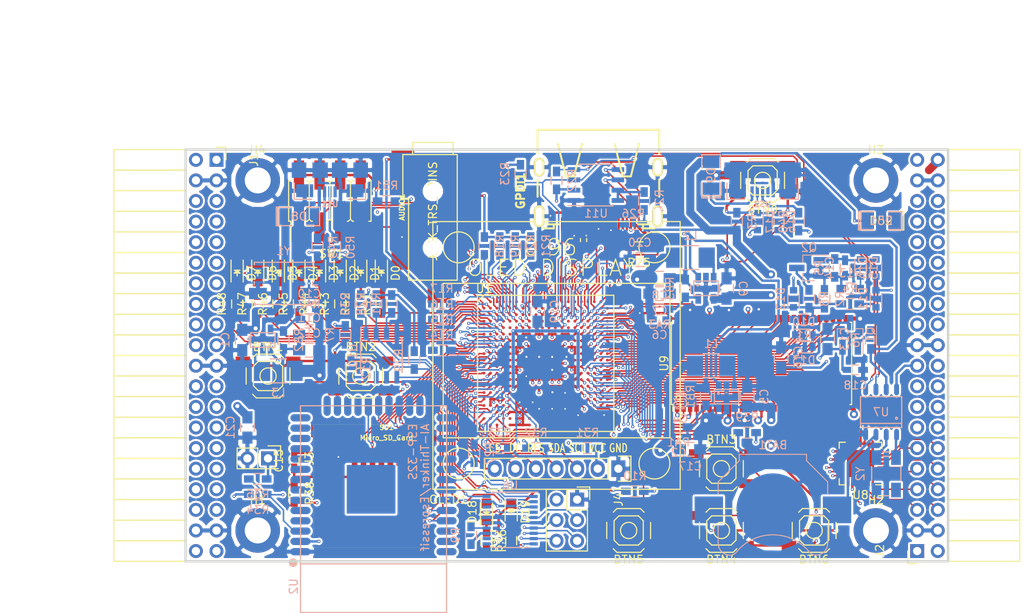
<source format=kicad_pcb>
(kicad_pcb (version 4) (host pcbnew 4.0.5+dfsg1-4)
  (layers (0 F.Cu signal) (1 In1.Cu signal) (2 In2.Cu signal) (31 B.Cu signal) (34 B.Paste user) (35 F.Paste user) (36 B.SilkS user) (37 F.SilkS user) (38 B.Mask user) (39 F.Mask user) (44 Edge.Cuts user))
  (net 0 "")
  (net 1 GND)
  (net 2 +5V)
  (net 3 /gpio/IN5V)
  (net 4 /gpio/OUT5V)
  (net 5 +3V3)
  (net 6 "Net-(L1-Pad1)")
  (net 7 "Net-(L2-Pad1)")
  (net 8 +1V2)
  (net 9 BTN_D)
  (net 10 BTN_F1)
  (net 11 BTN_F2)
  (net 12 BTN_L)
  (net 13 BTN_R)
  (net 14 BTN_U)
  (net 15 /power/FB1)
  (net 16 +2V5)
  (net 17 "Net-(L3-Pad1)")
  (net 18 /power/PWREN)
  (net 19 /power/FB3)
  (net 20 /power/FB2)
  (net 21 "Net-(D9-Pad1)")
  (net 22 /power/VBAT)
  (net 23 JTAG_TDI)
  (net 24 JTAG_TCK)
  (net 25 JTAG_TMS)
  (net 26 JTAG_TDO)
  (net 27 /power/WAKEUPn)
  (net 28 /power/WKUP)
  (net 29 /power/SHUT)
  (net 30 /power/WAKE)
  (net 31 /power/HOLD)
  (net 32 /power/WKn)
  (net 33 /power/OSCI_32k)
  (net 34 /power/OSCO_32k)
  (net 35 "Net-(Q2-Pad3)")
  (net 36 SHUTDOWN)
  (net 37 /analog/AUDIO_L)
  (net 38 /analog/AUDIO_R)
  (net 39 GPDI_5V_SCL)
  (net 40 GPDI_5V_SDA)
  (net 41 GPDI_SDA)
  (net 42 GPDI_SCL)
  (net 43 /gpdi/VREF2)
  (net 44 SD_CMD)
  (net 45 SD_CLK)
  (net 46 SD_D0)
  (net 47 SD_D1)
  (net 48 USB5V)
  (net 49 "Net-(BTN0-Pad1)")
  (net 50 GPDI_CEC)
  (net 51 nRESET)
  (net 52 FTDI_nDTR)
  (net 53 SDRAM_CKE)
  (net 54 SDRAM_A7)
  (net 55 SDRAM_D15)
  (net 56 SDRAM_BA1)
  (net 57 SDRAM_D7)
  (net 58 SDRAM_A6)
  (net 59 SDRAM_CLK)
  (net 60 SDRAM_D13)
  (net 61 SDRAM_BA0)
  (net 62 SDRAM_D6)
  (net 63 SDRAM_A5)
  (net 64 SDRAM_D14)
  (net 65 SDRAM_A11)
  (net 66 SDRAM_D12)
  (net 67 SDRAM_D5)
  (net 68 SDRAM_A4)
  (net 69 SDRAM_A10)
  (net 70 SDRAM_D11)
  (net 71 SDRAM_A3)
  (net 72 SDRAM_D4)
  (net 73 SDRAM_D10)
  (net 74 SDRAM_D9)
  (net 75 SDRAM_A9)
  (net 76 SDRAM_D3)
  (net 77 SDRAM_D8)
  (net 78 SDRAM_A8)
  (net 79 SDRAM_A2)
  (net 80 SDRAM_A1)
  (net 81 SDRAM_A0)
  (net 82 SDRAM_D2)
  (net 83 SDRAM_D1)
  (net 84 SDRAM_D0)
  (net 85 SDRAM_DQM0)
  (net 86 SDRAM_nCS)
  (net 87 SDRAM_nRAS)
  (net 88 SDRAM_DQM1)
  (net 89 SDRAM_nCAS)
  (net 90 SDRAM_nWE)
  (net 91 /flash/FLASH_nWP)
  (net 92 /flash/FLASH_nHOLD)
  (net 93 /flash/FLASH_MOSI)
  (net 94 /flash/FLASH_MISO)
  (net 95 /flash/FLASH_SCK)
  (net 96 /flash/FLASH_nCS)
  (net 97 /flash/FPGA_PROGRAMN)
  (net 98 /flash/FPGA_DONE)
  (net 99 /flash/FPGA_INITN)
  (net 100 OLED_RES)
  (net 101 OLED_DC)
  (net 102 OLED_CS)
  (net 103 WIFI_EN)
  (net 104 FTDI_nRTS)
  (net 105 FTDI_TXD)
  (net 106 FTDI_RXD)
  (net 107 WIFI_RXD)
  (net 108 WIFI_GPIO0)
  (net 109 WIFI_TXD)
  (net 110 GPDI_ETH-)
  (net 111 GPDI_ETH+)
  (net 112 GPDI_D2+)
  (net 113 GPDI_D2-)
  (net 114 GPDI_D1+)
  (net 115 GPDI_D1-)
  (net 116 GPDI_D0+)
  (net 117 GPDI_D0-)
  (net 118 GPDI_CLK+)
  (net 119 GPDI_CLK-)
  (net 120 USB_FTDI_D+)
  (net 121 USB_FTDI_D-)
  (net 122 J1_17-)
  (net 123 J1_17+)
  (net 124 J1_23-)
  (net 125 J1_23+)
  (net 126 J1_25-)
  (net 127 J1_25+)
  (net 128 J1_27-)
  (net 129 J1_27+)
  (net 130 J1_29-)
  (net 131 J1_29+)
  (net 132 J1_31-)
  (net 133 J1_31+)
  (net 134 J1_33-)
  (net 135 J1_33+)
  (net 136 J1_35-)
  (net 137 J1_35+)
  (net 138 J2_5-)
  (net 139 J2_5+)
  (net 140 J2_7-)
  (net 141 J2_7+)
  (net 142 J2_9-)
  (net 143 J2_9+)
  (net 144 J2_13-)
  (net 145 J2_13+)
  (net 146 J2_17-)
  (net 147 J2_17+)
  (net 148 J2_11-)
  (net 149 J2_11+)
  (net 150 J2_23-)
  (net 151 J2_23+)
  (net 152 J1_5-)
  (net 153 J1_5+)
  (net 154 J1_7-)
  (net 155 J1_7+)
  (net 156 J1_9-)
  (net 157 J1_9+)
  (net 158 J1_11-)
  (net 159 J1_11+)
  (net 160 J1_13-)
  (net 161 J1_13+)
  (net 162 J1_15-)
  (net 163 J1_15+)
  (net 164 J2_15-)
  (net 165 J2_15+)
  (net 166 J2_25-)
  (net 167 J2_25+)
  (net 168 J2_27-)
  (net 169 J2_27+)
  (net 170 J2_29-)
  (net 171 J2_29+)
  (net 172 J2_31-)
  (net 173 J2_31+)
  (net 174 J2_33-)
  (net 175 J2_33+)
  (net 176 J2_35-)
  (net 177 J2_35+)
  (net 178 SD_D3)
  (net 179 AUDIO_L3)
  (net 180 AUDIO_L2)
  (net 181 AUDIO_L1)
  (net 182 AUDIO_L0)
  (net 183 AUDIO_R3)
  (net 184 AUDIO_R2)
  (net 185 AUDIO_R1)
  (net 186 AUDIO_R0)
  (net 187 OLED_CLK)
  (net 188 OLED_MOSI)
  (net 189 LED0)
  (net 190 LED1)
  (net 191 LED2)
  (net 192 LED3)
  (net 193 LED4)
  (net 194 LED5)
  (net 195 LED6)
  (net 196 LED7)
  (net 197 BTN_PWRn)
  (net 198 "Net-(J3-Pad1)")
  (net 199 FTDI_nTXLED)
  (net 200 FTDI_nSLEEP)
  (net 201 /blinkey/LED_PWREN)
  (net 202 /blinkey/LED_TXLED)
  (net 203 FT3V3)
  (net 204 /sdcard/SD3V3)
  (net 205 SD_D2)
  (net 206 CLK_25MHz)
  (net 207 /blinkey/BTNPUL)
  (net 208 /blinkey/BTNPUR)
  (net 209 USB_FPGA_D+)
  (net 210 /power/FTDI_nSUSPEND)
  (net 211 /blinkey/ALED0)
  (net 212 /blinkey/ALED1)
  (net 213 /blinkey/ALED2)
  (net 214 /blinkey/ALED3)
  (net 215 /blinkey/ALED4)
  (net 216 /blinkey/ALED5)
  (net 217 /blinkey/ALED6)
  (net 218 /blinkey/ALED7)
  (net 219 /usb/FTD-)
  (net 220 /usb/FTD+)
  (net 221 ADC_MISO)
  (net 222 ADC_MOSI)
  (net 223 ADC_CSn)
  (net 224 ADC_SCLK)
  (net 225 "Net-(R51-Pad2)")
  (net 226 SW3)
  (net 227 SW2)
  (net 228 SW1)
  (net 229 SW0)
  (net 230 USB_FPGA_D-)
  (module Pin_Headers:Pin_Header_Straight_SMT_02x04 (layer F.Cu) (at 111.88 67.77)
    (fp_text reference SW1 (at 0.2 6.5) (layer F.SilkS))
    (fp_text value DIPSW)
    (pad 1 smd rect (at -3.81 3.2) (size 1.27 3.6) (layers F.Cu F.Paste F.Mask) (net 226 SW3))
    (pad 2 smd rect (at -1.27 3.2) (size 1.27 3.6) (layers F.Cu F.Paste F.Mask) (net 227 SW2))
    (pad 3 smd rect (at 1.27 3.2) (size 1.27 3.6) (layers F.Cu F.Paste F.Mask) (net 228 SW1))
    (pad 4 smd rect (at 3.81 3.2) (size 1.27 3.6) (layers F.Cu F.Paste F.Mask) (net 229 SW0))
    (pad 5 smd rect (at 3.81 -3.2) (size 1.27 3.6) (layers F.Cu F.Paste F.Mask) (net 225 "Net-(R51-Pad2)"))
    (pad 6 smd rect (at 1.27 -3.2) (size 1.27 3.6) (layers F.Cu F.Paste F.Mask) (net 225 "Net-(R51-Pad2)"))
    (pad 7 smd rect (at -1.27 -3.2) (size 1.27 3.6) (layers F.Cu F.Paste F.Mask) (net 225 "Net-(R51-Pad2)"))
    (pad 8 smd rect (at -3.81 -3.2) (size 1.27 3.6) (layers F.Cu F.Paste F.Mask) (net 225 "Net-(R51-Pad2)"))
  )
  (module lfe5bg381:BGA-381_pitch0.8mm_dia0.4mm (layer F.Cu) (at 138.48 87.8)
    (fp_text reference U1 (at -7.6 -9.2) (layer F.SilkS))
    (fp_text value LFE5U-25F-6BG381C)
    (pad A2 smd circle (at -6.8 -7.6) (size 0.35 0.35) (layers F.Cu F.Paste F.Mask) (net 129 J1_27+))
    (pad A3 smd circle (at -6 -7.6) (size 0.35 0.35) (layers F.Cu F.Paste F.Mask) (net 183 AUDIO_R3))
    (pad A4 smd circle (at -5.2 -7.6) (size 0.35 0.35) (layers F.Cu F.Paste F.Mask) (net 127 J1_25+))
    (pad A5 smd circle (at -4.4 -7.6) (size 0.35 0.35) (layers F.Cu F.Paste F.Mask) (net 126 J1_25-))
    (pad A6 smd circle (at -3.6 -7.6) (size 0.35 0.35) (layers F.Cu F.Paste F.Mask) (net 125 J1_23+))
    (pad A7 smd circle (at -2.8 -7.6) (size 0.35 0.35) (layers F.Cu F.Paste F.Mask) (net 161 J1_13+))
    (pad A8 smd circle (at -2 -7.6) (size 0.35 0.35) (layers F.Cu F.Paste F.Mask) (net 160 J1_13-))
    (pad A9 smd circle (at -1.2 -7.6) (size 0.35 0.35) (layers F.Cu F.Paste F.Mask) (net 156 J1_9-))
    (pad A10 smd circle (at -0.4 -7.6) (size 0.35 0.35) (layers F.Cu F.Paste F.Mask) (net 155 J1_7+))
    (pad A11 smd circle (at 0.4 -7.6) (size 0.35 0.35) (layers F.Cu F.Paste F.Mask) (net 154 J1_7-))
    (pad A12 smd circle (at 1.2 -7.6) (size 0.35 0.35) (layers F.Cu F.Paste F.Mask) (net 111 GPDI_ETH+))
    (pad A13 smd circle (at 2 -7.6) (size 0.35 0.35) (layers F.Cu F.Paste F.Mask) (net 110 GPDI_ETH-))
    (pad A14 smd circle (at 2.8 -7.6) (size 0.35 0.35) (layers F.Cu F.Paste F.Mask) (net 112 GPDI_D2+))
    (pad A15 smd circle (at 3.6 -7.6) (size 0.35 0.35) (layers F.Cu F.Paste F.Mask))
    (pad A16 smd circle (at 4.4 -7.6) (size 0.35 0.35) (layers F.Cu F.Paste F.Mask) (net 114 GPDI_D1+))
    (pad A17 smd circle (at 5.2 -7.6) (size 0.35 0.35) (layers F.Cu F.Paste F.Mask) (net 116 GPDI_D0+))
    (pad A18 smd circle (at 6 -7.6) (size 0.35 0.35) (layers F.Cu F.Paste F.Mask) (net 118 GPDI_CLK+))
    (pad A19 smd circle (at 6.8 -7.6) (size 0.35 0.35) (layers F.Cu F.Paste F.Mask) (net 50 GPDI_CEC))
    (pad B1 smd circle (at -7.6 -6.8) (size 0.35 0.35) (layers F.Cu F.Paste F.Mask) (net 128 J1_27-))
    (pad B2 smd circle (at -6.8 -6.8) (size 0.35 0.35) (layers F.Cu F.Paste F.Mask) (net 189 LED0))
    (pad B3 smd circle (at -6 -6.8) (size 0.35 0.35) (layers F.Cu F.Paste F.Mask) (net 182 AUDIO_L0))
    (pad B4 smd circle (at -5.2 -6.8) (size 0.35 0.35) (layers F.Cu F.Paste F.Mask) (net 130 J1_29-))
    (pad B5 smd circle (at -4.4 -6.8) (size 0.35 0.35) (layers F.Cu F.Paste F.Mask) (net 184 AUDIO_R2))
    (pad B6 smd circle (at -3.6 -6.8) (size 0.35 0.35) (layers F.Cu F.Paste F.Mask) (net 124 J1_23-))
    (pad B7 smd circle (at -2.8 -6.8) (size 0.35 0.35) (layers F.Cu F.Paste F.Mask) (net 1 GND))
    (pad B8 smd circle (at -2 -6.8) (size 0.35 0.35) (layers F.Cu F.Paste F.Mask) (net 162 J1_15-))
    (pad B9 smd circle (at -1.2 -6.8) (size 0.35 0.35) (layers F.Cu F.Paste F.Mask) (net 159 J1_11+))
    (pad B10 smd circle (at -0.4 -6.8) (size 0.35 0.35) (layers F.Cu F.Paste F.Mask) (net 157 J1_9+))
    (pad B11 smd circle (at 0.4 -6.8) (size 0.35 0.35) (layers F.Cu F.Paste F.Mask) (net 153 J1_5+))
    (pad B12 smd circle (at 1.2 -6.8) (size 0.35 0.35) (layers F.Cu F.Paste F.Mask))
    (pad B13 smd circle (at 2 -6.8) (size 0.35 0.35) (layers F.Cu F.Paste F.Mask) (net 175 J2_33+))
    (pad B14 smd circle (at 2.8 -6.8) (size 0.35 0.35) (layers F.Cu F.Paste F.Mask) (net 1 GND))
    (pad B15 smd circle (at 3.6 -6.8) (size 0.35 0.35) (layers F.Cu F.Paste F.Mask) (net 173 J2_31+))
    (pad B16 smd circle (at 4.4 -6.8) (size 0.35 0.35) (layers F.Cu F.Paste F.Mask) (net 115 GPDI_D1-))
    (pad B17 smd circle (at 5.2 -6.8) (size 0.35 0.35) (layers F.Cu F.Paste F.Mask) (net 169 J2_27+))
    (pad B18 smd circle (at 6 -6.8) (size 0.35 0.35) (layers F.Cu F.Paste F.Mask) (net 117 GPDI_D0-))
    (pad B19 smd circle (at 6.8 -6.8) (size 0.35 0.35) (layers F.Cu F.Paste F.Mask) (net 119 GPDI_CLK-))
    (pad B20 smd circle (at 7.6 -6.8) (size 0.35 0.35) (layers F.Cu F.Paste F.Mask) (net 41 GPDI_SDA))
    (pad C1 smd circle (at -7.6 -6) (size 0.35 0.35) (layers F.Cu F.Paste F.Mask) (net 191 LED2))
    (pad C2 smd circle (at -6.8 -6) (size 0.35 0.35) (layers F.Cu F.Paste F.Mask) (net 190 LED1))
    (pad C3 smd circle (at -6 -6) (size 0.35 0.35) (layers F.Cu F.Paste F.Mask) (net 181 AUDIO_L1))
    (pad C4 smd circle (at -5.2 -6) (size 0.35 0.35) (layers F.Cu F.Paste F.Mask) (net 131 J1_29+))
    (pad C5 smd circle (at -4.4 -6) (size 0.35 0.35) (layers F.Cu F.Paste F.Mask) (net 186 AUDIO_R0))
    (pad C6 smd circle (at -3.6 -6) (size 0.35 0.35) (layers F.Cu F.Paste F.Mask) (net 123 J1_17+))
    (pad C7 smd circle (at -2.8 -6) (size 0.35 0.35) (layers F.Cu F.Paste F.Mask) (net 122 J1_17-))
    (pad C8 smd circle (at -2 -6) (size 0.35 0.35) (layers F.Cu F.Paste F.Mask) (net 163 J1_15+))
    (pad C9 smd circle (at -1.2 -6) (size 0.35 0.35) (layers F.Cu F.Paste F.Mask))
    (pad C10 smd circle (at -0.4 -6) (size 0.35 0.35) (layers F.Cu F.Paste F.Mask) (net 158 J1_11-))
    (pad C11 smd circle (at 0.4 -6) (size 0.35 0.35) (layers F.Cu F.Paste F.Mask) (net 152 J1_5-))
    (pad C12 smd circle (at 1.2 -6) (size 0.35 0.35) (layers F.Cu F.Paste F.Mask) (net 42 GPDI_SCL))
    (pad C13 smd circle (at 2 -6) (size 0.35 0.35) (layers F.Cu F.Paste F.Mask) (net 174 J2_33-))
    (pad C14 smd circle (at 2.8 -6) (size 0.35 0.35) (layers F.Cu F.Paste F.Mask) (net 113 GPDI_D2-))
    (pad C15 smd circle (at 3.6 -6) (size 0.35 0.35) (layers F.Cu F.Paste F.Mask) (net 172 J2_31-))
    (pad C16 smd circle (at 4.4 -6) (size 0.35 0.35) (layers F.Cu F.Paste F.Mask) (net 171 J2_29+))
    (pad C17 smd circle (at 5.2 -6) (size 0.35 0.35) (layers F.Cu F.Paste F.Mask) (net 168 J2_27-))
    (pad C18 smd circle (at 6 -6) (size 0.35 0.35) (layers F.Cu F.Paste F.Mask) (net 151 J2_23+))
    (pad C19 smd circle (at 6.8 -6) (size 0.35 0.35) (layers F.Cu F.Paste F.Mask) (net 1 GND))
    (pad C20 smd circle (at 7.6 -6) (size 0.35 0.35) (layers F.Cu F.Paste F.Mask) (net 64 SDRAM_D14))
    (pad D1 smd circle (at -7.6 -5.2) (size 0.35 0.35) (layers F.Cu F.Paste F.Mask) (net 193 LED4))
    (pad D2 smd circle (at -6.8 -5.2) (size 0.35 0.35) (layers F.Cu F.Paste F.Mask) (net 192 LED3))
    (pad D3 smd circle (at -6 -5.2) (size 0.35 0.35) (layers F.Cu F.Paste F.Mask) (net 180 AUDIO_L2))
    (pad D4 smd circle (at -5.2 -5.2) (size 0.35 0.35) (layers F.Cu F.Paste F.Mask) (net 1 GND))
    (pad D5 smd circle (at -4.4 -5.2) (size 0.35 0.35) (layers F.Cu F.Paste F.Mask) (net 185 AUDIO_R1))
    (pad D6 smd circle (at -3.6 -5.2) (size 0.35 0.35) (layers F.Cu F.Paste F.Mask) (net 197 BTN_PWRn))
    (pad D7 smd circle (at -2.8 -5.2) (size 0.35 0.35) (layers F.Cu F.Paste F.Mask) (net 226 SW3))
    (pad D8 smd circle (at -2 -5.2) (size 0.35 0.35) (layers F.Cu F.Paste F.Mask) (net 227 SW2))
    (pad D9 smd circle (at -1.2 -5.2) (size 0.35 0.35) (layers F.Cu F.Paste F.Mask))
    (pad D10 smd circle (at -0.4 -5.2) (size 0.35 0.35) (layers F.Cu F.Paste F.Mask))
    (pad D11 smd circle (at 0.4 -5.2) (size 0.35 0.35) (layers F.Cu F.Paste F.Mask))
    (pad D12 smd circle (at 1.2 -5.2) (size 0.35 0.35) (layers F.Cu F.Paste F.Mask))
    (pad D13 smd circle (at 2 -5.2) (size 0.35 0.35) (layers F.Cu F.Paste F.Mask) (net 177 J2_35+))
    (pad D14 smd circle (at 2.8 -5.2) (size 0.35 0.35) (layers F.Cu F.Paste F.Mask))
    (pad D15 smd circle (at 3.6 -5.2) (size 0.35 0.35) (layers F.Cu F.Paste F.Mask) (net 167 J2_25+))
    (pad D16 smd circle (at 4.4 -5.2) (size 0.35 0.35) (layers F.Cu F.Paste F.Mask) (net 170 J2_29-))
    (pad D17 smd circle (at 5.2 -5.2) (size 0.35 0.35) (layers F.Cu F.Paste F.Mask) (net 150 J2_23-))
    (pad D18 smd circle (at 6 -5.2) (size 0.35 0.35) (layers F.Cu F.Paste F.Mask) (net 147 J2_17+))
    (pad D19 smd circle (at 6.8 -5.2) (size 0.35 0.35) (layers F.Cu F.Paste F.Mask) (net 55 SDRAM_D15))
    (pad D20 smd circle (at 7.6 -5.2) (size 0.35 0.35) (layers F.Cu F.Paste F.Mask) (net 60 SDRAM_D13))
    (pad E1 smd circle (at -7.6 -4.4) (size 0.35 0.35) (layers F.Cu F.Paste F.Mask) (net 195 LED6))
    (pad E2 smd circle (at -6.8 -4.4) (size 0.35 0.35) (layers F.Cu F.Paste F.Mask) (net 194 LED5))
    (pad E3 smd circle (at -6 -4.4) (size 0.35 0.35) (layers F.Cu F.Paste F.Mask) (net 132 J1_31-))
    (pad E4 smd circle (at -5.2 -4.4) (size 0.35 0.35) (layers F.Cu F.Paste F.Mask) (net 179 AUDIO_L3))
    (pad E5 smd circle (at -4.4 -4.4) (size 0.35 0.35) (layers F.Cu F.Paste F.Mask))
    (pad E6 smd circle (at -3.6 -4.4) (size 0.35 0.35) (layers F.Cu F.Paste F.Mask))
    (pad E7 smd circle (at -2.8 -4.4) (size 0.35 0.35) (layers F.Cu F.Paste F.Mask) (net 229 SW0))
    (pad E8 smd circle (at -2 -4.4) (size 0.35 0.35) (layers F.Cu F.Paste F.Mask) (net 228 SW1))
    (pad E9 smd circle (at -1.2 -4.4) (size 0.35 0.35) (layers F.Cu F.Paste F.Mask))
    (pad E10 smd circle (at -0.4 -4.4) (size 0.35 0.35) (layers F.Cu F.Paste F.Mask))
    (pad E11 smd circle (at 0.4 -4.4) (size 0.35 0.35) (layers F.Cu F.Paste F.Mask))
    (pad E12 smd circle (at 1.2 -4.4) (size 0.35 0.35) (layers F.Cu F.Paste F.Mask))
    (pad E13 smd circle (at 2 -4.4) (size 0.35 0.35) (layers F.Cu F.Paste F.Mask) (net 176 J2_35-))
    (pad E14 smd circle (at 2.8 -4.4) (size 0.35 0.35) (layers F.Cu F.Paste F.Mask))
    (pad E15 smd circle (at 3.6 -4.4) (size 0.35 0.35) (layers F.Cu F.Paste F.Mask) (net 166 J2_25-))
    (pad E16 smd circle (at 4.4 -4.4) (size 0.35 0.35) (layers F.Cu F.Paste F.Mask) (net 209 USB_FPGA_D+))
    (pad E17 smd circle (at 5.2 -4.4) (size 0.35 0.35) (layers F.Cu F.Paste F.Mask) (net 146 J2_17-))
    (pad E18 smd circle (at 6 -4.4) (size 0.35 0.35) (layers F.Cu F.Paste F.Mask) (net 72 SDRAM_D4))
    (pad E19 smd circle (at 6.8 -4.4) (size 0.35 0.35) (layers F.Cu F.Paste F.Mask) (net 66 SDRAM_D12))
    (pad E20 smd circle (at 7.6 -4.4) (size 0.35 0.35) (layers F.Cu F.Paste F.Mask) (net 70 SDRAM_D11))
    (pad F1 smd circle (at -7.6 -3.6) (size 0.35 0.35) (layers F.Cu F.Paste F.Mask) (net 103 WIFI_EN))
    (pad F2 smd circle (at -6.8 -3.6) (size 0.35 0.35) (layers F.Cu F.Paste F.Mask))
    (pad F3 smd circle (at -6 -3.6) (size 0.35 0.35) (layers F.Cu F.Paste F.Mask) (net 134 J1_33-))
    (pad F4 smd circle (at -5.2 -3.6) (size 0.35 0.35) (layers F.Cu F.Paste F.Mask) (net 133 J1_31+))
    (pad F5 smd circle (at -4.4 -3.6) (size 0.35 0.35) (layers F.Cu F.Paste F.Mask))
    (pad F6 smd circle (at -3.6 -3.6) (size 0.35 0.35) (layers F.Cu F.Paste F.Mask) (net 16 +2V5))
    (pad F7 smd circle (at -2.8 -3.6) (size 0.35 0.35) (layers F.Cu F.Paste F.Mask) (net 1 GND))
    (pad F8 smd circle (at -2 -3.6) (size 0.35 0.35) (layers F.Cu F.Paste F.Mask) (net 1 GND))
    (pad F9 smd circle (at -1.2 -3.6) (size 0.35 0.35) (layers F.Cu F.Paste F.Mask) (net 5 +3V3))
    (pad F10 smd circle (at -0.4 -3.6) (size 0.35 0.35) (layers F.Cu F.Paste F.Mask) (net 5 +3V3))
    (pad F11 smd circle (at 0.4 -3.6) (size 0.35 0.35) (layers F.Cu F.Paste F.Mask) (net 5 +3V3))
    (pad F12 smd circle (at 1.2 -3.6) (size 0.35 0.35) (layers F.Cu F.Paste F.Mask) (net 5 +3V3))
    (pad F13 smd circle (at 2 -3.6) (size 0.35 0.35) (layers F.Cu F.Paste F.Mask) (net 1 GND))
    (pad F14 smd circle (at 2.8 -3.6) (size 0.35 0.35) (layers F.Cu F.Paste F.Mask) (net 1 GND))
    (pad F15 smd circle (at 3.6 -3.6) (size 0.35 0.35) (layers F.Cu F.Paste F.Mask) (net 16 +2V5))
    (pad F16 smd circle (at 4.4 -3.6) (size 0.35 0.35) (layers F.Cu F.Paste F.Mask) (net 230 USB_FPGA_D-))
    (pad F17 smd circle (at 5.2 -3.6) (size 0.35 0.35) (layers F.Cu F.Paste F.Mask) (net 165 J2_15+))
    (pad F18 smd circle (at 6 -3.6) (size 0.35 0.35) (layers F.Cu F.Paste F.Mask) (net 67 SDRAM_D5))
    (pad F19 smd circle (at 6.8 -3.6) (size 0.35 0.35) (layers F.Cu F.Paste F.Mask) (net 73 SDRAM_D10))
    (pad F20 smd circle (at 7.6 -3.6) (size 0.35 0.35) (layers F.Cu F.Paste F.Mask) (net 74 SDRAM_D9))
    (pad G1 smd circle (at -7.6 -2.8) (size 0.35 0.35) (layers F.Cu F.Paste F.Mask))
    (pad G2 smd circle (at -6.8 -2.8) (size 0.35 0.35) (layers F.Cu F.Paste F.Mask) (net 206 CLK_25MHz))
    (pad G3 smd circle (at -6 -2.8) (size 0.35 0.35) (layers F.Cu F.Paste F.Mask) (net 135 J1_33+))
    (pad G4 smd circle (at -5.2 -2.8) (size 0.35 0.35) (layers F.Cu F.Paste F.Mask) (net 1 GND))
    (pad G5 smd circle (at -4.4 -2.8) (size 0.35 0.35) (layers F.Cu F.Paste F.Mask) (net 136 J1_35-))
    (pad G6 smd circle (at -3.6 -2.8) (size 0.35 0.35) (layers F.Cu F.Paste F.Mask) (net 1 GND))
    (pad G7 smd circle (at -2.8 -2.8) (size 0.35 0.35) (layers F.Cu F.Paste F.Mask) (net 1 GND))
    (pad G8 smd circle (at -2 -2.8) (size 0.35 0.35) (layers F.Cu F.Paste F.Mask) (net 1 GND))
    (pad G9 smd circle (at -1.2 -2.8) (size 0.35 0.35) (layers F.Cu F.Paste F.Mask) (net 1 GND))
    (pad G10 smd circle (at -0.4 -2.8) (size 0.35 0.35) (layers F.Cu F.Paste F.Mask) (net 1 GND))
    (pad G11 smd circle (at 0.4 -2.8) (size 0.35 0.35) (layers F.Cu F.Paste F.Mask) (net 1 GND))
    (pad G12 smd circle (at 1.2 -2.8) (size 0.35 0.35) (layers F.Cu F.Paste F.Mask) (net 1 GND))
    (pad G13 smd circle (at 2 -2.8) (size 0.35 0.35) (layers F.Cu F.Paste F.Mask) (net 1 GND))
    (pad G14 smd circle (at 2.8 -2.8) (size 0.35 0.35) (layers F.Cu F.Paste F.Mask) (net 1 GND))
    (pad G15 smd circle (at 3.6 -2.8) (size 0.35 0.35) (layers F.Cu F.Paste F.Mask) (net 1 GND))
    (pad G16 smd circle (at 4.4 -2.8) (size 0.35 0.35) (layers F.Cu F.Paste F.Mask))
    (pad G17 smd circle (at 5.2 -2.8) (size 0.35 0.35) (layers F.Cu F.Paste F.Mask) (net 1 GND))
    (pad G18 smd circle (at 6 -2.8) (size 0.35 0.35) (layers F.Cu F.Paste F.Mask) (net 164 J2_15-))
    (pad G19 smd circle (at 6.8 -2.8) (size 0.35 0.35) (layers F.Cu F.Paste F.Mask) (net 77 SDRAM_D8))
    (pad G20 smd circle (at 7.6 -2.8) (size 0.35 0.35) (layers F.Cu F.Paste F.Mask) (net 88 SDRAM_DQM1))
    (pad H1 smd circle (at -7.6 -2) (size 0.35 0.35) (layers F.Cu F.Paste F.Mask) (net 178 SD_D3))
    (pad H2 smd circle (at -6.8 -2) (size 0.35 0.35) (layers F.Cu F.Paste F.Mask) (net 205 SD_D2))
    (pad H3 smd circle (at -6 -2) (size 0.35 0.35) (layers F.Cu F.Paste F.Mask) (net 196 LED7))
    (pad H4 smd circle (at -5.2 -2) (size 0.35 0.35) (layers F.Cu F.Paste F.Mask) (net 137 J1_35+))
    (pad H5 smd circle (at -4.4 -2) (size 0.35 0.35) (layers F.Cu F.Paste F.Mask))
    (pad H6 smd circle (at -3.6 -2) (size 0.35 0.35) (layers F.Cu F.Paste F.Mask) (net 5 +3V3))
    (pad H7 smd circle (at -2.8 -2) (size 0.35 0.35) (layers F.Cu F.Paste F.Mask) (net 5 +3V3))
    (pad H8 smd circle (at -2 -2) (size 0.35 0.35) (layers F.Cu F.Paste F.Mask) (net 8 +1V2))
    (pad H9 smd circle (at -1.2 -2) (size 0.35 0.35) (layers F.Cu F.Paste F.Mask) (net 8 +1V2))
    (pad H10 smd circle (at -0.4 -2) (size 0.35 0.35) (layers F.Cu F.Paste F.Mask) (net 8 +1V2))
    (pad H11 smd circle (at 0.4 -2) (size 0.35 0.35) (layers F.Cu F.Paste F.Mask) (net 8 +1V2))
    (pad H12 smd circle (at 1.2 -2) (size 0.35 0.35) (layers F.Cu F.Paste F.Mask) (net 8 +1V2))
    (pad H13 smd circle (at 2 -2) (size 0.35 0.35) (layers F.Cu F.Paste F.Mask) (net 8 +1V2))
    (pad H14 smd circle (at 2.8 -2) (size 0.35 0.35) (layers F.Cu F.Paste F.Mask) (net 5 +3V3))
    (pad H15 smd circle (at 3.6 -2) (size 0.35 0.35) (layers F.Cu F.Paste F.Mask) (net 5 +3V3))
    (pad H16 smd circle (at 4.4 -2) (size 0.35 0.35) (layers F.Cu F.Paste F.Mask))
    (pad H17 smd circle (at 5.2 -2) (size 0.35 0.35) (layers F.Cu F.Paste F.Mask) (net 144 J2_13-))
    (pad H18 smd circle (at 6 -2) (size 0.35 0.35) (layers F.Cu F.Paste F.Mask) (net 145 J2_13+))
    (pad H19 smd circle (at 6.8 -2) (size 0.35 0.35) (layers F.Cu F.Paste F.Mask) (net 1 GND))
    (pad H20 smd circle (at 7.6 -2) (size 0.35 0.35) (layers F.Cu F.Paste F.Mask) (net 59 SDRAM_CLK))
    (pad J1 smd circle (at -7.6 -1.2) (size 0.35 0.35) (layers F.Cu F.Paste F.Mask) (net 45 SD_CLK))
    (pad J2 smd circle (at -6.8 -1.2) (size 0.35 0.35) (layers F.Cu F.Paste F.Mask) (net 1 GND))
    (pad J3 smd circle (at -6 -1.2) (size 0.35 0.35) (layers F.Cu F.Paste F.Mask) (net 44 SD_CMD))
    (pad J4 smd circle (at -5.2 -1.2) (size 0.35 0.35) (layers F.Cu F.Paste F.Mask))
    (pad J5 smd circle (at -4.4 -1.2) (size 0.35 0.35) (layers F.Cu F.Paste F.Mask))
    (pad J6 smd circle (at -3.6 -1.2) (size 0.35 0.35) (layers F.Cu F.Paste F.Mask) (net 5 +3V3))
    (pad J7 smd circle (at -2.8 -1.2) (size 0.35 0.35) (layers F.Cu F.Paste F.Mask) (net 1 GND))
    (pad J8 smd circle (at -2 -1.2) (size 0.35 0.35) (layers F.Cu F.Paste F.Mask) (net 8 +1V2))
    (pad J9 smd circle (at -1.2 -1.2) (size 0.35 0.35) (layers F.Cu F.Paste F.Mask) (net 1 GND))
    (pad J10 smd circle (at -0.4 -1.2) (size 0.35 0.35) (layers F.Cu F.Paste F.Mask) (net 1 GND))
    (pad J11 smd circle (at 0.4 -1.2) (size 0.35 0.35) (layers F.Cu F.Paste F.Mask) (net 1 GND))
    (pad J12 smd circle (at 1.2 -1.2) (size 0.35 0.35) (layers F.Cu F.Paste F.Mask) (net 1 GND))
    (pad J13 smd circle (at 2 -1.2) (size 0.35 0.35) (layers F.Cu F.Paste F.Mask) (net 8 +1V2))
    (pad J14 smd circle (at 2.8 -1.2) (size 0.35 0.35) (layers F.Cu F.Paste F.Mask) (net 1 GND))
    (pad J15 smd circle (at 3.6 -1.2) (size 0.35 0.35) (layers F.Cu F.Paste F.Mask) (net 5 +3V3))
    (pad J16 smd circle (at 4.4 -1.2) (size 0.35 0.35) (layers F.Cu F.Paste F.Mask))
    (pad J17 smd circle (at 5.2 -1.2) (size 0.35 0.35) (layers F.Cu F.Paste F.Mask))
    (pad J18 smd circle (at 6 -1.2) (size 0.35 0.35) (layers F.Cu F.Paste F.Mask) (net 76 SDRAM_D3))
    (pad J19 smd circle (at 6.8 -1.2) (size 0.35 0.35) (layers F.Cu F.Paste F.Mask) (net 53 SDRAM_CKE))
    (pad J20 smd circle (at 7.6 -1.2) (size 0.35 0.35) (layers F.Cu F.Paste F.Mask) (net 65 SDRAM_A11))
    (pad K1 smd circle (at -7.6 -0.4) (size 0.35 0.35) (layers F.Cu F.Paste F.Mask) (net 47 SD_D1))
    (pad K2 smd circle (at -6.8 -0.4) (size 0.35 0.35) (layers F.Cu F.Paste F.Mask) (net 46 SD_D0))
    (pad K3 smd circle (at -6 -0.4) (size 0.35 0.35) (layers F.Cu F.Paste F.Mask) (net 107 WIFI_RXD))
    (pad K4 smd circle (at -5.2 -0.4) (size 0.35 0.35) (layers F.Cu F.Paste F.Mask) (net 109 WIFI_TXD))
    (pad K5 smd circle (at -4.4 -0.4) (size 0.35 0.35) (layers F.Cu F.Paste F.Mask))
    (pad K6 smd circle (at -3.6 -0.4) (size 0.35 0.35) (layers F.Cu F.Paste F.Mask) (net 1 GND))
    (pad K7 smd circle (at -2.8 -0.4) (size 0.35 0.35) (layers F.Cu F.Paste F.Mask) (net 1 GND))
    (pad K8 smd circle (at -2 -0.4) (size 0.35 0.35) (layers F.Cu F.Paste F.Mask) (net 8 +1V2))
    (pad K9 smd circle (at -1.2 -0.4) (size 0.35 0.35) (layers F.Cu F.Paste F.Mask) (net 1 GND))
    (pad K10 smd circle (at -0.4 -0.4) (size 0.35 0.35) (layers F.Cu F.Paste F.Mask) (net 1 GND))
    (pad K11 smd circle (at 0.4 -0.4) (size 0.35 0.35) (layers F.Cu F.Paste F.Mask) (net 1 GND))
    (pad K12 smd circle (at 1.2 -0.4) (size 0.35 0.35) (layers F.Cu F.Paste F.Mask) (net 1 GND))
    (pad K13 smd circle (at 2 -0.4) (size 0.35 0.35) (layers F.Cu F.Paste F.Mask) (net 8 +1V2))
    (pad K14 smd circle (at 2.8 -0.4) (size 0.35 0.35) (layers F.Cu F.Paste F.Mask) (net 1 GND))
    (pad K15 smd circle (at 3.6 -0.4) (size 0.35 0.35) (layers F.Cu F.Paste F.Mask) (net 1 GND))
    (pad K16 smd circle (at 4.4 -0.4) (size 0.35 0.35) (layers F.Cu F.Paste F.Mask))
    (pad K17 smd circle (at 5.2 -0.4) (size 0.35 0.35) (layers F.Cu F.Paste F.Mask))
    (pad K18 smd circle (at 6 -0.4) (size 0.35 0.35) (layers F.Cu F.Paste F.Mask) (net 82 SDRAM_D2))
    (pad K19 smd circle (at 6.8 -0.4) (size 0.35 0.35) (layers F.Cu F.Paste F.Mask) (net 75 SDRAM_A9))
    (pad K20 smd circle (at 7.6 -0.4) (size 0.35 0.35) (layers F.Cu F.Paste F.Mask) (net 78 SDRAM_A8))
    (pad L1 smd circle (at -7.6 0.4) (size 0.35 0.35) (layers F.Cu F.Paste F.Mask))
    (pad L2 smd circle (at -6.8 0.4) (size 0.35 0.35) (layers F.Cu F.Paste F.Mask) (net 108 WIFI_GPIO0))
    (pad L3 smd circle (at -6 0.4) (size 0.35 0.35) (layers F.Cu F.Paste F.Mask))
    (pad L4 smd circle (at -5.2 0.4) (size 0.35 0.35) (layers F.Cu F.Paste F.Mask) (net 106 FTDI_RXD))
    (pad L5 smd circle (at -4.4 0.4) (size 0.35 0.35) (layers F.Cu F.Paste F.Mask))
    (pad L6 smd circle (at -3.6 0.4) (size 0.35 0.35) (layers F.Cu F.Paste F.Mask) (net 5 +3V3))
    (pad L7 smd circle (at -2.8 0.4) (size 0.35 0.35) (layers F.Cu F.Paste F.Mask) (net 5 +3V3))
    (pad L8 smd circle (at -2 0.4) (size 0.35 0.35) (layers F.Cu F.Paste F.Mask) (net 8 +1V2))
    (pad L9 smd circle (at -1.2 0.4) (size 0.35 0.35) (layers F.Cu F.Paste F.Mask) (net 1 GND))
    (pad L10 smd circle (at -0.4 0.4) (size 0.35 0.35) (layers F.Cu F.Paste F.Mask) (net 1 GND))
    (pad L11 smd circle (at 0.4 0.4) (size 0.35 0.35) (layers F.Cu F.Paste F.Mask) (net 1 GND))
    (pad L12 smd circle (at 1.2 0.4) (size 0.35 0.35) (layers F.Cu F.Paste F.Mask) (net 1 GND))
    (pad L13 smd circle (at 2 0.4) (size 0.35 0.35) (layers F.Cu F.Paste F.Mask) (net 8 +1V2))
    (pad L14 smd circle (at 2.8 0.4) (size 0.35 0.35) (layers F.Cu F.Paste F.Mask) (net 5 +3V3))
    (pad L15 smd circle (at 3.6 0.4) (size 0.35 0.35) (layers F.Cu F.Paste F.Mask) (net 5 +3V3))
    (pad L16 smd circle (at 4.4 0.4) (size 0.35 0.35) (layers F.Cu F.Paste F.Mask) (net 149 J2_11+))
    (pad L17 smd circle (at 5.2 0.4) (size 0.35 0.35) (layers F.Cu F.Paste F.Mask) (net 148 J2_11-))
    (pad L18 smd circle (at 6 0.4) (size 0.35 0.35) (layers F.Cu F.Paste F.Mask) (net 83 SDRAM_D1))
    (pad L19 smd circle (at 6.8 0.4) (size 0.35 0.35) (layers F.Cu F.Paste F.Mask) (net 54 SDRAM_A7))
    (pad L20 smd circle (at 7.6 0.4) (size 0.35 0.35) (layers F.Cu F.Paste F.Mask) (net 58 SDRAM_A6))
    (pad M1 smd circle (at -7.6 1.2) (size 0.35 0.35) (layers F.Cu F.Paste F.Mask) (net 105 FTDI_TXD))
    (pad M2 smd circle (at -6.8 1.2) (size 0.35 0.35) (layers F.Cu F.Paste F.Mask) (net 1 GND))
    (pad M3 smd circle (at -6 1.2) (size 0.35 0.35) (layers F.Cu F.Paste F.Mask) (net 104 FTDI_nRTS))
    (pad M4 smd circle (at -5.2 1.2) (size 0.35 0.35) (layers F.Cu F.Paste F.Mask))
    (pad M5 smd circle (at -4.4 1.2) (size 0.35 0.35) (layers F.Cu F.Paste F.Mask))
    (pad M6 smd circle (at -3.6 1.2) (size 0.35 0.35) (layers F.Cu F.Paste F.Mask) (net 5 +3V3))
    (pad M7 smd circle (at -2.8 1.2) (size 0.35 0.35) (layers F.Cu F.Paste F.Mask) (net 1 GND))
    (pad M8 smd circle (at -2 1.2) (size 0.35 0.35) (layers F.Cu F.Paste F.Mask) (net 8 +1V2))
    (pad M9 smd circle (at -1.2 1.2) (size 0.35 0.35) (layers F.Cu F.Paste F.Mask) (net 1 GND))
    (pad M10 smd circle (at -0.4 1.2) (size 0.35 0.35) (layers F.Cu F.Paste F.Mask) (net 1 GND))
    (pad M11 smd circle (at 0.4 1.2) (size 0.35 0.35) (layers F.Cu F.Paste F.Mask) (net 1 GND))
    (pad M12 smd circle (at 1.2 1.2) (size 0.35 0.35) (layers F.Cu F.Paste F.Mask) (net 1 GND))
    (pad M13 smd circle (at 2 1.2) (size 0.35 0.35) (layers F.Cu F.Paste F.Mask) (net 8 +1V2))
    (pad M14 smd circle (at 2.8 1.2) (size 0.35 0.35) (layers F.Cu F.Paste F.Mask) (net 1 GND))
    (pad M15 smd circle (at 3.6 1.2) (size 0.35 0.35) (layers F.Cu F.Paste F.Mask) (net 5 +3V3))
    (pad M16 smd circle (at 4.4 1.2) (size 0.35 0.35) (layers F.Cu F.Paste F.Mask) (net 1 GND))
    (pad M17 smd circle (at 5.2 1.2) (size 0.35 0.35) (layers F.Cu F.Paste F.Mask) (net 142 J2_9-))
    (pad M18 smd circle (at 6 1.2) (size 0.35 0.35) (layers F.Cu F.Paste F.Mask) (net 84 SDRAM_D0))
    (pad M19 smd circle (at 6.8 1.2) (size 0.35 0.35) (layers F.Cu F.Paste F.Mask) (net 63 SDRAM_A5))
    (pad M20 smd circle (at 7.6 1.2) (size 0.35 0.35) (layers F.Cu F.Paste F.Mask) (net 68 SDRAM_A4))
    (pad N1 smd circle (at -7.6 2) (size 0.35 0.35) (layers F.Cu F.Paste F.Mask) (net 52 FTDI_nDTR))
    (pad N2 smd circle (at -6.8 2) (size 0.35 0.35) (layers F.Cu F.Paste F.Mask) (net 102 OLED_CS))
    (pad N3 smd circle (at -6 2) (size 0.35 0.35) (layers F.Cu F.Paste F.Mask))
    (pad N4 smd circle (at -5.2 2) (size 0.35 0.35) (layers F.Cu F.Paste F.Mask))
    (pad N5 smd circle (at -4.4 2) (size 0.35 0.35) (layers F.Cu F.Paste F.Mask))
    (pad N6 smd circle (at -3.6 2) (size 0.35 0.35) (layers F.Cu F.Paste F.Mask) (net 1 GND))
    (pad N7 smd circle (at -2.8 2) (size 0.35 0.35) (layers F.Cu F.Paste F.Mask) (net 1 GND))
    (pad N8 smd circle (at -2 2) (size 0.35 0.35) (layers F.Cu F.Paste F.Mask) (net 8 +1V2))
    (pad N9 smd circle (at -1.2 2) (size 0.35 0.35) (layers F.Cu F.Paste F.Mask) (net 8 +1V2))
    (pad N10 smd circle (at -0.4 2) (size 0.35 0.35) (layers F.Cu F.Paste F.Mask) (net 8 +1V2))
    (pad N11 smd circle (at 0.4 2) (size 0.35 0.35) (layers F.Cu F.Paste F.Mask) (net 8 +1V2))
    (pad N12 smd circle (at 1.2 2) (size 0.35 0.35) (layers F.Cu F.Paste F.Mask) (net 8 +1V2))
    (pad N13 smd circle (at 2 2) (size 0.35 0.35) (layers F.Cu F.Paste F.Mask) (net 8 +1V2))
    (pad N14 smd circle (at 2.8 2) (size 0.35 0.35) (layers F.Cu F.Paste F.Mask) (net 1 GND))
    (pad N15 smd circle (at 3.6 2) (size 0.35 0.35) (layers F.Cu F.Paste F.Mask) (net 1 GND))
    (pad N16 smd circle (at 4.4 2) (size 0.35 0.35) (layers F.Cu F.Paste F.Mask) (net 143 J2_9+))
    (pad N17 smd circle (at 5.2 2) (size 0.35 0.35) (layers F.Cu F.Paste F.Mask) (net 141 J2_7+))
    (pad N18 smd circle (at 6 2) (size 0.35 0.35) (layers F.Cu F.Paste F.Mask) (net 62 SDRAM_D6))
    (pad N19 smd circle (at 6.8 2) (size 0.35 0.35) (layers F.Cu F.Paste F.Mask) (net 71 SDRAM_A3))
    (pad N20 smd circle (at 7.6 2) (size 0.35 0.35) (layers F.Cu F.Paste F.Mask) (net 79 SDRAM_A2))
    (pad P1 smd circle (at -7.6 2.8) (size 0.35 0.35) (layers F.Cu F.Paste F.Mask) (net 101 OLED_DC))
    (pad P2 smd circle (at -6.8 2.8) (size 0.35 0.35) (layers F.Cu F.Paste F.Mask) (net 100 OLED_RES))
    (pad P3 smd circle (at -6 2.8) (size 0.35 0.35) (layers F.Cu F.Paste F.Mask) (net 188 OLED_MOSI))
    (pad P4 smd circle (at -5.2 2.8) (size 0.35 0.35) (layers F.Cu F.Paste F.Mask) (net 187 OLED_CLK))
    (pad P5 smd circle (at -4.4 2.8) (size 0.35 0.35) (layers F.Cu F.Paste F.Mask))
    (pad P6 smd circle (at -3.6 2.8) (size 0.35 0.35) (layers F.Cu F.Paste F.Mask) (net 16 +2V5))
    (pad P7 smd circle (at -2.8 2.8) (size 0.35 0.35) (layers F.Cu F.Paste F.Mask) (net 1 GND))
    (pad P8 smd circle (at -2 2.8) (size 0.35 0.35) (layers F.Cu F.Paste F.Mask) (net 1 GND))
    (pad P9 smd circle (at -1.2 2.8) (size 0.35 0.35) (layers F.Cu F.Paste F.Mask) (net 5 +3V3))
    (pad P10 smd circle (at -0.4 2.8) (size 0.35 0.35) (layers F.Cu F.Paste F.Mask) (net 5 +3V3))
    (pad P11 smd circle (at 0.4 2.8) (size 0.35 0.35) (layers F.Cu F.Paste F.Mask) (net 1 GND))
    (pad P12 smd circle (at 1.2 2.8) (size 0.35 0.35) (layers F.Cu F.Paste F.Mask) (net 1 GND))
    (pad P13 smd circle (at 2 2.8) (size 0.35 0.35) (layers F.Cu F.Paste F.Mask) (net 1 GND))
    (pad P14 smd circle (at 2.8 2.8) (size 0.35 0.35) (layers F.Cu F.Paste F.Mask) (net 1 GND))
    (pad P15 smd circle (at 3.6 2.8) (size 0.35 0.35) (layers F.Cu F.Paste F.Mask) (net 16 +2V5))
    (pad P16 smd circle (at 4.4 2.8) (size 0.35 0.35) (layers F.Cu F.Paste F.Mask) (net 140 J2_7-))
    (pad P17 smd circle (at 5.2 2.8) (size 0.35 0.35) (layers F.Cu F.Paste F.Mask) (net 224 ADC_SCLK))
    (pad P18 smd circle (at 6 2.8) (size 0.35 0.35) (layers F.Cu F.Paste F.Mask) (net 57 SDRAM_D7))
    (pad P19 smd circle (at 6.8 2.8) (size 0.35 0.35) (layers F.Cu F.Paste F.Mask) (net 80 SDRAM_A1))
    (pad P20 smd circle (at 7.6 2.8) (size 0.35 0.35) (layers F.Cu F.Paste F.Mask) (net 81 SDRAM_A0))
    (pad R1 smd circle (at -7.6 3.6) (size 0.35 0.35) (layers F.Cu F.Paste F.Mask) (net 10 BTN_F1))
    (pad R2 smd circle (at -6.8 3.6) (size 0.35 0.35) (layers F.Cu F.Paste F.Mask) (net 96 /flash/FLASH_nCS))
    (pad R3 smd circle (at -6 3.6) (size 0.35 0.35) (layers F.Cu F.Paste F.Mask))
    (pad R4 smd circle (at -5.2 3.6) (size 0.35 0.35) (layers F.Cu F.Paste F.Mask) (net 1 GND))
    (pad R5 smd circle (at -4.4 3.6) (size 0.35 0.35) (layers F.Cu F.Paste F.Mask) (net 23 JTAG_TDI))
    (pad R16 smd circle (at 4.4 3.6) (size 0.35 0.35) (layers F.Cu F.Paste F.Mask) (net 222 ADC_MOSI))
    (pad R17 smd circle (at 5.2 3.6) (size 0.35 0.35) (layers F.Cu F.Paste F.Mask) (net 223 ADC_CSn))
    (pad R18 smd circle (at 6 3.6) (size 0.35 0.35) (layers F.Cu F.Paste F.Mask) (net 85 SDRAM_DQM0))
    (pad R19 smd circle (at 6.8 3.6) (size 0.35 0.35) (layers F.Cu F.Paste F.Mask) (net 1 GND))
    (pad R20 smd circle (at 7.6 3.6) (size 0.35 0.35) (layers F.Cu F.Paste F.Mask) (net 69 SDRAM_A10))
    (pad T1 smd circle (at -7.6 4.4) (size 0.35 0.35) (layers F.Cu F.Paste F.Mask) (net 11 BTN_F2))
    (pad T2 smd circle (at -6.8 4.4) (size 0.35 0.35) (layers F.Cu F.Paste F.Mask) (net 5 +3V3))
    (pad T3 smd circle (at -6 4.4) (size 0.35 0.35) (layers F.Cu F.Paste F.Mask) (net 5 +3V3))
    (pad T4 smd circle (at -5.2 4.4) (size 0.35 0.35) (layers F.Cu F.Paste F.Mask) (net 5 +3V3))
    (pad T5 smd circle (at -4.4 4.4) (size 0.35 0.35) (layers F.Cu F.Paste F.Mask) (net 24 JTAG_TCK))
    (pad T6 smd circle (at -3.6 4.4) (size 0.35 0.35) (layers F.Cu F.Paste F.Mask) (net 1 GND))
    (pad T7 smd circle (at -2.8 4.4) (size 0.35 0.35) (layers F.Cu F.Paste F.Mask) (net 1 GND))
    (pad T8 smd circle (at -2 4.4) (size 0.35 0.35) (layers F.Cu F.Paste F.Mask) (net 1 GND))
    (pad T9 smd circle (at -1.2 4.4) (size 0.35 0.35) (layers F.Cu F.Paste F.Mask) (net 1 GND))
    (pad T10 smd circle (at -0.4 4.4) (size 0.35 0.35) (layers F.Cu F.Paste F.Mask) (net 1 GND))
    (pad T11 smd circle (at 0.4 4.4) (size 0.35 0.35) (layers F.Cu F.Paste F.Mask))
    (pad T12 smd circle (at 1.2 4.4) (size 0.35 0.35) (layers F.Cu F.Paste F.Mask))
    (pad T13 smd circle (at 2 4.4) (size 0.35 0.35) (layers F.Cu F.Paste F.Mask))
    (pad T14 smd circle (at 2.8 4.4) (size 0.35 0.35) (layers F.Cu F.Paste F.Mask))
    (pad T15 smd circle (at 3.6 4.4) (size 0.35 0.35) (layers F.Cu F.Paste F.Mask))
    (pad T16 smd circle (at 4.4 4.4) (size 0.35 0.35) (layers F.Cu F.Paste F.Mask))
    (pad T17 smd circle (at 5.2 4.4) (size 0.35 0.35) (layers F.Cu F.Paste F.Mask) (net 89 SDRAM_nCAS))
    (pad T18 smd circle (at 6 4.4) (size 0.35 0.35) (layers F.Cu F.Paste F.Mask) (net 90 SDRAM_nWE))
    (pad T19 smd circle (at 6.8 4.4) (size 0.35 0.35) (layers F.Cu F.Paste F.Mask) (net 56 SDRAM_BA1))
    (pad T20 smd circle (at 7.6 4.4) (size 0.35 0.35) (layers F.Cu F.Paste F.Mask) (net 61 SDRAM_BA0))
    (pad U1 smd circle (at -7.6 5.2) (size 0.35 0.35) (layers F.Cu F.Paste F.Mask) (net 12 BTN_L))
    (pad U2 smd circle (at -6.8 5.2) (size 0.35 0.35) (layers F.Cu F.Paste F.Mask) (net 5 +3V3))
    (pad U3 smd circle (at -6 5.2) (size 0.35 0.35) (layers F.Cu F.Paste F.Mask) (net 95 /flash/FLASH_SCK))
    (pad U4 smd circle (at -5.2 5.2) (size 0.35 0.35) (layers F.Cu F.Paste F.Mask) (net 1 GND))
    (pad U5 smd circle (at -4.4 5.2) (size 0.35 0.35) (layers F.Cu F.Paste F.Mask) (net 25 JTAG_TMS))
    (pad U6 smd circle (at -3.6 5.2) (size 0.35 0.35) (layers F.Cu F.Paste F.Mask) (net 1 GND))
    (pad U7 smd circle (at -2.8 5.2) (size 0.35 0.35) (layers F.Cu F.Paste F.Mask) (net 1 GND))
    (pad U8 smd circle (at -2 5.2) (size 0.35 0.35) (layers F.Cu F.Paste F.Mask) (net 1 GND))
    (pad U9 smd circle (at -1.2 5.2) (size 0.35 0.35) (layers F.Cu F.Paste F.Mask) (net 1 GND))
    (pad U10 smd circle (at -0.4 5.2) (size 0.35 0.35) (layers F.Cu F.Paste F.Mask) (net 1 GND))
    (pad U11 smd circle (at 0.4 5.2) (size 0.35 0.35) (layers F.Cu F.Paste F.Mask) (net 1 GND))
    (pad U12 smd circle (at 1.2 5.2) (size 0.35 0.35) (layers F.Cu F.Paste F.Mask) (net 1 GND))
    (pad U13 smd circle (at 2 5.2) (size 0.35 0.35) (layers F.Cu F.Paste F.Mask) (net 1 GND))
    (pad U14 smd circle (at 2.8 5.2) (size 0.35 0.35) (layers F.Cu F.Paste F.Mask) (net 1 GND))
    (pad U15 smd circle (at 3.6 5.2) (size 0.35 0.35) (layers F.Cu F.Paste F.Mask))
    (pad U16 smd circle (at 4.4 5.2) (size 0.35 0.35) (layers F.Cu F.Paste F.Mask) (net 221 ADC_MISO))
    (pad U17 smd circle (at 5.2 5.2) (size 0.35 0.35) (layers F.Cu F.Paste F.Mask) (net 138 J2_5-))
    (pad U18 smd circle (at 6 5.2) (size 0.35 0.35) (layers F.Cu F.Paste F.Mask) (net 139 J2_5+))
    (pad U19 smd circle (at 6.8 5.2) (size 0.35 0.35) (layers F.Cu F.Paste F.Mask) (net 86 SDRAM_nCS))
    (pad U20 smd circle (at 7.6 5.2) (size 0.35 0.35) (layers F.Cu F.Paste F.Mask) (net 87 SDRAM_nRAS))
    (pad V1 smd circle (at -7.6 6) (size 0.35 0.35) (layers F.Cu F.Paste F.Mask) (net 9 BTN_D))
    (pad V2 smd circle (at -6.8 6) (size 0.35 0.35) (layers F.Cu F.Paste F.Mask) (net 94 /flash/FLASH_MISO))
    (pad V3 smd circle (at -6 6) (size 0.35 0.35) (layers F.Cu F.Paste F.Mask) (net 99 /flash/FPGA_INITN))
    (pad V4 smd circle (at -5.2 6) (size 0.35 0.35) (layers F.Cu F.Paste F.Mask) (net 26 JTAG_TDO))
    (pad V5 smd circle (at -4.4 6) (size 0.35 0.35) (layers F.Cu F.Paste F.Mask) (net 1 GND))
    (pad V6 smd circle (at -3.6 6) (size 0.35 0.35) (layers F.Cu F.Paste F.Mask) (net 1 GND))
    (pad V7 smd circle (at -2.8 6) (size 0.35 0.35) (layers F.Cu F.Paste F.Mask) (net 1 GND))
    (pad V8 smd circle (at -2 6) (size 0.35 0.35) (layers F.Cu F.Paste F.Mask) (net 1 GND))
    (pad V9 smd circle (at -1.2 6) (size 0.35 0.35) (layers F.Cu F.Paste F.Mask) (net 1 GND))
    (pad V10 smd circle (at -0.4 6) (size 0.35 0.35) (layers F.Cu F.Paste F.Mask) (net 1 GND))
    (pad V11 smd circle (at 0.4 6) (size 0.35 0.35) (layers F.Cu F.Paste F.Mask) (net 1 GND))
    (pad V12 smd circle (at 1.2 6) (size 0.35 0.35) (layers F.Cu F.Paste F.Mask) (net 1 GND))
    (pad V13 smd circle (at 2 6) (size 0.35 0.35) (layers F.Cu F.Paste F.Mask) (net 1 GND))
    (pad V14 smd circle (at 2.8 6) (size 0.35 0.35) (layers F.Cu F.Paste F.Mask) (net 1 GND))
    (pad V15 smd circle (at 3.6 6) (size 0.35 0.35) (layers F.Cu F.Paste F.Mask) (net 1 GND))
    (pad V16 smd circle (at 4.4 6) (size 0.35 0.35) (layers F.Cu F.Paste F.Mask) (net 1 GND))
    (pad V17 smd circle (at 5.2 6) (size 0.35 0.35) (layers F.Cu F.Paste F.Mask))
    (pad V18 smd circle (at 6 6) (size 0.35 0.35) (layers F.Cu F.Paste F.Mask))
    (pad V19 smd circle (at 6.8 6) (size 0.35 0.35) (layers F.Cu F.Paste F.Mask) (net 1 GND))
    (pad V20 smd circle (at 7.6 6) (size 0.35 0.35) (layers F.Cu F.Paste F.Mask) (net 1 GND))
    (pad W1 smd circle (at -7.6 6.8) (size 0.35 0.35) (layers F.Cu F.Paste F.Mask) (net 14 BTN_U))
    (pad W2 smd circle (at -6.8 6.8) (size 0.35 0.35) (layers F.Cu F.Paste F.Mask) (net 93 /flash/FLASH_MOSI))
    (pad W3 smd circle (at -6 6.8) (size 0.35 0.35) (layers F.Cu F.Paste F.Mask) (net 97 /flash/FPGA_PROGRAMN))
    (pad W4 smd circle (at -5.2 6.8) (size 0.35 0.35) (layers F.Cu F.Paste F.Mask))
    (pad W5 smd circle (at -4.4 6.8) (size 0.35 0.35) (layers F.Cu F.Paste F.Mask))
    (pad W6 smd circle (at -3.6 6.8) (size 0.35 0.35) (layers F.Cu F.Paste F.Mask) (net 1 GND))
    (pad W7 smd circle (at -2.8 6.8) (size 0.35 0.35) (layers F.Cu F.Paste F.Mask) (net 1 GND))
    (pad W8 smd circle (at -2 6.8) (size 0.35 0.35) (layers F.Cu F.Paste F.Mask))
    (pad W9 smd circle (at -1.2 6.8) (size 0.35 0.35) (layers F.Cu F.Paste F.Mask))
    (pad W10 smd circle (at -0.4 6.8) (size 0.35 0.35) (layers F.Cu F.Paste F.Mask))
    (pad W11 smd circle (at 0.4 6.8) (size 0.35 0.35) (layers F.Cu F.Paste F.Mask))
    (pad W12 smd circle (at 1.2 6.8) (size 0.35 0.35) (layers F.Cu F.Paste F.Mask) (net 1 GND))
    (pad W13 smd circle (at 2 6.8) (size 0.35 0.35) (layers F.Cu F.Paste F.Mask))
    (pad W14 smd circle (at 2.8 6.8) (size 0.35 0.35) (layers F.Cu F.Paste F.Mask))
    (pad W15 smd circle (at 3.6 6.8) (size 0.35 0.35) (layers F.Cu F.Paste F.Mask) (net 1 GND))
    (pad W16 smd circle (at 4.4 6.8) (size 0.35 0.35) (layers F.Cu F.Paste F.Mask) (net 1 GND))
    (pad W17 smd circle (at 5.2 6.8) (size 0.35 0.35) (layers F.Cu F.Paste F.Mask))
    (pad W18 smd circle (at 6 6.8) (size 0.35 0.35) (layers F.Cu F.Paste F.Mask))
    (pad W19 smd circle (at 6.8 6.8) (size 0.35 0.35) (layers F.Cu F.Paste F.Mask) (net 1 GND))
    (pad W20 smd circle (at 7.6 6.8) (size 0.35 0.35) (layers F.Cu F.Paste F.Mask))
    (pad Y2 smd circle (at -6.8 7.6) (size 0.35 0.35) (layers F.Cu F.Paste F.Mask) (net 13 BTN_R))
    (pad Y3 smd circle (at -6 7.6) (size 0.35 0.35) (layers F.Cu F.Paste F.Mask) (net 98 /flash/FPGA_DONE))
    (pad Y5 smd circle (at -4.4 7.6) (size 0.35 0.35) (layers F.Cu F.Paste F.Mask) (net 1 GND))
    (pad Y6 smd circle (at -3.6 7.6) (size 0.35 0.35) (layers F.Cu F.Paste F.Mask) (net 1 GND))
    (pad Y7 smd circle (at -2.8 7.6) (size 0.35 0.35) (layers F.Cu F.Paste F.Mask) (net 1 GND))
    (pad Y8 smd circle (at -2 7.6) (size 0.35 0.35) (layers F.Cu F.Paste F.Mask) (net 1 GND))
    (pad Y11 smd circle (at 0.4 7.6) (size 0.35 0.35) (layers F.Cu F.Paste F.Mask) (net 1 GND))
    (pad Y12 smd circle (at 1.2 7.6) (size 0.35 0.35) (layers F.Cu F.Paste F.Mask) (net 1 GND))
    (pad Y14 smd circle (at 2.8 7.6) (size 0.35 0.35) (layers F.Cu F.Paste F.Mask))
    (pad Y15 smd circle (at 3.6 7.6) (size 0.35 0.35) (layers F.Cu F.Paste F.Mask))
    (pad Y16 smd circle (at 4.4 7.6) (size 0.35 0.35) (layers F.Cu F.Paste F.Mask))
    (pad Y17 smd circle (at 5.2 7.6) (size 0.35 0.35) (layers F.Cu F.Paste F.Mask))
    (pad Y19 smd circle (at 6.8 7.6) (size 0.35 0.35) (layers F.Cu F.Paste F.Mask))
  )
  (module Keystone_3000_1x12mm-CoinCell:Keystone_3000_1x12mm-CoinCell (layer B.Cu) (at 166.49 105.87 180)
    (fp_text reference BAT1 (at 0 8 180) (layer B.SilkS) (effects (justify mirror)))
    (fp_text value CR1225)
    (pad 1 smd rect (at -7.9 0 180) (size 3.5 3.3) (layers B.Cu B.Paste B.Mask) (net 22 /power/VBAT))
    (pad 1 smd rect (at 7.9 0 180) (size 3.5 3.3) (layers B.Cu B.Paste B.Mask) (net 22 /power/VBAT))
    (pad 2 smd circle (at 0 0 180) (size 9 9) (layers B.Cu B.Mask) (net 1 GND))
  )
  (module SMD_Packages:SMD-1206_Pol (layer F.Cu) (at 179.825 70.2 180)
    (fp_text reference D52 (at 0 0 180) (layer F.SilkS))
    (fp_text value 2A)
    (pad 1 smd rect (at -1.651 0 180) (size 1.524 2.032) (layers F.Cu F.Paste F.Mask) (net 4 /gpio/OUT5V))
    (pad 2 smd rect (at 1.651 0 180) (size 1.524 2.032) (layers F.Cu F.Paste F.Mask) (net 2 +5V))
  )
  (module SMD_Packages:SMD-1206_Pol (layer B.Cu) (at 179.825 70.2)
    (fp_text reference D51 (at 0 0) (layer B.SilkS) (effects (justify mirror)))
    (fp_text value 2A)
    (pad 1 smd rect (at -1.651 0) (size 1.524 2.032) (layers B.Cu B.Paste B.Mask) (net 2 +5V))
    (pad 2 smd rect (at 1.651 0) (size 1.524 2.032) (layers B.Cu B.Paste B.Mask) (net 3 /gpio/IN5V))
  )
  (module micro-sd:MicroSD_TF02D (layer F.Cu) (at 116.87 110.52 180)
    (fp_text reference SD1 (at -1.995 14.81 180) (layer F.SilkS) (effects (font (size 0.59944 0.59944) (thickness 0.12446))))
    (fp_text value Micro_SD_Card (at -1.995 13.54 180) (layer F.SilkS) (effects (font (size 0.59944 0.59944) (thickness 0.12446))))
    (pad 1 smd rect (at 1.94 11 180) (size 0.7 1.8) (layers F.Cu F.Paste F.Mask) (net 205 SD_D2))
    (pad 2 smd rect (at 0.84 11 180) (size 0.7 1.8) (layers F.Cu F.Paste F.Mask) (net 178 SD_D3))
    (pad 3 smd rect (at -0.26 11 180) (size 0.7 1.8) (layers F.Cu F.Paste F.Mask) (net 44 SD_CMD))
    (pad 4 smd rect (at -1.36 11 180) (size 0.7 1.8) (layers F.Cu F.Paste F.Mask) (net 204 /sdcard/SD3V3))
    (pad 5 smd rect (at -2.46 11 180) (size 0.7 1.8) (layers F.Cu F.Paste F.Mask) (net 45 SD_CLK))
    (pad 6 smd rect (at -3.56 11 180) (size 0.7 1.8) (layers F.Cu F.Paste F.Mask) (net 1 GND))
    (pad 7 smd rect (at -4.66 11 180) (size 0.7 1.8) (layers F.Cu F.Paste F.Mask) (net 46 SD_D0))
    (pad 8 smd rect (at -5.76 11 180) (size 0.7 1.8) (layers F.Cu F.Paste F.Mask) (net 47 SD_D1))
    (pad S smd rect (at -5.05 0.4 180) (size 1.6 1.4) (layers F.Cu F.Paste F.Mask))
    (pad S smd rect (at 0.75 0.4 180) (size 1.8 1.4) (layers F.Cu F.Paste F.Mask))
    (pad G smd rect (at -7.45 13.55 180) (size 1.4 1.9) (layers F.Cu F.Paste F.Mask))
    (pad G smd rect (at 6.6 14.55 180) (size 1.4 1.9) (layers F.Cu F.Paste F.Mask))
  )
  (module Resistors_SMD:R_1210_HandSoldering (layer B.Cu) (at 158.87 88.09 180)
    (fp_text reference L1 (at 0 2.7 180) (layer B.SilkS) (effects (justify mirror)))
    (fp_text value 2.2uH)
    (pad 1 smd rect (at -2 0 180) (size 2 2.5) (layers B.Cu B.Paste B.Mask) (net 6 "Net-(L1-Pad1)"))
    (pad 2 smd rect (at 2 0 180) (size 2 2.5) (layers B.Cu B.Paste B.Mask) (net 8 +1V2))
  )
  (module TSOT-25:TSOT-25 (layer B.Cu) (at 160.775 91.9)
    (fp_text reference U3 (at 0 -0.5) (layer B.SilkS) (effects (font (size 0.15 0.15) (thickness 0.0375)) (justify mirror)))
    (fp_text value AP3429A)
    (pad 1 smd rect (at -0.95 -1.3) (size 0.7 1.2) (layers B.Cu B.Paste B.Mask) (net 18 /power/PWREN))
    (pad 2 smd rect (at 0 -1.3) (size 0.7 1.2) (layers B.Cu B.Paste B.Mask) (net 1 GND))
    (pad 3 smd rect (at 0.95 -1.3) (size 0.7 1.2) (layers B.Cu B.Paste B.Mask) (net 6 "Net-(L1-Pad1)"))
    (pad 4 smd rect (at 0.95 1.3) (size 0.7 1.2) (layers B.Cu B.Paste B.Mask) (net 2 +5V))
    (pad 5 smd rect (at -0.95 1.3) (size 0.7 1.2) (layers B.Cu B.Paste B.Mask) (net 15 /power/FB1))
  )
  (module Resistors_SMD:R_1210_HandSoldering (layer B.Cu) (at 156.33 74.755 180)
    (fp_text reference L2 (at 0 2.7 180) (layer B.SilkS) (effects (justify mirror)))
    (fp_text value 2.2uH)
    (pad 1 smd rect (at -2 0 180) (size 2 2.5) (layers B.Cu B.Paste B.Mask) (net 7 "Net-(L2-Pad1)"))
    (pad 2 smd rect (at 2 0 180) (size 2 2.5) (layers B.Cu B.Paste B.Mask) (net 5 +3V3))
  )
  (module TSOT-25:TSOT-25 (layer B.Cu) (at 158.235 78.535)
    (fp_text reference U4 (at 0 -0.5) (layer B.SilkS) (effects (font (size 0.15 0.15) (thickness 0.0375)) (justify mirror)))
    (fp_text value AP3429A)
    (pad 1 smd rect (at -0.95 -1.3) (size 0.7 1.2) (layers B.Cu B.Paste B.Mask) (net 18 /power/PWREN))
    (pad 2 smd rect (at 0 -1.3) (size 0.7 1.2) (layers B.Cu B.Paste B.Mask) (net 1 GND))
    (pad 3 smd rect (at 0.95 -1.3) (size 0.7 1.2) (layers B.Cu B.Paste B.Mask) (net 7 "Net-(L2-Pad1)"))
    (pad 4 smd rect (at 0.95 1.3) (size 0.7 1.2) (layers B.Cu B.Paste B.Mask) (net 2 +5V))
    (pad 5 smd rect (at -0.95 1.3) (size 0.7 1.2) (layers B.Cu B.Paste B.Mask) (net 19 /power/FB3))
  )
  (module Buttons_Switches_SMD:SW_SPST_SKQG (layer F.Cu) (at 104.26 89.36)
    (fp_text reference BTN1 (at 0 -3.6) (layer F.SilkS))
    (fp_text value FIRE1)
    (pad 1 smd rect (at -3.1 -1.85) (size 1.8 1.1) (layers F.Cu F.Paste F.Mask) (net 207 /blinkey/BTNPUL))
    (pad 1 smd rect (at 3.1 -1.85) (size 1.8 1.1) (layers F.Cu F.Paste F.Mask) (net 207 /blinkey/BTNPUL))
    (pad 2 smd rect (at -3.1 1.85) (size 1.8 1.1) (layers F.Cu F.Paste F.Mask) (net 10 BTN_F1))
    (pad 2 smd rect (at 3.1 1.85) (size 1.8 1.1) (layers F.Cu F.Paste F.Mask) (net 10 BTN_F1))
  )
  (module Buttons_Switches_SMD:SW_SPST_SKQG (layer F.Cu) (at 115.69 89.36)
    (fp_text reference BTN2 (at 0 -3.6) (layer F.SilkS))
    (fp_text value FIRE2)
    (pad 1 smd rect (at -3.1 -1.85) (size 1.8 1.1) (layers F.Cu F.Paste F.Mask) (net 207 /blinkey/BTNPUL))
    (pad 1 smd rect (at 3.1 -1.85) (size 1.8 1.1) (layers F.Cu F.Paste F.Mask) (net 207 /blinkey/BTNPUL))
    (pad 2 smd rect (at -3.1 1.85) (size 1.8 1.1) (layers F.Cu F.Paste F.Mask) (net 11 BTN_F2))
    (pad 2 smd rect (at 3.1 1.85) (size 1.8 1.1) (layers F.Cu F.Paste F.Mask) (net 11 BTN_F2))
  )
  (module Buttons_Switches_SMD:SW_SPST_SKQG (layer F.Cu) (at 160.14 100.79)
    (fp_text reference BTN3 (at 0 -3.6) (layer F.SilkS))
    (fp_text value UP)
    (pad 1 smd rect (at -3.1 -1.85) (size 1.8 1.1) (layers F.Cu F.Paste F.Mask) (net 208 /blinkey/BTNPUR))
    (pad 1 smd rect (at 3.1 -1.85) (size 1.8 1.1) (layers F.Cu F.Paste F.Mask) (net 208 /blinkey/BTNPUR))
    (pad 2 smd rect (at -3.1 1.85) (size 1.8 1.1) (layers F.Cu F.Paste F.Mask) (net 14 BTN_U))
    (pad 2 smd rect (at 3.1 1.85) (size 1.8 1.1) (layers F.Cu F.Paste F.Mask) (net 14 BTN_U))
  )
  (module Buttons_Switches_SMD:SW_SPST_SKQG (layer F.Cu) (at 160.14 108.41 180)
    (fp_text reference BTN4 (at 0 -3.6 180) (layer F.SilkS))
    (fp_text value DOWN)
    (pad 1 smd rect (at -3.1 -1.85 180) (size 1.8 1.1) (layers F.Cu F.Paste F.Mask) (net 208 /blinkey/BTNPUR))
    (pad 1 smd rect (at 3.1 -1.85 180) (size 1.8 1.1) (layers F.Cu F.Paste F.Mask) (net 208 /blinkey/BTNPUR))
    (pad 2 smd rect (at -3.1 1.85 180) (size 1.8 1.1) (layers F.Cu F.Paste F.Mask) (net 9 BTN_D))
    (pad 2 smd rect (at 3.1 1.85 180) (size 1.8 1.1) (layers F.Cu F.Paste F.Mask) (net 9 BTN_D))
  )
  (module Buttons_Switches_SMD:SW_SPST_SKQG (layer F.Cu) (at 148.71 108.41 180)
    (fp_text reference BTN5 (at 0 -3.6 180) (layer F.SilkS))
    (fp_text value LEFT)
    (pad 1 smd rect (at -3.1 -1.85 180) (size 1.8 1.1) (layers F.Cu F.Paste F.Mask) (net 208 /blinkey/BTNPUR))
    (pad 1 smd rect (at 3.1 -1.85 180) (size 1.8 1.1) (layers F.Cu F.Paste F.Mask) (net 208 /blinkey/BTNPUR))
    (pad 2 smd rect (at -3.1 1.85 180) (size 1.8 1.1) (layers F.Cu F.Paste F.Mask) (net 12 BTN_L))
    (pad 2 smd rect (at 3.1 1.85 180) (size 1.8 1.1) (layers F.Cu F.Paste F.Mask) (net 12 BTN_L))
  )
  (module Buttons_Switches_SMD:SW_SPST_SKQG (layer F.Cu) (at 171.57 108.41 180)
    (fp_text reference BTN6 (at 0 -3.6 180) (layer F.SilkS))
    (fp_text value RIGHT)
    (pad 1 smd rect (at -3.1 -1.85 180) (size 1.8 1.1) (layers F.Cu F.Paste F.Mask) (net 208 /blinkey/BTNPUR))
    (pad 1 smd rect (at 3.1 -1.85 180) (size 1.8 1.1) (layers F.Cu F.Paste F.Mask) (net 208 /blinkey/BTNPUR))
    (pad 2 smd rect (at -3.1 1.85 180) (size 1.8 1.1) (layers F.Cu F.Paste F.Mask) (net 13 BTN_R))
    (pad 2 smd rect (at 3.1 1.85 180) (size 1.8 1.1) (layers F.Cu F.Paste F.Mask) (net 13 BTN_R))
  )
  (module LEDs:LED_0805 (layer F.Cu) (at 118.23 76.66 270)
    (fp_text reference D0 (at 0 -1.75 270) (layer F.SilkS))
    (fp_text value LED)
    (pad 2 smd rect (at 1.04902 0 90) (size 1.19888 1.19888) (layers F.Cu F.Paste F.Mask) (net 211 /blinkey/ALED0))
    (pad 1 smd rect (at -1.04902 0 90) (size 1.19888 1.19888) (layers F.Cu F.Paste F.Mask) (net 1 GND))
  )
  (module LEDs:LED_0805 (layer F.Cu) (at 115.69 76.66 270)
    (fp_text reference D1 (at 0 -1.75 270) (layer F.SilkS))
    (fp_text value LED)
    (pad 2 smd rect (at 1.04902 0 90) (size 1.19888 1.19888) (layers F.Cu F.Paste F.Mask) (net 212 /blinkey/ALED1))
    (pad 1 smd rect (at -1.04902 0 90) (size 1.19888 1.19888) (layers F.Cu F.Paste F.Mask) (net 1 GND))
  )
  (module LEDs:LED_0805 (layer F.Cu) (at 113.15 76.66 270)
    (fp_text reference D2 (at 0 -1.75 270) (layer F.SilkS))
    (fp_text value LED)
    (pad 2 smd rect (at 1.04902 0 90) (size 1.19888 1.19888) (layers F.Cu F.Paste F.Mask) (net 213 /blinkey/ALED2))
    (pad 1 smd rect (at -1.04902 0 90) (size 1.19888 1.19888) (layers F.Cu F.Paste F.Mask) (net 1 GND))
  )
  (module LEDs:LED_0805 (layer F.Cu) (at 110.61 76.66 270)
    (fp_text reference D3 (at 0 -1.75 270) (layer F.SilkS))
    (fp_text value LED)
    (pad 2 smd rect (at 1.04902 0 90) (size 1.19888 1.19888) (layers F.Cu F.Paste F.Mask) (net 214 /blinkey/ALED3))
    (pad 1 smd rect (at -1.04902 0 90) (size 1.19888 1.19888) (layers F.Cu F.Paste F.Mask) (net 1 GND))
  )
  (module LEDs:LED_0805 (layer F.Cu) (at 108.07 76.66 270)
    (fp_text reference D4 (at 0 -1.75 270) (layer F.SilkS))
    (fp_text value LED)
    (pad 2 smd rect (at 1.04902 0 90) (size 1.19888 1.19888) (layers F.Cu F.Paste F.Mask) (net 215 /blinkey/ALED4))
    (pad 1 smd rect (at -1.04902 0 90) (size 1.19888 1.19888) (layers F.Cu F.Paste F.Mask) (net 1 GND))
  )
  (module LEDs:LED_0805 (layer F.Cu) (at 105.53 76.66 270)
    (fp_text reference D5 (at 0 -1.75 270) (layer F.SilkS))
    (fp_text value LED)
    (pad 2 smd rect (at 1.04902 0 90) (size 1.19888 1.19888) (layers F.Cu F.Paste F.Mask) (net 216 /blinkey/ALED5))
    (pad 1 smd rect (at -1.04902 0 90) (size 1.19888 1.19888) (layers F.Cu F.Paste F.Mask) (net 1 GND))
  )
  (module LEDs:LED_0805 (layer F.Cu) (at 102.99 76.66 270)
    (fp_text reference D6 (at 0 -1.75 270) (layer F.SilkS))
    (fp_text value LED)
    (pad 2 smd rect (at 1.04902 0 90) (size 1.19888 1.19888) (layers F.Cu F.Paste F.Mask) (net 217 /blinkey/ALED6))
    (pad 1 smd rect (at -1.04902 0 90) (size 1.19888 1.19888) (layers F.Cu F.Paste F.Mask) (net 1 GND))
  )
  (module LEDs:LED_0805 (layer F.Cu) (at 100.45 76.66 270)
    (fp_text reference D7 (at 0 -1.75 270) (layer F.SilkS))
    (fp_text value LED)
    (pad 2 smd rect (at 1.04902 0 90) (size 1.19888 1.19888) (layers F.Cu F.Paste F.Mask) (net 218 /blinkey/ALED7))
    (pad 1 smd rect (at -1.04902 0 90) (size 1.19888 1.19888) (layers F.Cu F.Paste F.Mask) (net 1 GND))
  )
  (module Resistors_SMD:R_1210_HandSoldering (layer B.Cu) (at 105.53 88.725)
    (fp_text reference L3 (at 0 2.7) (layer B.SilkS) (effects (justify mirror)))
    (fp_text value 2.2uH)
    (pad 1 smd rect (at -2 0) (size 2 2.5) (layers B.Cu B.Paste B.Mask) (net 17 "Net-(L3-Pad1)"))
    (pad 2 smd rect (at 2 0) (size 2 2.5) (layers B.Cu B.Paste B.Mask) (net 16 +2V5))
  )
  (module TSOT-25:TSOT-25 (layer B.Cu) (at 103.625 84.915 180)
    (fp_text reference U5 (at 0 -0.5 180) (layer B.SilkS) (effects (font (size 0.15 0.15) (thickness 0.0375)) (justify mirror)))
    (fp_text value AP3429A)
    (pad 1 smd rect (at -0.95 -1.3 180) (size 0.7 1.2) (layers B.Cu B.Paste B.Mask) (net 18 /power/PWREN))
    (pad 2 smd rect (at 0 -1.3 180) (size 0.7 1.2) (layers B.Cu B.Paste B.Mask) (net 1 GND))
    (pad 3 smd rect (at 0.95 -1.3 180) (size 0.7 1.2) (layers B.Cu B.Paste B.Mask) (net 17 "Net-(L3-Pad1)"))
    (pad 4 smd rect (at 0.95 1.3 180) (size 0.7 1.2) (layers B.Cu B.Paste B.Mask) (net 2 +5V))
    (pad 5 smd rect (at -0.95 1.3 180) (size 0.7 1.2) (layers B.Cu B.Paste B.Mask) (net 20 /power/FB2))
  )
  (module Capacitors_SMD:C_0805_HandSoldering (layer B.Cu) (at 101.085 84.915 270)
    (fp_text reference C1 (at 0 2.1 270) (layer B.SilkS) (effects (justify mirror)))
    (fp_text value 22uF)
    (pad 1 smd rect (at -1.25 0 270) (size 1.5 1.25) (layers B.Cu B.Paste B.Mask) (net 2 +5V))
    (pad 2 smd rect (at 1.25 0 270) (size 1.5 1.25) (layers B.Cu B.Paste B.Mask) (net 1 GND))
  )
  (module Capacitors_SMD:C_0805_HandSoldering (layer B.Cu) (at 155.06 90.63)
    (fp_text reference C3 (at 0 2.1) (layer B.SilkS) (effects (justify mirror)))
    (fp_text value 22uF)
    (pad 1 smd rect (at -1.25 0) (size 1.5 1.25) (layers B.Cu B.Paste B.Mask) (net 8 +1V2))
    (pad 2 smd rect (at 1.25 0) (size 1.5 1.25) (layers B.Cu B.Paste B.Mask) (net 1 GND))
  )
  (module Capacitors_SMD:C_0805_HandSoldering (layer B.Cu) (at 155.06 92.535)
    (fp_text reference C4 (at 0 2.1) (layer B.SilkS) (effects (justify mirror)))
    (fp_text value 22uF)
    (pad 1 smd rect (at -1.25 0) (size 1.5 1.25) (layers B.Cu B.Paste B.Mask) (net 8 +1V2))
    (pad 2 smd rect (at 1.25 0) (size 1.5 1.25) (layers B.Cu B.Paste B.Mask) (net 1 GND))
  )
  (module Capacitors_SMD:C_0805_HandSoldering (layer B.Cu) (at 163.315 91.9 90)
    (fp_text reference C5 (at 0 2.1 90) (layer B.SilkS) (effects (justify mirror)))
    (fp_text value 22uF)
    (pad 1 smd rect (at -1.25 0 90) (size 1.5 1.25) (layers B.Cu B.Paste B.Mask) (net 2 +5V))
    (pad 2 smd rect (at 1.25 0 90) (size 1.5 1.25) (layers B.Cu B.Paste B.Mask) (net 1 GND))
  )
  (module Capacitors_SMD:C_0805_HandSoldering (layer B.Cu) (at 152.52 79.2)
    (fp_text reference C7 (at 0 2.1) (layer B.SilkS) (effects (justify mirror)))
    (fp_text value 22uF)
    (pad 1 smd rect (at -1.25 0) (size 1.5 1.25) (layers B.Cu B.Paste B.Mask) (net 5 +3V3))
    (pad 2 smd rect (at 1.25 0) (size 1.5 1.25) (layers B.Cu B.Paste B.Mask) (net 1 GND))
  )
  (module Capacitors_SMD:C_0805_HandSoldering (layer B.Cu) (at 152.52 77.295)
    (fp_text reference C8 (at 0 2.1) (layer B.SilkS) (effects (justify mirror)))
    (fp_text value 22uF)
    (pad 1 smd rect (at -1.25 0) (size 1.5 1.25) (layers B.Cu B.Paste B.Mask) (net 5 +3V3))
    (pad 2 smd rect (at 1.25 0) (size 1.5 1.25) (layers B.Cu B.Paste B.Mask) (net 1 GND))
  )
  (module Capacitors_SMD:C_0805_HandSoldering (layer B.Cu) (at 160.775 78.565 90)
    (fp_text reference C9 (at 0 2.1 90) (layer B.SilkS) (effects (justify mirror)))
    (fp_text value 22uF)
    (pad 1 smd rect (at -1.25 0 90) (size 1.5 1.25) (layers B.Cu B.Paste B.Mask) (net 2 +5V))
    (pad 2 smd rect (at 1.25 0 90) (size 1.5 1.25) (layers B.Cu B.Paste B.Mask) (net 1 GND))
  )
  (module Capacitors_SMD:C_0805_HandSoldering (layer B.Cu) (at 109.34 84.28 180)
    (fp_text reference C11 (at 0 2.1 180) (layer B.SilkS) (effects (justify mirror)))
    (fp_text value 22uF)
    (pad 1 smd rect (at -1.25 0 180) (size 1.5 1.25) (layers B.Cu B.Paste B.Mask) (net 16 +2V5))
    (pad 2 smd rect (at 1.25 0 180) (size 1.5 1.25) (layers B.Cu B.Paste B.Mask) (net 1 GND))
  )
  (module Capacitors_SMD:C_0805_HandSoldering (layer B.Cu) (at 109.34 86.185 180)
    (fp_text reference C12 (at 0 2.1 180) (layer B.SilkS) (effects (justify mirror)))
    (fp_text value 22uF)
    (pad 1 smd rect (at -1.25 0 180) (size 1.5 1.25) (layers B.Cu B.Paste B.Mask) (net 16 +2V5))
    (pad 2 smd rect (at 1.25 0 180) (size 1.5 1.25) (layers B.Cu B.Paste B.Mask) (net 1 GND))
  )
  (module SMD_Packages:SMD-1206_Pol (layer B.Cu) (at 108.07 69.675)
    (fp_text reference D8 (at 0 0) (layer B.SilkS) (effects (justify mirror)))
    (fp_text value 2A)
    (pad 1 smd rect (at -1.651 0) (size 1.524 2.032) (layers B.Cu B.Paste B.Mask) (net 2 +5V))
    (pad 2 smd rect (at 1.651 0) (size 1.524 2.032) (layers B.Cu B.Paste B.Mask) (net 48 USB5V))
  )
  (module SMD_Packages:SMD-1206_Pol (layer B.Cu) (at 158.87 64.595 90)
    (fp_text reference D9 (at 0 0 90) (layer B.SilkS) (effects (justify mirror)))
    (fp_text value 2A)
    (pad 1 smd rect (at -1.651 0 90) (size 1.524 2.032) (layers B.Cu B.Paste B.Mask) (net 21 "Net-(D9-Pad1)"))
    (pad 2 smd rect (at 1.651 0 90) (size 1.524 2.032) (layers B.Cu B.Paste B.Mask) (net 2 +5V))
  )
  (module Power_Integrations:SO-8 (layer B.Cu) (at 179.825 93.805 180)
    (fp_text reference U7 (at 0 0 180) (layer B.SilkS) (effects (justify mirror)))
    (fp_text value PCF8523)
    (pad 1 smd oval (at -1.905 -2.794 180) (size 0.6096 1.4732) (layers B.Cu B.Paste B.Mask) (net 33 /power/OSCI_32k))
    (pad 2 smd oval (at -0.635 -2.794 180) (size 0.6096 1.4732) (layers B.Cu B.Paste B.Mask) (net 34 /power/OSCO_32k))
    (pad 3 smd oval (at 0.635 -2.794 180) (size 0.6096 1.4732) (layers B.Cu B.Paste B.Mask) (net 22 /power/VBAT))
    (pad 4 smd oval (at 1.905 -2.794 180) (size 0.6096 1.4732) (layers B.Cu B.Paste B.Mask) (net 1 GND))
    (pad 5 smd oval (at 1.905 2.794 180) (size 0.6096 1.4732) (layers B.Cu B.Paste B.Mask) (net 41 GPDI_SDA))
    (pad 6 smd oval (at 0.635 2.794 180) (size 0.6096 1.4732) (layers B.Cu B.Paste B.Mask) (net 42 GPDI_SCL))
    (pad 7 smd oval (at -0.635 2.794 180) (size 0.6096 1.4732) (layers B.Cu B.Paste B.Mask) (net 27 /power/WAKEUPn))
    (pad 8 smd oval (at -1.905 2.794 180) (size 0.6096 1.4732) (layers B.Cu B.Paste B.Mask) (net 5 +3V3))
  )
  (module Capacitors_SMD:C_0805_HandSoldering (layer B.Cu) (at 173.221 84.788 90)
    (fp_text reference C13 (at 0 2.1 90) (layer B.SilkS) (effects (justify mirror)))
    (fp_text value 2.2uF)
    (pad 1 smd rect (at -1.25 0 90) (size 1.5 1.25) (layers B.Cu B.Paste B.Mask) (net 2 +5V))
    (pad 2 smd rect (at 1.25 0 90) (size 1.5 1.25) (layers B.Cu B.Paste B.Mask) (net 28 /power/WKUP))
  )
  (module Diodes_SMD:D_0805 (layer B.Cu) (at 170.3 84.28)
    (fp_text reference D10 (at 0 -1.6) (layer B.SilkS) (effects (justify mirror)))
    (fp_text value 1N4148)
    (pad 1 smd rect (at -1.05 0) (size 0.8 0.9) (layers B.Cu B.Paste B.Mask) (net 30 /power/WAKE))
    (pad 2 smd rect (at 1.05 0) (size 0.8 0.9) (layers B.Cu B.Paste B.Mask) (net 28 /power/WKUP))
  )
  (module Diodes_SMD:D_0805 (layer B.Cu) (at 179.19 79.835 90)
    (fp_text reference D11 (at 0 -1.6 90) (layer B.SilkS) (effects (justify mirror)))
    (fp_text value 1N4148)
    (pad 1 smd rect (at -1.05 0 90) (size 0.8 0.9) (layers B.Cu B.Paste B.Mask) (net 31 /power/HOLD))
    (pad 2 smd rect (at 1.05 0 90) (size 0.8 0.9) (layers B.Cu B.Paste B.Mask) (net 5 +3V3))
  )
  (module Diodes_SMD:D_0805 (layer B.Cu) (at 177.285 76.025 270)
    (fp_text reference D15 (at 0 -1.6 270) (layer B.SilkS) (effects (justify mirror)))
    (fp_text value BAT42)
    (pad 1 smd rect (at -1.05 0 270) (size 0.8 0.9) (layers B.Cu B.Paste B.Mask) (net 29 /power/SHUT))
    (pad 2 smd rect (at 1.05 0 270) (size 0.8 0.9) (layers B.Cu B.Paste B.Mask) (net 36 SHUTDOWN))
  )
  (module Diodes_SMD:D_0805 (layer B.Cu) (at 169.03 79.835 90)
    (fp_text reference D12 (at 0 -1.6 90) (layer B.SilkS) (effects (justify mirror)))
    (fp_text value 1N4148)
    (pad 1 smd rect (at -1.05 0 90) (size 0.8 0.9) (layers B.Cu B.Paste B.Mask) (net 18 /power/PWREN))
    (pad 2 smd rect (at 1.05 0 90) (size 0.8 0.9) (layers B.Cu B.Paste B.Mask) (net 210 /power/FTDI_nSUSPEND))
  )
  (module audio-jack:CUI_SJ-43516-SMT (layer F.Cu) (at 124.58 69.04 270)
    (fp_text reference AUDIO1 (at -0.5 3.8 270) (layer F.SilkS) (effects (font (size 0.6096 0.6096) (thickness 0.1524))))
    (fp_text value JACK_TRS_6PINS (at 0 0 270) (layer F.SilkS))
    (pad 1 smd rect (at -6.4 3.7 270) (size 2.2 2.8) (layers F.Cu F.Paste F.Mask) (net 37 /analog/AUDIO_L))
    (pad 4 smd rect (at -3.6 3.7 270) (size 2.2 2.8) (layers F.Cu F.Paste F.Mask))
    (pad 2 smd rect (at 5.8 3.7 270) (size 2.8 2.8) (layers F.Cu F.Paste F.Mask) (net 1 GND))
    (pad 5 smd rect (at 9.9 -0.75 270) (size 2.8 2.8) (layers F.Cu F.Paste F.Mask))
    (pad 3 smd rect (at -1.7 -3.7 270) (size 2 2.8) (layers F.Cu F.Paste F.Mask) (net 38 /analog/AUDIO_R))
    (pad 6 smd rect (at -4.5 -3.7 270) (size 2 2.8) (layers F.Cu F.Paste F.Mask))
    (pad "" np_thru_hole circle (at -2.5 0 270) (size 1.7 1.7) (drill 1.7) (layers *.Cu *.Mask F.SilkS) (clearance 0.4))
    (pad "" np_thru_hole circle (at 4.5 0 270) (size 1.7 1.7) (drill 1.7) (layers *.Cu *.Mask F.SilkS) (clearance 0.4))
  )
  (module TSOP54:TSOP54 (layer F.Cu) (at 165.08 87.8 90)
    (fp_text reference U9 (at 0 -12 90) (layer F.SilkS))
    (fp_text value MT48LC16M16A2TG)
    (pad 28 smd rect (at 5.53 10.4 90) (size 0.9 0.56) (layers F.Cu F.Paste F.Mask) (net 1 GND))
    (pad 1 smd rect (at -5.53 -10.4 90) (size 0.9 0.56) (layers F.Cu F.Paste F.Mask) (net 5 +3V3))
    (pad 2 smd rect (at -5.53 -9.6 90) (size 0.9 0.56) (layers F.Cu F.Paste F.Mask) (net 84 SDRAM_D0))
    (pad 3 smd rect (at -5.53 -8.8 90) (size 0.9 0.56) (layers F.Cu F.Paste F.Mask) (net 5 +3V3))
    (pad 4 smd rect (at -5.53 -8 90) (size 0.9 0.56) (layers F.Cu F.Paste F.Mask) (net 83 SDRAM_D1))
    (pad 5 smd rect (at -5.53 -7.2 90) (size 0.9 0.56) (layers F.Cu F.Paste F.Mask) (net 82 SDRAM_D2))
    (pad 6 smd rect (at -5.53 -6.4 90) (size 0.9 0.56) (layers F.Cu F.Paste F.Mask) (net 1 GND))
    (pad 7 smd rect (at -5.53 -5.6 90) (size 0.9 0.56) (layers F.Cu F.Paste F.Mask) (net 76 SDRAM_D3))
    (pad 8 smd rect (at -5.53 -4.8 90) (size 0.9 0.56) (layers F.Cu F.Paste F.Mask) (net 72 SDRAM_D4))
    (pad 9 smd rect (at -5.53 -4 90) (size 0.9 0.56) (layers F.Cu F.Paste F.Mask) (net 5 +3V3))
    (pad 10 smd rect (at -5.53 -3.2 90) (size 0.9 0.56) (layers F.Cu F.Paste F.Mask) (net 67 SDRAM_D5))
    (pad 11 smd rect (at -5.53 -2.4 90) (size 0.9 0.56) (layers F.Cu F.Paste F.Mask) (net 62 SDRAM_D6))
    (pad 12 smd rect (at -5.53 -1.6 90) (size 0.9 0.56) (layers F.Cu F.Paste F.Mask) (net 1 GND))
    (pad 13 smd rect (at -5.53 -0.8 90) (size 0.9 0.56) (layers F.Cu F.Paste F.Mask) (net 57 SDRAM_D7))
    (pad 14 smd rect (at -5.53 0 90) (size 0.9 0.56) (layers F.Cu F.Paste F.Mask) (net 5 +3V3))
    (pad 15 smd rect (at -5.53 0.8 90) (size 0.9 0.56) (layers F.Cu F.Paste F.Mask) (net 85 SDRAM_DQM0))
    (pad 16 smd rect (at -5.53 1.6 90) (size 0.9 0.56) (layers F.Cu F.Paste F.Mask) (net 90 SDRAM_nWE))
    (pad 17 smd rect (at -5.53 2.4 90) (size 0.9 0.56) (layers F.Cu F.Paste F.Mask) (net 89 SDRAM_nCAS))
    (pad 18 smd rect (at -5.53 3.2 90) (size 0.9 0.56) (layers F.Cu F.Paste F.Mask) (net 87 SDRAM_nRAS))
    (pad 19 smd rect (at -5.53 4 90) (size 0.9 0.56) (layers F.Cu F.Paste F.Mask) (net 86 SDRAM_nCS))
    (pad 20 smd rect (at -5.53 4.8 90) (size 0.9 0.56) (layers F.Cu F.Paste F.Mask) (net 61 SDRAM_BA0))
    (pad 21 smd rect (at -5.53 5.6 90) (size 0.9 0.56) (layers F.Cu F.Paste F.Mask) (net 56 SDRAM_BA1))
    (pad 22 smd rect (at -5.53 6.4 90) (size 0.9 0.56) (layers F.Cu F.Paste F.Mask) (net 69 SDRAM_A10))
    (pad 23 smd rect (at -5.53 7.2 90) (size 0.9 0.56) (layers F.Cu F.Paste F.Mask) (net 81 SDRAM_A0))
    (pad 24 smd rect (at -5.53 8 90) (size 0.9 0.56) (layers F.Cu F.Paste F.Mask) (net 80 SDRAM_A1))
    (pad 25 smd rect (at -5.53 8.8 90) (size 0.9 0.56) (layers F.Cu F.Paste F.Mask) (net 79 SDRAM_A2))
    (pad 26 smd rect (at -5.53 9.6 90) (size 0.9 0.56) (layers F.Cu F.Paste F.Mask) (net 71 SDRAM_A3))
    (pad 27 smd rect (at -5.53 10.4 90) (size 0.9 0.56) (layers F.Cu F.Paste F.Mask) (net 5 +3V3))
    (pad 29 smd rect (at 5.53 9.6 90) (size 0.9 0.56) (layers F.Cu F.Paste F.Mask) (net 68 SDRAM_A4))
    (pad 30 smd rect (at 5.53 8.8 90) (size 0.9 0.56) (layers F.Cu F.Paste F.Mask) (net 63 SDRAM_A5))
    (pad 31 smd rect (at 5.53 8 90) (size 0.9 0.56) (layers F.Cu F.Paste F.Mask) (net 58 SDRAM_A6))
    (pad 32 smd rect (at 5.53 7.2 90) (size 0.9 0.56) (layers F.Cu F.Paste F.Mask) (net 54 SDRAM_A7))
    (pad 33 smd rect (at 5.53 6.4 90) (size 0.9 0.56) (layers F.Cu F.Paste F.Mask) (net 78 SDRAM_A8))
    (pad 34 smd rect (at 5.53 5.6 90) (size 0.9 0.56) (layers F.Cu F.Paste F.Mask) (net 75 SDRAM_A9))
    (pad 35 smd rect (at 5.53 4.8 90) (size 0.9 0.56) (layers F.Cu F.Paste F.Mask) (net 65 SDRAM_A11))
    (pad 36 smd rect (at 5.53 4 90) (size 0.9 0.56) (layers F.Cu F.Paste F.Mask))
    (pad 37 smd rect (at 5.53 3.2 90) (size 0.9 0.56) (layers F.Cu F.Paste F.Mask) (net 53 SDRAM_CKE))
    (pad 38 smd rect (at 5.53 2.4 90) (size 0.9 0.56) (layers F.Cu F.Paste F.Mask) (net 59 SDRAM_CLK))
    (pad 39 smd rect (at 5.53 1.6 90) (size 0.9 0.56) (layers F.Cu F.Paste F.Mask) (net 88 SDRAM_DQM1))
    (pad 40 smd rect (at 5.53 0.8 90) (size 0.9 0.56) (layers F.Cu F.Paste F.Mask))
    (pad 41 smd rect (at 5.53 0 90) (size 0.9 0.56) (layers F.Cu F.Paste F.Mask) (net 1 GND))
    (pad 42 smd rect (at 5.53 -0.8 90) (size 0.9 0.56) (layers F.Cu F.Paste F.Mask) (net 77 SDRAM_D8))
    (pad 43 smd rect (at 5.53 -1.6 90) (size 0.9 0.56) (layers F.Cu F.Paste F.Mask) (net 5 +3V3))
    (pad 44 smd rect (at 5.53 -2.4 90) (size 0.9 0.56) (layers F.Cu F.Paste F.Mask) (net 74 SDRAM_D9))
    (pad 45 smd rect (at 5.53 -3.2 90) (size 0.9 0.56) (layers F.Cu F.Paste F.Mask) (net 73 SDRAM_D10))
    (pad 46 smd rect (at 5.53 -4 90) (size 0.9 0.56) (layers F.Cu F.Paste F.Mask) (net 1 GND))
    (pad 47 smd rect (at 5.53 -4.8 90) (size 0.9 0.56) (layers F.Cu F.Paste F.Mask) (net 70 SDRAM_D11))
    (pad 48 smd rect (at 5.53 -5.6 90) (size 0.9 0.56) (layers F.Cu F.Paste F.Mask) (net 66 SDRAM_D12))
    (pad 49 smd rect (at 5.53 -6.4 90) (size 0.9 0.56) (layers F.Cu F.Paste F.Mask) (net 5 +3V3))
    (pad 50 smd rect (at 5.53 -7.2 90) (size 0.9 0.56) (layers F.Cu F.Paste F.Mask) (net 60 SDRAM_D13))
    (pad 51 smd rect (at 5.53 -8 90) (size 0.9 0.56) (layers F.Cu F.Paste F.Mask) (net 64 SDRAM_D14))
    (pad 52 smd rect (at 5.53 -8.8 90) (size 0.9 0.56) (layers F.Cu F.Paste F.Mask) (net 1 GND))
    (pad 53 smd rect (at 5.53 -9.6 90) (size 0.9 0.56) (layers F.Cu F.Paste F.Mask) (net 55 SDRAM_D15))
    (pad 54 smd rect (at 5.53 -10.4 90) (size 0.9 0.56) (layers F.Cu F.Paste F.Mask) (net 1 GND))
  )
  (module TO_SOT_Packages_SMD:SOT-23_Handsoldering (layer B.Cu) (at 176.015 84.28 90)
    (fp_text reference Q1 (at 0 2.5 90) (layer B.SilkS) (effects (justify mirror)))
    (fp_text value BC857)
    (pad 1 smd rect (at -1.5 0.95 90) (size 1.9 0.8) (layers B.Cu B.Paste B.Mask) (net 32 /power/WKn))
    (pad 2 smd rect (at -1.5 -0.95 90) (size 1.9 0.8) (layers B.Cu B.Paste B.Mask) (net 2 +5V))
    (pad 3 smd rect (at 1.5 0 90) (size 1.9 0.8) (layers B.Cu B.Paste B.Mask) (net 28 /power/WKUP))
  )
  (module TO_SOT_Packages_SMD:SOT-23_Handsoldering (layer B.Cu) (at 170.935 76.025 180)
    (fp_text reference Q2 (at 0 2.5 180) (layer B.SilkS) (effects (justify mirror)))
    (fp_text value 2N7002)
    (pad 1 smd rect (at -1.5 0.95 180) (size 1.9 0.8) (layers B.Cu B.Paste B.Mask) (net 29 /power/SHUT))
    (pad 2 smd rect (at -1.5 -0.95 180) (size 1.9 0.8) (layers B.Cu B.Paste B.Mask) (net 1 GND))
    (pad 3 smd rect (at 1.5 0 180) (size 1.9 0.8) (layers B.Cu B.Paste B.Mask) (net 35 "Net-(Q2-Pad3)"))
  )
  (module Capacitors_SMD:C_0603_HandSoldering (layer B.Cu) (at 154.86 96.91)
    (fp_text reference C2 (at 0 1.9) (layer B.SilkS) (effects (justify mirror)))
    (fp_text value 470pF)
    (pad 1 smd rect (at -0.95 0) (size 1.2 0.75) (layers B.Cu B.Paste B.Mask) (net 8 +1V2))
    (pad 2 smd rect (at 0.95 0) (size 1.2 0.75) (layers B.Cu B.Paste B.Mask) (net 15 /power/FB1))
  )
  (module Capacitors_SMD:C_0603_HandSoldering (layer B.Cu) (at 152.52 82.375)
    (fp_text reference C6 (at 0 1.9) (layer B.SilkS) (effects (justify mirror)))
    (fp_text value 470pF)
    (pad 1 smd rect (at -0.95 0) (size 1.2 0.75) (layers B.Cu B.Paste B.Mask) (net 5 +3V3))
    (pad 2 smd rect (at 0.95 0) (size 1.2 0.75) (layers B.Cu B.Paste B.Mask) (net 19 /power/FB3))
  )
  (module Capacitors_SMD:C_0603_HandSoldering (layer B.Cu) (at 109.34 81.105 180)
    (fp_text reference C10 (at 0 1.9 180) (layer B.SilkS) (effects (justify mirror)))
    (fp_text value 470pF)
    (pad 1 smd rect (at -0.95 0 180) (size 1.2 0.75) (layers B.Cu B.Paste B.Mask) (net 16 +2V5))
    (pad 2 smd rect (at 0.95 0 180) (size 1.2 0.75) (layers B.Cu B.Paste B.Mask) (net 20 /power/FB2))
  )
  (module Capacitors_SMD:C_0603_HandSoldering (layer B.Cu) (at 175.38 76.025 270)
    (fp_text reference C14 (at 0 1.9 270) (layer B.SilkS) (effects (justify mirror)))
    (fp_text value 100nF)
    (pad 1 smd rect (at -0.95 0 270) (size 1.2 0.75) (layers B.Cu B.Paste B.Mask) (net 29 /power/SHUT))
    (pad 2 smd rect (at 0.95 0 270) (size 1.2 0.75) (layers B.Cu B.Paste B.Mask) (net 1 GND))
  )
  (module Resistors_SMD:R_0603_HandSoldering (layer B.Cu) (at 170.3 82.375)
    (fp_text reference R1 (at 0 1.9) (layer B.SilkS) (effects (justify mirror)))
    (fp_text value 15k)
    (pad 1 smd rect (at -1.1 0) (size 1.2 0.9) (layers B.Cu B.Paste B.Mask) (net 30 /power/WAKE))
    (pad 2 smd rect (at 1.1 0) (size 1.2 0.9) (layers B.Cu B.Paste B.Mask) (net 18 /power/PWREN))
  )
  (module Resistors_SMD:R_0603_HandSoldering (layer B.Cu) (at 172.84 79.835 90)
    (fp_text reference R2 (at 0 1.9 90) (layer B.SilkS) (effects (justify mirror)))
    (fp_text value 47k)
    (pad 1 smd rect (at -1.1 0 90) (size 1.2 0.9) (layers B.Cu B.Paste B.Mask) (net 18 /power/PWREN))
    (pad 2 smd rect (at 1.1 0 90) (size 1.2 0.9) (layers B.Cu B.Paste B.Mask) (net 1 GND))
  )
  (module Resistors_SMD:R_0603_HandSoldering (layer B.Cu) (at 176.015 80.47 180)
    (fp_text reference R4 (at 0 1.9 180) (layer B.SilkS) (effects (justify mirror)))
    (fp_text value 15k)
    (pad 1 smd rect (at -1.1 0 180) (size 1.2 0.9) (layers B.Cu B.Paste B.Mask) (net 31 /power/HOLD))
    (pad 2 smd rect (at 1.1 0 180) (size 1.2 0.9) (layers B.Cu B.Paste B.Mask) (net 18 /power/PWREN))
  )
  (module Resistors_SMD:R_0603_HandSoldering (layer B.Cu) (at 174.11 76.025 270)
    (fp_text reference R5 (at 0 1.9 270) (layer B.SilkS) (effects (justify mirror)))
    (fp_text value 4.7M)
    (pad 1 smd rect (at -1.1 0 270) (size 1.2 0.9) (layers B.Cu B.Paste B.Mask) (net 29 /power/SHUT))
    (pad 2 smd rect (at 1.1 0 270) (size 1.2 0.9) (layers B.Cu B.Paste B.Mask) (net 1 GND))
  )
  (module Resistors_SMD:R_0603_HandSoldering (layer B.Cu) (at 178.555 84.915 270)
    (fp_text reference R6 (at 0 1.9 270) (layer B.SilkS) (effects (justify mirror)))
    (fp_text value 1k)
    (pad 1 smd rect (at -1.1 0 270) (size 1.2 0.9) (layers B.Cu B.Paste B.Mask) (net 32 /power/WKn))
    (pad 2 smd rect (at 1.1 0 270) (size 1.2 0.9) (layers B.Cu B.Paste B.Mask) (net 27 /power/WAKEUPn))
  )
  (module Resistors_SMD:R_0603_HandSoldering (layer B.Cu) (at 113.785 84.28 270)
    (fp_text reference R7 (at 0 1.9 270) (layer B.SilkS) (effects (justify mirror)))
    (fp_text value 220)
    (pad 1 smd rect (at -1.1 0 270) (size 1.2 0.9) (layers B.Cu B.Paste B.Mask) (net 5 +3V3))
    (pad 2 smd rect (at 1.1 0 270) (size 1.2 0.9) (layers B.Cu B.Paste B.Mask) (net 207 /blinkey/BTNPUL))
  )
  (module Resistors_SMD:R_0603_HandSoldering (layer B.Cu) (at 170.935 79.835 90)
    (fp_text reference R8 (at 0 1.9 90) (layer B.SilkS) (effects (justify mirror)))
    (fp_text value 1k)
    (pad 1 smd rect (at -1.1 0 90) (size 1.2 0.9) (layers B.Cu B.Paste B.Mask) (net 18 /power/PWREN))
    (pad 2 smd rect (at 1.1 0 90) (size 1.2 0.9) (layers B.Cu B.Paste B.Mask) (net 35 "Net-(Q2-Pad3)"))
  )
  (module Resistors_SMD:R_0603_HandSoldering (layer B.Cu) (at 129.28 109 270)
    (fp_text reference R9 (at 0 1.9 270) (layer B.SilkS) (effects (justify mirror)))
    (fp_text value 15k)
    (pad 1 smd rect (at -1.1 0 270) (size 1.2 0.9) (layers B.Cu B.Paste B.Mask) (net 51 nRESET))
    (pad 2 smd rect (at 1.1 0 270) (size 1.2 0.9) (layers B.Cu B.Paste B.Mask) (net 203 FT3V3))
  )
  (module Resistors_SMD:R_0603_HandSoldering (layer B.Cu) (at 149.472 103.584 180)
    (fp_text reference R10 (at 0 1.9 180) (layer B.SilkS) (effects (justify mirror)))
    (fp_text value 220)
    (pad 1 smd rect (at -1.1 0 180) (size 1.2 0.9) (layers B.Cu B.Paste B.Mask) (net 210 /power/FTDI_nSUSPEND))
    (pad 2 smd rect (at 1.1 0 180) (size 1.2 0.9) (layers B.Cu B.Paste B.Mask) (net 200 FTDI_nSLEEP))
  )
  (module Resistors_SMD:R_0603_HandSoldering (layer B.Cu) (at 176.015 78.565 180)
    (fp_text reference R13 (at 0 1.9 180) (layer B.SilkS) (effects (justify mirror)))
    (fp_text value 15k)
    (pad 1 smd rect (at -1.1 0 180) (size 1.2 0.9) (layers B.Cu B.Paste B.Mask) (net 36 SHUTDOWN))
    (pad 2 smd rect (at 1.1 0 180) (size 1.2 0.9) (layers B.Cu B.Paste B.Mask) (net 1 GND))
  )
  (module Resistors_SMD:R_0603_HandSoldering (layer B.Cu) (at 154.86 95.64)
    (fp_text reference RA1 (at 0 1.9) (layer B.SilkS) (effects (justify mirror)))
    (fp_text value 15k)
    (pad 1 smd rect (at -1.1 0) (size 1.2 0.9) (layers B.Cu B.Paste B.Mask) (net 8 +1V2))
    (pad 2 smd rect (at 1.1 0) (size 1.2 0.9) (layers B.Cu B.Paste B.Mask) (net 15 /power/FB1))
  )
  (module Resistors_SMD:R_0603_HandSoldering (layer B.Cu) (at 109.34 82.375 180)
    (fp_text reference RA2 (at 0 1.9 180) (layer B.SilkS) (effects (justify mirror)))
    (fp_text value 15k)
    (pad 1 smd rect (at -1.1 0 180) (size 1.2 0.9) (layers B.Cu B.Paste B.Mask) (net 16 +2V5))
    (pad 2 smd rect (at 1.1 0 180) (size 1.2 0.9) (layers B.Cu B.Paste B.Mask) (net 20 /power/FB2))
  )
  (module Resistors_SMD:R_0603_HandSoldering (layer B.Cu) (at 152.52 81.105)
    (fp_text reference RA3 (at 0 1.9) (layer B.SilkS) (effects (justify mirror)))
    (fp_text value 15k)
    (pad 1 smd rect (at -1.1 0) (size 1.2 0.9) (layers B.Cu B.Paste B.Mask) (net 5 +3V3))
    (pad 2 smd rect (at 1.1 0) (size 1.2 0.9) (layers B.Cu B.Paste B.Mask) (net 19 /power/FB3))
  )
  (module Resistors_SMD:R_0603_HandSoldering (layer B.Cu) (at 158.235 91.9 270)
    (fp_text reference RB1 (at 0 1.9 270) (layer B.SilkS) (effects (justify mirror)))
    (fp_text value 15k)
    (pad 1 smd rect (at -1.1 0 270) (size 1.2 0.9) (layers B.Cu B.Paste B.Mask) (net 1 GND))
    (pad 2 smd rect (at 1.1 0 270) (size 1.2 0.9) (layers B.Cu B.Paste B.Mask) (net 15 /power/FB1))
  )
  (module Resistors_SMD:R_0603_HandSoldering (layer B.Cu) (at 106.165 84.915 90)
    (fp_text reference RB2 (at 0 1.9 90) (layer B.SilkS) (effects (justify mirror)))
    (fp_text value 4.7k)
    (pad 1 smd rect (at -1.1 0 90) (size 1.2 0.9) (layers B.Cu B.Paste B.Mask) (net 1 GND))
    (pad 2 smd rect (at 1.1 0 90) (size 1.2 0.9) (layers B.Cu B.Paste B.Mask) (net 20 /power/FB2))
  )
  (module Resistors_SMD:R_0603_HandSoldering (layer B.Cu) (at 155.695 78.565 270)
    (fp_text reference RB3 (at 0 1.9 270) (layer B.SilkS) (effects (justify mirror)))
    (fp_text value 3.3k)
    (pad 1 smd rect (at -1.1 0 270) (size 1.2 0.9) (layers B.Cu B.Paste B.Mask) (net 1 GND))
    (pad 2 smd rect (at 1.1 0 270) (size 1.2 0.9) (layers B.Cu B.Paste B.Mask) (net 19 /power/FB3))
  )
  (module Resistors_SMD:R_0603_HandSoldering (layer B.Cu) (at 125.682 86.185 180)
    (fp_text reference R14 (at 0 1.9 180) (layer B.SilkS) (effects (justify mirror)))
    (fp_text value 800)
    (pad 1 smd rect (at -1.1 0 180) (size 1.2 0.9) (layers B.Cu B.Paste B.Mask) (net 179 AUDIO_L3))
    (pad 2 smd rect (at 1.1 0 180) (size 1.2 0.9) (layers B.Cu B.Paste B.Mask) (net 37 /analog/AUDIO_L))
  )
  (module Resistors_SMD:R_0603_HandSoldering (layer B.Cu) (at 125.682 84.279 180)
    (fp_text reference R15 (at 0 1.9 180) (layer B.SilkS) (effects (justify mirror)))
    (fp_text value 400)
    (pad 1 smd rect (at -1.1 0 180) (size 1.2 0.9) (layers B.Cu B.Paste B.Mask) (net 180 AUDIO_L2))
    (pad 2 smd rect (at 1.1 0 180) (size 1.2 0.9) (layers B.Cu B.Paste B.Mask) (net 37 /analog/AUDIO_L))
  )
  (module Resistors_SMD:R_0603_HandSoldering (layer B.Cu) (at 125.682 82.375 180)
    (fp_text reference R16 (at 0 1.9 180) (layer B.SilkS) (effects (justify mirror)))
    (fp_text value 200)
    (pad 1 smd rect (at -1.1 0 180) (size 1.2 0.9) (layers B.Cu B.Paste B.Mask) (net 181 AUDIO_L1))
    (pad 2 smd rect (at 1.1 0 180) (size 1.2 0.9) (layers B.Cu B.Paste B.Mask) (net 37 /analog/AUDIO_L))
  )
  (module Resistors_SMD:R_0603_HandSoldering (layer B.Cu) (at 125.682 80.47 180)
    (fp_text reference R17 (at 0 1.9 180) (layer B.SilkS) (effects (justify mirror)))
    (fp_text value 100)
    (pad 1 smd rect (at -1.1 0 180) (size 1.2 0.9) (layers B.Cu B.Paste B.Mask) (net 182 AUDIO_L0))
    (pad 2 smd rect (at 1.1 0 180) (size 1.2 0.9) (layers B.Cu B.Paste B.Mask) (net 37 /analog/AUDIO_L))
  )
  (module Resistors_SMD:R_0603_HandSoldering (layer B.Cu) (at 130.93 73.317 90)
    (fp_text reference R18 (at 0 1.9 90) (layer B.SilkS) (effects (justify mirror)))
    (fp_text value 800)
    (pad 1 smd rect (at -1.1 0 90) (size 1.2 0.9) (layers B.Cu B.Paste B.Mask) (net 183 AUDIO_R3))
    (pad 2 smd rect (at 1.1 0 90) (size 1.2 0.9) (layers B.Cu B.Paste B.Mask) (net 38 /analog/AUDIO_R))
  )
  (module Resistors_SMD:R_0603_HandSoldering (layer B.Cu) (at 132.835 73.317 90)
    (fp_text reference R19 (at 0 1.9 90) (layer B.SilkS) (effects (justify mirror)))
    (fp_text value 400)
    (pad 1 smd rect (at -1.1 0 90) (size 1.2 0.9) (layers B.Cu B.Paste B.Mask) (net 184 AUDIO_R2))
    (pad 2 smd rect (at 1.1 0 90) (size 1.2 0.9) (layers B.Cu B.Paste B.Mask) (net 38 /analog/AUDIO_R))
  )
  (module Resistors_SMD:R_0603_HandSoldering (layer B.Cu) (at 134.74 73.317 90)
    (fp_text reference R20 (at 0 1.9 90) (layer B.SilkS) (effects (justify mirror)))
    (fp_text value 200)
    (pad 1 smd rect (at -1.1 0 90) (size 1.2 0.9) (layers B.Cu B.Paste B.Mask) (net 185 AUDIO_R1))
    (pad 2 smd rect (at 1.1 0 90) (size 1.2 0.9) (layers B.Cu B.Paste B.Mask) (net 38 /analog/AUDIO_R))
  )
  (module Resistors_SMD:R_0603_HandSoldering (layer B.Cu) (at 136.645 73.317 90)
    (fp_text reference R21 (at 0 1.9 90) (layer B.SilkS) (effects (justify mirror)))
    (fp_text value 100)
    (pad 1 smd rect (at -1.1 0 90) (size 1.2 0.9) (layers B.Cu B.Paste B.Mask) (net 186 AUDIO_R0))
    (pad 2 smd rect (at 1.1 0 90) (size 1.2 0.9) (layers B.Cu B.Paste B.Mask) (net 38 /analog/AUDIO_R))
  )
  (module hdmi-swm-19:hdmi-swm-19 (layer F.Cu) (at 144.98 65.05)
    (fp_text reference GPDI1 (at -9.605 1.45 90) (layer F.SilkS) (effects (font (size 1.016 1.016) (thickness 0.254))))
    (fp_text value MICRO-GPDI-D)
    (pad 0 thru_hole oval (at 7.3 4.6) (size 1.3 2.7) (drill oval 0.8 2.2) (layers *.Cu *.Mask F.SilkS) (net 1 GND))
    (pad 0 thru_hole oval (at -7.3 4.6) (size 1.3 2.7) (drill oval 0.8 2.2) (layers *.Cu *.Mask F.SilkS) (net 1 GND))
    (pad 0 thru_hole oval (at -7.3 -1.45) (size 1.3 2.3) (drill oval 0.8 1.8) (layers *.Cu *.Mask F.SilkS) (net 1 GND))
    (pad 1 smd rect (at -4.5 5.55 90) (size 1.6 0.25) (layers F.Cu F.Paste F.Mask) (net 110 GPDI_ETH-))
    (pad 2 smd rect (at -4 5.55 90) (size 1.6 0.25) (layers F.Cu F.Paste F.Mask) (net 111 GPDI_ETH+))
    (pad 3 smd rect (at -3.5 5.55 90) (size 1.6 0.25) (layers F.Cu F.Paste F.Mask) (net 112 GPDI_D2+))
    (pad 4 smd rect (at -3 5.55 90) (size 1.6 0.25) (layers F.Cu F.Paste F.Mask) (net 1 GND))
    (pad 5 smd rect (at -2.5 5.55 90) (size 1.6 0.25) (layers F.Cu F.Paste F.Mask) (net 113 GPDI_D2-))
    (pad 6 smd rect (at -2 5.55 90) (size 1.6 0.25) (layers F.Cu F.Paste F.Mask) (net 114 GPDI_D1+))
    (pad 7 smd rect (at -1.5 5.55 90) (size 1.6 0.25) (layers F.Cu F.Paste F.Mask) (net 1 GND))
    (pad 8 smd rect (at -1 5.55 90) (size 1.6 0.25) (layers F.Cu F.Paste F.Mask) (net 115 GPDI_D1-))
    (pad 9 smd rect (at -0.5 5.55 90) (size 1.6 0.25) (layers F.Cu F.Paste F.Mask) (net 116 GPDI_D0+))
    (pad 10 smd rect (at 0 5.55 90) (size 1.6 0.25) (layers F.Cu F.Paste F.Mask) (net 1 GND))
    (pad 11 smd rect (at 0.5 5.55 90) (size 1.6 0.25) (layers F.Cu F.Paste F.Mask) (net 117 GPDI_D0-))
    (pad 12 smd rect (at 1 5.55 90) (size 1.6 0.25) (layers F.Cu F.Paste F.Mask) (net 118 GPDI_CLK+))
    (pad 13 smd rect (at 1.5 5.55 90) (size 1.6 0.25) (layers F.Cu F.Paste F.Mask) (net 1 GND))
    (pad 14 smd rect (at 2 5.55 90) (size 1.6 0.25) (layers F.Cu F.Paste F.Mask) (net 119 GPDI_CLK-))
    (pad 15 smd rect (at 2.5 5.55 90) (size 1.6 0.25) (layers F.Cu F.Paste F.Mask) (net 50 GPDI_CEC))
    (pad 16 smd rect (at 3 5.55 90) (size 1.6 0.25) (layers F.Cu F.Paste F.Mask) (net 1 GND))
    (pad 17 smd rect (at 3.5 5.55 90) (size 1.6 0.25) (layers F.Cu F.Paste F.Mask) (net 39 GPDI_5V_SCL))
    (pad 18 smd rect (at 4 5.55 90) (size 1.6 0.25) (layers F.Cu F.Paste F.Mask) (net 40 GPDI_5V_SDA))
    (pad 19 smd rect (at 4.5 5.55 90) (size 1.6 0.25) (layers F.Cu F.Paste F.Mask) (net 2 +5V))
    (pad 0 thru_hole oval (at 7.3 -1.45) (size 1.3 2.3) (drill oval 0.8 1.8) (layers *.Cu *.Mask F.SilkS) (net 1 GND))
  )
  (module Housings_SOIC:SOIC-8_3.9x4.9mm_Pitch1.27mm (layer B.Cu) (at 118.23 86.82 270)
    (fp_text reference U10 (at 0 3.5 270) (layer B.SilkS) (effects (justify mirror)))
    (fp_text value S25FL164K0XMFI011)
    (pad 1 smd rect (at -2.7 1.905 270) (size 1.55 0.6) (layers B.Cu B.Paste B.Mask) (net 96 /flash/FLASH_nCS))
    (pad 2 smd rect (at -2.7 0.635 270) (size 1.55 0.6) (layers B.Cu B.Paste B.Mask) (net 94 /flash/FLASH_MISO))
    (pad 3 smd rect (at -2.7 -0.635 270) (size 1.55 0.6) (layers B.Cu B.Paste B.Mask) (net 91 /flash/FLASH_nWP))
    (pad 4 smd rect (at -2.7 -1.905 270) (size 1.55 0.6) (layers B.Cu B.Paste B.Mask) (net 1 GND))
    (pad 5 smd rect (at 2.7 -1.905 270) (size 1.55 0.6) (layers B.Cu B.Paste B.Mask) (net 93 /flash/FLASH_MOSI))
    (pad 6 smd rect (at 2.7 -0.635 270) (size 1.55 0.6) (layers B.Cu B.Paste B.Mask) (net 95 /flash/FLASH_SCK))
    (pad 7 smd rect (at 2.7 0.635 270) (size 1.55 0.6) (layers B.Cu B.Paste B.Mask) (net 92 /flash/FLASH_nHOLD))
    (pad 8 smd rect (at 2.7 1.905 270) (size 1.55 0.6) (layers B.Cu B.Paste B.Mask) (net 5 +3V3))
  )
  (module Capacitors_SMD:C_0603_HandSoldering (layer B.Cu) (at 176.65 88.598)
    (fp_text reference C18 (at 0 1.9) (layer B.SilkS) (effects (justify mirror)))
    (fp_text value 100nF)
    (pad 1 smd rect (at -0.95 0) (size 1.2 0.75) (layers B.Cu B.Paste B.Mask) (net 2 +5V))
    (pad 2 smd rect (at 0.95 0) (size 1.2 0.75) (layers B.Cu B.Paste B.Mask) (net 1 GND))
  )
  (module Housings_SOIC:SOIC-8_3.9x4.9mm_Pitch1.27mm (layer B.Cu) (at 144.68 65.8)
    (fp_text reference U11 (at 0 3.5) (layer B.SilkS) (effects (justify mirror)))
    (fp_text value PCA9306DCTR)
    (pad 1 smd rect (at -2.7 1.905) (size 1.55 0.6) (layers B.Cu B.Paste B.Mask) (net 1 GND))
    (pad 2 smd rect (at -2.7 0.635) (size 1.55 0.6) (layers B.Cu B.Paste B.Mask) (net 5 +3V3))
    (pad 3 smd rect (at -2.7 -0.635) (size 1.55 0.6) (layers B.Cu B.Paste B.Mask) (net 42 GPDI_SCL))
    (pad 4 smd rect (at -2.7 -1.905) (size 1.55 0.6) (layers B.Cu B.Paste B.Mask) (net 41 GPDI_SDA))
    (pad 5 smd rect (at 2.7 -1.905) (size 1.55 0.6) (layers B.Cu B.Paste B.Mask) (net 40 GPDI_5V_SDA))
    (pad 6 smd rect (at 2.7 -0.635) (size 1.55 0.6) (layers B.Cu B.Paste B.Mask) (net 39 GPDI_5V_SCL))
    (pad 7 smd rect (at 2.7 0.635) (size 1.55 0.6) (layers B.Cu B.Paste B.Mask) (net 43 /gpdi/VREF2))
    (pad 8 smd rect (at 2.7 1.905) (size 1.55 0.6) (layers B.Cu B.Paste B.Mask) (net 43 /gpdi/VREF2))
  )
  (module Diodes_SMD:D_0805 (layer B.Cu) (at 170.3 85.804 180)
    (fp_text reference D13 (at 0 -1.6 180) (layer B.SilkS) (effects (justify mirror)))
    (fp_text value 1N4148)
    (pad 1 smd rect (at -1.05 0 180) (size 0.8 0.9) (layers B.Cu B.Paste B.Mask) (net 28 /power/WKUP))
    (pad 2 smd rect (at 1.05 0 180) (size 0.8 0.9) (layers B.Cu B.Paste B.Mask) (net 1 GND))
  )
  (module Diodes_SMD:D_0805 (layer B.Cu) (at 179.19 76.025 90)
    (fp_text reference D14 (at 0 -1.6 90) (layer B.SilkS) (effects (justify mirror)))
    (fp_text value 1N4148)
    (pad 1 smd rect (at -1.05 0 90) (size 0.8 0.9) (layers B.Cu B.Paste B.Mask) (net 5 +3V3))
    (pad 2 smd rect (at 1.05 0 90) (size 0.8 0.9) (layers B.Cu B.Paste B.Mask) (net 29 /power/SHUT))
  )
  (module ESP32-footprints-Lib:ESP-32S (layer B.Cu) (at 117.313 101.513)
    (fp_text reference U2 (at -9.9 13.8 90) (layer B.SilkS) (effects (justify mirror)))
    (fp_text value ESP-32S)
    (fp_text user AI-Thinker/Espressif (at 6.3 1.6 270) (layer B.SilkS) (effects (justify mirror)))
    (fp_text user ESP-32S (at 4.8 -2.8 270) (layer B.SilkS) (effects (justify mirror)))
    (pad 38 smd oval (at 8.947434 9.517338 180) (size 2.5 0.9) (layers B.Cu B.Paste B.Mask))
    (pad 37 smd oval (at 8.947434 8.247338 180) (size 2.5 0.9) (layers B.Cu B.Paste B.Mask))
    (pad 36 smd oval (at 8.947434 6.977338 180) (size 2.5 0.9) (layers B.Cu B.Paste B.Mask))
    (pad 35 smd oval (at 8.947434 5.707338 180) (size 2.5 0.9) (layers B.Cu B.Paste B.Mask) (net 109 WIFI_TXD))
    (pad 34 smd oval (at 8.947434 4.437338 180) (size 2.5 0.9) (layers B.Cu B.Paste B.Mask) (net 107 WIFI_RXD))
    (pad 33 smd oval (at 8.947434 3.167338 180) (size 2.5 0.9) (layers B.Cu B.Paste B.Mask) (net 25 JTAG_TMS))
    (pad 32 smd oval (at 8.947434 1.897338 180) (size 2.5 0.9) (layers B.Cu B.Paste B.Mask) (net 26 JTAG_TDO))
    (pad 31 smd oval (at 8.947434 0.627338 180) (size 2.5 0.9) (layers B.Cu B.Paste B.Mask) (net 23 JTAG_TDI))
    (pad 30 smd oval (at 8.947434 -0.642662 180) (size 2.5 0.9) (layers B.Cu B.Paste B.Mask) (net 24 JTAG_TCK))
    (pad 29 smd oval (at 8.947434 -1.912662 180) (size 2.5 0.9) (layers B.Cu B.Paste B.Mask))
    (pad 28 smd oval (at 8.947434 -3.182662 180) (size 2.5 0.9) (layers B.Cu B.Paste B.Mask))
    (pad 27 smd oval (at 8.947434 -4.452662 180) (size 2.5 0.9) (layers B.Cu B.Paste B.Mask))
    (pad 26 smd oval (at 8.947434 -5.722662 180) (size 2.5 0.9) (layers B.Cu B.Paste B.Mask))
    (pad 25 smd oval (at 8.947434 -6.992662 180) (size 2.5 0.9) (layers B.Cu B.Paste B.Mask) (net 108 WIFI_GPIO0))
    (pad 24 smd oval (at 5.662434 -8.482662 180) (size 0.9 2.5) (layers B.Cu B.Paste B.Mask))
    (pad 23 smd oval (at 4.392434 -8.482662 180) (size 0.9 2.5) (layers B.Cu B.Paste B.Mask))
    (pad 22 smd oval (at 3.122434 -8.482662 180) (size 0.9 2.5) (layers B.Cu B.Paste B.Mask) (net 47 SD_D1))
    (pad 21 smd oval (at 1.852434 -8.482662 180) (size 0.9 2.5) (layers B.Cu B.Paste B.Mask) (net 46 SD_D0))
    (pad 20 smd oval (at 0.582434 -8.482662 180) (size 0.9 2.5) (layers B.Cu B.Paste B.Mask) (net 45 SD_CLK))
    (pad 19 smd oval (at -0.687566 -8.482662 180) (size 0.9 2.5) (layers B.Cu B.Paste B.Mask) (net 44 SD_CMD))
    (pad 18 smd oval (at -1.957566 -8.482662 180) (size 0.9 2.5) (layers B.Cu B.Paste B.Mask))
    (pad 17 smd oval (at -3.227566 -8.482662 180) (size 0.9 2.5) (layers B.Cu B.Paste B.Mask))
    (pad 16 smd oval (at -4.497566 -8.482662 180) (size 0.9 2.5) (layers B.Cu B.Paste B.Mask))
    (pad 15 smd oval (at -5.767566 -8.482662 180) (size 0.9 2.5) (layers B.Cu B.Paste B.Mask))
    (pad 14 smd oval (at -9.052566 -6.992662 180) (size 2.5 0.9) (layers B.Cu B.Paste B.Mask))
    (pad 13 smd oval (at -9.052566 -5.722662 180) (size 2.5 0.9) (layers B.Cu B.Paste B.Mask))
    (pad 12 smd oval (at -9.052566 -4.452662 180) (size 2.5 0.9) (layers B.Cu B.Paste B.Mask))
    (pad 11 smd oval (at -9.052566 -3.182662 180) (size 2.5 0.9) (layers B.Cu B.Paste B.Mask))
    (pad 10 smd oval (at -9.052566 -1.912662 180) (size 2.5 0.9) (layers B.Cu B.Paste B.Mask))
    (pad 9 smd oval (at -9.052566 -0.642662 180) (size 2.5 0.9) (layers B.Cu B.Paste B.Mask))
    (pad 8 smd oval (at -9.052566 0.627338 180) (size 2.5 0.9) (layers B.Cu B.Paste B.Mask))
    (pad 7 smd oval (at -9.052566 1.897338 180) (size 2.5 0.9) (layers B.Cu B.Paste B.Mask))
    (pad 6 smd oval (at -9.052566 3.167338 180) (size 2.5 0.9) (layers B.Cu B.Paste B.Mask))
    (pad 5 smd oval (at -9.052566 4.437338 180) (size 2.5 0.9) (layers B.Cu B.Paste B.Mask))
    (pad 4 smd oval (at -9.052566 5.707338 180) (size 2.5 0.9) (layers B.Cu B.Paste B.Mask))
    (pad 3 smd oval (at -9.052566 6.977338 180) (size 2.5 0.9) (layers B.Cu B.Paste B.Mask) (net 103 WIFI_EN))
    (pad 2 smd oval (at -9.052566 8.247338 180) (size 2.5 0.9) (layers B.Cu B.Paste B.Mask) (net 5 +3V3))
    (pad 1 smd oval (at -9.052566 9.517338 180) (size 2.5 0.9) (layers B.Cu B.Paste B.Mask) (net 1 GND))
    (pad 39 smd rect (at -0.352566 1.817338 180) (size 6 6) (layers B.Cu B.Paste B.Mask))
  )
  (module Socket_Strips:Socket_Strip_Angled_2x20 (layer F.Cu) (at 97.91 62.69 270)
    (fp_text reference J1 (at 0 -4.6 270) (layer F.SilkS))
    (fp_text value CONN_02X20)
    (pad 1 thru_hole rect (at 0 0 270) (size 1.7272 1.7272) (drill 1.016) (layers *.Cu *.Mask) (net 5 +3V3))
    (pad 2 thru_hole oval (at 0 2.54 270) (size 1.7272 1.7272) (drill 1.016) (layers *.Cu *.Mask) (net 5 +3V3))
    (pad 3 thru_hole oval (at 2.54 0 270) (size 1.7272 1.7272) (drill 1.016) (layers *.Cu *.Mask) (net 1 GND))
    (pad 4 thru_hole oval (at 2.54 2.54 270) (size 1.7272 1.7272) (drill 1.016) (layers *.Cu *.Mask) (net 1 GND))
    (pad 5 thru_hole oval (at 5.08 0 270) (size 1.7272 1.7272) (drill 1.016) (layers *.Cu *.Mask) (net 152 J1_5-))
    (pad 6 thru_hole oval (at 5.08 2.54 270) (size 1.7272 1.7272) (drill 1.016) (layers *.Cu *.Mask) (net 153 J1_5+))
    (pad 7 thru_hole oval (at 7.62 0 270) (size 1.7272 1.7272) (drill 1.016) (layers *.Cu *.Mask) (net 154 J1_7-))
    (pad 8 thru_hole oval (at 7.62 2.54 270) (size 1.7272 1.7272) (drill 1.016) (layers *.Cu *.Mask) (net 155 J1_7+))
    (pad 9 thru_hole oval (at 10.16 0 270) (size 1.7272 1.7272) (drill 1.016) (layers *.Cu *.Mask) (net 156 J1_9-))
    (pad 10 thru_hole oval (at 10.16 2.54 270) (size 1.7272 1.7272) (drill 1.016) (layers *.Cu *.Mask) (net 157 J1_9+))
    (pad 11 thru_hole oval (at 12.7 0 270) (size 1.7272 1.7272) (drill 1.016) (layers *.Cu *.Mask) (net 158 J1_11-))
    (pad 12 thru_hole oval (at 12.7 2.54 270) (size 1.7272 1.7272) (drill 1.016) (layers *.Cu *.Mask) (net 159 J1_11+))
    (pad 13 thru_hole oval (at 15.24 0 270) (size 1.7272 1.7272) (drill 1.016) (layers *.Cu *.Mask) (net 160 J1_13-))
    (pad 14 thru_hole oval (at 15.24 2.54 270) (size 1.7272 1.7272) (drill 1.016) (layers *.Cu *.Mask) (net 161 J1_13+))
    (pad 15 thru_hole oval (at 17.78 0 270) (size 1.7272 1.7272) (drill 1.016) (layers *.Cu *.Mask) (net 162 J1_15-))
    (pad 16 thru_hole oval (at 17.78 2.54 270) (size 1.7272 1.7272) (drill 1.016) (layers *.Cu *.Mask) (net 163 J1_15+))
    (pad 17 thru_hole oval (at 20.32 0 270) (size 1.7272 1.7272) (drill 1.016) (layers *.Cu *.Mask) (net 122 J1_17-))
    (pad 18 thru_hole oval (at 20.32 2.54 270) (size 1.7272 1.7272) (drill 1.016) (layers *.Cu *.Mask) (net 123 J1_17+))
    (pad 19 thru_hole oval (at 22.86 0 270) (size 1.7272 1.7272) (drill 1.016) (layers *.Cu *.Mask) (net 5 +3V3))
    (pad 20 thru_hole oval (at 22.86 2.54 270) (size 1.7272 1.7272) (drill 1.016) (layers *.Cu *.Mask) (net 5 +3V3))
    (pad 21 thru_hole oval (at 25.4 0 270) (size 1.7272 1.7272) (drill 1.016) (layers *.Cu *.Mask) (net 1 GND))
    (pad 22 thru_hole oval (at 25.4 2.54 270) (size 1.7272 1.7272) (drill 1.016) (layers *.Cu *.Mask) (net 1 GND))
    (pad 23 thru_hole oval (at 27.94 0 270) (size 1.7272 1.7272) (drill 1.016) (layers *.Cu *.Mask) (net 124 J1_23-))
    (pad 24 thru_hole oval (at 27.94 2.54 270) (size 1.7272 1.7272) (drill 1.016) (layers *.Cu *.Mask) (net 125 J1_23+))
    (pad 25 thru_hole oval (at 30.48 0 270) (size 1.7272 1.7272) (drill 1.016) (layers *.Cu *.Mask) (net 126 J1_25-))
    (pad 26 thru_hole oval (at 30.48 2.54 270) (size 1.7272 1.7272) (drill 1.016) (layers *.Cu *.Mask) (net 127 J1_25+))
    (pad 27 thru_hole oval (at 33.02 0 270) (size 1.7272 1.7272) (drill 1.016) (layers *.Cu *.Mask) (net 128 J1_27-))
    (pad 28 thru_hole oval (at 33.02 2.54 270) (size 1.7272 1.7272) (drill 1.016) (layers *.Cu *.Mask) (net 129 J1_27+))
    (pad 29 thru_hole oval (at 35.56 0 270) (size 1.7272 1.7272) (drill 1.016) (layers *.Cu *.Mask) (net 130 J1_29-))
    (pad 30 thru_hole oval (at 35.56 2.54 270) (size 1.7272 1.7272) (drill 1.016) (layers *.Cu *.Mask) (net 131 J1_29+))
    (pad 31 thru_hole oval (at 38.1 0 270) (size 1.7272 1.7272) (drill 1.016) (layers *.Cu *.Mask) (net 132 J1_31-))
    (pad 32 thru_hole oval (at 38.1 2.54 270) (size 1.7272 1.7272) (drill 1.016) (layers *.Cu *.Mask) (net 133 J1_31+))
    (pad 33 thru_hole oval (at 40.64 0 270) (size 1.7272 1.7272) (drill 1.016) (layers *.Cu *.Mask) (net 134 J1_33-))
    (pad 34 thru_hole oval (at 40.64 2.54 270) (size 1.7272 1.7272) (drill 1.016) (layers *.Cu *.Mask) (net 135 J1_33+))
    (pad 35 thru_hole oval (at 43.18 0 270) (size 1.7272 1.7272) (drill 1.016) (layers *.Cu *.Mask) (net 136 J1_35-))
    (pad 36 thru_hole oval (at 43.18 2.54 270) (size 1.7272 1.7272) (drill 1.016) (layers *.Cu *.Mask) (net 137 J1_35+))
    (pad 37 thru_hole oval (at 45.72 0 270) (size 1.7272 1.7272) (drill 1.016) (layers *.Cu *.Mask) (net 1 GND))
    (pad 38 thru_hole oval (at 45.72 2.54 270) (size 1.7272 1.7272) (drill 1.016) (layers *.Cu *.Mask) (net 1 GND))
    (pad 39 thru_hole oval (at 48.26 0 270) (size 1.7272 1.7272) (drill 1.016) (layers *.Cu *.Mask) (net 5 +3V3))
    (pad 40 thru_hole oval (at 48.26 2.54 270) (size 1.7272 1.7272) (drill 1.016) (layers *.Cu *.Mask) (net 5 +3V3))
  )
  (module Socket_Strips:Socket_Strip_Angled_2x20 (layer F.Cu) (at 184.27 110.95 90)
    (fp_text reference J2 (at 0 -4.6 90) (layer F.SilkS))
    (fp_text value CONN_02X20)
    (pad 1 thru_hole rect (at 0 0 90) (size 1.7272 1.7272) (drill 1.016) (layers *.Cu *.Mask) (net 5 +3V3))
    (pad 2 thru_hole oval (at 0 2.54 90) (size 1.7272 1.7272) (drill 1.016) (layers *.Cu *.Mask) (net 5 +3V3))
    (pad 3 thru_hole oval (at 2.54 0 90) (size 1.7272 1.7272) (drill 1.016) (layers *.Cu *.Mask) (net 1 GND))
    (pad 4 thru_hole oval (at 2.54 2.54 90) (size 1.7272 1.7272) (drill 1.016) (layers *.Cu *.Mask) (net 1 GND))
    (pad 5 thru_hole oval (at 5.08 0 90) (size 1.7272 1.7272) (drill 1.016) (layers *.Cu *.Mask) (net 138 J2_5-))
    (pad 6 thru_hole oval (at 5.08 2.54 90) (size 1.7272 1.7272) (drill 1.016) (layers *.Cu *.Mask) (net 139 J2_5+))
    (pad 7 thru_hole oval (at 7.62 0 90) (size 1.7272 1.7272) (drill 1.016) (layers *.Cu *.Mask) (net 140 J2_7-))
    (pad 8 thru_hole oval (at 7.62 2.54 90) (size 1.7272 1.7272) (drill 1.016) (layers *.Cu *.Mask) (net 141 J2_7+))
    (pad 9 thru_hole oval (at 10.16 0 90) (size 1.7272 1.7272) (drill 1.016) (layers *.Cu *.Mask) (net 142 J2_9-))
    (pad 10 thru_hole oval (at 10.16 2.54 90) (size 1.7272 1.7272) (drill 1.016) (layers *.Cu *.Mask) (net 143 J2_9+))
    (pad 11 thru_hole oval (at 12.7 0 90) (size 1.7272 1.7272) (drill 1.016) (layers *.Cu *.Mask) (net 148 J2_11-))
    (pad 12 thru_hole oval (at 12.7 2.54 90) (size 1.7272 1.7272) (drill 1.016) (layers *.Cu *.Mask) (net 149 J2_11+))
    (pad 13 thru_hole oval (at 15.24 0 90) (size 1.7272 1.7272) (drill 1.016) (layers *.Cu *.Mask) (net 144 J2_13-))
    (pad 14 thru_hole oval (at 15.24 2.54 90) (size 1.7272 1.7272) (drill 1.016) (layers *.Cu *.Mask) (net 145 J2_13+))
    (pad 15 thru_hole oval (at 17.78 0 90) (size 1.7272 1.7272) (drill 1.016) (layers *.Cu *.Mask) (net 164 J2_15-))
    (pad 16 thru_hole oval (at 17.78 2.54 90) (size 1.7272 1.7272) (drill 1.016) (layers *.Cu *.Mask) (net 165 J2_15+))
    (pad 17 thru_hole oval (at 20.32 0 90) (size 1.7272 1.7272) (drill 1.016) (layers *.Cu *.Mask) (net 146 J2_17-))
    (pad 18 thru_hole oval (at 20.32 2.54 90) (size 1.7272 1.7272) (drill 1.016) (layers *.Cu *.Mask) (net 147 J2_17+))
    (pad 19 thru_hole oval (at 22.86 0 90) (size 1.7272 1.7272) (drill 1.016) (layers *.Cu *.Mask) (net 5 +3V3))
    (pad 20 thru_hole oval (at 22.86 2.54 90) (size 1.7272 1.7272) (drill 1.016) (layers *.Cu *.Mask) (net 5 +3V3))
    (pad 21 thru_hole oval (at 25.4 0 90) (size 1.7272 1.7272) (drill 1.016) (layers *.Cu *.Mask) (net 1 GND))
    (pad 22 thru_hole oval (at 25.4 2.54 90) (size 1.7272 1.7272) (drill 1.016) (layers *.Cu *.Mask) (net 1 GND))
    (pad 23 thru_hole oval (at 27.94 0 90) (size 1.7272 1.7272) (drill 1.016) (layers *.Cu *.Mask) (net 150 J2_23-))
    (pad 24 thru_hole oval (at 27.94 2.54 90) (size 1.7272 1.7272) (drill 1.016) (layers *.Cu *.Mask) (net 151 J2_23+))
    (pad 25 thru_hole oval (at 30.48 0 90) (size 1.7272 1.7272) (drill 1.016) (layers *.Cu *.Mask) (net 166 J2_25-))
    (pad 26 thru_hole oval (at 30.48 2.54 90) (size 1.7272 1.7272) (drill 1.016) (layers *.Cu *.Mask) (net 167 J2_25+))
    (pad 27 thru_hole oval (at 33.02 0 90) (size 1.7272 1.7272) (drill 1.016) (layers *.Cu *.Mask) (net 168 J2_27-))
    (pad 28 thru_hole oval (at 33.02 2.54 90) (size 1.7272 1.7272) (drill 1.016) (layers *.Cu *.Mask) (net 169 J2_27+))
    (pad 29 thru_hole oval (at 35.56 0 90) (size 1.7272 1.7272) (drill 1.016) (layers *.Cu *.Mask) (net 170 J2_29-))
    (pad 30 thru_hole oval (at 35.56 2.54 90) (size 1.7272 1.7272) (drill 1.016) (layers *.Cu *.Mask) (net 171 J2_29+))
    (pad 31 thru_hole oval (at 38.1 0 90) (size 1.7272 1.7272) (drill 1.016) (layers *.Cu *.Mask) (net 172 J2_31-))
    (pad 32 thru_hole oval (at 38.1 2.54 90) (size 1.7272 1.7272) (drill 1.016) (layers *.Cu *.Mask) (net 173 J2_31+))
    (pad 33 thru_hole oval (at 40.64 0 90) (size 1.7272 1.7272) (drill 1.016) (layers *.Cu *.Mask) (net 174 J2_33-))
    (pad 34 thru_hole oval (at 40.64 2.54 90) (size 1.7272 1.7272) (drill 1.016) (layers *.Cu *.Mask) (net 175 J2_33+))
    (pad 35 thru_hole oval (at 43.18 0 90) (size 1.7272 1.7272) (drill 1.016) (layers *.Cu *.Mask) (net 176 J2_35-))
    (pad 36 thru_hole oval (at 43.18 2.54 90) (size 1.7272 1.7272) (drill 1.016) (layers *.Cu *.Mask) (net 177 J2_35+))
    (pad 37 thru_hole oval (at 45.72 0 90) (size 1.7272 1.7272) (drill 1.016) (layers *.Cu *.Mask) (net 1 GND))
    (pad 38 thru_hole oval (at 45.72 2.54 90) (size 1.7272 1.7272) (drill 1.016) (layers *.Cu *.Mask) (net 1 GND))
    (pad 39 thru_hole oval (at 48.26 0 90) (size 1.7272 1.7272) (drill 1.016) (layers *.Cu *.Mask) (net 3 /gpio/IN5V))
    (pad 40 thru_hole oval (at 48.26 2.54 90) (size 1.7272 1.7272) (drill 1.016) (layers *.Cu *.Mask) (net 4 /gpio/OUT5V))
  )
  (module Mounting_Holes:MountingHole_3.2mm_M3_ISO14580_Pad (layer F.Cu) (at 102.99 108.41)
    (fp_text reference H1 (at 0 -3.75) (layer F.SilkS))
    (fp_text value HOLE)
    (pad 1 thru_hole circle (at 0 0) (size 5.5 5.5) (drill 3.2) (layers *.Cu *.Mask) (net 1 GND))
  )
  (module Mounting_Holes:MountingHole_3.2mm_M3_ISO14580_Pad (layer F.Cu) (at 179.19 108.41)
    (fp_text reference H2 (at 0 -3.75) (layer F.SilkS))
    (fp_text value HOLE)
    (pad 1 thru_hole circle (at 0 0) (size 5.5 5.5) (drill 3.2) (layers *.Cu *.Mask) (net 1 GND))
  )
  (module Mounting_Holes:MountingHole_3.2mm_M3_ISO14580_Pad (layer F.Cu) (at 179.19 65.23)
    (fp_text reference H3 (at 0 -3.75) (layer F.SilkS))
    (fp_text value HOLE)
    (pad 1 thru_hole circle (at 0 0) (size 5.5 5.5) (drill 3.2) (layers *.Cu *.Mask) (net 1 GND))
  )
  (module Mounting_Holes:MountingHole_3.2mm_M3_ISO14580_Pad (layer F.Cu) (at 102.99 65.23)
    (fp_text reference H4 (at 0 -3.75) (layer F.SilkS))
    (fp_text value HOLE)
    (pad 1 thru_hole circle (at 0 0) (size 5.5 5.5) (drill 3.2) (layers *.Cu *.Mask) (net 1 GND))
  )
  (module Buttons_Switches_SMD:SW_SPST_SKQG (layer F.Cu) (at 165.22 65.23 180)
    (fp_text reference BTN0 (at 0 -3.6 180) (layer F.SilkS))
    (fp_text value POWER)
    (pad 1 smd rect (at -3.1 -1.85 180) (size 1.8 1.1) (layers F.Cu F.Paste F.Mask) (net 49 "Net-(BTN0-Pad1)"))
    (pad 1 smd rect (at 3.1 -1.85 180) (size 1.8 1.1) (layers F.Cu F.Paste F.Mask) (net 49 "Net-(BTN0-Pad1)"))
    (pad 2 smd rect (at -3.1 1.85 180) (size 1.8 1.1) (layers F.Cu F.Paste F.Mask) (net 1 GND))
    (pad 2 smd rect (at 3.1 1.85 180) (size 1.8 1.1) (layers F.Cu F.Paste F.Mask) (net 1 GND))
  )
  (module Diodes_SMD:D_0805 (layer B.Cu) (at 167.125 70.31 270)
    (fp_text reference D16 (at 0 -1.6 270) (layer B.SilkS) (effects (justify mirror)))
    (fp_text value 1N4148)
    (pad 1 smd rect (at -1.05 0 270) (size 0.8 0.9) (layers B.Cu B.Paste B.Mask) (net 49 "Net-(BTN0-Pad1)"))
    (pad 2 smd rect (at 1.05 0 270) (size 0.8 0.9) (layers B.Cu B.Paste B.Mask) (net 27 /power/WAKEUPn))
  )
  (module Diodes_SMD:D_0805 (layer B.Cu) (at 164.585 70.31 270)
    (fp_text reference D17 (at 0 -1.6 270) (layer B.SilkS) (effects (justify mirror)))
    (fp_text value 1N4148)
    (pad 1 smd rect (at -1.05 0 270) (size 0.8 0.9) (layers B.Cu B.Paste B.Mask) (net 49 "Net-(BTN0-Pad1)"))
    (pad 2 smd rect (at 1.05 0 270) (size 0.8 0.9) (layers B.Cu B.Paste B.Mask) (net 197 BTN_PWRn))
  )
  (module Resistors_SMD:R_0603_HandSoldering (layer B.Cu) (at 162.045 70.31 90)
    (fp_text reference R3 (at 0 1.9 90) (layer B.SilkS) (effects (justify mirror)))
    (fp_text value 4.7k)
    (pad 1 smd rect (at -1.1 0 90) (size 1.2 0.9) (layers B.Cu B.Paste B.Mask) (net 2 +5V))
    (pad 2 smd rect (at 1.1 0 90) (size 1.2 0.9) (layers B.Cu B.Paste B.Mask) (net 49 "Net-(BTN0-Pad1)"))
  )
  (module Resistors_SMD:R_0603_HandSoldering (layer B.Cu) (at 139.82 65.23 90)
    (fp_text reference R22 (at 0 1.9 90) (layer B.SilkS) (effects (justify mirror)))
    (fp_text value 2.2k)
    (pad 1 smd rect (at -1.1 0 90) (size 1.2 0.9) (layers B.Cu B.Paste B.Mask) (net 5 +3V3))
    (pad 2 smd rect (at 1.1 0 90) (size 1.2 0.9) (layers B.Cu B.Paste B.Mask) (net 41 GPDI_SDA))
  )
  (module Resistors_SMD:R_0603_HandSoldering (layer B.Cu) (at 135.375 64.4 270)
    (fp_text reference R23 (at 0 1.9 270) (layer B.SilkS) (effects (justify mirror)))
    (fp_text value 2.2k)
    (pad 1 smd rect (at -1.1 0 270) (size 1.2 0.9) (layers B.Cu B.Paste B.Mask) (net 5 +3V3))
    (pad 2 smd rect (at 1.1 0 270) (size 1.2 0.9) (layers B.Cu B.Paste B.Mask) (net 42 GPDI_SCL))
  )
  (module Resistors_SMD:R_0603_HandSoldering (layer B.Cu) (at 150.615 67.77 90)
    (fp_text reference R24 (at 0 1.9 90) (layer B.SilkS) (effects (justify mirror)))
    (fp_text value 100k)
    (pad 1 smd rect (at -1.1 0 90) (size 1.2 0.9) (layers B.Cu B.Paste B.Mask) (net 2 +5V))
    (pad 2 smd rect (at 1.1 0 90) (size 1.2 0.9) (layers B.Cu B.Paste B.Mask) (net 43 /gpdi/VREF2))
  )
  (module Resistors_SMD:R_0603_HandSoldering (layer F.Cu) (at 149.98 73.485 180)
    (fp_text reference R25 (at 0 -1.9 180) (layer F.SilkS))
    (fp_text value 470)
    (pad 1 smd rect (at -1.1 0 180) (size 1.2 0.9) (layers F.Cu F.Paste F.Mask) (net 2 +5V))
    (pad 2 smd rect (at 1.1 0 180) (size 1.2 0.9) (layers F.Cu F.Paste F.Mask) (net 39 GPDI_5V_SCL))
  )
  (module Resistors_SMD:R_0603_HandSoldering (layer B.Cu) (at 149.28 70.6 180)
    (fp_text reference R26 (at 0 1.27 180) (layer B.SilkS) (effects (justify mirror)))
    (fp_text value 470)
    (pad 1 smd rect (at -1.1 0 180) (size 1.2 0.9) (layers B.Cu B.Paste B.Mask) (net 2 +5V))
    (pad 2 smd rect (at 1.1 0 180) (size 1.2 0.9) (layers B.Cu B.Paste B.Mask) (net 40 GPDI_5V_SDA))
  )
  (module Housings_SSOP:SSOP-20_4.4x6.5mm_Pitch0.65mm (layer B.Cu) (at 134.105 107.14 180)
    (fp_text reference U6 (at 0 4.3 180) (layer B.SilkS) (effects (justify mirror)))
    (fp_text value FT231XS)
    (pad 1 smd rect (at -2.9 2.925 180) (size 1 0.4) (layers B.Cu B.Paste B.Mask) (net 52 FTDI_nDTR))
    (pad 2 smd rect (at -2.9 2.275 180) (size 1 0.4) (layers B.Cu B.Paste B.Mask) (net 104 FTDI_nRTS))
    (pad 3 smd rect (at -2.9 1.625 180) (size 1 0.4) (layers B.Cu B.Paste B.Mask) (net 203 FT3V3))
    (pad 4 smd rect (at -2.9 0.975 180) (size 1 0.4) (layers B.Cu B.Paste B.Mask) (net 106 FTDI_RXD))
    (pad 5 smd rect (at -2.9 0.325 180) (size 1 0.4) (layers B.Cu B.Paste B.Mask) (net 23 JTAG_TDI))
    (pad 6 smd rect (at -2.9 -0.325 180) (size 1 0.4) (layers B.Cu B.Paste B.Mask) (net 1 GND))
    (pad 7 smd rect (at -2.9 -0.975 180) (size 1 0.4) (layers B.Cu B.Paste B.Mask) (net 24 JTAG_TCK))
    (pad 8 smd rect (at -2.9 -1.625 180) (size 1 0.4) (layers B.Cu B.Paste B.Mask) (net 25 JTAG_TMS))
    (pad 9 smd rect (at -2.9 -2.275 180) (size 1 0.4) (layers B.Cu B.Paste B.Mask) (net 26 JTAG_TDO))
    (pad 10 smd rect (at -2.9 -2.925 180) (size 1 0.4) (layers B.Cu B.Paste B.Mask) (net 199 FTDI_nTXLED))
    (pad 11 smd rect (at 2.9 -2.925 180) (size 1 0.4) (layers B.Cu B.Paste B.Mask) (net 120 USB_FTDI_D+))
    (pad 12 smd rect (at 2.9 -2.275 180) (size 1 0.4) (layers B.Cu B.Paste B.Mask) (net 121 USB_FTDI_D-))
    (pad 13 smd rect (at 2.9 -1.625 180) (size 1 0.4) (layers B.Cu B.Paste B.Mask) (net 203 FT3V3))
    (pad 14 smd rect (at 2.9 -0.975 180) (size 1 0.4) (layers B.Cu B.Paste B.Mask) (net 51 nRESET))
    (pad 15 smd rect (at 2.9 -0.325 180) (size 1 0.4) (layers B.Cu B.Paste B.Mask) (net 2 +5V))
    (pad 16 smd rect (at 2.9 0.325 180) (size 1 0.4) (layers B.Cu B.Paste B.Mask) (net 1 GND))
    (pad 17 smd rect (at 2.9 0.975 180) (size 1 0.4) (layers B.Cu B.Paste B.Mask))
    (pad 18 smd rect (at 2.9 1.625 180) (size 1 0.4) (layers B.Cu B.Paste B.Mask))
    (pad 19 smd rect (at 2.9 2.275 180) (size 1 0.4) (layers B.Cu B.Paste B.Mask) (net 200 FTDI_nSLEEP))
    (pad 20 smd rect (at 2.9 2.925 180) (size 1 0.4) (layers B.Cu B.Paste B.Mask) (net 105 FTDI_TXD))
  )
  (module Resistors_SMD:R_0603_HandSoldering (layer B.Cu) (at 119.5 80.47 270)
    (fp_text reference R11 (at 0 1.9 270) (layer B.SilkS) (effects (justify mirror)))
    (fp_text value 10k)
    (pad 1 smd rect (at -1.1 0 270) (size 1.2 0.9) (layers B.Cu B.Paste B.Mask) (net 5 +3V3))
    (pad 2 smd rect (at 1.1 0 270) (size 1.2 0.9) (layers B.Cu B.Paste B.Mask) (net 91 /flash/FLASH_nWP))
  )
  (module Resistors_SMD:R_0603_HandSoldering (layer B.Cu) (at 114.48 88.4 90)
    (fp_text reference R12 (at 0 1.9 90) (layer B.SilkS) (effects (justify mirror)))
    (fp_text value 10k)
    (pad 1 smd rect (at -1.1 0 90) (size 1.2 0.9) (layers B.Cu B.Paste B.Mask) (net 5 +3V3))
    (pad 2 smd rect (at 1.1 0 90) (size 1.2 0.9) (layers B.Cu B.Paste B.Mask) (net 92 /flash/FLASH_nHOLD))
  )
  (module Resistors_SMD:R_0603_HandSoldering (layer B.Cu) (at 129.66 98.885 90)
    (fp_text reference R27 (at 0 1.9 90) (layer B.SilkS) (effects (justify mirror)))
    (fp_text value 10k)
    (pad 1 smd rect (at -1.1 0 90) (size 1.2 0.9) (layers B.Cu B.Paste B.Mask) (net 5 +3V3))
    (pad 2 smd rect (at 1.1 0 90) (size 1.2 0.9) (layers B.Cu B.Paste B.Mask) (net 93 /flash/FLASH_MOSI))
  )
  (module Resistors_SMD:R_0603_HandSoldering (layer B.Cu) (at 117.595 80.47 270)
    (fp_text reference R28 (at 0 1.9 270) (layer B.SilkS) (effects (justify mirror)))
    (fp_text value 10k)
    (pad 1 smd rect (at -1.1 0 270) (size 1.2 0.9) (layers B.Cu B.Paste B.Mask) (net 5 +3V3))
    (pad 2 smd rect (at 1.1 0 270) (size 1.2 0.9) (layers B.Cu B.Paste B.Mask) (net 94 /flash/FLASH_MISO))
  )
  (module Resistors_SMD:R_0603_HandSoldering (layer B.Cu) (at 122.28 87.4 270)
    (fp_text reference R29 (at 0 1.9 270) (layer B.SilkS) (effects (justify mirror)))
    (fp_text value 1k)
    (pad 1 smd rect (at -1.1 0 270) (size 1.2 0.9) (layers B.Cu B.Paste B.Mask) (net 5 +3V3))
    (pad 2 smd rect (at 1.1 0 270) (size 1.2 0.9) (layers B.Cu B.Paste B.Mask) (net 95 /flash/FLASH_SCK))
  )
  (module Resistors_SMD:R_0603_HandSoldering (layer B.Cu) (at 115.69 80.47 270)
    (fp_text reference R30 (at 0 1.9 270) (layer B.SilkS) (effects (justify mirror)))
    (fp_text value 4.7k)
    (pad 1 smd rect (at -1.1 0 270) (size 1.2 0.9) (layers B.Cu B.Paste B.Mask) (net 5 +3V3))
    (pad 2 smd rect (at 1.1 0 270) (size 1.2 0.9) (layers B.Cu B.Paste B.Mask) (net 96 /flash/FLASH_nCS))
  )
  (module Resistors_SMD:R_0603_HandSoldering (layer B.Cu) (at 143.63 98.25 180)
    (fp_text reference R31 (at 0 1.9 180) (layer B.SilkS) (effects (justify mirror)))
    (fp_text value 10k)
    (pad 1 smd rect (at -1.1 0 180) (size 1.2 0.9) (layers B.Cu B.Paste B.Mask) (net 5 +3V3))
    (pad 2 smd rect (at 1.1 0 180) (size 1.2 0.9) (layers B.Cu B.Paste B.Mask) (net 97 /flash/FPGA_PROGRAMN))
  )
  (module Resistors_SMD:R_0603_HandSoldering (layer B.Cu) (at 137.28 98.25 180)
    (fp_text reference R32 (at 0 1.9 180) (layer B.SilkS) (effects (justify mirror)))
    (fp_text value 10k)
    (pad 1 smd rect (at -1.1 0 180) (size 1.2 0.9) (layers B.Cu B.Paste B.Mask) (net 5 +3V3))
    (pad 2 smd rect (at 1.1 0 180) (size 1.2 0.9) (layers B.Cu B.Paste B.Mask) (net 98 /flash/FPGA_DONE))
  )
  (module Resistors_SMD:R_0603_HandSoldering (layer B.Cu) (at 132.835 98.25 180)
    (fp_text reference R33 (at 0 1.9 180) (layer B.SilkS) (effects (justify mirror)))
    (fp_text value 10k)
    (pad 1 smd rect (at -1.1 0 180) (size 1.2 0.9) (layers B.Cu B.Paste B.Mask) (net 5 +3V3))
    (pad 2 smd rect (at 1.1 0 180) (size 1.2 0.9) (layers B.Cu B.Paste B.Mask) (net 99 /flash/FPGA_INITN))
  )
  (module Resistors_SMD:R_0603_HandSoldering (layer B.Cu) (at 102.99 103.965)
    (fp_text reference R34 (at 0 1.9) (layer B.SilkS) (effects (justify mirror)))
    (fp_text value 15k)
    (pad 1 smd rect (at -1.1 0) (size 1.2 0.9) (layers B.Cu B.Paste B.Mask) (net 5 +3V3))
    (pad 2 smd rect (at 1.1 0) (size 1.2 0.9) (layers B.Cu B.Paste B.Mask) (net 103 WIFI_EN))
  )
  (module abs25:Crystal_SMD_ABS25 (layer B.Cu) (at 180.46 101.425 270)
    (fp_text reference Y2 (at 0 3.2 270) (layer B.SilkS) (effects (justify mirror)))
    (fp_text value 32768Hz)
    (pad 4 smd rect (at -2 1.2 270) (size 1.8 1.2) (layers B.Cu B.Paste B.Mask) (net 34 /power/OSCO_32k))
    (pad 3 smd rect (at 2 1.2 270) (size 1.8 1.2) (layers B.Cu B.Paste B.Mask))
    (pad 2 smd rect (at 2 -1.2 270) (size 1.8 1.2) (layers B.Cu B.Paste B.Mask))
    (pad 1 smd rect (at -2 -1.2 270) (size 1.8 1.2) (layers B.Cu B.Paste B.Mask) (net 33 /power/OSCI_32k))
  )
  (module oscxo:Crystal_SMD_7050_4Pads (layer B.Cu) (at 106.165 77.93 180)
    (fp_text reference Y1 (at 0 4 180) (layer B.SilkS) (effects (justify mirror)))
    (fp_text value FNETHE025)
    (pad 1 smd rect (at -3.15 -1.25 180) (size 2.2 1.4) (layers B.Cu B.Paste B.Mask) (net 5 +3V3))
    (pad 2 smd rect (at 3.15 -1.25 180) (size 2.2 1.4) (layers B.Cu B.Paste B.Mask) (net 1 GND))
    (pad 3 smd rect (at 3.15 1.25 180) (size 2.2 1.4) (layers B.Cu B.Paste B.Mask) (net 206 CLK_25MHz))
    (pad 4 smd rect (at -3.15 1.25 180) (size 2.2 1.4) (layers B.Cu B.Paste B.Mask) (net 5 +3V3))
  )
  (module Socket_Strips:Socket_Strip_Straight_2x01 (layer F.Cu) (at 104.26 99.52 270)
    (fp_text reference J3 (at 0 -5.1 270) (layer F.SilkS))
    (fp_text value WIFI_OFF)
    (pad 1 thru_hole rect (at 0 0 270) (size 1.7272 1.7272) (drill 1.016) (layers *.Cu *.Mask) (net 198 "Net-(J3-Pad1)"))
    (pad 2 thru_hole oval (at 0 2.54 270) (size 1.7272 1.7272) (drill 1.016) (layers *.Cu *.Mask) (net 1 GND))
  )
  (module oled:oled_13xx (layer F.Cu) (at 139.82 100.79 180)
    (fp_text reference OLED1 (at 13.335 -3.81 180) (layer F.SilkS))
    (fp_text value SSD_1331)
    (fp_text user CS (at 7.62 2.54 180) (layer F.SilkS) (effects (font (size 1 0.75))))
    (fp_text user DC (at 5.08 2.54 180) (layer F.SilkS) (effects (font (size 1 0.75))))
    (fp_text user RES (at 2.54 2.54 180) (layer F.SilkS) (effects (font (size 1 0.75))))
    (fp_text user SDA (at 0 2.54 180) (layer F.SilkS) (effects (font (size 1 0.75))))
    (fp_text user SCL (at -2.54 2.54 180) (layer F.SilkS) (effects (font (size 1 0.75))))
    (fp_text user VCC (at -5.08 2.54 180) (layer F.SilkS) (effects (font (size 1 0.75))))
    (fp_text user GND (at -7.62 2.54 180) (layer F.SilkS) (effects (font (size 1 0.75))))
    (fp_text user 0.96" (at 0 27.305 180) (layer F.SilkS) (effects (font (size 2 2))))
    (fp_text user "OLED DISPLAY" (at 0.635 24.765 180) (layer F.SilkS) (effects (font (size 2 2))))
    (pad 1 thru_hole rect (at -7.62 0 180) (size 1.7272 2.032) (drill 1.016) (layers *.Cu *.Mask) (net 1 GND))
    (pad 2 thru_hole oval (at -5.08 0 180) (size 1.7272 2.032) (drill 1.016) (layers *.Cu *.Mask) (net 5 +3V3))
    (pad 3 thru_hole oval (at -2.54 0 180) (size 1.7272 2.032) (drill 1.016) (layers *.Cu *.Mask) (net 187 OLED_CLK))
    (pad 4 thru_hole oval (at 0 0 180) (size 1.7272 2.032) (drill 1.016) (layers *.Cu *.Mask) (net 188 OLED_MOSI))
    (pad 5 thru_hole oval (at 2.54 0 180) (size 1.7272 2.032) (drill 1.016) (layers *.Cu *.Mask) (net 100 OLED_RES))
    (pad 6 thru_hole oval (at 5.08 0 180) (size 1.7272 2.032) (drill 1.016) (layers *.Cu *.Mask) (net 101 OLED_DC))
    (pad 7 thru_hole oval (at 7.62 0 180) (size 1.7272 2.032) (drill 1.016) (layers *.Cu *.Mask) (net 102 OLED_CS))
  )
  (module Resistors_SMD:R_0603_HandSoldering (layer B.Cu) (at 102.99 102.06)
    (fp_text reference R35 (at 0 1.9) (layer B.SilkS) (effects (justify mirror)))
    (fp_text value 470)
    (pad 1 smd rect (at -1.1 0) (size 1.2 0.9) (layers B.Cu B.Paste B.Mask) (net 103 WIFI_EN))
    (pad 2 smd rect (at 1.1 0) (size 1.2 0.9) (layers B.Cu B.Paste B.Mask) (net 198 "Net-(J3-Pad1)"))
  )
  (module LEDs:LED_0805 (layer F.Cu) (at 131.184 106.124 90)
    (fp_text reference D18 (at 0 -1.75 90) (layer F.SilkS))
    (fp_text value LED)
    (pad 2 smd rect (at 1.04902 0 270) (size 1.19888 1.19888) (layers F.Cu F.Paste F.Mask) (net 200 FTDI_nSLEEP))
    (pad 1 smd rect (at -1.04902 0 270) (size 1.19888 1.19888) (layers F.Cu F.Paste F.Mask) (net 201 /blinkey/LED_PWREN))
  )
  (module LEDs:LED_0805 (layer F.Cu) (at 134.232 106.124 270)
    (fp_text reference D19 (at 0 -1.75 270) (layer F.SilkS))
    (fp_text value LED)
    (pad 2 smd rect (at 1.04902 0 90) (size 1.19888 1.19888) (layers F.Cu F.Paste F.Mask) (net 202 /blinkey/LED_TXLED))
    (pad 1 smd rect (at -1.04902 0 90) (size 1.19888 1.19888) (layers F.Cu F.Paste F.Mask) (net 203 FT3V3))
  )
  (module Resistors_SMD:R_0603_HandSoldering (layer F.Cu) (at 131.184 109.68 270)
    (fp_text reference R36 (at 0 -1.9 270) (layer F.SilkS))
    (fp_text value 330)
    (pad 1 smd rect (at -1.1 0 270) (size 1.2 0.9) (layers F.Cu F.Paste F.Mask) (net 201 /blinkey/LED_PWREN))
    (pad 2 smd rect (at 1.1 0 270) (size 1.2 0.9) (layers F.Cu F.Paste F.Mask) (net 1 GND))
  )
  (module Resistors_SMD:R_0603_HandSoldering (layer F.Cu) (at 134.232 109.68 90)
    (fp_text reference R37 (at 0 -1.9 90) (layer F.SilkS))
    (fp_text value 330)
    (pad 1 smd rect (at -1.1 0 90) (size 1.2 0.9) (layers F.Cu F.Paste F.Mask) (net 199 FTDI_nTXLED))
    (pad 2 smd rect (at 1.1 0 90) (size 1.2 0.9) (layers F.Cu F.Paste F.Mask) (net 202 /blinkey/LED_TXLED))
  )
  (module Capacitors_SMD:C_0603_HandSoldering (layer F.Cu) (at 107.48 99.8 90)
    (fp_text reference C15 (at 0 -1.9 90) (layer F.SilkS))
    (fp_text value 22uF)
    (pad 1 smd rect (at -0.95 0 90) (size 1.2 0.75) (layers F.Cu F.Paste F.Mask) (net 204 /sdcard/SD3V3))
    (pad 2 smd rect (at 0.95 0 90) (size 1.2 0.75) (layers F.Cu F.Paste F.Mask) (net 1 GND))
  )
  (module Resistors_SMD:R_0603_HandSoldering (layer F.Cu) (at 107.48 103.8 270)
    (fp_text reference R38 (at 0 -1.9 270) (layer F.SilkS))
    (fp_text value 1R0)
    (pad 1 smd rect (at -1.1 0 270) (size 1.2 0.9) (layers F.Cu F.Paste F.Mask) (net 204 /sdcard/SD3V3))
    (pad 2 smd rect (at 1.1 0 270) (size 1.2 0.9) (layers F.Cu F.Paste F.Mask) (net 5 +3V3))
  )
  (module usb_otg:USB-MICRO-B-FCI-10118192-0001LF (layer B.Cu) (at 111.88 63.96)
    (fp_text reference US1 (at 0 4.2) (layer B.SilkS) (effects (font (size 0.7 0.7)) (justify mirror)))
    (fp_text value USB_FTDI hide)
    (pad 6 smd rect (at -3.1 2.55) (size 2.1 1.6) (layers B.Cu B.Paste B.Mask) (net 1 GND))
    (pad 6 smd rect (at 3.1 2.55) (size 2.1 1.6) (layers B.Cu B.Paste B.Mask) (net 1 GND))
    (pad 6 smd rect (at -1.2 0) (size 1.9 1.9) (layers B.Cu B.Paste B.Mask) (net 1 GND))
    (pad 6 smd rect (at 1.2 0) (size 1.9 1.9) (layers B.Cu B.Paste B.Mask) (net 1 GND))
    (pad 1 smd rect (at -1.3 2.675) (size 0.4 1.35) (layers B.Cu B.Paste B.Mask) (net 48 USB5V))
    (pad 2 smd rect (at -0.65 2.675) (size 0.4 1.35) (layers B.Cu B.Paste B.Mask) (net 219 /usb/FTD-))
    (pad 3 smd rect (at 0 2.675) (size 0.4 1.35) (layers B.Cu B.Paste B.Mask) (net 220 /usb/FTD+))
    (pad 4 smd rect (at 0.65 2.675) (size 0.4 1.35) (layers B.Cu B.Paste B.Mask))
    (pad 5 smd rect (at 1.3 2.675) (size 0.4 1.35) (layers B.Cu B.Paste B.Mask) (net 1 GND))
    (pad 6 smd rect (at -3.8 0) (size 1.8 1.9) (layers B.Cu B.Paste B.Mask) (net 1 GND))
    (pad 6 smd rect (at 3.8 0) (size 1.8 1.9) (layers B.Cu B.Paste B.Mask) (net 1 GND))
  )
  (module usb_otg:USB-MICRO-B-FCI-10118192-0001LF (layer B.Cu) (at 165.22 63.96)
    (fp_text reference US2 (at 0 4.2) (layer B.SilkS) (effects (font (size 0.7 0.7)) (justify mirror)))
    (fp_text value USB_FPGA hide)
    (pad 6 smd rect (at -3.1 2.55) (size 2.1 1.6) (layers B.Cu B.Paste B.Mask) (net 1 GND))
    (pad 6 smd rect (at 3.1 2.55) (size 2.1 1.6) (layers B.Cu B.Paste B.Mask) (net 1 GND))
    (pad 6 smd rect (at -1.2 0) (size 1.9 1.9) (layers B.Cu B.Paste B.Mask) (net 1 GND))
    (pad 6 smd rect (at 1.2 0) (size 1.9 1.9) (layers B.Cu B.Paste B.Mask) (net 1 GND))
    (pad 1 smd rect (at -1.3 2.675) (size 0.4 1.35) (layers B.Cu B.Paste B.Mask) (net 21 "Net-(D9-Pad1)"))
    (pad 2 smd rect (at -0.65 2.675) (size 0.4 1.35) (layers B.Cu B.Paste B.Mask) (net 230 USB_FPGA_D-))
    (pad 3 smd rect (at 0 2.675) (size 0.4 1.35) (layers B.Cu B.Paste B.Mask) (net 209 USB_FPGA_D+))
    (pad 4 smd rect (at 0.65 2.675) (size 0.4 1.35) (layers B.Cu B.Paste B.Mask))
    (pad 5 smd rect (at 1.3 2.675) (size 0.4 1.35) (layers B.Cu B.Paste B.Mask) (net 1 GND))
    (pad 6 smd rect (at -3.8 0) (size 1.8 1.9) (layers B.Cu B.Paste B.Mask) (net 1 GND))
    (pad 6 smd rect (at 3.8 0) (size 1.8 1.9) (layers B.Cu B.Paste B.Mask) (net 1 GND))
  )
  (module Capacitors_SMD:C_0805_HandSoldering (layer B.Cu) (at 167.506 87.074 90)
    (fp_text reference C16 (at 0 2.1 90) (layer B.SilkS) (effects (justify mirror)))
    (fp_text value 2.2uF)
    (pad 1 smd rect (at -1.25 0 90) (size 1.5 1.25) (layers B.Cu B.Paste B.Mask) (net 5 +3V3))
    (pad 2 smd rect (at 1.25 0 90) (size 1.5 1.25) (layers B.Cu B.Paste B.Mask) (net 1 GND))
  )
  (module Resistors_SMD:R_0603_HandSoldering (layer B.Cu) (at 163.315 96.345 180)
    (fp_text reference R39 (at 0 1.9 180) (layer B.SilkS) (effects (justify mirror)))
    (fp_text value 220)
    (pad 1 smd rect (at -1.1 0 180) (size 1.2 0.9) (layers B.Cu B.Paste B.Mask) (net 5 +3V3))
    (pad 2 smd rect (at 1.1 0 180) (size 1.2 0.9) (layers B.Cu B.Paste B.Mask) (net 208 /blinkey/BTNPUR))
  )
  (module Resistors_SMD:R_0603_HandSoldering (layer B.Cu) (at 169.665 70.31 270)
    (fp_text reference R40 (at 0 1.9 270) (layer B.SilkS) (effects (justify mirror)))
    (fp_text value 1.5k)
    (pad 1 smd rect (at -1.1 0 270) (size 1.2 0.9) (layers B.Cu B.Paste B.Mask) (net 209 USB_FPGA_D+))
    (pad 2 smd rect (at 1.1 0 270) (size 1.2 0.9) (layers B.Cu B.Paste B.Mask) (net 5 +3V3))
  )
  (module Socket_Strips:Socket_Strip_Straight_2x03 (layer F.Cu) (at 142.36 104.6 270)
    (fp_text reference J4 (at 0 -5.1 270) (layer F.SilkS))
    (fp_text value CONN_02X03)
    (pad 1 thru_hole rect (at 0 0 270) (size 1.7272 1.7272) (drill 1.016) (layers *.Cu *.Mask) (net 1 GND))
    (pad 2 thru_hole oval (at 0 2.54 270) (size 1.7272 1.7272) (drill 1.016) (layers *.Cu *.Mask) (net 5 +3V3))
    (pad 3 thru_hole oval (at 2.54 0 270) (size 1.7272 1.7272) (drill 1.016) (layers *.Cu *.Mask) (net 23 JTAG_TDI))
    (pad 4 thru_hole oval (at 2.54 2.54 270) (size 1.7272 1.7272) (drill 1.016) (layers *.Cu *.Mask) (net 24 JTAG_TCK))
    (pad 5 thru_hole oval (at 5.08 0 270) (size 1.7272 1.7272) (drill 1.016) (layers *.Cu *.Mask) (net 25 JTAG_TMS))
    (pad 6 thru_hole oval (at 5.08 2.54 270) (size 1.7272 1.7272) (drill 1.016) (layers *.Cu *.Mask) (net 26 JTAG_TDO))
  )
  (module Resistors_SMD:R_0603_HandSoldering (layer F.Cu) (at 118.23 80.47 90)
    (fp_text reference R41 (at 0 -1.9 90) (layer F.SilkS))
    (fp_text value 330)
    (pad 1 smd rect (at -1.1 0 90) (size 1.2 0.9) (layers F.Cu F.Paste F.Mask) (net 189 LED0))
    (pad 2 smd rect (at 1.1 0 90) (size 1.2 0.9) (layers F.Cu F.Paste F.Mask) (net 211 /blinkey/ALED0))
  )
  (module Resistors_SMD:R_0603_HandSoldering (layer F.Cu) (at 115.69 80.47 90)
    (fp_text reference R42 (at 0 -1.9 90) (layer F.SilkS))
    (fp_text value 330)
    (pad 1 smd rect (at -1.1 0 90) (size 1.2 0.9) (layers F.Cu F.Paste F.Mask) (net 190 LED1))
    (pad 2 smd rect (at 1.1 0 90) (size 1.2 0.9) (layers F.Cu F.Paste F.Mask) (net 212 /blinkey/ALED1))
  )
  (module Resistors_SMD:R_0603_HandSoldering (layer F.Cu) (at 113.15 80.47 90)
    (fp_text reference R43 (at 0 -1.9 90) (layer F.SilkS))
    (fp_text value 330)
    (pad 1 smd rect (at -1.1 0 90) (size 1.2 0.9) (layers F.Cu F.Paste F.Mask) (net 191 LED2))
    (pad 2 smd rect (at 1.1 0 90) (size 1.2 0.9) (layers F.Cu F.Paste F.Mask) (net 213 /blinkey/ALED2))
  )
  (module Resistors_SMD:R_0603_HandSoldering (layer F.Cu) (at 110.61 80.47 90)
    (fp_text reference R44 (at 0 -1.9 90) (layer F.SilkS))
    (fp_text value 330)
    (pad 1 smd rect (at -1.1 0 90) (size 1.2 0.9) (layers F.Cu F.Paste F.Mask) (net 192 LED3))
    (pad 2 smd rect (at 1.1 0 90) (size 1.2 0.9) (layers F.Cu F.Paste F.Mask) (net 214 /blinkey/ALED3))
  )
  (module Resistors_SMD:R_0603_HandSoldering (layer F.Cu) (at 108.07 80.47 90)
    (fp_text reference R45 (at 0 -1.9 90) (layer F.SilkS))
    (fp_text value 330)
    (pad 1 smd rect (at -1.1 0 90) (size 1.2 0.9) (layers F.Cu F.Paste F.Mask) (net 193 LED4))
    (pad 2 smd rect (at 1.1 0 90) (size 1.2 0.9) (layers F.Cu F.Paste F.Mask) (net 215 /blinkey/ALED4))
  )
  (module Resistors_SMD:R_0603_HandSoldering (layer F.Cu) (at 105.53 80.47 90)
    (fp_text reference R46 (at 0 -1.9 90) (layer F.SilkS))
    (fp_text value 330)
    (pad 1 smd rect (at -1.1 0 90) (size 1.2 0.9) (layers F.Cu F.Paste F.Mask) (net 194 LED5))
    (pad 2 smd rect (at 1.1 0 90) (size 1.2 0.9) (layers F.Cu F.Paste F.Mask) (net 216 /blinkey/ALED5))
  )
  (module Resistors_SMD:R_0603_HandSoldering (layer F.Cu) (at 102.99 80.47 90)
    (fp_text reference R47 (at 0 -1.9 90) (layer F.SilkS))
    (fp_text value 330)
    (pad 1 smd rect (at -1.1 0 90) (size 1.2 0.9) (layers F.Cu F.Paste F.Mask) (net 195 LED6))
    (pad 2 smd rect (at 1.1 0 90) (size 1.2 0.9) (layers F.Cu F.Paste F.Mask) (net 217 /blinkey/ALED6))
  )
  (module Resistors_SMD:R_0603_HandSoldering (layer F.Cu) (at 100.45 80.47 90)
    (fp_text reference R48 (at 0 -1.9 90) (layer F.SilkS))
    (fp_text value 330)
    (pad 1 smd rect (at -1.1 0 90) (size 1.2 0.9) (layers F.Cu F.Paste F.Mask) (net 196 LED7))
    (pad 2 smd rect (at 1.1 0 90) (size 1.2 0.9) (layers F.Cu F.Paste F.Mask) (net 218 /blinkey/ALED7))
  )
  (module Capacitors_SMD:C_0805_HandSoldering (layer B.Cu) (at 156.28 98.4)
    (fp_text reference C17 (at 0 2.1) (layer B.SilkS) (effects (justify mirror)))
    (fp_text value 2.2uF)
    (pad 1 smd rect (at -1.25 0) (size 1.5 1.25) (layers B.Cu B.Paste B.Mask) (net 8 +1V2))
    (pad 2 smd rect (at 1.25 0) (size 1.5 1.25) (layers B.Cu B.Paste B.Mask) (net 1 GND))
  )
  (module Capacitors_SMD:C_0805_HandSoldering (layer B.Cu) (at 137.48 81.4 90)
    (fp_text reference C19 (at 0 2.1 90) (layer B.SilkS) (effects (justify mirror)))
    (fp_text value 2.2uF)
    (pad 1 smd rect (at -1.25 0 90) (size 1.5 1.25) (layers B.Cu B.Paste B.Mask) (net 16 +2V5))
    (pad 2 smd rect (at 1.25 0 90) (size 1.5 1.25) (layers B.Cu B.Paste B.Mask) (net 1 GND))
  )
  (module Capacitors_SMD:C_0805_HandSoldering (layer B.Cu) (at 150.08 75 180)
    (fp_text reference C20 (at 0 2.1 180) (layer B.SilkS) (effects (justify mirror)))
    (fp_text value 2.2uF)
    (pad 1 smd rect (at -1.25 0 180) (size 1.5 1.25) (layers B.Cu B.Paste B.Mask) (net 5 +3V3))
    (pad 2 smd rect (at 1.25 0 180) (size 1.5 1.25) (layers B.Cu B.Paste B.Mask) (net 1 GND))
  )
  (module Capacitors_SMD:C_0805_HandSoldering (layer B.Cu) (at 101.72 95.71 270)
    (fp_text reference C21 (at 0 2.1 270) (layer B.SilkS) (effects (justify mirror)))
    (fp_text value 22uF)
    (pad 1 smd rect (at -1.25 0 270) (size 1.5 1.25) (layers B.Cu B.Paste B.Mask) (net 5 +3V3))
    (pad 2 smd rect (at 1.25 0 270) (size 1.5 1.25) (layers B.Cu B.Paste B.Mask) (net 1 GND))
  )
  (module Resistors_SMD:R_0603_HandSoldering (layer B.Cu) (at 110.356 73.485 90)
    (fp_text reference R49 (at 0 1.9 90) (layer B.SilkS) (effects (justify mirror)))
    (fp_text value 27)
    (pad 1 smd rect (at -1.1 0 90) (size 1.2 0.9) (layers B.Cu B.Paste B.Mask) (net 121 USB_FTDI_D-))
    (pad 2 smd rect (at 1.1 0 90) (size 1.2 0.9) (layers B.Cu B.Paste B.Mask) (net 219 /usb/FTD-))
  )
  (module Resistors_SMD:R_0603_HandSoldering (layer B.Cu) (at 112.515 73.485 90)
    (fp_text reference R50 (at 0 1.9 90) (layer B.SilkS) (effects (justify mirror)))
    (fp_text value 27)
    (pad 1 smd rect (at -1.1 0 90) (size 1.2 0.9) (layers B.Cu B.Paste B.Mask) (net 120 USB_FTDI_D+))
    (pad 2 smd rect (at 1.1 0 90) (size 1.2 0.9) (layers B.Cu B.Paste B.Mask) (net 220 /usb/FTD+))
  )
  (module Housings_DFN_QFN:QFN-28-1EP_5x5mm_Pitch0.5mm (layer F.Cu) (at 177.285 100.155 180)
    (fp_text reference U8 (at 0 -3.875 180) (layer F.SilkS))
    (fp_text value MAX11123)
    (pad 1 smd oval (at -2.45 -1.5 180) (size 0.85 0.3) (layers F.Cu F.Paste F.Mask) (net 141 J2_7+))
    (pad 2 smd oval (at -2.45 -1 180) (size 0.85 0.3) (layers F.Cu F.Paste F.Mask) (net 142 J2_9-))
    (pad 3 smd oval (at -2.45 -0.5 180) (size 0.85 0.3) (layers F.Cu F.Paste F.Mask) (net 143 J2_9+))
    (pad 4 smd oval (at -2.45 0 180) (size 0.85 0.3) (layers F.Cu F.Paste F.Mask) (net 148 J2_11-))
    (pad 5 smd oval (at -2.45 0.5 180) (size 0.85 0.3) (layers F.Cu F.Paste F.Mask) (net 149 J2_11+))
    (pad 6 smd oval (at -2.45 1 180) (size 0.85 0.3) (layers F.Cu F.Paste F.Mask) (net 1 GND))
    (pad 7 smd oval (at -2.45 1.5 180) (size 0.85 0.3) (layers F.Cu F.Paste F.Mask) (net 1 GND))
    (pad 8 smd oval (at -1.5 2.45 270) (size 0.85 0.3) (layers F.Cu F.Paste F.Mask) (net 1 GND))
    (pad 9 smd oval (at -1 2.45 270) (size 0.85 0.3) (layers F.Cu F.Paste F.Mask) (net 1 GND))
    (pad 10 smd oval (at -0.5 2.45 270) (size 0.85 0.3) (layers F.Cu F.Paste F.Mask) (net 1 GND))
    (pad 11 smd oval (at 0 2.45 270) (size 0.85 0.3) (layers F.Cu F.Paste F.Mask) (net 1 GND))
    (pad 12 smd oval (at 0.5 2.45 270) (size 0.85 0.3) (layers F.Cu F.Paste F.Mask))
    (pad 13 smd oval (at 1 2.45 270) (size 0.85 0.3) (layers F.Cu F.Paste F.Mask) (net 1 GND))
    (pad 14 smd oval (at 1.5 2.45 270) (size 0.85 0.3) (layers F.Cu F.Paste F.Mask) (net 1 GND))
    (pad 15 smd oval (at 2.45 1.5 180) (size 0.85 0.3) (layers F.Cu F.Paste F.Mask) (net 5 +3V3))
    (pad 16 smd oval (at 2.45 1 180) (size 0.85 0.3) (layers F.Cu F.Paste F.Mask) (net 1 GND))
    (pad 17 smd oval (at 2.45 0.5 180) (size 0.85 0.3) (layers F.Cu F.Paste F.Mask) (net 5 +3V3))
    (pad 18 smd oval (at 2.45 0 180) (size 0.85 0.3) (layers F.Cu F.Paste F.Mask) (net 5 +3V3))
    (pad 19 smd oval (at 2.45 -0.5 180) (size 0.85 0.3) (layers F.Cu F.Paste F.Mask) (net 224 ADC_SCLK))
    (pad 20 smd oval (at 2.45 -1 180) (size 0.85 0.3) (layers F.Cu F.Paste F.Mask) (net 223 ADC_CSn))
    (pad 21 smd oval (at 2.45 -1.5 180) (size 0.85 0.3) (layers F.Cu F.Paste F.Mask) (net 222 ADC_MOSI))
    (pad 22 smd oval (at 1.5 -2.45 270) (size 0.85 0.3) (layers F.Cu F.Paste F.Mask) (net 1 GND))
    (pad 23 smd oval (at 1 -2.45 270) (size 0.85 0.3) (layers F.Cu F.Paste F.Mask) (net 5 +3V3))
    (pad 24 smd oval (at 0.5 -2.45 270) (size 0.85 0.3) (layers F.Cu F.Paste F.Mask) (net 221 ADC_MISO))
    (pad 25 smd oval (at 0 -2.45 270) (size 0.85 0.3) (layers F.Cu F.Paste F.Mask))
    (pad 26 smd oval (at -0.5 -2.45 270) (size 0.85 0.3) (layers F.Cu F.Paste F.Mask) (net 138 J2_5-))
    (pad 27 smd oval (at -1 -2.45 270) (size 0.85 0.3) (layers F.Cu F.Paste F.Mask) (net 139 J2_5+))
    (pad 28 smd oval (at -1.5 -2.45 270) (size 0.85 0.3) (layers F.Cu F.Paste F.Mask) (net 140 J2_7-))
    (pad 29 smd rect (at 0.8375 0.8375 180) (size 1.675 1.675) (layers F.Cu F.Paste F.Mask) (net 1 GND))
    (pad 29 smd rect (at 0.8375 -0.8375 180) (size 1.675 1.675) (layers F.Cu F.Paste F.Mask) (net 1 GND))
    (pad 29 smd rect (at -0.8375 0.8375 180) (size 1.675 1.675) (layers F.Cu F.Paste F.Mask) (net 1 GND))
    (pad 29 smd rect (at -0.8375 -0.8375 180) (size 1.675 1.675) (layers F.Cu F.Paste F.Mask) (net 1 GND))
  )
  (module Resistors_SMD:R_0603_HandSoldering (layer B.Cu) (at 118.865 67.77 180)
    (fp_text reference R51 (at 0 1.9 180) (layer B.SilkS) (effects (justify mirror)))
    (fp_text value 220)
    (pad 1 smd rect (at -1.1 0 180) (size 1.2 0.9) (layers B.Cu B.Paste B.Mask) (net 5 +3V3))
    (pad 2 smd rect (at 1.1 0 180) (size 1.2 0.9) (layers B.Cu B.Paste B.Mask) (net 225 "Net-(R51-Pad2)"))
  )
  (gr_line (start 94.1 61.42) (end 94.1 112.22) (layer Edge.Cuts) (width 0.3))
  (gr_line (start 188.08 61.42) (end 94.1 61.42) (layer Edge.Cuts) (width 0.3))
  (gr_line (start 188.08 112.22) (end 188.08 61.42) (layer Edge.Cuts) (width 0.3))
  (gr_line (start 94.1 112.22) (end 188.08 112.22) (layer Edge.Cuts) (width 0.3))
  (via (at 146.526413 71.377791) (size 0.4) (drill 0.2) (layers F.Cu B.Cu) (net 1))
  (segment (start 147.987361 71.094949) (end 147.987361 71.377791) (width 0.3) (layer F.Cu) (net 1))
  (segment (start 146.526413 70.646413) (end 146.526413 71.094949) (width 0.3) (layer F.Cu) (net 1))
  (segment (start 147.987361 70.607361) (end 147.987361 71.094949) (width 0.3) (layer F.Cu) (net 1))
  (via (at 147.987361 71.377791) (size 0.4) (drill 0.2) (layers F.Cu B.Cu) (net 1))
  (segment (start 146.48 70.6) (end 146.526413 70.646413) (width 0.3) (layer F.Cu) (net 1))
  (segment (start 147.98 70.6) (end 147.987361 70.607361) (width 0.3) (layer F.Cu) (net 1))
  (segment (start 146.526413 71.094949) (end 146.526413 71.377791) (width 0.3) (layer F.Cu) (net 1))
  (segment (start 143.68 85) (end 144.08 84.6) (width 0.3) (layer F.Cu) (net 1))
  (via (at 144.10201 84.6) (size 0.4) (drill 0.2) (layers F.Cu B.Cu) (net 1))
  (segment (start 144.08 84.6) (end 144.10201 84.6) (width 0.3) (layer F.Cu) (net 1))
  (segment (start 151.33 63.6) (end 152.28 63.6) (width 0.3) (layer B.Cu) (net 1))
  (segment (start 148.725433 62.4) (end 149.074445 62.050988) (width 0.3) (layer B.Cu) (net 1))
  (segment (start 138.63 63.6) (end 139.83 62.4) (width 0.3) (layer B.Cu) (net 1))
  (segment (start 139.83 62.4) (end 148.725433 62.4) (width 0.3) (layer B.Cu) (net 1))
  (segment (start 137.68 63.6) (end 138.63 63.6) (width 0.3) (layer B.Cu) (net 1))
  (segment (start 149.074445 62.050988) (end 149.780988 62.050988) (width 0.3) (layer B.Cu) (net 1))
  (segment (start 149.780988 62.050988) (end 151.33 63.6) (width 0.3) (layer B.Cu) (net 1))
  (segment (start 144.995724 70.615724) (end 144.995724 70.925675) (width 0.3) (layer F.Cu) (net 1))
  (via (at 144.995724 71.208517) (size 0.4) (drill 0.2) (layers F.Cu B.Cu) (net 1))
  (segment (start 144.98 70.6) (end 144.995724 70.615724) (width 0.3) (layer F.Cu) (net 1))
  (segment (start 144.995724 70.925675) (end 144.995724 71.208517) (width 0.3) (layer F.Cu) (net 1))
  (via (at 132.880424 84.561218) (size 0.4) (drill 0.2) (layers F.Cu B.Cu) (net 1))
  (segment (start 132.880424 84.600424) (end 132.880424 84.561218) (width 0.3) (layer F.Cu) (net 1))
  (segment (start 133.28 85) (end 132.880424 84.600424) (width 0.3) (layer F.Cu) (net 1))
  (segment (start 135.68 80.752513) (end 135.629789 80.702302) (width 0.3) (layer F.Cu) (net 1))
  (segment (start 135.629789 80.702302) (end 135.567436 80.702302) (width 0.3) (layer F.Cu) (net 1))
  (segment (start 135.68 81) (end 135.68 80.752513) (width 0.3) (layer F.Cu) (net 1))
  (via (at 135.567436 80.702302) (size 0.4) (drill 0.2) (layers F.Cu B.Cu) (net 1))
  (segment (start 132.85799 82.17799) (end 132.810347 82.17799) (width 0.3) (layer F.Cu) (net 1))
  (via (at 132.810347 82.17799) (size 0.4) (drill 0.2) (layers F.Cu B.Cu) (net 1))
  (segment (start 133.28 82.6) (end 132.85799 82.17799) (width 0.3) (layer F.Cu) (net 1))
  (segment (start 145.65799 91.02201) (end 145.713035 91.02201) (width 0.3) (layer F.Cu) (net 1))
  (segment (start 145.28 91.4) (end 145.65799 91.02201) (width 0.3) (layer F.Cu) (net 1))
  (via (at 145.713035 91.02201) (size 0.4) (drill 0.2) (layers F.Cu B.Cu) (net 1))
  (segment (start 145.68 93.8) (end 145.68 94.17799) (width 0.3) (layer F.Cu) (net 1))
  (via (at 145.68 94.17799) (size 0.4) (drill 0.2) (layers F.Cu B.Cu) (net 1))
  (segment (start 178.785 97.705) (end 178.785 98.655) (width 0.3) (layer F.Cu) (net 1))
  (segment (start 178.785 98.655) (end 178.1225 99.3175) (width 0.3) (layer F.Cu) (net 1))
  (segment (start 176.285 97.705) (end 175.785 97.705) (width 0.3) (layer F.Cu) (net 1))
  (segment (start 175.785 102.605) (end 175.785 101.655) (width 0.3) (layer F.Cu) (net 1))
  (segment (start 175.785 101.655) (end 176.4475 100.9925) (width 0.3) (layer F.Cu) (net 1))
  (segment (start 178.1225 99.3175) (end 178.1225 100.9925) (width 0.3) (layer F.Cu) (net 1))
  (segment (start 176.4475 99.3175) (end 178.1225 99.3175) (width 0.3) (layer F.Cu) (net 1))
  (segment (start 176.4475 100.9925) (end 178.1225 100.9925) (width 0.3) (layer F.Cu) (net 1))
  (segment (start 177.285 95.71) (end 177.285 95.964) (width 0.3) (layer B.Cu) (net 1))
  (segment (start 177.285 95.964) (end 177.92 96.599) (width 0.3) (layer B.Cu) (net 1))
  (segment (start 177.285 97.705) (end 177.285 95.71) (width 0.3) (layer F.Cu) (net 1))
  (via (at 177.285 95.71) (size 0.4) (drill 0.2) (layers F.Cu B.Cu) (net 1))
  (segment (start 178.1225 99.3175) (end 178.285 99.155) (width 0.3) (layer F.Cu) (net 1))
  (segment (start 178.285 99.155) (end 179.735 99.155) (width 0.3) (layer F.Cu) (net 1))
  (segment (start 179.735 98.655) (end 179.735 99.155) (width 0.3) (layer F.Cu) (net 1))
  (segment (start 177.785 97.705) (end 177.92 97.705) (width 0.3) (layer F.Cu) (net 1))
  (segment (start 177.92 97.705) (end 178.285 97.705) (width 0.3) (layer F.Cu) (net 1))
  (segment (start 178.285 97.705) (end 178.785 97.705) (width 0.3) (layer F.Cu) (net 1))
  (segment (start 177.285 97.705) (end 177.785 97.705) (width 0.3) (layer F.Cu) (net 1))
  (segment (start 175.785 97.705) (end 175.785 98.655) (width 0.3) (layer F.Cu) (net 1))
  (segment (start 175.785 98.655) (end 176.4475 99.3175) (width 0.3) (layer F.Cu) (net 1))
  (segment (start 174.835 99.155) (end 176.285 99.155) (width 0.3) (layer F.Cu) (net 1))
  (segment (start 176.285 99.155) (end 176.4475 99.3175) (width 0.3) (layer F.Cu) (net 1))
  (segment (start 177.24126 82.27) (end 177.229911 82.281349) (width 0.3) (layer F.Cu) (net 1))
  (via (at 177.229911 82.281349) (size 1) (drill 0.5) (layers F.Cu B.Cu) (net 1))
  (segment (start 167.506 85.824) (end 169.23 85.824) (width 0.3) (layer B.Cu) (net 1))
  (segment (start 169.23 85.824) (end 169.25 85.804) (width 0.3) (layer B.Cu) (net 1))
  (segment (start 169.25 85.804) (end 170.046 85.804) (width 0.3) (layer B.Cu) (net 1))
  (via (at 170.046 85.804) (size 0.4) (drill 0.2) (layers F.Cu B.Cu) (net 1))
  (segment (start 164.941831 81.330571) (end 164.741832 81.130572) (width 0.3) (layer F.Cu) (net 1))
  (segment (start 165.08 81.46874) (end 164.941831 81.330571) (width 0.3) (layer F.Cu) (net 1))
  (segment (start 165.08 82.27) (end 165.08 81.46874) (width 0.3) (layer F.Cu) (net 1))
  (via (at 164.741832 81.130572) (size 0.6) (drill 0.3) (layers F.Cu B.Cu) (net 1))
  (segment (start 120.77 73.03) (end 120.77 72.215) (width 0.3) (layer F.Cu) (net 1))
  (via (at 120.77 72.215) (size 0.4) (drill 0.2) (layers F.Cu B.Cu) (net 1))
  (segment (start 120.88 74.84) (end 120.88 73.14) (width 0.3) (layer F.Cu) (net 1))
  (segment (start 120.88 73.14) (end 120.77 73.03) (width 0.3) (layer F.Cu) (net 1))
  (segment (start 118.23 75.61098) (end 120.10902 75.61098) (width 0.3) (layer F.Cu) (net 1))
  (segment (start 120.10902 75.61098) (end 120.88 74.84) (width 0.3) (layer F.Cu) (net 1))
  (segment (start 131.184 110.78) (end 132.36846 110.78) (width 0.3) (layer F.Cu) (net 1))
  (segment (start 132.36846 110.78) (end 133.21446 109.934) (width 0.3) (layer F.Cu) (net 1))
  (segment (start 133.21446 109.934) (end 133.216 109.934) (width 0.3) (layer F.Cu) (net 1))
  (via (at 133.216 109.934) (size 0.4) (drill 0.2) (layers F.Cu B.Cu) (net 1))
  (segment (start 142.28 69.2) (end 141.88 69.2) (width 0.3) (layer F.Cu) (net 1))
  (segment (start 141.98 69.3) (end 141.88 69.2) (width 0.3) (layer F.Cu) (net 1))
  (segment (start 141.88 69.2) (end 139.48 69.2) (width 0.3) (layer F.Cu) (net 1))
  (segment (start 141.98 70.6) (end 141.98 69.3) (width 0.3) (layer F.Cu) (net 1))
  (segment (start 161.08 81.228126) (end 161.067993 81.216119) (width 0.3) (layer F.Cu) (net 1))
  (segment (start 161.08 82.27) (end 161.08 81.228126) (width 0.3) (layer F.Cu) (net 1))
  (via (at 161.067993 81.216119) (size 0.6) (drill 0.3) (layers F.Cu B.Cu) (net 1))
  (segment (start 175.48 82.27) (end 177.24126 82.27) (width 0.5) (layer F.Cu) (net 1))
  (segment (start 158.68 94.406303) (end 158.433686 94.652617) (width 0.3) (layer F.Cu) (net 1))
  (segment (start 158.433686 94.652617) (end 158.233687 94.852616) (width 0.3) (layer F.Cu) (net 1))
  (segment (start 158.68 93.33) (end 158.68 94.406303) (width 0.3) (layer F.Cu) (net 1))
  (via (at 158.233687 94.852616) (size 1) (drill 0.5) (layers F.Cu B.Cu) (net 1))
  (segment (start 163.192747 94.620186) (end 162.992748 94.820185) (width 0.3) (layer F.Cu) (net 1))
  (segment (start 163.48 94.332933) (end 163.192747 94.620186) (width 0.3) (layer F.Cu) (net 1))
  (segment (start 163.48 93.33) (end 163.48 94.332933) (width 0.3) (layer F.Cu) (net 1))
  (via (at 162.992748 94.820185) (size 1) (drill 0.5) (layers F.Cu B.Cu) (net 1))
  (segment (start 143.48 72.024382) (end 143.485784 72.030166) (width 0.3) (layer F.Cu) (net 1))
  (segment (start 143.48 70.6) (end 143.48 72.024382) (width 0.3) (layer F.Cu) (net 1))
  (via (at 143.485784 72.030166) (size 0.4) (drill 0.2) (layers F.Cu B.Cu) (net 1))
  (segment (start 141.98 72.043145) (end 141.993027 72.056172) (width 0.3) (layer F.Cu) (net 1))
  (segment (start 141.98 70.6) (end 141.98 72.043145) (width 0.3) (layer F.Cu) (net 1))
  (via (at 141.993027 72.056172) (size 0.4) (drill 0.2) (layers F.Cu B.Cu) (net 1))
  (segment (start 156.28 82.27) (end 156.28 81.210838) (width 0.3) (layer F.Cu) (net 1))
  (via (at 156.28 81.210838) (size 0.6) (drill 0.3) (layers F.Cu B.Cu) (net 1))
  (via (at 112.935911 99.344089) (size 0.4) (drill 0.2) (layers F.Cu B.Cu) (net 1))
  (segment (start 112.735912 99.14409) (end 112.935911 99.344089) (width 0.3) (layer F.Cu) (net 1))
  (segment (start 107.48 98.85) (end 112.441822 98.85) (width 0.3) (layer F.Cu) (net 1))
  (segment (start 112.441822 98.85) (end 112.735912 99.14409) (width 0.3) (layer F.Cu) (net 1))
  (segment (start 131.331357 86.251357) (end 131.254529 86.251357) (width 0.3) (layer F.Cu) (net 1))
  (segment (start 131.68 86.6) (end 131.331357 86.251357) (width 0.3) (layer F.Cu) (net 1))
  (via (at 131.254529 86.251357) (size 0.4) (drill 0.2) (layers F.Cu B.Cu) (net 1))
  (segment (start 168.32 63.38) (end 162.12 63.38) (width 1) (layer F.Cu) (net 1))
  (segment (start 162.12 63.38) (end 162.12 64.23) (width 1) (layer F.Cu) (net 1))
  (segment (start 162.12 64.23) (end 161.755 64.595) (width 1) (layer F.Cu) (net 1))
  (segment (start 161.755 64.595) (end 159.485 64.595) (width 1) (layer F.Cu) (net 1))
  (segment (start 159.485 64.595) (end 159.48 64.6) (width 0.3) (layer F.Cu) (net 1))
  (via (at 159.48 64.6) (size 1) (drill 0.5) (layers F.Cu B.Cu) (net 1))
  (segment (start 141.28 81) (end 140.88 81.4) (width 0.3) (layer F.Cu) (net 1))
  (via (at 140.88 81.4) (size 0.4) (drill 0.2) (layers F.Cu B.Cu) (net 1))
  (segment (start 135.685174 89.394826) (end 135.802332 89.394826) (width 0.3) (layer F.Cu) (net 1))
  (segment (start 135.68 89.4) (end 135.685174 89.394826) (width 0.3) (layer F.Cu) (net 1))
  (via (at 136.085174 89.394826) (size 0.4) (drill 0.2) (layers F.Cu B.Cu) (net 1))
  (segment (start 135.802332 89.394826) (end 136.085174 89.394826) (width 0.3) (layer F.Cu) (net 1))
  (segment (start 135.054999 84.825001) (end 137.08 84.825001) (width 0.3) (layer F.Cu) (net 1))
  (segment (start 137.28 85) (end 137.105001 84.825001) (width 0.3) (layer F.Cu) (net 1))
  (segment (start 137.105001 84.825001) (end 137.08 84.825001) (width 0.3) (layer F.Cu) (net 1))
  (segment (start 138.28 85.088351) (end 137.368351 85.088351) (width 0.3) (layer F.Cu) (net 1))
  (segment (start 137.368351 85.088351) (end 137.28 85) (width 0.3) (layer F.Cu) (net 1))
  (segment (start 139.68 86.6) (end 139.28 87) (width 0.3) (layer F.Cu) (net 1))
  (segment (start 139.68 88.2) (end 139.68 89) (width 0.3) (layer F.Cu) (net 1))
  (segment (start 139.68 87.4) (end 139.68 88.2) (width 0.3) (layer F.Cu) (net 1))
  (segment (start 139.68 86.6) (end 139.68 87.4) (width 0.3) (layer F.Cu) (net 1))
  (segment (start 137.28 88.2) (end 137.28 89) (width 0.3) (layer F.Cu) (net 1))
  (segment (start 137.28 87.4) (end 137.28 88.2) (width 0.3) (layer F.Cu) (net 1))
  (segment (start 137.28 86.6) (end 137.28 87.4) (width 0.3) (layer F.Cu) (net 1))
  (segment (start 138.88 87.4) (end 138.88 88.2) (width 0.3) (layer F.Cu) (net 1))
  (segment (start 138.88 86.6) (end 138.88 87.4) (width 0.3) (layer F.Cu) (net 1))
  (segment (start 138.08 87.4) (end 138.08 86.6) (width 0.3) (layer F.Cu) (net 1))
  (segment (start 138.08 88.2) (end 138.08 87.4) (width 0.3) (layer F.Cu) (net 1))
  (segment (start 138.08 89) (end 138.08 88.2) (width 0.3) (layer F.Cu) (net 1))
  (segment (start 138.08 88.2) (end 138.88 88.2) (width 0.3) (layer F.Cu) (net 1))
  (segment (start 138.08 87.4) (end 138.88 87.4) (width 0.3) (layer F.Cu) (net 1))
  (segment (start 137.28 87.4) (end 138.08 87.4) (width 0.3) (layer F.Cu) (net 1))
  (segment (start 145.454999 81.625001) (end 145.68 81.4) (width 0.3) (layer F.Cu) (net 1))
  (via (at 145.68 81.4) (size 0.4) (drill 0.2) (layers F.Cu B.Cu) (net 1))
  (segment (start 145.28 81.8) (end 145.454999 81.625001) (width 0.3) (layer F.Cu) (net 1))
  (segment (start 139.08 69.6) (end 137.73 69.6) (width 0.3) (layer B.Cu) (net 1))
  (segment (start 137.73 69.6) (end 137.68 69.65) (width 0.3) (layer B.Cu) (net 1))
  (segment (start 139.48 69.2) (end 139.08 69.6) (width 0.3) (layer F.Cu) (net 1))
  (via (at 139.08 69.6) (size 0.4) (drill 0.2) (layers F.Cu B.Cu) (net 1))
  (segment (start 137.68 63.6) (end 137.68 63) (width 0.3) (layer B.Cu) (net 1))
  (via (at 120.43 97.05) (size 0.4) (drill 0.2) (layers F.Cu B.Cu) (net 1))
  (segment (start 120.43 99.52) (end 120.43 97.05) (width 0.3) (layer F.Cu) (net 1))
  (segment (start 153.43 81.6) (end 150.08 81.6) (width 0.3) (layer F.Cu) (net 1))
  (via (at 150.08 81.6) (size 0.4) (drill 0.2) (layers F.Cu B.Cu) (net 1))
  (segment (start 154.68 82.27) (end 154.1 82.27) (width 0.3) (layer F.Cu) (net 1))
  (segment (start 154.1 82.27) (end 153.43 81.6) (width 0.3) (layer F.Cu) (net 1))
  (segment (start 166.52 66.635) (end 168.195 66.635) (width 0.3) (layer B.Cu) (net 1))
  (segment (start 168.195 66.635) (end 168.32 66.51) (width 0.3) (layer B.Cu) (net 1))
  (segment (start 134.345 107.465) (end 133.695 106.815) (width 0.3) (layer B.Cu) (net 1))
  (segment (start 133.695 106.815) (end 131.205 106.815) (width 0.3) (layer B.Cu) (net 1))
  (segment (start 137.005 107.465) (end 134.345 107.465) (width 0.3) (layer B.Cu) (net 1))
  (segment (start 170.08 64.6) (end 170.68 64.6) (width 0.3) (layer B.Cu) (net 1))
  (segment (start 169.02 63.96) (end 169.44 63.96) (width 0.3) (layer B.Cu) (net 1))
  (segment (start 169.44 63.96) (end 170.08 64.6) (width 0.3) (layer B.Cu) (net 1))
  (segment (start 169.02 63.96) (end 169.24 63.96) (width 0.3) (layer B.Cu) (net 1))
  (segment (start 160.48 64.6) (end 159.48 64.6) (width 0.3) (layer B.Cu) (net 1))
  (segment (start 161.12 63.96) (end 160.48 64.6) (width 0.3) (layer B.Cu) (net 1))
  (segment (start 161.42 63.96) (end 161.12 63.96) (width 0.3) (layer B.Cu) (net 1))
  (segment (start 169.24 63.96) (end 169.88 64.6) (width 0.3) (layer B.Cu) (net 1))
  (segment (start 161.42 63.96) (end 169.02 63.96) (width 2) (layer B.Cu) (net 1))
  (segment (start 162.12 66.51) (end 162.12 64.66) (width 2) (layer B.Cu) (net 1))
  (segment (start 162.12 64.66) (end 161.42 63.96) (width 0.3) (layer B.Cu) (net 1))
  (segment (start 168.32 66.51) (end 168.32 64.66) (width 2) (layer B.Cu) (net 1))
  (segment (start 168.32 64.66) (end 169.02 63.96) (width 0.3) (layer B.Cu) (net 1))
  (segment (start 141.48 89.8) (end 141.48 89.2) (width 0.3) (layer F.Cu) (net 1))
  (segment (start 141.48 89.2) (end 141.28 89) (width 0.3) (layer F.Cu) (net 1))
  (segment (start 141.28 89.8) (end 141.48 89.8) (width 0.3) (layer F.Cu) (net 1))
  (segment (start 141.48 89.8) (end 142.08 89.8) (width 0.3) (layer F.Cu) (net 1))
  (segment (start 141.454999 90.425001) (end 141.454999 89.825001) (width 0.3) (layer F.Cu) (net 1))
  (segment (start 141.454999 89.825001) (end 141.48 89.8) (width 0.3) (layer F.Cu) (net 1))
  (via (at 131.28 89.4) (size 0.4) (drill 0.2) (layers F.Cu B.Cu) (net 1))
  (segment (start 131.68 89) (end 131.28 89.4) (width 0.3) (layer F.Cu) (net 1))
  (segment (start 133.699841 94.180159) (end 133.690245 94.180159) (width 0.3) (layer F.Cu) (net 1))
  (segment (start 134.08 93.8) (end 133.699841 94.180159) (width 0.3) (layer F.Cu) (net 1))
  (via (at 133.690245 94.180159) (size 0.4) (drill 0.2) (layers F.Cu B.Cu) (net 1))
  (segment (start 102.21 84.915) (end 103.625 84.915) (width 0.3) (layer B.Cu) (net 1))
  (segment (start 103.625 84.915) (end 105.215 84.915) (width 0.3) (layer B.Cu) (net 1))
  (segment (start 103.625 86.215) (end 103.625 84.915) (width 0.3) (layer B.Cu) (net 1))
  (segment (start 105.215 84.915) (end 106.165 85.865) (width 0.3) (layer B.Cu) (net 1))
  (segment (start 106.165 85.865) (end 106.165 86.015) (width 0.3) (layer B.Cu) (net 1))
  (segment (start 101.085 86.165) (end 101.085 86.04) (width 0.3) (layer B.Cu) (net 1))
  (segment (start 101.085 86.04) (end 102.21 84.915) (width 0.3) (layer B.Cu) (net 1))
  (segment (start 106.165 86.015) (end 107.92 86.015) (width 0.3) (layer B.Cu) (net 1))
  (segment (start 107.92 86.015) (end 108.09 86.185) (width 0.3) (layer B.Cu) (net 1))
  (segment (start 139.085645 91.132701) (end 139.312644 91.3597) (width 0.3) (layer F.Cu) (net 1))
  (segment (start 138.88 90.927056) (end 139.085645 91.132701) (width 0.3) (layer F.Cu) (net 1))
  (segment (start 138.88 90.6) (end 138.88 90.927056) (width 0.3) (layer F.Cu) (net 1))
  (segment (start 139.085645 91.132701) (end 139.312644 91.3597) (width 0.3) (layer B.Cu) (net 1))
  (segment (start 138.48 89.4) (end 138.48 90.527056) (width 0.3) (layer B.Cu) (net 1))
  (segment (start 139.28 88.6) (end 138.48 89.4) (width 0.3) (layer B.Cu) (net 1))
  (segment (start 138.48 90.527056) (end 139.085645 91.132701) (width 0.3) (layer B.Cu) (net 1))
  (via (at 139.312644 91.3597) (size 0.454) (drill 0.254) (layers F.Cu B.Cu) (net 1))
  (segment (start 140.874194 90.605806) (end 140.874194 91.150511) (width 0.3) (layer F.Cu) (net 1))
  (segment (start 140.88 90.6) (end 140.874194 90.605806) (width 0.3) (layer F.Cu) (net 1))
  (segment (start 140.874194 91.150511) (end 140.874194 91.433353) (width 0.3) (layer F.Cu) (net 1))
  (via (at 140.874194 91.433353) (size 0.4) (drill 0.2) (layers F.Cu B.Cu) (net 1))
  (segment (start 140.48 90.6) (end 140.88 90.6) (width 0.3) (layer F.Cu) (net 1))
  (segment (start 140.88 90.6) (end 141.28 90.6) (width 0.3) (layer F.Cu) (net 1))
  (segment (start 139.68 90.6) (end 140.48 90.6) (width 0.3) (layer F.Cu) (net 1))
  (segment (start 138.88 90.6) (end 139.68 90.6) (width 0.3) (layer F.Cu) (net 1))
  (segment (start 153.77 77.295) (end 155.525 77.295) (width 1) (layer B.Cu) (net 1))
  (segment (start 155.525 77.295) (end 155.695 77.465) (width 0.3) (layer B.Cu) (net 1))
  (segment (start 153.77 79.2) (end 153.77 77.295) (width 1) (layer B.Cu) (net 1))
  (segment (start 174.11 77.125) (end 174.745 77.125) (width 0.3) (layer B.Cu) (net 1))
  (segment (start 174.745 77.125) (end 175.23 77.125) (width 0.3) (layer B.Cu) (net 1))
  (segment (start 174.915 78.565) (end 174.915 77.295) (width 0.3) (layer B.Cu) (net 1))
  (segment (start 174.915 77.295) (end 174.745 77.125) (width 0.3) (layer B.Cu) (net 1))
  (segment (start 172.84 78.735) (end 172.84 77.38) (width 0.3) (layer B.Cu) (net 1))
  (segment (start 172.84 77.38) (end 172.435 76.975) (width 0.3) (layer B.Cu) (net 1))
  (segment (start 175.23 77.125) (end 175.38 76.975) (width 0.3) (layer B.Cu) (net 1))
  (segment (start 172.435 76.975) (end 173.96 76.975) (width 0.3) (layer B.Cu) (net 1))
  (segment (start 173.96 76.975) (end 174.11 77.125) (width 0.3) (layer B.Cu) (net 1))
  (segment (start 145.28 85.8) (end 145.65799 85.42201) (width 0.3) (layer F.Cu) (net 1))
  (via (at 145.68 85.42201) (size 0.4) (drill 0.2) (layers F.Cu B.Cu) (net 1))
  (segment (start 145.65799 85.42201) (end 145.68 85.42201) (width 0.3) (layer F.Cu) (net 1))
  (segment (start 141.28 85) (end 141.28 84.8) (width 0.3) (layer F.Cu) (net 1))
  (segment (start 141.28 84.2) (end 141.28 85) (width 0.3) (layer F.Cu) (net 1))
  (segment (start 140.48 84.2) (end 141.28 84.2) (width 0.3) (layer F.Cu) (net 1))
  (segment (start 141.28 84.8) (end 141.28 84.2) (width 0.3) (layer F.Cu) (net 1))
  (segment (start 141.905001 84.825001) (end 141.305001 84.825001) (width 0.3) (layer F.Cu) (net 1))
  (segment (start 141.305001 84.825001) (end 141.28 84.8) (width 0.3) (layer F.Cu) (net 1))
  (segment (start 140.48 85) (end 140.48 84.2) (width 0.3) (layer F.Cu) (net 1))
  (segment (start 139.68 85) (end 139.68 84.898347) (width 0.3) (layer F.Cu) (net 1))
  (segment (start 139.68 84.898347) (end 139.753346 84.825001) (width 0.3) (layer F.Cu) (net 1))
  (segment (start 138.28 85.088351) (end 138.68 85.088351) (width 0.3) (layer F.Cu) (net 1))
  (segment (start 138.28 85.088351) (end 139.489996 85.088351) (width 0.3) (layer F.Cu) (net 1))
  (segment (start 138.08 85) (end 138.191649 85) (width 0.3) (layer F.Cu) (net 1))
  (segment (start 138.191649 85) (end 138.28 85.088351) (width 0.3) (layer F.Cu) (net 1))
  (segment (start 138.88 85) (end 138.768351 85) (width 0.3) (layer F.Cu) (net 1))
  (segment (start 138.768351 85) (end 138.68 85.088351) (width 0.3) (layer F.Cu) (net 1))
  (segment (start 135.68 84.2) (end 135.68 84.8) (width 0.3) (layer F.Cu) (net 1))
  (segment (start 135.68 84.8) (end 135.68 85) (width 0.3) (layer F.Cu) (net 1))
  (segment (start 135.054999 84.825001) (end 135.654999 84.825001) (width 0.3) (layer F.Cu) (net 1))
  (segment (start 135.654999 84.825001) (end 135.68 84.8) (width 0.3) (layer F.Cu) (net 1))
  (segment (start 136.48 85) (end 136.48 84.2) (width 0.3) (layer F.Cu) (net 1))
  (segment (start 134.88 85) (end 135.054999 84.825001) (width 0.3) (layer F.Cu) (net 1))
  (segment (start 138.88 87.4) (end 139.68 87.4) (width 0.3) (layer F.Cu) (net 1))
  (segment (start 138.88 88.2) (end 138.88 89) (width 0.3) (layer F.Cu) (net 1))
  (segment (start 138.88 88.2) (end 139.68 88.2) (width 0.3) (layer F.Cu) (net 1))
  (segment (start 137.28 88.2) (end 138.08 88.2) (width 0.3) (layer F.Cu) (net 1))
  (segment (start 141.28 90.6) (end 141.454999 90.425001) (width 0.3) (layer F.Cu) (net 1))
  (segment (start 142.28 69.2) (end 143.48 69.2) (width 0.3) (layer F.Cu) (net 1))
  (segment (start 143.48 69.2) (end 144.98 69.2) (width 0.3) (layer F.Cu) (net 1))
  (segment (start 143.48 70.6) (end 143.48 69.2) (width 0.3) (layer F.Cu) (net 1))
  (segment (start 144.98 69.2) (end 146.48 69.2) (width 0.3) (layer F.Cu) (net 1))
  (segment (start 144.98 70.6) (end 144.98 69.2) (width 0.3) (layer F.Cu) (net 1))
  (segment (start 146.48 69.2) (end 147.78 69.2) (width 0.3) (layer F.Cu) (net 1))
  (segment (start 146.48 70.6) (end 146.48 69.2) (width 0.3) (layer F.Cu) (net 1))
  (segment (start 147.98 69.4) (end 147.98 70.6) (width 0.3) (layer F.Cu) (net 1))
  (segment (start 147.78 69.2) (end 147.98 69.4) (width 0.3) (layer F.Cu) (net 1))
  (segment (start 115.69 75.61098) (end 118.23 75.61098) (width 0.5) (layer F.Cu) (net 1))
  (segment (start 113.15 75.61098) (end 115.69 75.61098) (width 0.5) (layer F.Cu) (net 1))
  (segment (start 110.61 75.61098) (end 113.15 75.61098) (width 0.5) (layer F.Cu) (net 1))
  (segment (start 108.07 75.61098) (end 110.61 75.61098) (width 0.5) (layer F.Cu) (net 1))
  (segment (start 105.53 75.61098) (end 108.07 75.61098) (width 0.5) (layer F.Cu) (net 1))
  (segment (start 102.99 75.61098) (end 105.53 75.61098) (width 0.5) (layer F.Cu) (net 1))
  (segment (start 100.45 75.61098) (end 102.99 75.61098) (width 0.5) (layer F.Cu) (net 1))
  (segment (start 142.08 89.8) (end 142.88 89) (width 0.3) (layer F.Cu) (net 1))
  (segment (start 145.68 93.8) (end 145.28 93.8) (width 0.3) (layer F.Cu) (net 1))
  (segment (start 146.08 93.8) (end 145.68 93.8) (width 0.3) (layer F.Cu) (net 1))
  (segment (start 135.68 89.4) (end 135.68 89.8) (width 0.3) (layer F.Cu) (net 1))
  (segment (start 135.68 89) (end 135.68 89.4) (width 0.3) (layer F.Cu) (net 1))
  (via (at 135.28 95) (size 0.4) (drill 0.2) (layers F.Cu B.Cu) (net 1))
  (segment (start 135.28 95.4) (end 135.68 95.4) (width 0.3) (layer F.Cu) (net 1))
  (segment (start 134.88 95.4) (end 135.28 95.4) (width 0.3) (layer F.Cu) (net 1))
  (segment (start 135.28 95.4) (end 135.28 95) (width 0.3) (layer F.Cu) (net 1))
  (via (at 135.28 94.2) (size 0.4) (drill 0.2) (layers F.Cu B.Cu) (net 1))
  (segment (start 135.28 93.8) (end 135.68 93.8) (width 0.3) (layer F.Cu) (net 1))
  (segment (start 134.88 93.8) (end 135.28 93.8) (width 0.3) (layer F.Cu) (net 1))
  (segment (start 135.28 93.8) (end 135.28 94.2) (width 0.3) (layer F.Cu) (net 1))
  (via (at 142.48 94.2) (size 0.4) (drill 0.2) (layers F.Cu B.Cu) (net 1))
  (segment (start 142.48 93.8) (end 142.08 93.8) (width 0.3) (layer F.Cu) (net 1))
  (segment (start 142.88 93.8) (end 142.48 93.8) (width 0.3) (layer F.Cu) (net 1))
  (segment (start 142.48 93.8) (end 142.48 94.2) (width 0.3) (layer F.Cu) (net 1))
  (via (at 140.88 93.4) (size 0.4) (drill 0.2) (layers F.Cu B.Cu) (net 1))
  (segment (start 140.88 93) (end 141.28 93) (width 0.3) (layer F.Cu) (net 1))
  (segment (start 140.48 93) (end 140.88 93) (width 0.3) (layer F.Cu) (net 1))
  (segment (start 140.88 93) (end 140.88 93.4) (width 0.3) (layer F.Cu) (net 1))
  (via (at 139.28 93.4) (size 0.4) (drill 0.2) (layers F.Cu B.Cu) (net 1))
  (segment (start 139.28 93) (end 138.88 93) (width 0.3) (layer F.Cu) (net 1))
  (segment (start 139.68 93) (end 139.28 93) (width 0.3) (layer F.Cu) (net 1))
  (segment (start 139.28 93) (end 139.28 93.4) (width 0.3) (layer F.Cu) (net 1))
  (via (at 137.68 93.4) (size 0.4) (drill 0.2) (layers F.Cu B.Cu) (net 1))
  (segment (start 137.68 93) (end 137.28 93) (width 0.3) (layer F.Cu) (net 1))
  (segment (start 137.68 93) (end 137.68 93.4) (width 0.3) (layer F.Cu) (net 1))
  (segment (start 138.08 93) (end 137.68 93) (width 0.3) (layer F.Cu) (net 1))
  (via (at 136.08 93.4) (size 0.4) (drill 0.2) (layers F.Cu B.Cu) (net 1))
  (segment (start 136.08 93) (end 135.68 93) (width 0.3) (layer F.Cu) (net 1))
  (segment (start 136.48 93) (end 136.08 93) (width 0.3) (layer F.Cu) (net 1))
  (segment (start 136.08 93) (end 136.08 93.4) (width 0.3) (layer F.Cu) (net 1))
  (via (at 136.88 92.6) (size 0.4) (drill 0.2) (layers F.Cu B.Cu) (net 1))
  (segment (start 136.88 93) (end 136.48 93) (width 0.3) (layer F.Cu) (net 1))
  (segment (start 137.28 93) (end 136.88 93) (width 0.3) (layer F.Cu) (net 1))
  (segment (start 136.88 93) (end 136.88 92.6) (width 0.3) (layer F.Cu) (net 1))
  (via (at 135.28 92.6) (size 0.4) (drill 0.2) (layers F.Cu B.Cu) (net 1))
  (segment (start 135.28 93) (end 135.68 93) (width 0.3) (layer F.Cu) (net 1))
  (segment (start 134.88 93) (end 135.28 93) (width 0.3) (layer F.Cu) (net 1))
  (segment (start 135.28 93) (end 135.28 92.6) (width 0.3) (layer F.Cu) (net 1))
  (segment (start 133.28 91.4) (end 132.88 91.8) (width 0.3) (layer F.Cu) (net 1))
  (via (at 132.88 91.8) (size 0.4) (drill 0.2) (layers F.Cu B.Cu) (net 1))
  (via (at 132.88 93.4) (size 0.4) (drill 0.2) (layers F.Cu B.Cu) (net 1))
  (segment (start 133.28 93) (end 132.88 93.4) (width 0.3) (layer F.Cu) (net 1))
  (segment (start 139.753346 84.825001) (end 141.905001 84.825001) (width 0.3) (layer F.Cu) (net 1))
  (segment (start 139.489996 85.088351) (end 139.753346 84.825001) (width 0.3) (layer F.Cu) (net 1))
  (segment (start 141.905001 84.825001) (end 142.08 85) (width 0.3) (layer F.Cu) (net 1))
  (segment (start 137.68 86.2) (end 137.68 86.6) (width 0.3) (layer B.Cu) (net 1))
  (segment (start 136.08 84.6) (end 137.68 86.2) (width 0.3) (layer B.Cu) (net 1))
  (segment (start 159.85 78.365) (end 158.235 78.365) (width 0.3) (layer B.Cu) (net 1))
  (segment (start 158.235 78.365) (end 156.445 78.365) (width 0.3) (layer B.Cu) (net 1))
  (segment (start 158.235 77.235) (end 158.235 78.365) (width 0.3) (layer B.Cu) (net 1))
  (segment (start 160.775 77.315) (end 160.775 77.44) (width 0.3) (layer B.Cu) (net 1))
  (segment (start 160.775 77.44) (end 159.85 78.365) (width 0.3) (layer B.Cu) (net 1))
  (segment (start 156.445 78.365) (end 155.695 77.615) (width 0.3) (layer B.Cu) (net 1))
  (segment (start 155.695 77.615) (end 155.695 77.465) (width 0.3) (layer B.Cu) (net 1))
  (segment (start 156.31 90.63) (end 156.31 92.535) (width 1) (layer B.Cu) (net 1))
  (segment (start 158.235 90.8) (end 156.48 90.8) (width 1) (layer B.Cu) (net 1))
  (segment (start 156.48 90.8) (end 156.31 90.63) (width 0.3) (layer B.Cu) (net 1))
  (segment (start 163.315 90.65) (end 163.315 90.834602) (width 0.3) (layer B.Cu) (net 1))
  (segment (start 163.315 90.834602) (end 162.249602 91.9) (width 0.3) (layer B.Cu) (net 1))
  (segment (start 162.249602 91.9) (end 160.775 91.9) (width 0.3) (layer B.Cu) (net 1))
  (segment (start 101.085 86.165) (end 101.085 85.929893) (width 0.3) (layer B.Cu) (net 1))
  (segment (start 106.165 85.944374) (end 106.165 86.015) (width 0.3) (layer B.Cu) (net 1))
  (segment (start 159.185 91.9) (end 160.775 91.9) (width 0.3) (layer B.Cu) (net 1))
  (segment (start 160.775 90.6) (end 160.775 91.9) (width 0.3) (layer B.Cu) (net 1))
  (segment (start 158.235 90.8) (end 158.235 90.95) (width 0.3) (layer B.Cu) (net 1))
  (segment (start 158.235 90.95) (end 159.185 91.9) (width 0.3) (layer B.Cu) (net 1))
  (segment (start 108.09 84.28) (end 108.09 86.185) (width 0.3) (layer B.Cu) (net 1))
  (segment (start 107.625 84.745) (end 108.09 84.28) (width 0.3) (layer B.Cu) (net 1))
  (segment (start 108.07 84.26) (end 108.09 84.28) (width 0.3) (layer B.Cu) (net 1))
  (segment (start 141.037856 87) (end 141.042859 86.994997) (width 0.3) (layer B.Cu) (net 1))
  (segment (start 139.28 87) (end 141.037856 87) (width 0.3) (layer B.Cu) (net 1))
  (segment (start 141.042859 86.837141) (end 141.042859 86.994997) (width 0.3) (layer F.Cu) (net 1))
  (segment (start 141.28 86.6) (end 141.042859 86.837141) (width 0.3) (layer F.Cu) (net 1))
  (via (at 141.042859 86.994997) (size 0.454) (drill 0.254) (layers F.Cu B.Cu) (net 1))
  (via (at 139.28 87) (size 0.454) (drill 0.254) (layers F.Cu B.Cu) (net 1))
  (segment (start 135.684597 86.995403) (end 135.789964 86.995403) (width 0.3) (layer F.Cu) (net 1))
  (segment (start 135.68 87) (end 135.684597 86.995403) (width 0.3) (layer F.Cu) (net 1))
  (segment (start 136.432016 86.995403) (end 136.11099 86.995403) (width 0.3) (layer B.Cu) (net 1))
  (segment (start 137.284597 86.995403) (end 136.432016 86.995403) (width 0.3) (layer B.Cu) (net 1))
  (segment (start 137.68 86.6) (end 137.284597 86.995403) (width 0.3) (layer B.Cu) (net 1))
  (via (at 136.11099 86.995403) (size 0.454) (drill 0.254) (layers F.Cu B.Cu) (net 1))
  (segment (start 135.789964 86.995403) (end 136.11099 86.995403) (width 0.3) (layer F.Cu) (net 1))
  (segment (start 137.68 86.6) (end 137.68 87) (width 0.3) (layer B.Cu) (net 1))
  (segment (start 135.68 87) (end 135.68 86.6) (width 0.3) (layer F.Cu) (net 1))
  (segment (start 135.68 87.4) (end 135.68 87) (width 0.3) (layer F.Cu) (net 1))
  (segment (start 138.88 90.6) (end 138.88 91.09188) (width 0.3) (layer F.Cu) (net 1))
  (segment (start 138.88 91.09188) (end 138.08 91.89188) (width 0.3) (layer F.Cu) (net 1))
  (segment (start 138.08 91.89188) (end 138.08 92.2) (width 0.3) (layer F.Cu) (net 1))
  (segment (start 136.48 90.6) (end 136.48 92.2) (width 0.3) (layer F.Cu) (net 1))
  (segment (start 139.68 89) (end 139.28 88.6) (width 0.3) (layer F.Cu) (net 1))
  (via (at 139.28 88.6) (size 0.454) (drill 0.254) (layers F.Cu B.Cu) (net 1))
  (via (at 137.68 87) (size 0.454) (drill 0.254) (layers F.Cu B.Cu) (net 1))
  (segment (start 137.28 86.6) (end 137.68 87) (width 0.3) (layer F.Cu) (net 1))
  (segment (start 136.48 84.2) (end 136.08 84.6) (width 0.3) (layer F.Cu) (net 1))
  (via (at 136.08 84.6) (size 0.454) (drill 0.254) (layers F.Cu B.Cu) (net 1))
  (segment (start 141.28 86.6) (end 141.28 87.4) (width 0.3) (layer F.Cu) (net 1))
  (segment (start 142.08 87.4) (end 141.28 87.4) (width 0.3) (layer F.Cu) (net 1))
  (segment (start 135.68 84.2) (end 136.48 84.2) (width 0.3) (layer F.Cu) (net 1))
  (segment (start 134.88 87.4) (end 135.68 87.4) (width 0.3) (layer F.Cu) (net 1))
  (segment (start 138.88 86.6) (end 139.68 86.6) (width 0.3) (layer F.Cu) (net 1))
  (segment (start 138.08 86.6) (end 138.88 86.6) (width 0.3) (layer F.Cu) (net 1))
  (segment (start 137.28 86.6) (end 138.08 86.6) (width 0.3) (layer F.Cu) (net 1))
  (segment (start 138.88 89) (end 139.68 89) (width 0.3) (layer F.Cu) (net 1))
  (segment (start 138.08 89) (end 138.88 89) (width 0.3) (layer F.Cu) (net 1))
  (segment (start 137.28 89) (end 138.08 89) (width 0.3) (layer F.Cu) (net 1))
  (segment (start 135.68 89.8) (end 134.88 89.8) (width 0.3) (layer F.Cu) (net 1))
  (segment (start 135.68 90.6) (end 135.68 89.8) (width 0.3) (layer F.Cu) (net 1))
  (segment (start 135.68 90.6) (end 136.48 90.6) (width 0.3) (layer F.Cu) (net 1))
  (segment (start 140.48 93) (end 139.68 93) (width 0.3) (layer F.Cu) (net 1))
  (segment (start 139.68 93.8) (end 140.48 93.8) (width 0.3) (layer F.Cu) (net 1))
  (segment (start 139.68 93.8) (end 139.68 94.6) (width 0.3) (layer F.Cu) (net 1))
  (segment (start 139.68 95.4) (end 139.68 94.6) (width 0.3) (layer F.Cu) (net 1))
  (segment (start 138.88 95.4) (end 139.68 95.4) (width 0.3) (layer F.Cu) (net 1))
  (segment (start 135.68 95.4) (end 136.48 95.4) (width 0.3) (layer F.Cu) (net 1))
  (segment (start 135.68 95.4) (end 135.68 94.6) (width 0.3) (layer F.Cu) (net 1))
  (segment (start 134.88 95.4) (end 134.08 95.4) (width 0.3) (layer F.Cu) (net 1))
  (segment (start 134.88 94.6) (end 134.88 95.4) (width 0.3) (layer F.Cu) (net 1))
  (segment (start 134.08 93.8) (end 134.88 93.8) (width 0.3) (layer F.Cu) (net 1))
  (segment (start 134.88 94.6) (end 134.88 93.8) (width 0.3) (layer F.Cu) (net 1))
  (segment (start 135.68 94.6) (end 134.88 94.6) (width 0.3) (layer F.Cu) (net 1))
  (segment (start 135.68 93.8) (end 135.68 94.6) (width 0.3) (layer F.Cu) (net 1))
  (segment (start 134.88 93) (end 134.88 93.8) (width 0.3) (layer F.Cu) (net 1))
  (segment (start 134.88 92.2) (end 134.88 93) (width 0.3) (layer F.Cu) (net 1))
  (segment (start 135.68 92.2) (end 134.88 92.2) (width 0.3) (layer F.Cu) (net 1))
  (segment (start 135.68 93.8) (end 136.48 93.8) (width 0.3) (layer F.Cu) (net 1))
  (segment (start 135.68 93) (end 135.68 93.8) (width 0.3) (layer F.Cu) (net 1))
  (segment (start 135.68 92.2) (end 135.68 93) (width 0.3) (layer F.Cu) (net 1))
  (segment (start 135.68 92.2) (end 136.48 92.2) (width 0.3) (layer F.Cu) (net 1))
  (segment (start 136.48 92.2) (end 137.28 92.2) (width 0.3) (layer F.Cu) (net 1))
  (segment (start 137.28 93.8) (end 137.28 93) (width 0.3) (layer F.Cu) (net 1))
  (segment (start 136.48 93.8) (end 137.28 93.8) (width 0.3) (layer F.Cu) (net 1))
  (segment (start 136.48 93) (end 136.48 93.8) (width 0.3) (layer F.Cu) (net 1))
  (segment (start 136.48 92.2) (end 136.48 93) (width 0.3) (layer F.Cu) (net 1))
  (segment (start 137.28 92.2) (end 138.08 92.2) (width 0.3) (layer F.Cu) (net 1))
  (segment (start 137.28 93.8) (end 138.08 93.8) (width 0.3) (layer F.Cu) (net 1))
  (segment (start 137.28 92.2) (end 137.28 93) (width 0.3) (layer F.Cu) (net 1))
  (segment (start 138.08 92.2) (end 138.08 93) (width 0.3) (layer F.Cu) (net 1))
  (segment (start 138.08 93) (end 138.88 93) (width 0.3) (layer F.Cu) (net 1))
  (segment (start 138.08 93.8) (end 138.08 93) (width 0.3) (layer F.Cu) (net 1))
  (segment (start 138.88 93.8) (end 138.08 93.8) (width 0.3) (layer F.Cu) (net 1))
  (segment (start 138.88 93) (end 138.88 93.8) (width 0.3) (layer F.Cu) (net 1))
  (segment (start 139.68 93.8) (end 139.68 93) (width 0.3) (layer F.Cu) (net 1))
  (segment (start 138.88 93.8) (end 139.68 93.8) (width 0.3) (layer F.Cu) (net 1))
  (segment (start 140.48 93) (end 140.48 93.8) (width 0.3) (layer F.Cu) (net 1))
  (segment (start 141.28 93) (end 141.28 93.8) (width 0.3) (layer F.Cu) (net 1))
  (segment (start 141.28 93.8) (end 142.08 93.8) (width 0.3) (layer F.Cu) (net 1))
  (segment (start 140.48 93.8) (end 141.28 93.8) (width 0.3) (layer F.Cu) (net 1))
  (segment (start 142.08 94.6) (end 142.88 94.6) (width 0.3) (layer F.Cu) (net 1))
  (segment (start 142.08 93.8) (end 142.08 94.6) (width 0.3) (layer F.Cu) (net 1))
  (segment (start 142.88 94.6) (end 142.88 93.8) (width 0.3) (layer F.Cu) (net 1))
  (segment (start 145.28 93.8) (end 145.28 94.6) (width 0.3) (layer F.Cu) (net 1))
  (segment (start 176.557794 70.214785) (end 178.159215 70.214785) (width 0.3) (layer B.Cu) (net 2))
  (segment (start 178.159215 70.214785) (end 178.174 70.2) (width 0.3) (layer B.Cu) (net 2))
  (segment (start 176.557794 70.214785) (end 178.159215 70.214785) (width 0.3) (layer F.Cu) (net 2))
  (segment (start 178.159215 70.214785) (end 178.174 70.2) (width 0.3) (layer F.Cu) (net 2))
  (segment (start 169.471135 61.882) (end 176.557794 68.968659) (width 0.3) (layer B.Cu) (net 2))
  (segment (start 160.186 61.882) (end 169.471135 61.882) (width 0.3) (layer B.Cu) (net 2))
  (segment (start 176.557794 69.931943) (end 176.557794 70.214785) (width 0.3) (layer B.Cu) (net 2))
  (segment (start 159.124 62.944) (end 160.186 61.882) (width 0.3) (layer B.Cu) (net 2))
  (segment (start 158.87 62.944) (end 159.124 62.944) (width 0.3) (layer B.Cu) (net 2))
  (segment (start 176.557794 68.968659) (end 176.557794 69.931943) (width 0.3) (layer B.Cu) (net 2))
  (via (at 176.557794 70.214785) (size 0.4) (drill 0.2) (layers F.Cu B.Cu) (net 2))
  (segment (start 178.174 70.2) (end 178.174 69.946) (width 0.3) (layer B.Cu) (net 2))
  (via (at 150.457224 71.377791) (size 0.4) (drill 0.2) (layers F.Cu B.Cu) (net 2))
  (segment (start 151.057791 71.377791) (end 150.740066 71.377791) (width 0.3) (layer B.Cu) (net 2))
  (segment (start 151.08 72.000567) (end 150.657223 71.57779) (width 0.3) (layer F.Cu) (net 2))
  (segment (start 150.740066 71.377791) (end 150.457224 71.377791) (width 0.3) (layer B.Cu) (net 2))
  (segment (start 151.08 71.4) (end 151.057791 71.377791) (width 0.3) (layer B.Cu) (net 2))
  (segment (start 151.08 72.735) (end 151.08 72.000567) (width 0.3) (layer F.Cu) (net 2))
  (segment (start 150.657223 71.57779) (end 150.457224 71.377791) (width 0.3) (layer F.Cu) (net 2))
  (via (at 166.233987 97.964769) (size 1) (drill 0.5) (layers F.Cu B.Cu) (net 2))
  (segment (start 172.289562 87.094438) (end 172.289562 87.124051) (width 0.3) (layer B.Cu) (net 2))
  (segment (start 173.221 86.163) (end 172.289562 87.094438) (width 0.3) (layer B.Cu) (net 2))
  (segment (start 173.221 86.038) (end 173.221 86.163) (width 0.3) (layer B.Cu) (net 2))
  (via (at 172.289562 87.124051) (size 0.4) (drill 0.2) (layers F.Cu B.Cu) (net 2))
  (segment (start 175.065 88.598) (end 175.065 85.78) (width 0.3) (layer B.Cu) (net 2))
  (segment (start 175.7 88.598) (end 175.065 88.598) (width 0.3) (layer B.Cu) (net 2))
  (segment (start 162.045 71.41) (end 162.045 73.01) (width 1) (layer B.Cu) (net 2))
  (segment (start 160.79 79.8) (end 161.201106 79.388894) (width 1) (layer B.Cu) (net 2))
  (segment (start 165.543904 79.388894) (end 166.25101 79.388894) (width 1) (layer B.Cu) (net 2))
  (segment (start 165.861063 76.826063) (end 166.25101 76.826063) (width 1) (layer B.Cu) (net 2))
  (segment (start 162.045 73.01) (end 165.861063 76.826063) (width 1) (layer B.Cu) (net 2))
  (segment (start 161.201106 79.388894) (end 165.543904 79.388894) (width 1) (layer B.Cu) (net 2))
  (via (at 166.25101 79.388894) (size 1) (drill 0.5) (layers F.Cu B.Cu) (net 2))
  (via (at 166.25101 76.826063) (size 1) (drill 0.5) (layers F.Cu B.Cu) (net 2))
  (segment (start 106.419 69.929) (end 106.407114 69.940886) (width 1) (layer B.Cu) (net 2))
  (segment (start 102.769569 81.37578) (end 102.769569 83.448514) (width 1) (layer B.Cu) (net 2))
  (segment (start 102.769569 83.448514) (end 102.731849 83.486234) (width 1) (layer B.Cu) (net 2))
  (segment (start 106.407114 69.940886) (end 106.407114 79.810969) (width 1) (layer B.Cu) (net 2))
  (segment (start 106.407114 79.810969) (end 104.842303 81.37578) (width 1) (layer B.Cu) (net 2))
  (segment (start 104.842303 81.37578) (end 102.769569 81.37578) (width 1) (layer B.Cu) (net 2))
  (segment (start 132.957011 107.639891) (end 133.15701 107.83989) (width 0.4) (layer B.Cu) (net 2))
  (segment (start 131.205 107.465) (end 132.78212 107.465) (width 0.4) (layer B.Cu) (net 2))
  (segment (start 132.78212 107.465) (end 132.957011 107.639891) (width 0.4) (layer B.Cu) (net 2))
  (via (at 133.15701 107.83989) (size 0.4) (drill 0.2) (layers F.Cu B.Cu) (net 2))
  (segment (start 102.553083 83.665) (end 102.731849 83.486234) (width 0.3) (layer B.Cu) (net 2))
  (segment (start 101.085 83.665) (end 102.553083 83.665) (width 0.3) (layer B.Cu) (net 2))
  (via (at 102.731849 83.486234) (size 1) (drill 0.5) (layers F.Cu B.Cu) (net 2))
  (segment (start 151.08 73.485) (end 151.08 72.735) (width 0.3) (layer F.Cu) (net 2))
  (segment (start 151.08 72.2) (end 151.08 72.735) (width 0.3) (layer F.Cu) (net 2))
  (segment (start 149.48 70.6) (end 151.08 72.2) (width 0.3) (layer F.Cu) (net 2))
  (segment (start 151.164012 71.315988) (end 158.407951 71.315988) (width 0.3) (layer B.Cu) (net 2))
  (segment (start 151.08 71.4) (end 151.164012 71.315988) (width 0.3) (layer B.Cu) (net 2))
  (segment (start 158.407951 71.315988) (end 158.501963 71.41) (width 0.3) (layer B.Cu) (net 2))
  (segment (start 158.87 62.944) (end 157.554 62.944) (width 0.3) (layer B.Cu) (net 2))
  (segment (start 157.554 62.944) (end 156.306476 64.191524) (width 1) (layer B.Cu) (net 2))
  (segment (start 156.306476 64.191524) (end 156.306476 69.214513) (width 1) (layer B.Cu) (net 2))
  (segment (start 156.306476 69.214513) (end 158.501963 71.41) (width 1) (layer B.Cu) (net 2))
  (segment (start 158.501963 71.41) (end 162.045 71.41) (width 1) (layer B.Cu) (net 2))
  (segment (start 106.419 69.675) (end 106.419 69.929) (width 0.3) (layer B.Cu) (net 2))
  (segment (start 100.572432 83.665) (end 100.424079 83.813353) (width 0.3) (layer B.Cu) (net 2))
  (segment (start 101.085 83.665) (end 100.572432 83.665) (width 0.3) (layer B.Cu) (net 2))
  (segment (start 160.79 79.8) (end 160.775 79.815) (width 0.3) (layer B.Cu) (net 2))
  (via (at 166.28 94.8) (size 1) (drill 0.5) (layers F.Cu B.Cu) (net 2))
  (segment (start 163.315 93.15) (end 166.28 93.15) (width 1) (layer B.Cu) (net 2))
  (segment (start 166.28 93.15) (end 166.28 94.8) (width 1) (layer B.Cu) (net 2))
  (segment (start 160.775 79.94) (end 160.775 79.815) (width 0.3) (layer B.Cu) (net 2))
  (segment (start 164.925 93.15) (end 164.24 93.15) (width 0.3) (layer B.Cu) (net 2))
  (segment (start 164.24 93.15) (end 163.315 93.15) (width 0.3) (layer B.Cu) (net 2))
  (segment (start 101.085 83.665) (end 101.085 83.79) (width 0.3) (layer B.Cu) (net 2))
  (segment (start 151.08 71.4) (end 151.08 70.83812) (width 0.3) (layer B.Cu) (net 2))
  (segment (start 151.08 70.83812) (end 150.615 70.37312) (width 0.3) (layer B.Cu) (net 2))
  (segment (start 150.615 70.37312) (end 150.615 69.99599) (width 0.3) (layer B.Cu) (net 2))
  (segment (start 150.615 69.99599) (end 150.615 68.87) (width 0.3) (layer B.Cu) (net 2))
  (segment (start 159.185 79.835) (end 160.755 79.835) (width 1) (layer B.Cu) (net 2))
  (segment (start 160.755 79.835) (end 160.775 79.815) (width 0.3) (layer B.Cu) (net 2))
  (segment (start 161.725 93.2) (end 163.265 93.2) (width 0.3) (layer B.Cu) (net 2))
  (segment (start 163.265 93.2) (end 163.315 93.15) (width 0.3) (layer B.Cu) (net 2))
  (segment (start 173.221 86.038) (end 174.807 86.038) (width 0.3) (layer B.Cu) (net 2))
  (segment (start 174.807 86.038) (end 175.065 85.78) (width 0.3) (layer B.Cu) (net 2))
  (segment (start 101.085 83.665) (end 102.625 83.665) (width 1) (layer B.Cu) (net 2))
  (segment (start 102.625 83.665) (end 102.675 83.615) (width 0.3) (layer B.Cu) (net 2))
  (segment (start 181.476 70.2) (end 181.476 70.056) (width 0.3) (layer B.Cu) (net 3))
  (segment (start 181.476 69.950528) (end 181.476 70.2) (width 0.3) (layer F.Cu) (net 4))
  (segment (start 186.81 62.877865) (end 186.81 62.69) (width 0.3) (layer F.Cu) (net 4))
  (segment (start 185.722827 63.965038) (end 186.81 62.877865) (width 1) (layer F.Cu) (net 4))
  (via (at 148.639876 77.154704) (size 0.4) (drill 0.2) (layers F.Cu B.Cu) (net 5))
  (segment (start 149.993577 77.289735) (end 149.916609 77.289735) (width 1) (layer B.Cu) (net 5))
  (segment (start 149.916609 77.289735) (end 149.75164 77.454704) (width 1) (layer B.Cu) (net 5))
  (via (at 149.75164 77.454704) (size 1) (drill 0.5) (layers F.Cu B.Cu) (net 5))
  (segment (start 116.654336 79.155664) (end 116.654336 79.060832) (width 0.3) (layer B.Cu) (net 5))
  (via (at 116.654336 78.77799) (size 0.4) (drill 0.2) (layers F.Cu B.Cu) (net 5))
  (segment (start 115.69 79.37) (end 116.44 79.37) (width 0.3) (layer B.Cu) (net 5))
  (segment (start 116.44 79.37) (end 116.654336 79.155664) (width 0.3) (layer B.Cu) (net 5))
  (segment (start 116.654336 79.060832) (end 116.654336 78.77799) (width 0.3) (layer B.Cu) (net 5))
  (segment (start 121.702032 67.732834) (end 121.902031 67.532835) (width 0.3) (layer B.Cu) (net 5))
  (segment (start 121.664866 67.77) (end 121.702032 67.732834) (width 0.3) (layer B.Cu) (net 5))
  (via (at 121.902031 67.532835) (size 0.4) (drill 0.2) (layers F.Cu B.Cu) (net 5))
  (segment (start 119.965 67.77) (end 121.664866 67.77) (width 0.3) (layer B.Cu) (net 5))
  (segment (start 173.623469 99.655) (end 173.620534 99.657935) (width 0.3) (layer F.Cu) (net 5))
  (segment (start 174.835 99.655) (end 173.623469 99.655) (width 0.3) (layer F.Cu) (net 5))
  (via (at 173.620534 99.657935) (size 0.4) (drill 0.2) (layers F.Cu B.Cu) (net 5))
  (segment (start 173.931856 98.655) (end 173.902378 98.625522) (width 0.3) (layer F.Cu) (net 5))
  (segment (start 174.835 98.655) (end 173.931856 98.655) (width 0.3) (layer F.Cu) (net 5))
  (via (at 173.902378 98.625522) (size 0.4) (drill 0.2) (layers F.Cu B.Cu) (net 5))
  (segment (start 176.28 103.335) (end 176.285 103.33) (width 0.3) (layer F.Cu) (net 5))
  (via (at 176.285 103.33) (size 0.4) (drill 0.2) (layers F.Cu B.Cu) (net 5))
  (segment (start 176.285 102.605) (end 176.285 103.33) (width 0.3) (layer F.Cu) (net 5))
  (segment (start 174.835 99.655) (end 174.835 100.155) (width 0.3) (layer F.Cu) (net 5))
  (segment (start 176.26 93.33) (end 176.474303 93.544303) (width 0.5) (layer F.Cu) (net 5))
  (segment (start 176.474303 93.544303) (end 176.474303 94.069095) (width 0.5) (layer F.Cu) (net 5))
  (segment (start 175.48 93.33) (end 176.26 93.33) (width 0.5) (layer F.Cu) (net 5))
  (via (at 176.474303 94.069095) (size 1) (drill 0.5) (layers F.Cu B.Cu) (net 5))
  (segment (start 181.73 89.106) (end 182.746 88.09) (width 0.3) (layer B.Cu) (net 5))
  (segment (start 182.746 88.09) (end 184.27 88.09) (width 0.3) (layer B.Cu) (net 5))
  (segment (start 181.73 91.011) (end 181.73 89.106) (width 0.3) (layer B.Cu) (net 5))
  (segment (start 172.352 88.324) (end 173.094 87.582) (width 0.3) (layer B.Cu) (net 5))
  (via (at 173.094 87.582) (size 0.4) (drill 0.2) (layers F.Cu B.Cu) (net 5))
  (segment (start 167.506 88.324) (end 172.352 88.324) (width 0.3) (layer B.Cu) (net 5))
  (segment (start 164.415 96.345) (end 164.415 97.478945) (width 0.3) (layer B.Cu) (net 5))
  (segment (start 164.415 97.478945) (end 164.387711 97.506234) (width 0.3) (layer B.Cu) (net 5))
  (via (at 164.387711 97.506234) (size 0.4) (drill 0.2) (layers F.Cu B.Cu) (net 5))
  (segment (start 100.479904 93.094904) (end 100.479904 93.063904) (width 0.3) (layer B.Cu) (net 5))
  (segment (start 101.72 94.335) (end 100.479904 93.094904) (width 1) (layer B.Cu) (net 5))
  (segment (start 101.72 94.46) (end 101.72 94.335) (width 0.3) (layer B.Cu) (net 5))
  (via (at 100.479904 93.063904) (size 1) (drill 0.5) (layers F.Cu B.Cu) (net 5))
  (segment (start 151.33 75) (end 151.33 77.235) (width 0.3) (layer B.Cu) (net 5))
  (segment (start 151.33 77.235) (end 151.27 77.295) (width 0.3) (layer B.Cu) (net 5))
  (segment (start 109.315 77.93) (end 109.315 79.18) (width 0.3) (layer B.Cu) (net 5))
  (segment (start 109.315 76.68) (end 109.315 77.93) (width 0.3) (layer B.Cu) (net 5))
  (via (at 109.315 77.93) (size 0.4) (drill 0.2) (layers F.Cu B.Cu) (net 5))
  (segment (start 138.38 98.25) (end 138.38 98.686358) (width 0.3) (layer B.Cu) (net 5))
  (segment (start 138.38 98.686358) (end 138.55 98.856358) (width 0.3) (layer B.Cu) (net 5))
  (segment (start 138.55 98.856358) (end 138.55 99.266) (width 0.3) (layer B.Cu) (net 5))
  (segment (start 135.101 99.266) (end 138.55 99.266) (width 0.3) (layer B.Cu) (net 5))
  (segment (start 138.55 99.266) (end 144.73 99.266) (width 0.3) (layer B.Cu) (net 5))
  (segment (start 144.73 98.25) (end 144.73 99.266) (width 0.3) (layer B.Cu) (net 5))
  (segment (start 144.73 99.266) (end 144.73 99.4) (width 0.3) (layer B.Cu) (net 5))
  (segment (start 133.935 98.25) (end 134.085 98.25) (width 0.3) (layer B.Cu) (net 5))
  (segment (start 134.085 98.25) (end 135.101 99.266) (width 0.3) (layer B.Cu) (net 5))
  (segment (start 163.48 81.178635) (end 163.42203 81.120665) (width 0.3) (layer F.Cu) (net 5))
  (segment (start 163.48 82.27) (end 163.48 81.178635) (width 0.3) (layer F.Cu) (net 5))
  (via (at 163.42203 81.120665) (size 0.6) (drill 0.3) (layers F.Cu B.Cu) (net 5))
  (segment (start 154.68 93.33) (end 154.68 94.125071) (width 0.3) (layer F.Cu) (net 5))
  (via (at 154.726292 94.171363) (size 0.6) (drill 0.3) (layers F.Cu B.Cu) (net 5))
  (segment (start 154.68 94.125071) (end 154.726292 94.171363) (width 0.3) (layer F.Cu) (net 5))
  (segment (start 156.28 94.177886) (end 156.077107 94.380779) (width 0.3) (layer F.Cu) (net 5))
  (segment (start 156.28 93.33) (end 156.28 94.177886) (width 0.3) (layer F.Cu) (net 5))
  (via (at 156.077107 94.380779) (size 0.6) (drill 0.3) (layers F.Cu B.Cu) (net 5))
  (segment (start 161.08 94.678931) (end 160.908408 94.850523) (width 0.5) (layer F.Cu) (net 5))
  (segment (start 161.08 93.33) (end 161.08 94.678931) (width 0.5) (layer F.Cu) (net 5))
  (via (at 160.908408 94.850523) (size 1) (drill 0.5) (layers F.Cu B.Cu) (net 5))
  (via (at 158.68 81.210838) (size 0.6) (drill 0.3) (layers F.Cu B.Cu) (net 5))
  (segment (start 158.68 82.27) (end 158.68 81.210838) (width 0.3) (layer F.Cu) (net 5))
  (segment (start 170.765 71.41) (end 170.935 71.58) (width 0.3) (layer B.Cu) (net 5))
  (via (at 170.935 71.58) (size 0.4) (drill 0.2) (layers F.Cu B.Cu) (net 5))
  (segment (start 169.665 71.41) (end 170.765 71.41) (width 0.3) (layer B.Cu) (net 5))
  (segment (start 144.73 99.4) (end 144.73 100.62) (width 0.3) (layer B.Cu) (net 5))
  (segment (start 113.785 83.18) (end 112.685 83.18) (width 0.3) (layer B.Cu) (net 5))
  (segment (start 112.685 83.18) (end 112.515 83.01) (width 0.3) (layer B.Cu) (net 5))
  (via (at 112.515 83.01) (size 0.4) (drill 0.2) (layers F.Cu B.Cu) (net 5))
  (segment (start 133.98 63.3) (end 133.88 63.4) (width 0.3) (layer B.Cu) (net 5))
  (via (at 133.88 63.4) (size 0.4) (drill 0.2) (layers F.Cu B.Cu) (net 5))
  (segment (start 135.375 63.3) (end 133.98 63.3) (width 0.3) (layer B.Cu) (net 5))
  (segment (start 122.28 86.3) (end 122.28 81.4) (width 0.3) (layer B.Cu) (net 5))
  (segment (start 122.28 81.4) (end 120.25 79.37) (width 0.3) (layer B.Cu) (net 5))
  (segment (start 120.25 79.37) (end 119.5 79.37) (width 0.3) (layer B.Cu) (net 5))
  (segment (start 134.88 86.6) (end 135.28 86.2) (width 0.3) (layer F.Cu) (net 5))
  (segment (start 135.28 85.8) (end 135.28 86.2) (width 0.3) (layer F.Cu) (net 5))
  (via (at 181.065 78.785) (size 0.4) (drill 0.2) (layers F.Cu B.Cu) (net 5))
  (segment (start 179.19 78.785) (end 181.065 78.785) (width 0.3) (layer B.Cu) (net 5))
  (segment (start 128.44133 100.513039) (end 128.44133 100.795881) (width 0.3) (layer B.Cu) (net 5))
  (segment (start 128.44133 100.45367) (end 128.44133 100.513039) (width 0.3) (layer B.Cu) (net 5))
  (segment (start 129.66 99.985) (end 128.91 99.985) (width 0.3) (layer B.Cu) (net 5))
  (segment (start 128.91 99.985) (end 128.44133 100.45367) (width 0.3) (layer B.Cu) (net 5))
  (via (at 128.44133 100.795881) (size 0.4) (drill 0.2) (layers F.Cu B.Cu) (net 5))
  (segment (start 134.88 85.8) (end 134.88 86.6) (width 0.3) (layer F.Cu) (net 5))
  (via (at 110.529662 109.760338) (size 0.4) (drill 0.2) (layers F.Cu B.Cu) (net 5))
  (segment (start 108.260434 109.760338) (end 110.529662 109.760338) (width 0.3) (layer B.Cu) (net 5))
  (segment (start 179.19 77.075) (end 179.19 78.785) (width 0.3) (layer B.Cu) (net 5))
  (segment (start 108.33 105) (end 110.28 105) (width 0.3) (layer F.Cu) (net 5))
  (via (at 110.28 105) (size 0.4) (drill 0.2) (layers F.Cu B.Cu) (net 5))
  (segment (start 107.48 104.9) (end 108.23 104.9) (width 0.3) (layer F.Cu) (net 5))
  (segment (start 108.23 104.9) (end 108.33 105) (width 0.3) (layer F.Cu) (net 5))
  (segment (start 100.315 103.965) (end 100.08 104.2) (width 0.3) (layer B.Cu) (net 5))
  (segment (start 101.89 103.965) (end 100.315 103.965) (width 0.3) (layer B.Cu) (net 5))
  (via (at 100.08 104.2) (size 0.4) (drill 0.2) (layers F.Cu B.Cu) (net 5))
  (segment (start 117.595 79.37) (end 119.5 79.37) (width 0.3) (layer B.Cu) (net 5))
  (segment (start 115.69 79.37) (end 117.595 79.37) (width 0.3) (layer B.Cu) (net 5))
  (segment (start 114.48 89.5) (end 113.78 89.5) (width 0.3) (layer B.Cu) (net 5))
  (segment (start 113.78 89.5) (end 113.08 88.8) (width 0.3) (layer B.Cu) (net 5))
  (via (at 113.08 88.8) (size 0.4) (drill 0.2) (layers F.Cu B.Cu) (net 5))
  (segment (start 114.48 89.5) (end 116.305 89.5) (width 0.3) (layer B.Cu) (net 5))
  (segment (start 116.305 89.5) (end 116.325 89.52) (width 0.3) (layer B.Cu) (net 5))
  (segment (start 144.9 98.25) (end 144.73 98.25) (width 0.3) (layer B.Cu) (net 5))
  (segment (start 138.38 98.25) (end 138.53 98.25) (width 0.3) (layer B.Cu) (net 5))
  (segment (start 144.73 100.62) (end 144.9 100.79) (width 0.3) (layer B.Cu) (net 5))
  (segment (start 135.325 63.35) (end 135.375 63.3) (width 0.3) (layer B.Cu) (net 5))
  (segment (start 139.82 66.33) (end 141.875 66.33) (width 0.3) (layer B.Cu) (net 5))
  (segment (start 141.875 66.33) (end 141.98 66.435) (width 0.3) (layer B.Cu) (net 5))
  (via (at 139.82 67.77) (size 0.4) (drill 0.2) (layers F.Cu B.Cu) (net 5))
  (segment (start 139.82 66.33) (end 139.82 67.77) (width 0.3) (layer B.Cu) (net 5))
  (segment (start 164.853769 94.625548) (end 164.65377 94.825547) (width 0.3) (layer F.Cu) (net 5))
  (segment (start 165.08 94.399317) (end 164.853769 94.625548) (width 0.3) (layer F.Cu) (net 5))
  (segment (start 165.08 93.33) (end 165.08 94.399317) (width 0.3) (layer F.Cu) (net 5))
  (via (at 164.65377 94.825547) (size 1) (drill 0.5) (layers F.Cu B.Cu) (net 5))
  (segment (start 151.27 77.295) (end 151.264735 77.289735) (width 1) (layer B.Cu) (net 5))
  (segment (start 151.264735 77.289735) (end 149.993577 77.289735) (width 2) (layer B.Cu) (net 5))
  (segment (start 151.27 77.295) (end 151.27 76.37) (width 1) (layer B.Cu) (net 5))
  (segment (start 152.885 74.755) (end 153.03 74.755) (width 0.3) (layer B.Cu) (net 5))
  (segment (start 151.27 76.37) (end 152.885 74.755) (width 1) (layer B.Cu) (net 5))
  (segment (start 153.03 74.755) (end 154.33 74.755) (width 1) (layer B.Cu) (net 5))
  (segment (start 137.665894 91.119604) (end 137.665894 91.402446) (width 0.3) (layer F.Cu) (net 5))
  (segment (start 137.665894 90.814106) (end 137.665894 91.119604) (width 0.3) (layer F.Cu) (net 5))
  (segment (start 137.68 90.8) (end 137.665894 90.814106) (width 0.3) (layer F.Cu) (net 5))
  (via (at 137.665894 91.402446) (size 0.4) (drill 0.2) (layers F.Cu B.Cu) (net 5))
  (segment (start 137.68 90.8) (end 137.88 90.8) (width 0.3) (layer F.Cu) (net 5))
  (segment (start 137.48 90.8) (end 137.68 90.8) (width 0.3) (layer F.Cu) (net 5))
  (segment (start 137.88 90.8) (end 138.08 90.6) (width 0.3) (layer F.Cu) (net 5))
  (segment (start 137.28 90.6) (end 137.48 90.8) (width 0.3) (layer F.Cu) (net 5))
  (segment (start 132.88 92.6) (end 133.28 92.2) (width 0.3) (layer F.Cu) (net 5))
  (segment (start 132.48 92.2) (end 132.88 92.6) (width 0.3) (layer F.Cu) (net 5))
  (segment (start 134.990464 88.618602) (end 135.273306 88.618602) (width 0.3) (layer F.Cu) (net 5))
  (segment (start 134.898602 88.618602) (end 134.990464 88.618602) (width 0.3) (layer F.Cu) (net 5))
  (segment (start 134.88 88.6) (end 134.898602 88.618602) (width 0.3) (layer F.Cu) (net 5))
  (via (at 135.273306 88.618602) (size 0.4) (drill 0.2) (layers F.Cu B.Cu) (net 5))
  (segment (start 139.272517 84.328507) (end 139.272517 84.611349) (width 0.3) (layer F.Cu) (net 5))
  (segment (start 139.272517 84.207483) (end 139.272517 84.328507) (width 0.3) (layer F.Cu) (net 5))
  (via (at 139.272517 84.611349) (size 0.4) (drill 0.2) (layers F.Cu B.Cu) (net 5))
  (segment (start 139.28 84.2) (end 139.272517 84.207483) (width 0.3) (layer F.Cu) (net 5))
  (segment (start 137.680556 84.200556) (end 137.680556 84.251243) (width 0.3) (layer F.Cu) (net 5))
  (segment (start 137.68 84.2) (end 137.680556 84.200556) (width 0.3) (layer F.Cu) (net 5))
  (via (at 137.680556 84.534085) (size 0.4) (drill 0.2) (layers F.Cu B.Cu) (net 5))
  (segment (start 137.680556 84.251243) (end 137.680556 84.534085) (width 0.3) (layer F.Cu) (net 5))
  (segment (start 142.08 88.6) (end 142.08 89) (width 0.3) (layer F.Cu) (net 5))
  (segment (start 142.08 88.2) (end 142.08 88.6) (width 0.3) (layer F.Cu) (net 5))
  (via (at 141.68 86.2) (size 0.4) (drill 0.2) (layers F.Cu B.Cu) (net 5))
  (segment (start 141.68 85.8) (end 141.68 86.2) (width 0.3) (layer F.Cu) (net 5))
  (via (at 135.28 86.2) (size 0.4) (drill 0.2) (layers F.Cu B.Cu) (net 5))
  (segment (start 135.28 85.8) (end 135.68 85.8) (width 0.3) (layer F.Cu) (net 5))
  (segment (start 134.88 85.8) (end 135.28 85.8) (width 0.3) (layer F.Cu) (net 5))
  (via (at 132.88 92.6) (size 0.4) (drill 0.2) (layers F.Cu B.Cu) (net 5))
  (via (at 132.08 92.6) (size 0.4) (drill 0.2) (layers F.Cu B.Cu) (net 5))
  (segment (start 132.08 92.2) (end 132.48 92.2) (width 0.3) (layer F.Cu) (net 5))
  (segment (start 131.68 92.2) (end 132.08 92.2) (width 0.3) (layer F.Cu) (net 5))
  (segment (start 132.08 92.2) (end 132.08 92.6) (width 0.3) (layer F.Cu) (net 5))
  (segment (start 131.68 93) (end 131.68 92.2) (width 0.3) (layer F.Cu) (net 5))
  (segment (start 134.88 88.6) (end 134.88 89) (width 0.3) (layer F.Cu) (net 5))
  (segment (start 134.88 88.2) (end 134.88 88.6) (width 0.3) (layer F.Cu) (net 5))
  (via (at 141.68 88.6) (size 0.4) (drill 0.2) (layers F.Cu B.Cu) (net 5))
  (segment (start 141.68 88.2) (end 142.08 88.2) (width 0.3) (layer F.Cu) (net 5))
  (segment (start 141.28 88.2) (end 141.68 88.2) (width 0.3) (layer F.Cu) (net 5))
  (segment (start 141.68 88.2) (end 141.68 88.6) (width 0.3) (layer F.Cu) (net 5))
  (via (at 141.68 85.4) (size 0.4) (drill 0.2) (layers F.Cu B.Cu) (net 5))
  (segment (start 141.68 85.8) (end 142.08 85.8) (width 0.3) (layer F.Cu) (net 5))
  (segment (start 141.28 85.8) (end 141.68 85.8) (width 0.3) (layer F.Cu) (net 5))
  (segment (start 141.68 85.8) (end 141.68 85.4) (width 0.3) (layer F.Cu) (net 5))
  (segment (start 139.28 84.2) (end 139.68 84.2) (width 0.3) (layer F.Cu) (net 5))
  (segment (start 138.88 84.2) (end 139.28 84.2) (width 0.3) (layer F.Cu) (net 5))
  (segment (start 137.68 84.2) (end 138.08 84.2) (width 0.3) (layer F.Cu) (net 5))
  (segment (start 137.28 84.2) (end 137.68 84.2) (width 0.3) (layer F.Cu) (net 5))
  (segment (start 151.42 81.105) (end 151.42 82.225) (width 1) (layer B.Cu) (net 5))
  (segment (start 151.42 82.225) (end 151.57 82.375) (width 0.3) (layer B.Cu) (net 5))
  (segment (start 151.27 79.2) (end 151.27 80.955) (width 1) (layer B.Cu) (net 5))
  (segment (start 151.27 80.955) (end 151.42 81.105) (width 0.3) (layer B.Cu) (net 5))
  (segment (start 151.27 77.295) (end 151.27 79.2) (width 1) (layer B.Cu) (net 5))
  (segment (start 151.79 76.775) (end 151.27 77.295) (width 0.3) (layer B.Cu) (net 5))
  (segment (start 142.08 85.8) (end 142.08 86.6) (width 0.3) (layer F.Cu) (net 5))
  (segment (start 134.88 88.2) (end 135.68 88.2) (width 0.3) (layer F.Cu) (net 5))
  (segment (start 160.87 88.09) (end 161.725 88.945) (width 0.3) (layer B.Cu) (net 6))
  (segment (start 161.725 88.945) (end 161.725 90.6) (width 0.3) (layer B.Cu) (net 6))
  (segment (start 159.185 77.235) (end 159.185 75.61) (width 0.3) (layer B.Cu) (net 7))
  (segment (start 159.185 75.61) (end 158.33 74.755) (width 0.3) (layer B.Cu) (net 7))
  (segment (start 155.03 98.4) (end 154.905 98.4) (width 0.3) (layer B.Cu) (net 8))
  (segment (start 154.905 98.4) (end 153.733519 97.228519) (width 0.3) (layer B.Cu) (net 8))
  (segment (start 153.733519 97.228519) (end 153.733519 96.686345) (width 0.3) (layer B.Cu) (net 8))
  (segment (start 153.701005 95.301005) (end 153.81 95.41) (width 1) (layer B.Cu) (net 8))
  (segment (start 153.701005 92.643995) (end 153.701005 95.301005) (width 1) (layer B.Cu) (net 8))
  (segment (start 153.81 92.535) (end 153.701005 92.643995) (width 1) (layer B.Cu) (net 8))
  (segment (start 153.81 95.41) (end 154.11 95.71) (width 0.3) (layer B.Cu) (net 8))
  (segment (start 154.11 95.71) (end 154.11 96.385) (width 0.3) (layer B.Cu) (net 8))
  (segment (start 136.654999 86.8) (end 136.654999 87.2) (width 0.3) (layer F.Cu) (net 8))
  (segment (start 136.654999 86.6) (end 136.654999 86.8) (width 0.3) (layer F.Cu) (net 8))
  (segment (start 136.654999 86.8) (end 136.654999 86.774999) (width 0.3) (layer F.Cu) (net 8))
  (segment (start 136.654999 86.774999) (end 136.48 86.6) (width 0.3) (layer F.Cu) (net 8))
  (segment (start 136.654999 87.2) (end 136.654999 88.2) (width 0.3) (layer F.Cu) (net 8))
  (segment (start 136.48 87.4) (end 136.654999 87.225001) (width 0.3) (layer F.Cu) (net 8))
  (segment (start 136.654999 87.225001) (end 136.654999 87.2) (width 0.3) (layer F.Cu) (net 8))
  (segment (start 153.121046 98.01997) (end 152.621047 98.519969) (width 1.5) (layer B.Cu) (net 8))
  (segment (start 153.733519 97.407497) (end 153.121046 98.01997) (width 1.5) (layer B.Cu) (net 8))
  (segment (start 153.733519 96.686345) (end 153.733519 97.407497) (width 1.5) (layer B.Cu) (net 8))
  (via (at 152.621047 98.519969) (size 1) (drill 0.5) (layers F.Cu B.Cu) (net 8))
  (segment (start 136.885174 89.911984) (end 136.885174 90.194826) (width 0.3) (layer F.Cu) (net 8))
  (segment (start 136.88 89.8) (end 136.885174 89.805174) (width 0.3) (layer F.Cu) (net 8))
  (via (at 136.885174 90.194826) (size 0.4) (drill 0.2) (layers F.Cu B.Cu) (net 8))
  (segment (start 136.885174 89.805174) (end 136.885174 89.911984) (width 0.3) (layer F.Cu) (net 8))
  (segment (start 138.08 89.625001) (end 138.88 89.625001) (width 0.3) (layer F.Cu) (net 8))
  (segment (start 138.88 89.625001) (end 139.28 89.625001) (width 0.3) (layer F.Cu) (net 8))
  (segment (start 138.88 89.8) (end 138.88 89.625001) (width 0.3) (layer F.Cu) (net 8))
  (segment (start 138.08 89.8) (end 138.08 89.625001) (width 0.3) (layer F.Cu) (net 8))
  (segment (start 137.054999 89.625001) (end 137.28 89.625001) (width 0.3) (layer F.Cu) (net 8))
  (segment (start 137.28 89.625001) (end 137.68 89.625001) (width 0.3) (layer F.Cu) (net 8))
  (segment (start 137.28 89.8) (end 137.28 89.625001) (width 0.3) (layer F.Cu) (net 8))
  (segment (start 137.68 89.625001) (end 138.08 89.625001) (width 0.3) (layer F.Cu) (net 8))
  (segment (start 136.48 89) (end 136.654999 89) (width 0.3) (layer F.Cu) (net 8))
  (segment (start 136.654999 88.2) (end 136.654999 89) (width 0.3) (layer F.Cu) (net 8))
  (segment (start 136.48 88.2) (end 136.654999 88.2) (width 0.3) (layer F.Cu) (net 8))
  (segment (start 140.09489 89.840148) (end 140.09489 90.12299) (width 0.3) (layer F.Cu) (net 8))
  (segment (start 140.09489 89.639891) (end 140.09489 89.840148) (width 0.3) (layer F.Cu) (net 8))
  (segment (start 140.08 89.625001) (end 140.09489 89.639891) (width 0.3) (layer F.Cu) (net 8))
  (via (at 140.09489 90.12299) (size 0.4) (drill 0.2) (layers F.Cu B.Cu) (net 8))
  (segment (start 139.28 89.625001) (end 139.28 90.12299) (width 0.3) (layer F.Cu) (net 8))
  (via (at 139.28 90.12299) (size 0.4) (drill 0.2) (layers F.Cu B.Cu) (net 8))
  (segment (start 139.28 89.625001) (end 139.68 89.625001) (width 0.3) (layer F.Cu) (net 8))
  (segment (start 139.68 89.625001) (end 140.08 89.625001) (width 0.3) (layer F.Cu) (net 8))
  (segment (start 140.08 89.625001) (end 140.305001 89.625001) (width 0.3) (layer F.Cu) (net 8))
  (segment (start 156.87 88.09) (end 155.57 88.09) (width 1) (layer B.Cu) (net 8))
  (segment (start 155.57 88.09) (end 153.81 89.85) (width 1) (layer B.Cu) (net 8))
  (segment (start 153.81 89.85) (end 153.81 90.63) (width 1) (layer B.Cu) (net 8))
  (segment (start 139.68 89.8) (end 139.68 89.625001) (width 0.3) (layer F.Cu) (net 8))
  (segment (start 140.305001 89.4) (end 140.305001 89) (width 0.3) (layer F.Cu) (net 8))
  (segment (start 140.305001 89) (end 140.305001 88.2) (width 0.3) (layer F.Cu) (net 8))
  (segment (start 140.48 89) (end 140.305001 89) (width 0.3) (layer F.Cu) (net 8))
  (segment (start 140.305001 88.2) (end 140.305001 87.8) (width 0.3) (layer F.Cu) (net 8))
  (segment (start 140.48 88.2) (end 140.305001 88.2) (width 0.3) (layer F.Cu) (net 8))
  (segment (start 140.305001 87.8) (end 140.305001 87.4) (width 0.3) (layer F.Cu) (net 8))
  (segment (start 140.305001 87.4) (end 140.305001 86.6) (width 0.3) (layer F.Cu) (net 8))
  (segment (start 140.48 87.4) (end 140.305001 87.4) (width 0.3) (layer F.Cu) (net 8))
  (segment (start 140.305001 86.6) (end 140.305001 85.974999) (width 0.3) (layer F.Cu) (net 8))
  (segment (start 140.48 86.6) (end 140.305001 86.6) (width 0.3) (layer F.Cu) (net 8))
  (segment (start 140.48 85.8) (end 139.48 85.8) (width 0.3) (layer F.Cu) (net 8))
  (segment (start 139.48 85.8) (end 138.68 85.8) (width 0.3) (layer F.Cu) (net 8))
  (segment (start 139.68 85.8) (end 139.48 85.8) (width 0.3) (layer F.Cu) (net 8))
  (segment (start 138.68 85.8) (end 137.88 85.8) (width 0.3) (layer F.Cu) (net 8))
  (segment (start 138.88 85.8) (end 138.68 85.8) (width 0.3) (layer F.Cu) (net 8))
  (segment (start 137.88 85.8) (end 137.08 85.8) (width 0.3) (layer F.Cu) (net 8))
  (segment (start 138.08 85.8) (end 137.88 85.8) (width 0.3) (layer F.Cu) (net 8))
  (segment (start 137.08 85.8) (end 136.48 85.8) (width 0.3) (layer F.Cu) (net 8))
  (segment (start 137.28 85.8) (end 137.08 85.8) (width 0.3) (layer F.Cu) (net 8))
  (segment (start 136.654999 85.974999) (end 136.654999 86.6) (width 0.3) (layer F.Cu) (net 8))
  (segment (start 136.654999 89) (end 136.654999 89.625001) (width 0.3) (layer F.Cu) (net 8))
  (via (at 140.88 89.4) (size 0.4) (drill 0.2) (layers F.Cu B.Cu) (net 8))
  (segment (start 140.305001 89.4) (end 140.88 89.4) (width 0.3) (layer F.Cu) (net 8))
  (via (at 137.68 90.17299) (size 0.4) (drill 0.2) (layers F.Cu B.Cu) (net 8))
  (segment (start 137.68 89.625001) (end 137.68 90.17299) (width 0.3) (layer F.Cu) (net 8))
  (segment (start 136.88 89.8) (end 137.054999 89.625001) (width 0.3) (layer F.Cu) (net 8))
  (segment (start 140.305001 89.625001) (end 140.48 89.8) (width 0.3) (layer F.Cu) (net 8))
  (segment (start 140.305001 87.8) (end 140.88 87.8) (width 0.3) (layer F.Cu) (net 8))
  (via (at 140.88 87.8) (size 0.4) (drill 0.2) (layers F.Cu B.Cu) (net 8))
  (segment (start 140.305001 89.625001) (end 140.305001 89.4) (width 0.3) (layer F.Cu) (net 8))
  (segment (start 140.48 85.8) (end 140.88 85.4) (width 0.3) (layer F.Cu) (net 8))
  (via (at 140.88 85.4) (size 0.4) (drill 0.2) (layers F.Cu B.Cu) (net 8))
  (segment (start 136.48 89.8) (end 136.88 89.8) (width 0.3) (layer F.Cu) (net 8))
  (via (at 136.08 85.4) (size 0.454) (drill 0.254) (layers F.Cu B.Cu) (net 8))
  (segment (start 136.48 85.8) (end 136.08 85.4) (width 0.3) (layer F.Cu) (net 8))
  (segment (start 153.81 92.535) (end 153.81 90.63) (width 1) (layer B.Cu) (net 8))
  (segment (start 153.695 90.515) (end 153.81 90.63) (width 0.3) (layer B.Cu) (net 8))
  (segment (start 140.305001 85.974999) (end 140.48 85.8) (width 0.3) (layer F.Cu) (net 8))
  (segment (start 136.48 85.8) (end 136.654999 85.974999) (width 0.3) (layer F.Cu) (net 8))
  (segment (start 136.654999 89.625001) (end 136.48 89.8) (width 0.3) (layer F.Cu) (net 8))
  (segment (start 148.488968 98.358968) (end 147.062304 98.358968) (width 0.19) (layer F.Cu) (net 9))
  (segment (start 134.101837 97.439899) (end 132.070901 97.439899) (width 0.19) (layer F.Cu) (net 9))
  (segment (start 147.062304 98.358968) (end 145.302445 96.599106) (width 0.19) (layer F.Cu) (net 9))
  (segment (start 157.04 106.56) (end 156.69 106.56) (width 0.19) (layer F.Cu) (net 9))
  (segment (start 156.69 106.56) (end 148.488968 98.358968) (width 0.19) (layer F.Cu) (net 9))
  (segment (start 145.302445 96.599106) (end 134.94263 96.599106) (width 0.19) (layer F.Cu) (net 9))
  (segment (start 134.94263 96.599106) (end 134.101837 97.439899) (width 0.19) (layer F.Cu) (net 9))
  (segment (start 131.207825 96.576823) (end 130.706357 96.576823) (width 0.19) (layer F.Cu) (net 9))
  (segment (start 132.070901 97.439899) (end 131.207825 96.576823) (width 0.19) (layer F.Cu) (net 9))
  (segment (start 130.706357 96.576823) (end 130.04155 95.912016) (width 0.19) (layer F.Cu) (net 9))
  (segment (start 130.04155 95.912016) (end 130.04155 94.63845) (width 0.19) (layer F.Cu) (net 9))
  (segment (start 130.04155 94.63845) (end 130.88 93.8) (width 0.19) (layer F.Cu) (net 9))
  (segment (start 163.24 106.56) (end 157.04 106.56) (width 0.19) (layer F.Cu) (net 9))
  (via (at 129.842442 91.487871) (size 0.4) (drill 0.2) (layers F.Cu B.Cu) (net 10))
  (segment (start 130.88 91.4) (end 129.930313 91.4) (width 0.19) (layer F.Cu) (net 10))
  (segment (start 129.930313 91.4) (end 129.842442 91.487871) (width 0.19) (layer F.Cu) (net 10))
  (segment (start 101.16 91.21) (end 101.9 91.95) (width 0.19) (layer F.Cu) (net 10))
  (segment (start 101.9 91.95) (end 106.27 91.95) (width 0.19) (layer F.Cu) (net 10))
  (segment (start 106.27 91.95) (end 107.01 91.21) (width 0.19) (layer F.Cu) (net 10))
  (segment (start 107.01 91.21) (end 107.36 91.21) (width 0.19) (layer F.Cu) (net 10))
  (segment (start 107.36 91.21) (end 108.45 91.21) (width 0.19) (layer F.Cu) (net 10))
  (segment (start 108.45 91.21) (end 109.57023 90.08977) (width 0.19) (layer F.Cu) (net 10))
  (segment (start 109.57023 90.08977) (end 120.865937 90.08977) (width 0.19) (layer F.Cu) (net 10))
  (segment (start 120.865937 90.08977) (end 121.208625 90.432458) (width 0.19) (layer F.Cu) (net 10))
  (segment (start 121.208625 90.432458) (end 121.408624 90.632457) (width 0.19) (layer F.Cu) (net 10))
  (via (at 121.408624 90.632457) (size 0.4) (drill 0.2) (layers F.Cu B.Cu) (net 10))
  (segment (start 130.88 92.2) (end 130.540228 92.539772) (width 0.19) (layer F.Cu) (net 11))
  (segment (start 130.12126 92.539772) (end 129.838418 92.539772) (width 0.19) (layer F.Cu) (net 11))
  (segment (start 130.540228 92.539772) (end 130.12126 92.539772) (width 0.19) (layer F.Cu) (net 11))
  (via (at 129.838418 92.539772) (size 0.4) (drill 0.2) (layers F.Cu B.Cu) (net 11))
  (segment (start 118.79 91.21) (end 120.67 91.21) (width 0.19) (layer F.Cu) (net 11))
  (segment (start 120.67 91.21) (end 120.88 91) (width 0.19) (layer F.Cu) (net 11))
  (via (at 120.88 91) (size 0.4) (drill 0.2) (layers F.Cu B.Cu) (net 11))
  (segment (start 112.59 91.21) (end 118.79 91.21) (width 0.19) (layer F.Cu) (net 11))
  (segment (start 130.88 93) (end 130.632513 93) (width 0.19) (layer F.Cu) (net 12))
  (segment (start 145.61 106.56) (end 150.615 106.56) (width 0.19) (layer F.Cu) (net 12))
  (segment (start 150.615 106.56) (end 151.81 106.56) (width 0.19) (layer F.Cu) (net 12))
  (segment (start 129.702002 96.020789) (end 130.575047 96.893834) (width 0.19) (layer F.Cu) (net 12))
  (segment (start 129.702002 93.226237) (end 129.702002 96.020789) (width 0.19) (layer F.Cu) (net 12))
  (segment (start 148.357659 98.675979) (end 150.54 100.85832) (width 0.19) (layer F.Cu) (net 12))
  (segment (start 145.171135 96.916117) (end 145.453236 97.198218) (width 0.19) (layer F.Cu) (net 12))
  (segment (start 130.632513 93) (end 130.577883 92.94537) (width 0.19) (layer F.Cu) (net 12))
  (segment (start 150.54 100.85832) (end 150.54 106.485) (width 0.19) (layer F.Cu) (net 12))
  (segment (start 130.577883 92.94537) (end 129.982869 92.94537) (width 0.19) (layer F.Cu) (net 12))
  (segment (start 145.453236 97.198218) (end 146.930994 98.675979) (width 0.19) (layer F.Cu) (net 12))
  (segment (start 131.939591 97.75691) (end 134.233147 97.75691) (width 0.19) (layer F.Cu) (net 12))
  (segment (start 129.982869 92.94537) (end 129.702002 93.226237) (width 0.19) (layer F.Cu) (net 12))
  (segment (start 130.575047 96.893834) (end 131.076515 96.893834) (width 0.19) (layer F.Cu) (net 12))
  (segment (start 131.076515 96.893834) (end 131.939591 97.75691) (width 0.19) (layer F.Cu) (net 12))
  (segment (start 134.233147 97.75691) (end 135.07394 96.916117) (width 0.19) (layer F.Cu) (net 12))
  (segment (start 135.07394 96.916117) (end 145.171135 96.916117) (width 0.19) (layer F.Cu) (net 12))
  (segment (start 146.930994 98.675979) (end 148.357659 98.675979) (width 0.19) (layer F.Cu) (net 12))
  (segment (start 150.54 106.485) (end 150.615 106.56) (width 0.19) (layer F.Cu) (net 12))
  (segment (start 131.68 95.4) (end 131.68 96.142798) (width 0.19) (layer F.Cu) (net 13))
  (segment (start 132.343079 96.805877) (end 133.839217 96.805877) (width 0.19) (layer F.Cu) (net 13))
  (segment (start 131.68 96.142798) (end 132.343079 96.805877) (width 0.19) (layer F.Cu) (net 13))
  (segment (start 168.47 105.348656) (end 168.47 106.56) (width 0.19) (layer F.Cu) (net 13))
  (segment (start 133.839217 96.805877) (end 134.68001 95.965084) (width 0.19) (layer F.Cu) (net 13))
  (segment (start 134.68001 95.965084) (end 145.565065 95.965084) (width 0.19) (layer F.Cu) (net 13))
  (segment (start 145.565065 95.965084) (end 147.324924 97.724946) (width 0.19) (layer F.Cu) (net 13))
  (segment (start 147.324924 97.724946) (end 148.824076 97.724946) (width 0.19) (layer F.Cu) (net 13))
  (segment (start 148.824076 97.724946) (end 151.898308 100.799179) (width 0.19) (layer F.Cu) (net 13))
  (segment (start 163.920523 100.799179) (end 168.47 105.348656) (width 0.19) (layer F.Cu) (net 13))
  (segment (start 151.898308 100.799179) (end 163.920523 100.799179) (width 0.19) (layer F.Cu) (net 13))
  (segment (start 174.67 106.56) (end 168.47 106.56) (width 0.19) (layer F.Cu) (net 13))
  (segment (start 157.04 102.64) (end 153.290809 102.64) (width 0.19) (layer F.Cu) (net 14))
  (segment (start 163.24 102.64) (end 157.04 102.64) (width 0.19) (layer F.Cu) (net 14))
  (segment (start 147.193614 98.041957) (end 147.007913 97.856256) (width 0.19) (layer F.Cu) (net 14))
  (segment (start 134.81132 96.282095) (end 133.970527 97.122888) (width 0.19) (layer F.Cu) (net 14))
  (segment (start 130.800127 96.222272) (end 130.358561 95.780706) (width 0.19) (layer F.Cu) (net 14))
  (segment (start 130.358561 95.121439) (end 130.705001 94.774999) (width 0.19) (layer F.Cu) (net 14))
  (segment (start 132.202211 97.122888) (end 131.301595 96.222272) (width 0.19) (layer F.Cu) (net 14))
  (segment (start 130.358561 95.780706) (end 130.358561 95.121439) (width 0.19) (layer F.Cu) (net 14))
  (segment (start 145.433755 96.282095) (end 134.81132 96.282095) (width 0.19) (layer F.Cu) (net 14))
  (segment (start 148.692766 98.041957) (end 147.193614 98.041957) (width 0.19) (layer F.Cu) (net 14))
  (segment (start 147.007913 97.856256) (end 145.433755 96.282095) (width 0.19) (layer F.Cu) (net 14))
  (segment (start 130.705001 94.774999) (end 130.88 94.6) (width 0.19) (layer F.Cu) (net 14))
  (segment (start 133.970527 97.122888) (end 132.202211 97.122888) (width 0.19) (layer F.Cu) (net 14))
  (segment (start 153.290809 102.64) (end 148.692766 98.041957) (width 0.19) (layer F.Cu) (net 14))
  (segment (start 131.301595 96.222272) (end 130.800127 96.222272) (width 0.19) (layer F.Cu) (net 14))
  (segment (start 156.01 95.71) (end 156.524914 95.71) (width 0.3) (layer B.Cu) (net 15))
  (segment (start 156.524914 95.71) (end 157.145126 95.089788) (width 0.3) (layer B.Cu) (net 15))
  (segment (start 157.145126 95.089788) (end 157.145126 94.239874) (width 0.3) (layer B.Cu) (net 15))
  (segment (start 157.145126 94.239874) (end 158.235 93.15) (width 0.3) (layer B.Cu) (net 15))
  (segment (start 158.235 93.15) (end 158.235 93) (width 0.3) (layer B.Cu) (net 15))
  (segment (start 155.96 95.64) (end 155.96 96.76) (width 0.3) (layer B.Cu) (net 15))
  (segment (start 155.96 96.76) (end 155.81 96.91) (width 0.3) (layer B.Cu) (net 15))
  (segment (start 158.235 93) (end 159.625 93) (width 0.3) (layer B.Cu) (net 15))
  (segment (start 159.625 93) (end 159.825 93.2) (width 0.3) (layer B.Cu) (net 15))
  (segment (start 134.48 83.8) (end 137.48 83.8) (width 0.4) (layer B.Cu) (net 16))
  (segment (start 137.48 82.65) (end 137.48 83.8) (width 0.3) (layer B.Cu) (net 16))
  (segment (start 137.48 83.8) (end 142.48 83.8) (width 0.4) (layer B.Cu) (net 16))
  (segment (start 110.055172 88.725) (end 107.53 88.725) (width 1.5) (layer B.Cu) (net 16))
  (segment (start 110.617371 89.287199) (end 110.055172 88.725) (width 1.5) (layer B.Cu) (net 16))
  (segment (start 110.59 89.259828) (end 110.617371 89.287199) (width 0.3) (layer B.Cu) (net 16))
  (segment (start 110.59 86.185) (end 110.59 89.259828) (width 1.5) (layer B.Cu) (net 16))
  (via (at 110.617371 89.287199) (size 1) (drill 0.5) (layers F.Cu B.Cu) (net 16))
  (segment (start 142.48 83.8) (end 142.48 91) (width 0.4) (layer B.Cu) (net 16))
  (segment (start 134.48 91) (end 134.48 83.8) (width 0.4) (layer B.Cu) (net 16))
  (via (at 142.48 91) (size 0.4) (drill 0.2) (layers F.Cu B.Cu) (net 16))
  (segment (start 142.08 90.6) (end 142.48 91) (width 0.3) (layer F.Cu) (net 16))
  (segment (start 142.254999 84.025001) (end 142.48 83.8) (width 0.3) (layer F.Cu) (net 16))
  (via (at 142.48 83.8) (size 0.4) (drill 0.2) (layers F.Cu B.Cu) (net 16))
  (segment (start 142.08 84.2) (end 142.254999 84.025001) (width 0.3) (layer F.Cu) (net 16))
  (via (at 134.48 83.8) (size 0.4) (drill 0.2) (layers F.Cu B.Cu) (net 16))
  (segment (start 134.88 84.2) (end 134.48 83.8) (width 0.3) (layer F.Cu) (net 16))
  (via (at 134.48 91) (size 0.4) (drill 0.2) (layers F.Cu B.Cu) (net 16))
  (segment (start 134.88 90.6) (end 134.48 91) (width 0.3) (layer F.Cu) (net 16))
  (segment (start 110.44 82.375) (end 110.44 81.255) (width 1) (layer B.Cu) (net 16))
  (segment (start 110.44 81.255) (end 110.29 81.105) (width 0.3) (layer B.Cu) (net 16))
  (segment (start 110.59 84.28) (end 110.59 82.525) (width 1) (layer B.Cu) (net 16))
  (segment (start 110.59 82.525) (end 110.44 82.375) (width 0.3) (layer B.Cu) (net 16))
  (segment (start 110.59 86.185) (end 110.59 84.28) (width 1) (layer B.Cu) (net 16))
  (segment (start 110.07 86.705) (end 110.59 86.185) (width 0.3) (layer B.Cu) (net 16))
  (segment (start 102.675 86.215) (end 102.675 87.87) (width 0.3) (layer B.Cu) (net 17))
  (segment (start 102.675 87.87) (end 103.53 88.725) (width 0.3) (layer B.Cu) (net 17))
  (segment (start 156.28 72) (end 156.084802 71.804802) (width 0.3) (layer B.Cu) (net 18))
  (via (at 155.48 71.804802) (size 0.4) (drill 0.2) (layers F.Cu B.Cu) (net 18))
  (segment (start 155.762842 71.804802) (end 155.48 71.804802) (width 0.3) (layer B.Cu) (net 18))
  (segment (start 156.084802 71.804802) (end 155.762842 71.804802) (width 0.3) (layer B.Cu) (net 18))
  (segment (start 156.28 72) (end 156.961278 72.681278) (width 0.3) (layer B.Cu) (net 18))
  (segment (start 156.961278 72.681278) (end 160.290639 72.681278) (width 0.3) (layer B.Cu) (net 18))
  (segment (start 160.290639 72.681278) (end 165.212434 77.603073) (width 0.3) (layer B.Cu) (net 18))
  (segment (start 165.212434 77.603073) (end 167.18355 77.603073) (width 0.3) (layer B.Cu) (net 18))
  (segment (start 167.18355 77.603073) (end 167.18355 81.105) (width 0.3) (layer B.Cu) (net 18))
  (via (at 117.749531 69.139021) (size 0.4) (drill 0.2) (layers F.Cu B.Cu) (net 18))
  (segment (start 105.462439 87.352439) (end 105.462439 87.482966) (width 0.3) (layer B.Cu) (net 18))
  (segment (start 104.575 86.465) (end 105.462439 87.352439) (width 0.3) (layer B.Cu) (net 18))
  (segment (start 104.575 86.215) (end 104.575 86.465) (width 0.3) (layer B.Cu) (net 18))
  (via (at 105.462439 87.482966) (size 0.4) (drill 0.2) (layers F.Cu B.Cu) (net 18))
  (segment (start 167.18355 81.105) (end 167.18355 82.51855) (width 0.3) (layer B.Cu) (net 18))
  (segment (start 169.03 80.885) (end 167.40355 80.885) (width 0.3) (layer B.Cu) (net 18))
  (segment (start 167.40355 80.885) (end 167.18355 81.105) (width 0.3) (layer B.Cu) (net 18))
  (segment (start 166.265 83.6) (end 167.265 82.6) (width 0.3) (layer B.Cu) (net 18))
  (segment (start 167.18355 82.51855) (end 167.265 82.6) (width 0.3) (layer B.Cu) (net 18))
  (segment (start 156.28 75.98) (end 156.28 72) (width 0.3) (layer B.Cu) (net 18))
  (segment (start 157.285 77.235) (end 157.285 76.985) (width 0.3) (layer B.Cu) (net 18))
  (segment (start 157.285 76.985) (end 156.28 75.98) (width 0.3) (layer B.Cu) (net 18))
  (segment (start 159.825 90.6) (end 159.825 90.345) (width 0.3) (layer B.Cu) (net 18))
  (segment (start 159.825 90.345) (end 158.88 89.4) (width 0.3) (layer B.Cu) (net 18))
  (segment (start 158.88 89.4) (end 158.88 85.8) (width 0.3) (layer B.Cu) (net 18))
  (segment (start 158.88 85.8) (end 161.08 83.6) (width 0.3) (layer B.Cu) (net 18))
  (segment (start 161.08 83.6) (end 166.265 83.6) (width 0.3) (layer B.Cu) (net 18))
  (segment (start 168.98 80.885) (end 169.03 80.885) (width 0.3) (layer B.Cu) (net 18))
  (segment (start 169.03 80.885) (end 170.885 80.885) (width 0.3) (layer B.Cu) (net 18))
  (segment (start 170.885 80.885) (end 170.935 80.935) (width 0.3) (layer B.Cu) (net 18))
  (segment (start 170.935 80.935) (end 171.57 80.935) (width 0.3) (layer B.Cu) (net 18))
  (segment (start 171.57 80.935) (end 172.84 80.935) (width 0.3) (layer B.Cu) (net 18))
  (segment (start 171.4 82.375) (end 171.4 81.105) (width 0.3) (layer B.Cu) (net 18))
  (segment (start 171.4 81.105) (end 171.57 80.935) (width 0.3) (layer B.Cu) (net 18))
  (segment (start 174.915 80.47) (end 173.305 80.47) (width 0.3) (layer B.Cu) (net 18))
  (segment (start 173.305 80.47) (end 172.84 80.935) (width 0.3) (layer B.Cu) (net 18))
  (segment (start 153.62 81.105) (end 154.432087 81.105) (width 0.3) (layer B.Cu) (net 19))
  (segment (start 154.432087 81.105) (end 155.695 79.842087) (width 0.3) (layer B.Cu) (net 19))
  (segment (start 155.695 79.842087) (end 155.695 79.665) (width 0.3) (layer B.Cu) (net 19))
  (segment (start 153.62 81.105) (end 153.62 82.225) (width 0.3) (layer B.Cu) (net 19))
  (segment (start 153.62 82.225) (end 153.47 82.375) (width 0.3) (layer B.Cu) (net 19))
  (segment (start 155.695 79.665) (end 157.115 79.665) (width 0.3) (layer B.Cu) (net 19))
  (segment (start 157.115 79.665) (end 157.285 79.835) (width 0.3) (layer B.Cu) (net 19))
  (segment (start 155.525 79.835) (end 155.695 79.665) (width 0.3) (layer B.Cu) (net 19))
  (segment (start 108.24 82.375) (end 107.605 82.375) (width 0.3) (layer B.Cu) (net 20))
  (segment (start 107.605 82.375) (end 106.165 83.815) (width 0.3) (layer B.Cu) (net 20))
  (segment (start 104.575 83.615) (end 105.965 83.615) (width 0.3) (layer B.Cu) (net 20))
  (segment (start 105.965 83.615) (end 106.165 83.815) (width 0.3) (layer B.Cu) (net 20))
  (segment (start 104.775 83.815) (end 104.575 83.615) (width 0.3) (layer B.Cu) (net 20))
  (segment (start 108.07 82.545) (end 108.24 82.375) (width 0.3) (layer B.Cu) (net 20))
  (segment (start 108.39 81.105) (end 108.39 82.225) (width 0.3) (layer B.Cu) (net 20))
  (segment (start 108.39 82.225) (end 108.24 82.375) (width 0.3) (layer B.Cu) (net 20))
  (segment (start 163.92 66.635) (end 163.92 67.587717) (width 0.3) (layer B.Cu) (net 21))
  (segment (start 163.92 67.587717) (end 163.418882 68.088835) (width 0.3) (layer B.Cu) (net 21))
  (segment (start 163.418882 68.088835) (end 159.332837 68.088835) (width 0.3) (layer B.Cu) (net 21))
  (segment (start 159.332837 68.088835) (end 158.87 67.625998) (width 0.3) (layer B.Cu) (net 21))
  (segment (start 158.87 67.625998) (end 158.87 66.246) (width 0.3) (layer B.Cu) (net 21))
  (segment (start 174.39 105.87) (end 175.730225 104.529775) (width 0.3) (layer B.Cu) (net 22))
  (segment (start 175.730225 104.529775) (end 175.730225 100.058775) (width 0.3) (layer B.Cu) (net 22))
  (segment (start 175.730225 100.058775) (end 179.19 96.599) (width 0.3) (layer B.Cu) (net 22))
  (segment (start 174.11 108.41) (end 174.11 106.15) (width 0.3) (layer B.Cu) (net 22))
  (segment (start 174.11 106.15) (end 174.39 105.87) (width 0.3) (layer B.Cu) (net 22))
  (via (at 174.11 108.41) (size 0.4) (drill 0.2) (layers F.Cu B.Cu) (net 22))
  (segment (start 158.87 108.41) (end 174.11 108.41) (width 0.3) (layer F.Cu) (net 22))
  (segment (start 158.59 108.13) (end 158.87 108.41) (width 0.3) (layer B.Cu) (net 22))
  (via (at 158.87 108.41) (size 0.4) (drill 0.2) (layers F.Cu B.Cu) (net 22))
  (segment (start 158.59 105.87) (end 158.59 108.13) (width 0.3) (layer B.Cu) (net 22))
  (segment (start 137.005 106.815) (end 137.695 106.815) (width 0.19) (layer B.Cu) (net 23))
  (segment (start 137.695 106.815) (end 138.636731 105.873269) (width 0.19) (layer B.Cu) (net 23))
  (segment (start 138.636731 105.873269) (end 141.093269 105.873269) (width 0.19) (layer B.Cu) (net 23))
  (segment (start 141.093269 105.873269) (end 142.36 107.14) (width 0.19) (layer B.Cu) (net 23))
  (segment (start 131.793914 102.752225) (end 133.753388 102.752225) (width 0.19) (layer B.Cu) (net 23))
  (segment (start 130.542027 101.500338) (end 131.793914 102.752225) (width 0.19) (layer B.Cu) (net 23))
  (segment (start 128.791195 101.500338) (end 130.542027 101.500338) (width 0.19) (layer B.Cu) (net 23))
  (segment (start 128.151195 102.140338) (end 128.791195 101.500338) (width 0.19) (layer B.Cu) (net 23))
  (segment (start 133.753388 102.752225) (end 134.074414 102.752225) (width 0.19) (layer B.Cu) (net 23))
  (segment (start 126.260434 102.140338) (end 128.151195 102.140338) (width 0.19) (layer B.Cu) (net 23))
  (segment (start 136.003146 106.815) (end 135.884156 106.69601) (width 0.19) (layer B.Cu) (net 23))
  (segment (start 137.005 106.815) (end 136.003146 106.815) (width 0.19) (layer B.Cu) (net 23))
  (via (at 135.884156 106.69601) (size 0.4) (drill 0.2) (layers F.Cu B.Cu) (net 23))
  (segment (start 137.2887 97.255899) (end 137.2887 97.538741) (width 0.19) (layer B.Cu) (net 23))
  (segment (start 137.2887 95.4087) (end 137.2887 97.255899) (width 0.19) (layer B.Cu) (net 23))
  (via (at 137.2887 97.538741) (size 0.4) (drill 0.2) (layers F.Cu B.Cu) (net 23))
  (segment (start 133.68 91.8) (end 137.2887 95.4087) (width 0.19) (layer B.Cu) (net 23))
  (via (at 133.68 91.8) (size 0.4) (drill 0.2) (layers F.Cu B.Cu) (net 23))
  (segment (start 134.08 91.4) (end 133.68 91.8) (width 0.19) (layer F.Cu) (net 23))
  (via (at 134.074414 102.752225) (size 0.454) (drill 0.254) (layers F.Cu B.Cu) (net 23))
  (segment (start 137.005 108.115) (end 138.298299 108.115) (width 0.19) (layer B.Cu) (net 24))
  (segment (start 138.298299 108.115) (end 139.273299 107.14) (width 0.19) (layer B.Cu) (net 24))
  (segment (start 139.273299 107.14) (end 139.82 107.14) (width 0.19) (layer B.Cu) (net 24))
  (segment (start 126.260434 100.870338) (end 127.060434 100.870338) (width 0.19) (layer B.Cu) (net 24))
  (segment (start 133.128263 102.232615) (end 133.449289 102.232615) (width 0.19) (layer B.Cu) (net 24))
  (segment (start 128.662889 101.180323) (end 130.670332 101.180323) (width 0.19) (layer B.Cu) (net 24))
  (segment (start 131.722624 102.232615) (end 133.128263 102.232615) (width 0.19) (layer B.Cu) (net 24))
  (segment (start 128.332874 101.510338) (end 128.662889 101.180323) (width 0.19) (layer B.Cu) (net 24))
  (segment (start 127.060434 100.870338) (end 127.700434 101.510338) (width 0.19) (layer B.Cu) (net 24))
  (segment (start 127.700434 101.510338) (end 128.332874 101.510338) (width 0.19) (layer B.Cu) (net 24))
  (segment (start 130.670332 101.180323) (end 131.722624 102.232615) (width 0.19) (layer B.Cu) (net 24))
  (segment (start 134.856098 97.30243) (end 134.885459 97.331791) (width 0.19) (layer B.Cu) (net 24))
  (segment (start 134.856098 93.776098) (end 134.856098 97.30243) (width 0.19) (layer B.Cu) (net 24))
  (segment (start 133.68 92.6) (end 134.856098 93.776098) (width 0.19) (layer B.Cu) (net 24))
  (segment (start 134.885459 97.331791) (end 135.085458 97.53179) (width 0.19) (layer B.Cu) (net 24))
  (via (at 135.085458 97.53179) (size 0.4) (drill 0.2) (layers F.Cu B.Cu) (net 24))
  (segment (start 137.005 108.115) (end 135.947547 108.115) (width 0.19) (layer B.Cu) (net 24))
  (segment (start 135.947547 108.115) (end 135.855186 108.022639) (width 0.19) (layer B.Cu) (net 24))
  (via (at 135.855186 108.022639) (size 0.4) (drill 0.2) (layers F.Cu B.Cu) (net 24))
  (via (at 133.449289 102.232615) (size 0.454) (drill 0.254) (layers F.Cu B.Cu) (net 24))
  (via (at 133.68 92.6) (size 0.4) (drill 0.2) (layers F.Cu B.Cu) (net 24))
  (segment (start 134.08 92.2) (end 133.68 92.6) (width 0.19) (layer F.Cu) (net 24))
  (segment (start 137.005 108.765) (end 138.363482 108.765) (width 0.19) (layer B.Cu) (net 25))
  (segment (start 138.363482 108.765) (end 138.696143 108.432339) (width 0.19) (layer B.Cu) (net 25))
  (segment (start 138.696143 108.432339) (end 141.112339 108.432339) (width 0.19) (layer B.Cu) (net 25))
  (segment (start 141.112339 108.432339) (end 141.496401 108.816401) (width 0.19) (layer B.Cu) (net 25))
  (segment (start 141.496401 108.816401) (end 142.36 109.68) (width 0.19) (layer B.Cu) (net 25))
  (segment (start 133.268244 97.295512) (end 132.75267 97.811086) (width 0.19) (layer B.Cu) (net 25))
  (segment (start 133.268244 93.819906) (end 133.268244 97.295512) (width 0.19) (layer B.Cu) (net 25))
  (segment (start 133.685668 93.402482) (end 133.268244 93.819906) (width 0.19) (layer B.Cu) (net 25))
  (via (at 132.75267 98.17892) (size 0.4) (drill 0.2) (layers F.Cu B.Cu) (net 25))
  (segment (start 132.75267 97.811086) (end 132.75267 97.896078) (width 0.19) (layer B.Cu) (net 25))
  (segment (start 132.75267 97.896078) (end 132.75267 98.17892) (width 0.19) (layer B.Cu) (net 25))
  (segment (start 132.918584 104.8) (end 132.099569 103.980985) (width 0.19) (layer F.Cu) (net 25))
  (segment (start 128.892955 104.714568) (end 128.610113 104.714568) (width 0.19) (layer F.Cu) (net 25))
  (segment (start 132.099569 103.980985) (end 129.626538 103.980985) (width 0.19) (layer F.Cu) (net 25))
  (segment (start 129.626538 103.980985) (end 128.892955 104.714568) (width 0.19) (layer F.Cu) (net 25))
  (segment (start 128.575883 104.680338) (end 128.610113 104.714568) (width 0.19) (layer B.Cu) (net 25))
  (segment (start 126.260434 104.680338) (end 128.575883 104.680338) (width 0.19) (layer B.Cu) (net 25))
  (via (at 128.610113 104.714568) (size 0.4) (drill 0.2) (layers F.Cu B.Cu) (net 25))
  (via (at 132.918584 104.8) (size 0.4) (drill 0.2) (layers F.Cu B.Cu) (net 25))
  (segment (start 137.005 108.765) (end 135.88064 108.765) (width 0.19) (layer B.Cu) (net 25))
  (segment (start 135.88064 108.765) (end 135.853254 108.792386) (width 0.19) (layer B.Cu) (net 25))
  (via (at 135.853254 108.792386) (size 0.4) (drill 0.2) (layers F.Cu B.Cu) (net 25))
  (segment (start 133.685668 93.394332) (end 133.685668 93.402482) (width 0.19) (layer F.Cu) (net 25))
  (segment (start 134.08 93) (end 133.685668 93.394332) (width 0.19) (layer F.Cu) (net 25))
  (via (at 133.685668 93.402482) (size 0.4) (drill 0.2) (layers F.Cu B.Cu) (net 25))
  (segment (start 137.005 109.415) (end 139.555 109.415) (width 0.19) (layer B.Cu) (net 26))
  (segment (start 139.555 109.415) (end 139.82 109.68) (width 0.19) (layer B.Cu) (net 26))
  (segment (start 129.973842 103.410338) (end 130.714529 102.669651) (width 0.19) (layer B.Cu) (net 26))
  (segment (start 126.260434 103.410338) (end 129.973842 103.410338) (width 0.19) (layer B.Cu) (net 26))
  (segment (start 130.714529 102.669651) (end 130.914528 102.469652) (width 0.19) (layer B.Cu) (net 26))
  (via (at 130.914528 102.469652) (size 0.4) (drill 0.2) (layers F.Cu B.Cu) (net 26))
  (via (at 131.039363 97.487286) (size 0.4) (drill 0.2) (layers F.Cu B.Cu) (net 26))
  (segment (start 131.56518 96.961469) (end 131.239362 97.287287) (width 0.19) (layer B.Cu) (net 26))
  (segment (start 131.239362 97.287287) (end 131.039363 97.487286) (width 0.19) (layer B.Cu) (net 26))
  (segment (start 131.56518 95.478127) (end 131.56518 96.961469) (width 0.19) (layer B.Cu) (net 26))
  (segment (start 132.846234 94.197073) (end 131.56518 95.478127) (width 0.19) (layer B.Cu) (net 26))
  (segment (start 135.521071 109.415) (end 135.471949 109.365878) (width 0.19) (layer B.Cu) (net 26))
  (segment (start 137.005 109.415) (end 135.521071 109.415) (width 0.19) (layer B.Cu) (net 26))
  (via (at 135.471949 109.365878) (size 0.4) (drill 0.2) (layers F.Cu B.Cu) (net 26))
  (segment (start 133.28 93.8) (end 132.882927 94.197073) (width 0.19) (layer F.Cu) (net 26))
  (via (at 132.846234 94.197073) (size 0.4) (drill 0.2) (layers F.Cu B.Cu) (net 26))
  (segment (start 132.882927 94.197073) (end 132.846234 94.197073) (width 0.19) (layer F.Cu) (net 26))
  (segment (start 167.125 71.36) (end 167.175 71.36) (width 0.3) (layer B.Cu) (net 27))
  (segment (start 167.175 71.36) (end 168.502202 72.687202) (width 0.3) (layer B.Cu) (net 27))
  (segment (start 168.502202 72.687202) (end 180.932202 72.687202) (width 0.3) (layer B.Cu) (net 27))
  (segment (start 181.73 73.485) (end 181.73 84.915) (width 0.3) (layer B.Cu) (net 27))
  (segment (start 180.932202 72.687202) (end 181.73 73.485) (width 0.3) (layer B.Cu) (net 27))
  (segment (start 181.73 84.915) (end 180.63 86.015) (width 0.3) (layer B.Cu) (net 27))
  (segment (start 180.63 86.015) (end 178.555 86.015) (width 0.3) (layer B.Cu) (net 27))
  (segment (start 180.46 91.011) (end 180.46 89.489868) (width 0.3) (layer B.Cu) (net 27))
  (segment (start 180.46 89.489868) (end 178.555 87.584868) (width 0.3) (layer B.Cu) (net 27))
  (segment (start 178.555 87.584868) (end 178.555 86.015) (width 0.3) (layer B.Cu) (net 27))
  (segment (start 176.015 82.78) (end 173.979 82.78) (width 0.3) (layer B.Cu) (net 28))
  (segment (start 173.979 82.78) (end 173.221 83.538) (width 0.3) (layer B.Cu) (net 28))
  (segment (start 171.35 84.28) (end 172.479 84.28) (width 0.3) (layer B.Cu) (net 28))
  (segment (start 172.479 84.28) (end 173.221 83.538) (width 0.3) (layer B.Cu) (net 28))
  (segment (start 171.35 84.28) (end 171.35 85.804) (width 0.3) (layer B.Cu) (net 28))
  (segment (start 177.285 74.975) (end 179.19 74.975) (width 0.3) (layer B.Cu) (net 29))
  (segment (start 175.38 75.075) (end 177.185 75.075) (width 0.3) (layer B.Cu) (net 29))
  (segment (start 177.185 75.075) (end 177.285 74.975) (width 0.3) (layer B.Cu) (net 29))
  (segment (start 174.11 74.925) (end 175.23 74.925) (width 0.3) (layer B.Cu) (net 29))
  (segment (start 175.23 74.925) (end 175.38 75.075) (width 0.3) (layer B.Cu) (net 29))
  (segment (start 172.435 75.075) (end 173.96 75.075) (width 0.3) (layer B.Cu) (net 29))
  (segment (start 173.96 75.075) (end 174.11 74.925) (width 0.3) (layer B.Cu) (net 29))
  (segment (start 169.2 82.375) (end 169.2 84.23) (width 0.3) (layer B.Cu) (net 30))
  (segment (start 169.2 84.23) (end 169.25 84.28) (width 0.3) (layer B.Cu) (net 30))
  (segment (start 177.115 80.47) (end 178.775 80.47) (width 0.3) (layer B.Cu) (net 31))
  (segment (start 178.775 80.47) (end 179.19 80.885) (width 0.3) (layer B.Cu) (net 31))
  (segment (start 176.965 85.78) (end 176.965 85.405) (width 0.3) (layer B.Cu) (net 32))
  (segment (start 176.965 85.405) (end 178.555 83.815) (width 0.3) (layer B.Cu) (net 32))
  (segment (start 181.66 99.425) (end 181.66 96.669) (width 0.3) (layer B.Cu) (net 33))
  (segment (start 181.66 96.669) (end 181.73 96.599) (width 0.3) (layer B.Cu) (net 33))
  (segment (start 180.48 97.905) (end 180.46 97.885) (width 0.3) (layer B.Cu) (net 34))
  (segment (start 180.46 97.885) (end 180.46 96.599) (width 0.3) (layer B.Cu) (net 34))
  (segment (start 179.26 99.425) (end 179.26 99.125) (width 0.3) (layer B.Cu) (net 34))
  (segment (start 179.26 99.125) (end 180.48 97.905) (width 0.3) (layer B.Cu) (net 34))
  (segment (start 170.3 77.93) (end 170.3 77.59) (width 0.3) (layer B.Cu) (net 35))
  (segment (start 170.3 77.59) (end 169.435 76.725) (width 0.3) (layer B.Cu) (net 35))
  (segment (start 169.435 76.725) (end 169.435 76.025) (width 0.3) (layer B.Cu) (net 35))
  (segment (start 170.935 78.565) (end 170.3 77.93) (width 0.3) (layer B.Cu) (net 35))
  (segment (start 170.935 78.735) (end 170.935 78.565) (width 0.3) (layer B.Cu) (net 35))
  (segment (start 177.285 77.075) (end 177.285 78.395) (width 0.19) (layer B.Cu) (net 36))
  (segment (start 177.285 78.395) (end 177.115 78.565) (width 0.19) (layer B.Cu) (net 36))
  (segment (start 120.88 62.64) (end 118.87766 62.64) (width 0.3) (layer F.Cu) (net 37))
  (segment (start 118.85869 62.941812) (end 118.85869 62.65897) (width 0.3) (layer B.Cu) (net 37))
  (segment (start 118.85869 73.99669) (end 118.85869 62.941812) (width 0.3) (layer B.Cu) (net 37))
  (segment (start 124.582 79.72) (end 118.85869 73.99669) (width 0.3) (layer B.Cu) (net 37))
  (segment (start 124.582 80.47) (end 124.582 79.72) (width 0.3) (layer B.Cu) (net 37))
  (segment (start 118.87766 62.64) (end 118.85869 62.65897) (width 0.3) (layer F.Cu) (net 37))
  (via (at 118.85869 62.65897) (size 0.4) (drill 0.2) (layers F.Cu B.Cu) (net 37))
  (segment (start 124.582 84.279) (end 124.582 86.185) (width 0.3) (layer B.Cu) (net 37))
  (segment (start 124.582 82.375) (end 124.582 84.279) (width 0.3) (layer B.Cu) (net 37))
  (segment (start 124.582 80.47) (end 124.582 82.375) (width 0.3) (layer B.Cu) (net 37))
  (segment (start 130.927442 67.119621) (end 128.500379 67.119621) (width 0.3) (layer F.Cu) (net 38))
  (segment (start 128.500379 67.119621) (end 128.28 67.34) (width 0.3) (layer F.Cu) (net 38))
  (segment (start 130.93 67.122179) (end 130.927442 67.119621) (width 0.3) (layer B.Cu) (net 38))
  (segment (start 130.93 72.217) (end 130.93 67.122179) (width 0.3) (layer B.Cu) (net 38))
  (via (at 130.927442 67.119621) (size 0.4) (drill 0.2) (layers F.Cu B.Cu) (net 38))
  (segment (start 134.74 72.217) (end 136.645 72.217) (width 0.3) (layer B.Cu) (net 38))
  (segment (start 132.835 72.217) (end 134.74 72.217) (width 0.3) (layer B.Cu) (net 38))
  (segment (start 130.93 72.217) (end 132.835 72.217) (width 0.3) (layer B.Cu) (net 38))
  (segment (start 145.876086 65.165) (end 145.851858 65.189228) (width 0.19) (layer B.Cu) (net 39))
  (segment (start 147.38 65.165) (end 145.876086 65.165) (width 0.19) (layer B.Cu) (net 39))
  (segment (start 146.078857 65.416227) (end 145.851858 65.189228) (width 0.19) (layer F.Cu) (net 39))
  (segment (start 148.48 67.81737) (end 146.078857 65.416227) (width 0.19) (layer F.Cu) (net 39))
  (segment (start 148.48 70.6) (end 148.48 67.81737) (width 0.19) (layer F.Cu) (net 39))
  (via (at 145.851858 65.189228) (size 0.454) (drill 0.254) (layers F.Cu B.Cu) (net 39))
  (segment (start 148.48 70.6) (end 148.48 73.085) (width 0.19) (layer F.Cu) (net 39))
  (segment (start 148.48 73.085) (end 148.88 73.485) (width 0.19) (layer F.Cu) (net 39))
  (via (at 148.991194 71.377791) (size 0.4) (drill 0.2) (layers F.Cu B.Cu) (net 40))
  (segment (start 148.991194 70.611194) (end 148.991194 71.094949) (width 0.19) (layer F.Cu) (net 40))
  (segment (start 148.991194 71.094949) (end 148.991194 71.377791) (width 0.19) (layer F.Cu) (net 40))
  (segment (start 148.991194 71.261194) (end 148.991194 71.377791) (width 0.19) (layer B.Cu) (net 40))
  (segment (start 148.18 70.6) (end 148.33 70.6) (width 0.19) (layer B.Cu) (net 40))
  (segment (start 148.33 70.6) (end 148.991194 71.261194) (width 0.19) (layer B.Cu) (net 40))
  (segment (start 148.98 70.6) (end 148.991194 70.611194) (width 0.19) (layer F.Cu) (net 40))
  (segment (start 145.899578 63.895) (end 145.873729 63.920849) (width 0.19) (layer B.Cu) (net 40))
  (segment (start 147.38 63.895) (end 145.899578 63.895) (width 0.19) (layer B.Cu) (net 40))
  (segment (start 146.100728 64.147848) (end 145.873729 63.920849) (width 0.19) (layer F.Cu) (net 40))
  (segment (start 148.98 67.02712) (end 146.100728 64.147848) (width 0.19) (layer F.Cu) (net 40))
  (segment (start 148.98 70.6) (end 148.98 67.02712) (width 0.19) (layer F.Cu) (net 40))
  (via (at 145.873729 63.920849) (size 0.454) (drill 0.254) (layers F.Cu B.Cu) (net 40))
  (segment (start 169.00799 62.22799) (end 169.48 62.7) (width 0.19) (layer F.Cu) (net 41))
  (segment (start 169.48 66.527923) (end 178.98 76.027923) (width 0.19) (layer F.Cu) (net 41))
  (segment (start 148.705016 62.95) (end 150.23 62.95) (width 0.19) (layer F.Cu) (net 41))
  (segment (start 148.692508 62.962508) (end 148.705016 62.95) (width 0.19) (layer F.Cu) (net 41))
  (segment (start 146.404852 62.962508) (end 148.692508 62.962508) (width 0.19) (layer F.Cu) (net 41))
  (segment (start 150.23 62.95) (end 150.95201 62.22799) (width 0.19) (layer F.Cu) (net 41))
  (segment (start 178.98 76.027923) (end 178.98 82.335908) (width 0.19) (layer F.Cu) (net 41))
  (segment (start 150.95201 62.22799) (end 169.00799 62.22799) (width 0.19) (layer F.Cu) (net 41))
  (segment (start 169.48 62.7) (end 169.48 66.527923) (width 0.19) (layer F.Cu) (net 41))
  (segment (start 178.665908 89.431061) (end 178.665908 89.713903) (width 0.19) (layer F.Cu) (net 41))
  (segment (start 178.98 82.335908) (end 179.110133 82.466041) (width 0.19) (layer F.Cu) (net 41))
  (segment (start 179.110133 82.466041) (end 179.110133 88.986836) (width 0.19) (layer F.Cu) (net 41))
  (segment (start 179.110133 88.986836) (end 178.665908 89.431061) (width 0.19) (layer F.Cu) (net 41))
  (segment (start 152.28 72.580116) (end 149.98 70.280116) (width 0.19) (layer F.Cu) (net 41))
  (segment (start 146.404852 62.962508) (end 144.550678 62.962508) (width 0.19) (layer F.Cu) (net 41))
  (segment (start 143.850665 63.662521) (end 143.650666 63.86252) (width 0.19) (layer F.Cu) (net 41))
  (segment (start 152.28 74.4) (end 152.28 72.580116) (width 0.19) (layer F.Cu) (net 41))
  (segment (start 149.98 66.537656) (end 146.404852 62.962508) (width 0.19) (layer F.Cu) (net 41))
  (segment (start 144.550678 62.962508) (end 143.850665 63.662521) (width 0.19) (layer F.Cu) (net 41))
  (segment (start 149.98 70.280116) (end 149.98 66.537656) (width 0.19) (layer F.Cu) (net 41))
  (segment (start 177.92 91.011) (end 177.92 90.5792) (width 0.19) (layer B.Cu) (net 41))
  (via (at 178.665908 89.713903) (size 0.4) (drill 0.2) (layers F.Cu B.Cu) (net 41))
  (segment (start 178.665908 89.833292) (end 178.665908 89.713903) (width 0.19) (layer B.Cu) (net 41))
  (segment (start 177.92 90.5792) (end 178.665908 89.833292) (width 0.19) (layer B.Cu) (net 41))
  (segment (start 141.98 63.895) (end 143.618186 63.895) (width 0.19) (layer B.Cu) (net 41))
  (segment (start 143.618186 63.895) (end 143.650666 63.86252) (width 0.19) (layer B.Cu) (net 41))
  (via (at 143.650666 63.86252) (size 0.4) (drill 0.2) (layers F.Cu B.Cu) (net 41))
  (segment (start 146.08 81) (end 147.48 81) (width 0.19) (layer F.Cu) (net 41))
  (segment (start 147.48 81) (end 148.217875 80.262125) (width 0.19) (layer F.Cu) (net 41))
  (segment (start 148.217875 80.262125) (end 148.217875 75.462125) (width 0.19) (layer F.Cu) (net 41))
  (segment (start 148.217875 75.462125) (end 149.28 74.4) (width 0.19) (layer F.Cu) (net 41))
  (segment (start 149.28 74.4) (end 152.28 74.4) (width 0.19) (layer F.Cu) (net 41))
  (segment (start 141.98 63.895) (end 140.055 63.895) (width 0.19) (layer B.Cu) (net 41))
  (segment (start 140.055 63.895) (end 139.82 64.13) (width 0.19) (layer B.Cu) (net 41))
  (segment (start 179.575976 89.117807) (end 179.375977 89.317806) (width 0.19) (layer F.Cu) (net 42))
  (segment (start 179.19 89.503783) (end 179.375977 89.317806) (width 0.19) (layer B.Cu) (net 42))
  (segment (start 149.303407 62.52799) (end 149.920418 61.910979) (width 0.19) (layer F.Cu) (net 42))
  (segment (start 179.374794 75.974397) (end 179.374794 82.282381) (width 0.19) (layer F.Cu) (net 42))
  (segment (start 170.29701 66.896613) (end 179.374794 75.974397) (width 0.19) (layer F.Cu) (net 42))
  (segment (start 170.29701 62.968689) (end 170.29701 66.896613) (width 0.19) (layer F.Cu) (net 42))
  (segment (start 149.920418 61.910979) (end 169.2393 61.910979) (width 0.19) (layer F.Cu) (net 42))
  (segment (start 179.19 91.011) (end 179.19 89.503783) (width 0.19) (layer B.Cu) (net 42))
  (segment (start 179.374794 82.282381) (end 179.575976 82.483563) (width 0.19) (layer F.Cu) (net 42))
  (via (at 179.375977 89.317806) (size 0.4) (drill 0.2) (layers F.Cu B.Cu) (net 42))
  (segment (start 169.2393 61.910979) (end 170.29701 62.968689) (width 0.19) (layer F.Cu) (net 42))
  (segment (start 179.575976 82.483563) (end 179.575976 89.117807) (width 0.19) (layer F.Cu) (net 42))
  (segment (start 149.103408 62.727989) (end 149.303407 62.52799) (width 0.19) (layer B.Cu) (net 42))
  (segment (start 145.332011 62.777989) (end 149.053408 62.777989) (width 0.19) (layer B.Cu) (net 42))
  (segment (start 142.945 65.165) (end 145.332011 62.777989) (width 0.19) (layer B.Cu) (net 42))
  (segment (start 141.98 65.165) (end 142.945 65.165) (width 0.19) (layer B.Cu) (net 42))
  (segment (start 149.053408 62.777989) (end 149.103408 62.727989) (width 0.19) (layer B.Cu) (net 42))
  (via (at 149.303407 62.52799) (size 0.4) (drill 0.2) (layers F.Cu B.Cu) (net 42))
  (segment (start 140.035989 81.4) (end 140.035989 74.995691) (width 0.19) (layer B.Cu) (net 42))
  (segment (start 140.035989 74.995691) (end 140.513618 74.518062) (width 0.19) (layer B.Cu) (net 42))
  (segment (start 140.513618 74.518062) (end 140.513618 73.234098) (width 0.19) (layer B.Cu) (net 42))
  (segment (start 140.513618 73.234098) (end 140.08 72.80048) (width 0.19) (layer B.Cu) (net 42))
  (segment (start 140.08 72.80048) (end 140.08 69) (width 0.19) (layer B.Cu) (net 42))
  (segment (start 140.08 69) (end 138.115 67.035) (width 0.19) (layer B.Cu) (net 42))
  (segment (start 138.115 67.035) (end 138.115 65.5) (width 0.19) (layer B.Cu) (net 42))
  (segment (start 139.68 81.8) (end 140.035989 81.444011) (width 0.19) (layer F.Cu) (net 42))
  (via (at 140.035989 81.4) (size 0.4) (drill 0.2) (layers F.Cu B.Cu) (net 42))
  (segment (start 140.035989 81.444011) (end 140.035989 81.4) (width 0.19) (layer F.Cu) (net 42))
  (segment (start 135.375 65.5) (end 138.115 65.5) (width 0.19) (layer B.Cu) (net 42))
  (segment (start 138.115 65.5) (end 138.45 65.165) (width 0.19) (layer B.Cu) (net 42))
  (segment (start 138.45 65.165) (end 141.98 65.165) (width 0.19) (layer B.Cu) (net 42))
  (segment (start 147.38 67.705) (end 147.38 66.435) (width 0.3) (layer B.Cu) (net 43))
  (segment (start 150.615 66.67) (end 147.615 66.67) (width 0.3) (layer B.Cu) (net 43))
  (segment (start 147.615 66.67) (end 147.38 66.435) (width 0.3) (layer B.Cu) (net 43))
  (segment (start 132.15215 86.27215) (end 132.077895 86.27215) (width 0.19) (layer F.Cu) (net 44))
  (segment (start 131.101796 87.248249) (end 131.877896 86.472149) (width 0.19) (layer B.Cu) (net 44))
  (segment (start 129.095296 87.04825) (end 129.295295 87.248249) (width 0.19) (layer B.Cu) (net 44))
  (segment (start 131.877896 86.472149) (end 132.077895 86.27215) (width 0.19) (layer B.Cu) (net 44))
  (segment (start 129.295295 87.248249) (end 131.101796 87.248249) (width 0.19) (layer B.Cu) (net 44))
  (via (at 132.077895 86.27215) (size 0.4) (drill 0.2) (layers F.Cu B.Cu) (net 44))
  (segment (start 132.48 86.6) (end 132.15215 86.27215) (width 0.19) (layer F.Cu) (net 44))
  (segment (start 117.121665 96.479539) (end 126.662171 86.939033) (width 0.19) (layer F.Cu) (net 44))
  (segment (start 128.812454 87.04825) (end 129.095296 87.04825) (width 0.19) (layer F.Cu) (net 44))
  (segment (start 128.703237 86.939033) (end 128.812454 87.04825) (width 0.19) (layer F.Cu) (net 44))
  (segment (start 117.121665 97.817265) (end 117.121665 96.479539) (width 0.19) (layer F.Cu) (net 44))
  (segment (start 126.662171 86.939033) (end 128.703237 86.939033) (width 0.19) (layer F.Cu) (net 44))
  (via (at 129.095296 87.04825) (size 0.4) (drill 0.2) (layers F.Cu B.Cu) (net 44))
  (segment (start 116.921666 97.617266) (end 117.121665 97.817265) (width 0.19) (layer B.Cu) (net 44))
  (segment (start 116.625434 97.321034) (end 116.921666 97.617266) (width 0.19) (layer B.Cu) (net 44))
  (segment (start 117.13 99.52) (end 117.13 97.8256) (width 0.19) (layer F.Cu) (net 44))
  (segment (start 116.625434 93.030338) (end 116.625434 97.321034) (width 0.19) (layer B.Cu) (net 44))
  (segment (start 117.13 97.8256) (end 117.121665 97.817265) (width 0.19) (layer F.Cu) (net 44))
  (via (at 117.121665 97.817265) (size 0.4) (drill 0.2) (layers F.Cu B.Cu) (net 44))
  (segment (start 130.88 86.6) (end 130.284125 86.6) (width 0.19) (layer F.Cu) (net 45))
  (segment (start 118.843798 95.205727) (end 118.843798 95.21538) (width 0.19) (layer F.Cu) (net 45))
  (segment (start 126.793481 87.256044) (end 118.843798 95.205727) (width 0.19) (layer F.Cu) (net 45))
  (segment (start 129.413874 87.470251) (end 128.68684 87.470251) (width 0.19) (layer F.Cu) (net 45))
  (segment (start 128.68684 87.470251) (end 128.472633 87.256044) (width 0.19) (layer F.Cu) (net 45))
  (segment (start 118.843798 95.21538) (end 118.843798 95.498222) (width 0.19) (layer F.Cu) (net 45))
  (segment (start 128.472633 87.256044) (end 126.793481 87.256044) (width 0.19) (layer F.Cu) (net 45))
  (segment (start 130.284125 86.6) (end 129.413874 87.470251) (width 0.19) (layer F.Cu) (net 45))
  (segment (start 119.33 95.984424) (end 119.043797 95.698221) (width 0.19) (layer F.Cu) (net 45))
  (segment (start 119.33 99.52) (end 119.33 95.984424) (width 0.19) (layer F.Cu) (net 45))
  (segment (start 118.643799 95.298223) (end 118.843798 95.498222) (width 0.19) (layer B.Cu) (net 45))
  (segment (start 117.895434 94.549858) (end 118.643799 95.298223) (width 0.19) (layer B.Cu) (net 45))
  (segment (start 117.895434 93.030338) (end 117.895434 94.549858) (width 0.19) (layer B.Cu) (net 45))
  (segment (start 119.043797 95.698221) (end 118.843798 95.498222) (width 0.19) (layer F.Cu) (net 45))
  (via (at 118.843798 95.498222) (size 0.4) (drill 0.2) (layers F.Cu B.Cu) (net 45))
  (segment (start 126.924791 87.573055) (end 119.978162 94.519684) (width 0.19) (layer F.Cu) (net 46))
  (segment (start 131.28 87) (end 130.332446 87) (width 0.19) (layer F.Cu) (net 46))
  (segment (start 128.341323 87.573055) (end 126.924791 87.573055) (width 0.19) (layer F.Cu) (net 46))
  (segment (start 129.545184 87.787262) (end 128.55553 87.787262) (width 0.19) (layer F.Cu) (net 46))
  (segment (start 130.332446 87) (end 129.545184 87.787262) (width 0.19) (layer F.Cu) (net 46))
  (segment (start 131.68 87.4) (end 131.28 87) (width 0.19) (layer F.Cu) (net 46))
  (segment (start 119.978162 94.519684) (end 119.978162 95.091925) (width 0.19) (layer F.Cu) (net 46))
  (segment (start 119.978162 95.091925) (end 119.978162 95.412951) (width 0.19) (layer F.Cu) (net 46))
  (segment (start 128.55553 87.787262) (end 128.341323 87.573055) (width 0.19) (layer F.Cu) (net 46))
  (segment (start 119.751163 95.185952) (end 119.978162 95.412951) (width 0.19) (layer B.Cu) (net 46))
  (via (at 119.978162 95.412951) (size 0.454) (drill 0.254) (layers F.Cu B.Cu) (net 46))
  (segment (start 120.205161 95.63995) (end 119.978162 95.412951) (width 0.19) (layer F.Cu) (net 46))
  (segment (start 121.53 96.964789) (end 120.205161 95.63995) (width 0.19) (layer F.Cu) (net 46))
  (segment (start 119.165434 93.030338) (end 119.165434 94.600223) (width 0.19) (layer B.Cu) (net 46))
  (segment (start 119.165434 94.600223) (end 119.751163 95.185952) (width 0.19) (layer B.Cu) (net 46))
  (segment (start 121.53 99.52) (end 121.53 96.964789) (width 0.19) (layer F.Cu) (net 46))
  (segment (start 129.676494 88.104273) (end 128.233206 88.104273) (width 0.19) (layer F.Cu) (net 47))
  (segment (start 130.380766 87.4) (end 129.676494 88.104273) (width 0.19) (layer F.Cu) (net 47))
  (segment (start 120.634035 94.312132) (end 120.634035 94.656578) (width 0.19) (layer F.Cu) (net 47))
  (segment (start 120.634035 94.656578) (end 120.634035 94.977604) (width 0.19) (layer F.Cu) (net 47))
  (segment (start 130.88 87.4) (end 130.380766 87.4) (width 0.19) (layer F.Cu) (net 47))
  (segment (start 128.233206 88.104273) (end 128.018999 87.890066) (width 0.19) (layer F.Cu) (net 47))
  (segment (start 128.018999 87.890066) (end 127.056101 87.890066) (width 0.19) (layer F.Cu) (net 47))
  (segment (start 127.056101 87.890066) (end 120.634035 94.312132) (width 0.19) (layer F.Cu) (net 47))
  (via (at 120.634035 94.977604) (size 0.454) (drill 0.254) (layers F.Cu B.Cu) (net 47))
  (segment (start 122.63 99.52) (end 122.63 96.973569) (width 0.19) (layer F.Cu) (net 47))
  (segment (start 120.435434 93.030338) (end 120.435434 94.779003) (width 0.19) (layer B.Cu) (net 47))
  (segment (start 122.63 96.973569) (end 120.861034 95.204603) (width 0.19) (layer F.Cu) (net 47))
  (segment (start 120.861034 95.204603) (end 120.634035 94.977604) (width 0.19) (layer F.Cu) (net 47))
  (segment (start 120.435434 94.779003) (end 120.634035 94.977604) (width 0.19) (layer B.Cu) (net 47))
  (segment (start 110.58 66.635) (end 110.58 68.816) (width 0.4) (layer B.Cu) (net 48))
  (segment (start 110.58 68.816) (end 109.721 69.675) (width 0.4) (layer B.Cu) (net 48))
  (segment (start 168.119171 69.082009) (end 168.31917 68.88201) (width 0.3) (layer B.Cu) (net 49))
  (segment (start 167.94118 69.26) (end 168.119171 69.082009) (width 0.3) (layer B.Cu) (net 49))
  (segment (start 167.125 69.26) (end 167.94118 69.26) (width 0.3) (layer B.Cu) (net 49))
  (segment (start 168.32 68.88118) (end 168.31917 68.88201) (width 0.3) (layer F.Cu) (net 49))
  (segment (start 168.32 67.08) (end 168.32 68.88118) (width 0.3) (layer F.Cu) (net 49))
  (via (at 168.31917 68.88201) (size 0.4) (drill 0.2) (layers F.Cu B.Cu) (net 49))
  (segment (start 160.775 69.04) (end 160.775 68.425) (width 0.3) (layer F.Cu) (net 49))
  (segment (start 160.775 68.425) (end 162.12 67.08) (width 0.3) (layer F.Cu) (net 49))
  (segment (start 160.945 69.21) (end 160.775 69.04) (width 0.3) (layer B.Cu) (net 49))
  (via (at 160.775 69.04) (size 0.4) (drill 0.2) (layers F.Cu B.Cu) (net 49))
  (segment (start 162.045 69.21) (end 160.945 69.21) (width 0.3) (layer B.Cu) (net 49))
  (segment (start 164.585 69.26) (end 167.125 69.26) (width 0.3) (layer B.Cu) (net 49))
  (segment (start 162.045 69.21) (end 164.535 69.21) (width 0.3) (layer B.Cu) (net 49))
  (segment (start 164.535 69.21) (end 164.585 69.26) (width 0.3) (layer B.Cu) (net 49))
  (segment (start 147.48 70.6) (end 147.48 77.539168) (width 0.19) (layer F.Cu) (net 50))
  (segment (start 147.48 77.539168) (end 147.48 77.82201) (width 0.19) (layer F.Cu) (net 50))
  (via (at 147.48 77.82201) (size 0.4) (drill 0.2) (layers F.Cu B.Cu) (net 50))
  (segment (start 146.387166 78.201833) (end 146.387166 77.918991) (width 0.19) (layer F.Cu) (net 50))
  (segment (start 145.28 80.2) (end 146.387166 79.092834) (width 0.19) (layer F.Cu) (net 50))
  (segment (start 146.387166 79.092834) (end 146.387166 78.201833) (width 0.19) (layer F.Cu) (net 50))
  (via (at 146.387166 77.918991) (size 0.4) (drill 0.2) (layers F.Cu B.Cu) (net 50))
  (segment (start 131.205 108.115) (end 129.495 108.115) (width 0.19) (layer B.Cu) (net 51))
  (segment (start 129.495 108.115) (end 129.28 107.9) (width 0.19) (layer B.Cu) (net 51))
  (segment (start 131.453853 103.296209) (end 131.070118 102.912474) (width 0.19) (layer F.Cu) (net 52))
  (segment (start 131.070118 102.912474) (end 129.952358 102.912474) (width 0.19) (layer F.Cu) (net 52))
  (segment (start 129.952358 102.912474) (end 127.272943 100.233059) (width 0.19) (layer F.Cu) (net 52))
  (segment (start 127.272095 91.205284) (end 128.141475 90.335904) (width 0.19) (layer F.Cu) (net 52))
  (segment (start 127.272943 100.233059) (end 127.272943 94.060808) (width 0.19) (layer F.Cu) (net 52))
  (segment (start 127.272943 94.060808) (end 127.272095 94.05996) (width 0.19) (layer F.Cu) (net 52))
  (segment (start 127.272095 94.05996) (end 127.272095 91.205284) (width 0.19) (layer F.Cu) (net 52))
  (segment (start 128.141475 90.335904) (end 129.052633 90.335904) (width 0.19) (layer F.Cu) (net 52))
  (segment (start 130.632513 89.8) (end 130.88 89.8) (width 0.19) (layer F.Cu) (net 52))
  (segment (start 129.052633 90.335904) (end 129.502549 89.885988) (width 0.19) (layer F.Cu) (net 52))
  (segment (start 129.502549 89.885988) (end 130.546525 89.885988) (width 0.19) (layer F.Cu) (net 52))
  (segment (start 130.546525 89.885988) (end 130.632513 89.8) (width 0.19) (layer F.Cu) (net 52))
  (segment (start 131.736695 103.296209) (end 131.453853 103.296209) (width 0.19) (layer B.Cu) (net 52))
  (segment (start 132.487676 103.296209) (end 131.736695 103.296209) (width 0.19) (layer B.Cu) (net 52))
  (segment (start 133.406467 104.215) (end 132.487676 103.296209) (width 0.19) (layer B.Cu) (net 52))
  (segment (start 137.005 104.215) (end 133.406467 104.215) (width 0.19) (layer B.Cu) (net 52))
  (via (at 131.453853 103.296209) (size 0.4) (drill 0.2) (layers F.Cu B.Cu) (net 52))
  (segment (start 137.005 104.215) (end 136.705 104.215) (width 0.19) (layer B.Cu) (net 52))
  (segment (start 146.441738 86.000768) (end 165.221281 86.000768) (width 0.19) (layer F.Cu) (net 53))
  (segment (start 168.28 82.942049) (end 168.28 82.91) (width 0.19) (layer F.Cu) (net 53))
  (segment (start 168.28 82.91) (end 168.28 82.27) (width 0.19) (layer F.Cu) (net 53))
  (segment (start 165.221281 86.000768) (end 168.28 82.942049) (width 0.19) (layer F.Cu) (net 53))
  (segment (start 146.245505 86.197001) (end 146.441738 86.000768) (width 0.19) (layer F.Cu) (net 53))
  (segment (start 145.28 86.6) (end 145.682999 86.197001) (width 0.19) (layer F.Cu) (net 53))
  (segment (start 145.682999 86.197001) (end 146.245505 86.197001) (width 0.19) (layer F.Cu) (net 53))
  (segment (start 172.28 82.91) (end 172.28 82.27) (width 0.19) (layer F.Cu) (net 54))
  (segment (start 145.68 87.8) (end 146.225446 87.8) (width 0.19) (layer F.Cu) (net 54))
  (segment (start 167.921188 87.268812) (end 172.28 82.91) (width 0.19) (layer F.Cu) (net 54))
  (segment (start 146.992034 87.268812) (end 167.921188 87.268812) (width 0.19) (layer F.Cu) (net 54))
  (segment (start 146.500286 87.76056) (end 146.992034 87.268812) (width 0.19) (layer F.Cu) (net 54))
  (segment (start 146.264886 87.76056) (end 146.500286 87.76056) (width 0.19) (layer F.Cu) (net 54))
  (segment (start 146.225446 87.8) (end 146.264886 87.76056) (width 0.19) (layer F.Cu) (net 54))
  (segment (start 145.28 88.2) (end 145.68 87.8) (width 0.19) (layer F.Cu) (net 54))
  (segment (start 155.48 82.27) (end 155.48 81.2) (width 0.19) (layer F.Cu) (net 55))
  (segment (start 155.08 80.8) (end 150.08 80.8) (width 0.19) (layer F.Cu) (net 55))
  (segment (start 147.186067 81.955651) (end 146.93872 82.202999) (width 0.19) (layer F.Cu) (net 55))
  (segment (start 155.48 81.2) (end 155.08 80.8) (width 0.19) (layer F.Cu) (net 55))
  (segment (start 150.08 80.8) (end 148.924349 81.955651) (width 0.19) (layer F.Cu) (net 55))
  (segment (start 148.924349 81.955651) (end 147.186067 81.955651) (width 0.19) (layer F.Cu) (net 55))
  (segment (start 146.93872 82.202999) (end 145.677001 82.202999) (width 0.19) (layer F.Cu) (net 55))
  (segment (start 145.677001 82.202999) (end 145.28 82.6) (width 0.19) (layer F.Cu) (net 55))
  (segment (start 168.111911 90.121911) (end 170.68 92.69) (width 0.19) (layer F.Cu) (net 56))
  (segment (start 145.68 91.8) (end 146.883615 91.8) (width 0.19) (layer F.Cu) (net 56))
  (segment (start 170.68 92.69) (end 170.68 93.33) (width 0.19) (layer F.Cu) (net 56))
  (segment (start 147.495218 91.188397) (end 149.22376 91.188397) (width 0.19) (layer F.Cu) (net 56))
  (segment (start 150.290246 90.121911) (end 168.111911 90.121911) (width 0.19) (layer F.Cu) (net 56))
  (segment (start 146.883615 91.8) (end 147.495218 91.188397) (width 0.19) (layer F.Cu) (net 56))
  (segment (start 145.28 92.2) (end 145.68 91.8) (width 0.19) (layer F.Cu) (net 56))
  (segment (start 149.22376 91.188397) (end 150.290246 90.121911) (width 0.19) (layer F.Cu) (net 56))
  (segment (start 145.074929 91.008466) (end 144.891634 91.008466) (width 0.19) (layer B.Cu) (net 57))
  (segment (start 148.653935 94.231949) (end 149.087633 93.79825) (width 0.19) (layer B.Cu) (net 57))
  (segment (start 148.653935 95.24901) (end 148.653935 94.231949) (width 0.19) (layer B.Cu) (net 57))
  (segment (start 149.087633 93.79825) (end 149.087633 92.214367) (width 0.19) (layer B.Cu) (net 57))
  (segment (start 149.087633 92.214367) (end 148.317277 91.444011) (width 0.19) (layer B.Cu) (net 57))
  (segment (start 145.510474 91.444011) (end 145.074929 91.008466) (width 0.19) (layer B.Cu) (net 57))
  (segment (start 148.317277 91.444011) (end 145.510474 91.444011) (width 0.19) (layer B.Cu) (net 57))
  (segment (start 144.888466 91.008466) (end 144.891634 91.008466) (width 0.19) (layer F.Cu) (net 57))
  (segment (start 144.48 90.6) (end 144.888466 91.008466) (width 0.19) (layer F.Cu) (net 57))
  (via (at 144.891634 91.008466) (size 0.4) (drill 0.2) (layers F.Cu B.Cu) (net 57))
  (segment (start 163.930988 92.340988) (end 151.209416 92.340988) (width 0.19) (layer F.Cu) (net 57))
  (segment (start 148.653935 94.927984) (end 148.653935 95.24901) (width 0.19) (layer F.Cu) (net 57))
  (segment (start 148.653935 94.680266) (end 148.653935 94.927984) (width 0.19) (layer F.Cu) (net 57))
  (segment (start 149.926727 93.407474) (end 148.653935 94.680266) (width 0.19) (layer F.Cu) (net 57))
  (segment (start 151.209416 92.340988) (end 150.14293 93.407474) (width 0.19) (layer F.Cu) (net 57))
  (segment (start 164.28 93.33) (end 164.28 92.69) (width 0.19) (layer F.Cu) (net 57))
  (segment (start 150.14293 93.407474) (end 149.926727 93.407474) (width 0.19) (layer F.Cu) (net 57))
  (segment (start 164.28 92.69) (end 163.930988 92.340988) (width 0.19) (layer F.Cu) (net 57))
  (via (at 148.653935 95.24901) (size 0.454) (drill 0.254) (layers F.Cu B.Cu) (net 57))
  (segment (start 147.123344 87.585823) (end 168.888739 87.585823) (width 0.19) (layer F.Cu) (net 58))
  (segment (start 146.631596 88.077571) (end 147.123344 87.585823) (width 0.19) (layer F.Cu) (net 58))
  (segment (start 146.396196 88.077571) (end 146.631596 88.077571) (width 0.19) (layer F.Cu) (net 58))
  (segment (start 173.08 82.91) (end 173.08 82.27) (width 0.19) (layer F.Cu) (net 58))
  (segment (start 146.273767 88.2) (end 146.396196 88.077571) (width 0.19) (layer F.Cu) (net 58))
  (segment (start 146.08 88.2) (end 146.273767 88.2) (width 0.19) (layer F.Cu) (net 58))
  (segment (start 173.08 83.394562) (end 173.08 82.91) (width 0.19) (layer F.Cu) (net 58))
  (segment (start 168.888739 87.585823) (end 173.08 83.394562) (width 0.19) (layer F.Cu) (net 58))
  (segment (start 146.196243 85.683757) (end 164.752418 85.683757) (width 0.19) (layer F.Cu) (net 59))
  (segment (start 167.48 82.956175) (end 167.48 82.91) (width 0.19) (layer F.Cu) (net 59))
  (segment (start 164.752418 85.683757) (end 167.48 82.956175) (width 0.19) (layer F.Cu) (net 59))
  (segment (start 167.48 82.91) (end 167.48 82.27) (width 0.19) (layer F.Cu) (net 59))
  (segment (start 146.08 85.8) (end 146.196243 85.683757) (width 0.19) (layer F.Cu) (net 59))
  (segment (start 149.089786 82.272662) (end 150.281803 83.46468) (width 0.19) (layer F.Cu) (net 60))
  (segment (start 157.32532 83.46468) (end 157.88 82.91) (width 0.19) (layer F.Cu) (net 60))
  (segment (start 157.88 82.91) (end 157.88 82.27) (width 0.19) (layer F.Cu) (net 60))
  (segment (start 150.281803 83.46468) (end 157.32532 83.46468) (width 0.19) (layer F.Cu) (net 60))
  (segment (start 146.990039 82.6) (end 147.317378 82.272662) (width 0.19) (layer F.Cu) (net 60))
  (segment (start 146.08 82.6) (end 146.990039 82.6) (width 0.19) (layer F.Cu) (net 60))
  (segment (start 147.317378 82.272662) (end 149.089786 82.272662) (width 0.19) (layer F.Cu) (net 60))
  (segment (start 146.327487 92.2) (end 146.401171 92.126316) (width 0.19) (layer F.Cu) (net 61))
  (segment (start 150.421556 90.438922) (end 167.628922 90.438922) (width 0.19) (layer F.Cu) (net 61))
  (segment (start 149.35507 91.505408) (end 150.421556 90.438922) (width 0.19) (layer F.Cu) (net 61))
  (segment (start 167.628922 90.438922) (end 169.88 92.69) (width 0.19) (layer F.Cu) (net 61))
  (segment (start 147.626528 91.505408) (end 149.35507 91.505408) (width 0.19) (layer F.Cu) (net 61))
  (segment (start 169.88 92.69) (end 169.88 93.33) (width 0.19) (layer F.Cu) (net 61))
  (segment (start 146.401171 92.126316) (end 147.00562 92.126316) (width 0.19) (layer F.Cu) (net 61))
  (segment (start 146.08 92.2) (end 146.327487 92.2) (width 0.19) (layer F.Cu) (net 61))
  (segment (start 147.00562 92.126316) (end 147.626528 91.505408) (width 0.19) (layer F.Cu) (net 61))
  (segment (start 145.150086 90.164455) (end 144.867244 90.164455) (width 0.19) (layer B.Cu) (net 62))
  (segment (start 144.48 89.8) (end 144.844455 90.164455) (width 0.19) (layer F.Cu) (net 62))
  (segment (start 144.844455 90.164455) (end 144.867244 90.164455) (width 0.19) (layer F.Cu) (net 62))
  (segment (start 145.210512 90.224881) (end 145.150086 90.164455) (width 0.19) (layer B.Cu) (net 62))
  (segment (start 149.751857 94.246868) (end 149.751857 91.981951) (width 0.19) (layer B.Cu) (net 62))
  (segment (start 147.994787 90.224881) (end 145.210512 90.224881) (width 0.19) (layer B.Cu) (net 62))
  (segment (start 149.619858 94.378867) (end 149.751857 94.246868) (width 0.19) (layer B.Cu) (net 62))
  (via (at 144.867244 90.164455) (size 0.4) (drill 0.2) (layers F.Cu B.Cu) (net 62))
  (segment (start 149.751857 91.981951) (end 147.994787 90.224881) (width 0.19) (layer B.Cu) (net 62))
  (segment (start 162.68 92.69) (end 162.647999 92.657999) (width 0.19) (layer F.Cu) (net 62))
  (segment (start 151.340726 92.657999) (end 149.846857 94.151868) (width 0.19) (layer F.Cu) (net 62))
  (segment (start 149.846857 94.151868) (end 149.619858 94.378867) (width 0.19) (layer F.Cu) (net 62))
  (segment (start 162.68 93.33) (end 162.68 92.69) (width 0.19) (layer F.Cu) (net 62))
  (segment (start 162.647999 92.657999) (end 151.340726 92.657999) (width 0.19) (layer F.Cu) (net 62))
  (via (at 149.619858 94.378867) (size 0.454) (drill 0.254) (layers F.Cu B.Cu) (net 62))
  (segment (start 173.88 83.042883) (end 173.88 82.91) (width 0.19) (layer F.Cu) (net 63))
  (segment (start 169.020049 87.902834) (end 173.88 83.042883) (width 0.19) (layer F.Cu) (net 63))
  (segment (start 145.28 89) (end 145.68 88.6) (width 0.19) (layer F.Cu) (net 63))
  (segment (start 147.254654 87.902834) (end 169.020049 87.902834) (width 0.19) (layer F.Cu) (net 63))
  (segment (start 173.88 82.91) (end 173.88 82.27) (width 0.19) (layer F.Cu) (net 63))
  (segment (start 146.527506 88.394582) (end 146.762906 88.394582) (width 0.19) (layer F.Cu) (net 63))
  (segment (start 146.762906 88.394582) (end 147.254654 87.902834) (width 0.19) (layer F.Cu) (net 63))
  (segment (start 146.322088 88.6) (end 146.527506 88.394582) (width 0.19) (layer F.Cu) (net 63))
  (segment (start 145.68 88.6) (end 146.322088 88.6) (width 0.19) (layer F.Cu) (net 63))
  (segment (start 146.08 81.8) (end 146.254999 81.625001) (width 0.19) (layer F.Cu) (net 64))
  (segment (start 146.254999 81.625001) (end 148.806678 81.625001) (width 0.19) (layer F.Cu) (net 64))
  (segment (start 148.806678 81.625001) (end 149.961679 80.47) (width 0.19) (layer F.Cu) (net 64))
  (segment (start 149.961679 80.47) (end 156.59171 80.47) (width 0.19) (layer F.Cu) (net 64))
  (segment (start 156.59171 80.47) (end 157.08 80.95829) (width 0.19) (layer F.Cu) (net 64))
  (segment (start 157.08 80.95829) (end 157.08 81.63) (width 0.19) (layer F.Cu) (net 64))
  (segment (start 157.08 81.63) (end 157.08 82.27) (width 0.19) (layer F.Cu) (net 64))
  (segment (start 157.08 82.27) (end 157.08 82.599602) (width 0.19) (layer F.Cu) (net 64))
  (segment (start 169.88 82.91) (end 169.88 82.27) (width 0.19) (layer F.Cu) (net 65))
  (segment (start 146.598104 86.317779) (end 167.201352 86.317779) (width 0.19) (layer F.Cu) (net 65))
  (segment (start 169.88 83.639131) (end 169.88 82.91) (width 0.19) (layer F.Cu) (net 65))
  (segment (start 167.201352 86.317779) (end 169.88 83.639131) (width 0.19) (layer F.Cu) (net 65))
  (segment (start 146.08 86.6) (end 146.315883 86.6) (width 0.19) (layer F.Cu) (net 65))
  (segment (start 146.315883 86.6) (end 146.598104 86.317779) (width 0.19) (layer F.Cu) (net 65))
  (segment (start 148.773091 83.177342) (end 149.546144 83.177342) (width 0.19) (layer F.Cu) (net 66))
  (segment (start 150.150493 83.781691) (end 158.608309 83.781691) (width 0.19) (layer F.Cu) (net 66))
  (segment (start 158.608309 83.781691) (end 159.48 82.91) (width 0.19) (layer F.Cu) (net 66))
  (segment (start 149.546144 83.177342) (end 150.150493 83.781691) (width 0.19) (layer F.Cu) (net 66))
  (segment (start 148.553651 82.923035) (end 148.553651 82.957902) (width 0.19) (layer F.Cu) (net 66))
  (segment (start 159.48 82.91) (end 159.48 82.27) (width 0.19) (layer F.Cu) (net 66))
  (segment (start 148.220289 82.589673) (end 148.553651 82.923035) (width 0.19) (layer F.Cu) (net 66))
  (segment (start 145.28 83.4) (end 145.682999 82.997001) (width 0.19) (layer F.Cu) (net 66))
  (segment (start 147.448687 82.589673) (end 148.220289 82.589673) (width 0.19) (layer F.Cu) (net 66))
  (segment (start 147.041359 82.997001) (end 147.448687 82.589673) (width 0.19) (layer F.Cu) (net 66))
  (segment (start 145.682999 82.997001) (end 147.041359 82.997001) (width 0.19) (layer F.Cu) (net 66))
  (segment (start 148.553651 82.957902) (end 148.773091 83.177342) (width 0.19) (layer F.Cu) (net 66))
  (segment (start 161.88 94.947495) (end 161.88 94.638959) (width 0.19) (layer F.Cu) (net 67))
  (segment (start 150.895161 97.104924) (end 159.722571 97.104924) (width 0.19) (layer F.Cu) (net 67))
  (segment (start 159.722571 97.104924) (end 161.88 94.947495) (width 0.19) (layer F.Cu) (net 67))
  (segment (start 161.88 93.33) (end 161.88 94.638959) (width 0.2) (layer F.Cu) (net 67))
  (segment (start 149.053712 84.789964) (end 149.053712 89.042202) (width 0.19) (layer B.Cu) (net 67))
  (segment (start 151.336912 95.961687) (end 150.972914 96.325685) (width 0.19) (layer B.Cu) (net 67))
  (segment (start 149.090802 84.752874) (end 149.053712 84.789964) (width 0.19) (layer B.Cu) (net 67))
  (segment (start 149.090802 84.34775) (end 149.090802 84.752874) (width 0.19) (layer B.Cu) (net 67))
  (segment (start 148.609074 83.866022) (end 149.090802 84.34775) (width 0.19) (layer B.Cu) (net 67))
  (segment (start 151.336912 91.325401) (end 151.336912 95.961687) (width 0.19) (layer B.Cu) (net 67))
  (segment (start 144.890381 83.866022) (end 148.609074 83.866022) (width 0.19) (layer B.Cu) (net 67))
  (segment (start 149.053712 89.042202) (end 151.336912 91.325401) (width 0.19) (layer B.Cu) (net 67))
  (segment (start 150.895161 96.783898) (end 150.895161 97.104924) (width 0.2) (layer B.Cu) (net 67))
  (segment (start 150.972914 96.706145) (end 150.895161 96.783898) (width 0.2) (layer B.Cu) (net 67))
  (segment (start 150.972914 96.325685) (end 150.972914 96.706145) (width 0.2) (layer B.Cu) (net 67))
  (via (at 150.895161 97.104924) (size 0.454) (drill 0.254) (layers F.Cu B.Cu) (net 67))
  (segment (start 144.48 84.2) (end 144.813978 83.866022) (width 0.2) (layer F.Cu) (net 67))
  (via (at 144.890381 83.866022) (size 0.4) (drill 0.2) (layers F.Cu B.Cu) (net 67))
  (segment (start 144.813978 83.866022) (end 144.890381 83.866022) (width 0.2) (layer F.Cu) (net 67))
  (segment (start 169.417298 88.219845) (end 174.68 82.957143) (width 0.19) (layer F.Cu) (net 68))
  (segment (start 174.68 82.91) (end 174.68 82.27) (width 0.19) (layer F.Cu) (net 68))
  (segment (start 148.975386 88.746846) (end 149.502386 88.219845) (width 0.19) (layer F.Cu) (net 68))
  (segment (start 174.68 82.957143) (end 174.68 82.91) (width 0.19) (layer F.Cu) (net 68))
  (segment (start 146.37041 89) (end 146.623564 88.746845) (width 0.19) (layer F.Cu) (net 68))
  (segment (start 146.623564 88.746845) (end 148.975386 88.746846) (width 0.19) (layer F.Cu) (net 68))
  (segment (start 146.08 89) (end 146.37041 89) (width 0.19) (layer F.Cu) (net 68))
  (segment (start 149.502386 88.219845) (end 169.417298 88.219845) (width 0.19) (layer F.Cu) (net 68))
  (segment (start 149.09245 90.871386) (end 150.158936 89.8049) (width 0.19) (layer F.Cu) (net 69))
  (segment (start 171.48 92.69) (end 171.48 93.33) (width 0.19) (layer F.Cu) (net 69))
  (segment (start 146.08 91.4) (end 146.608614 90.871386) (width 0.19) (layer F.Cu) (net 69))
  (segment (start 168.5949 89.8049) (end 171.48 92.69) (width 0.19) (layer F.Cu) (net 69))
  (segment (start 150.158936 89.8049) (end 168.5949 89.8049) (width 0.19) (layer F.Cu) (net 69))
  (segment (start 146.608614 90.871386) (end 149.09245 90.871386) (width 0.19) (layer F.Cu) (net 69))
  (segment (start 150.019183 84.098702) (end 159.091298 84.098702) (width 0.19) (layer F.Cu) (net 70))
  (segment (start 148.088979 82.906684) (end 148.23664 83.054345) (width 0.19) (layer F.Cu) (net 70))
  (segment (start 147.579997 82.906684) (end 148.088979 82.906684) (width 0.19) (layer F.Cu) (net 70))
  (segment (start 160.28 82.91) (end 160.28 82.27) (width 0.19) (layer F.Cu) (net 70))
  (segment (start 148.23664 83.054345) (end 148.23664 83.089212) (width 0.19) (layer F.Cu) (net 70))
  (segment (start 146.08 83.4) (end 147.086681 83.4) (width 0.19) (layer F.Cu) (net 70))
  (segment (start 149.414834 83.494353) (end 150.019183 84.098702) (width 0.19) (layer F.Cu) (net 70))
  (segment (start 148.23664 83.089212) (end 148.641781 83.494353) (width 0.19) (layer F.Cu) (net 70))
  (segment (start 159.091298 84.098702) (end 160.28 82.91) (width 0.19) (layer F.Cu) (net 70))
  (segment (start 147.086681 83.4) (end 147.579997 82.906684) (width 0.19) (layer F.Cu) (net 70))
  (segment (start 148.641781 83.494353) (end 149.414834 83.494353) (width 0.19) (layer F.Cu) (net 70))
  (segment (start 149.633696 88.536856) (end 170.035667 88.536856) (width 0.19) (layer F.Cu) (net 71))
  (segment (start 174.68 92.69) (end 174.68 93.33) (width 0.19) (layer F.Cu) (net 71))
  (segment (start 173.664011 91.674011) (end 174.68 92.69) (width 0.19) (layer F.Cu) (net 71))
  (segment (start 146.754874 89.063856) (end 149.106697 89.063856) (width 0.19) (layer F.Cu) (net 71))
  (segment (start 146.41873 89.4) (end 146.754874 89.063856) (width 0.19) (layer F.Cu) (net 71))
  (segment (start 173.172822 91.674011) (end 173.664011 91.674011) (width 0.19) (layer F.Cu) (net 71))
  (segment (start 145.28 89.8) (end 145.68 89.4) (width 0.19) (layer F.Cu) (net 71))
  (segment (start 145.68 89.4) (end 146.41873 89.4) (width 0.19) (layer F.Cu) (net 71))
  (segment (start 170.035667 88.536856) (end 173.172822 91.674011) (width 0.19) (layer F.Cu) (net 71))
  (segment (start 149.106697 89.063856) (end 149.633696 88.536856) (width 0.19) (layer F.Cu) (net 71))
  (segment (start 151.74795 96.584651) (end 151.426924 96.584651) (width 0.19) (layer F.Cu) (net 72))
  (segment (start 160.28 94.494992) (end 158.190341 96.584651) (width 0.19) (layer F.Cu) (net 72))
  (segment (start 151.653923 96.298192) (end 151.653923 96.357652) (width 0.19) (layer B.Cu) (net 72))
  (segment (start 160.28 93.33) (end 160.28 94.494992) (width 0.19) (layer F.Cu) (net 72))
  (segment (start 151.653923 96.357652) (end 151.426924 96.584651) (width 0.19) (layer B.Cu) (net 72))
  (segment (start 158.190341 96.584651) (end 151.74795 96.584651) (width 0.19) (layer F.Cu) (net 72))
  (via (at 151.426924 96.584651) (size 0.454) (drill 0.254) (layers F.Cu B.Cu) (net 72))
  (segment (start 145.176943 83.02201) (end 144.894101 83.02201) (width 0.19) (layer B.Cu) (net 72))
  (segment (start 149.407813 84.884184) (end 149.407813 84.086266) (width 0.19) (layer B.Cu) (net 72))
  (segment (start 147.701551 82.785128) (end 147.464669 83.02201) (width 0.19) (layer B.Cu) (net 72))
  (segment (start 147.464669 83.02201) (end 145.176943 83.02201) (width 0.19) (layer B.Cu) (net 72))
  (segment (start 148.106675 82.785128) (end 147.701551 82.785128) (width 0.19) (layer B.Cu) (net 72))
  (segment (start 149.370723 84.921274) (end 149.407813 84.884184) (width 0.19) (layer B.Cu) (net 72))
  (segment (start 149.370723 88.910892) (end 149.370723 84.921274) (width 0.19) (layer B.Cu) (net 72))
  (segment (start 149.407813 84.086266) (end 148.106675 82.785128) (width 0.19) (layer B.Cu) (net 72))
  (segment (start 151.653923 91.194091) (end 149.370723 88.910892) (width 0.19) (layer B.Cu) (net 72))
  (segment (start 151.653923 96.298192) (end 151.653923 91.194091) (width 0.19) (layer B.Cu) (net 72))
  (segment (start 151.693951 96.258164) (end 151.653923 96.298192) (width 0.19) (layer B.Cu) (net 72))
  (segment (start 144.48 83.4) (end 144.85799 83.02201) (width 0.2) (layer F.Cu) (net 72))
  (segment (start 144.85799 83.02201) (end 144.894101 83.02201) (width 0.2) (layer F.Cu) (net 72))
  (via (at 144.894101 83.02201) (size 0.4) (drill 0.2) (layers F.Cu B.Cu) (net 72))
  (segment (start 148.501668 83.802561) (end 145.677439 83.802561) (width 0.19) (layer F.Cu) (net 73))
  (segment (start 148.510471 83.811364) (end 148.501668 83.802561) (width 0.19) (layer F.Cu) (net 73))
  (segment (start 160.374287 84.415713) (end 149.887873 84.415713) (width 0.19) (layer F.Cu) (net 73))
  (segment (start 145.454999 84.025001) (end 145.28 84.2) (width 0.19) (layer F.Cu) (net 73))
  (segment (start 149.283527 83.811364) (end 148.510471 83.811364) (width 0.19) (layer F.Cu) (net 73))
  (segment (start 149.702172 84.230012) (end 149.283527 83.811364) (width 0.19) (layer F.Cu) (net 73))
  (segment (start 149.887873 84.415713) (end 149.702172 84.230012) (width 0.19) (layer F.Cu) (net 73))
  (segment (start 145.677439 83.802561) (end 145.454999 84.025001) (width 0.19) (layer F.Cu) (net 73))
  (segment (start 161.88 82.91) (end 160.374287 84.415713) (width 0.19) (layer F.Cu) (net 73))
  (segment (start 161.88 82.27) (end 161.88 82.91) (width 0.19) (layer F.Cu) (net 73))
  (segment (start 162.68 82.91) (end 162.68 82.27) (width 0.19) (layer F.Cu) (net 74))
  (segment (start 148.379161 84.128375) (end 149.152218 84.128375) (width 0.19) (layer F.Cu) (net 74))
  (segment (start 148.370358 84.119572) (end 148.379161 84.128375) (width 0.19) (layer F.Cu) (net 74))
  (segment (start 149.756563 84.732724) (end 160.857276 84.732724) (width 0.19) (layer F.Cu) (net 74))
  (segment (start 146.407915 84.119572) (end 148.370358 84.119572) (width 0.19) (layer F.Cu) (net 74))
  (segment (start 146.327487 84.2) (end 146.407915 84.119572) (width 0.19) (layer F.Cu) (net 74))
  (segment (start 160.857276 84.732724) (end 162.68 82.91) (width 0.19) (layer F.Cu) (net 74))
  (segment (start 146.08 84.2) (end 146.327487 84.2) (width 0.19) (layer F.Cu) (net 74))
  (segment (start 149.152218 84.128375) (end 149.756563 84.732724) (width 0.19) (layer F.Cu) (net 74))
  (segment (start 170.68 83.287452) (end 170.68 82.91) (width 0.19) (layer F.Cu) (net 75))
  (segment (start 167.332662 86.63479) (end 170.68 83.287452) (width 0.19) (layer F.Cu) (net 75))
  (segment (start 145.68 87) (end 146.364204 87) (width 0.19) (layer F.Cu) (net 75))
  (segment (start 146.729414 86.63479) (end 167.332662 86.63479) (width 0.19) (layer F.Cu) (net 75))
  (segment (start 146.364204 87) (end 146.729414 86.63479) (width 0.19) (layer F.Cu) (net 75))
  (segment (start 145.28 87.4) (end 145.68 87) (width 0.19) (layer F.Cu) (net 75))
  (segment (start 170.68 82.91) (end 170.68 82.27) (width 0.19) (layer F.Cu) (net 75))
  (segment (start 159.48 93.33) (end 159.48 94.826632) (width 0.19) (layer F.Cu) (net 76))
  (segment (start 159.48 94.826632) (end 158.170991 96.135641) (width 0.19) (layer F.Cu) (net 76))
  (segment (start 158.170991 96.135641) (end 150.880781 96.135641) (width 0.19) (layer F.Cu) (net 76))
  (segment (start 150.880781 96.135641) (end 150.745911 96.270511) (width 0.19) (layer F.Cu) (net 76))
  (segment (start 150.745911 96.270511) (end 150.518912 96.49751) (width 0.19) (layer F.Cu) (net 76))
  (segment (start 150.65071 96.047648) (end 150.65071 96.365712) (width 0.19) (layer B.Cu) (net 76))
  (segment (start 150.65071 96.365712) (end 150.518912 96.49751) (width 0.19) (layer B.Cu) (net 76))
  (segment (start 151.019901 95.678457) (end 150.65071 96.047648) (width 0.19) (layer B.Cu) (net 76))
  (segment (start 148.736701 89.173512) (end 151.019901 91.456711) (width 0.19) (layer B.Cu) (net 76))
  (segment (start 147.421619 86.268736) (end 148.736701 87.583818) (width 0.19) (layer B.Cu) (net 76))
  (segment (start 144.901285 86.268736) (end 147.421619 86.268736) (width 0.19) (layer B.Cu) (net 76))
  (segment (start 148.736701 87.583818) (end 148.736701 89.173512) (width 0.19) (layer B.Cu) (net 76))
  (segment (start 151.019901 91.456711) (end 151.019901 95.678457) (width 0.19) (layer B.Cu) (net 76))
  (via (at 150.518912 96.49751) (size 0.454) (drill 0.254) (layers F.Cu B.Cu) (net 76))
  (via (at 144.901285 86.268736) (size 0.4) (drill 0.2) (layers F.Cu B.Cu) (net 76))
  (segment (start 144.811264 86.268736) (end 144.901285 86.268736) (width 0.19) (layer F.Cu) (net 76))
  (segment (start 144.48 86.6) (end 144.811264 86.268736) (width 0.19) (layer F.Cu) (net 76))
  (segment (start 147.727616 84.436583) (end 148.340768 85.049735) (width 0.19) (layer F.Cu) (net 77))
  (segment (start 164.28 82.91) (end 164.28 82.27) (width 0.19) (layer F.Cu) (net 77))
  (segment (start 148.340768 85.049735) (end 162.140265 85.049735) (width 0.19) (layer F.Cu) (net 77))
  (segment (start 147.07055 84.597001) (end 147.230968 84.436583) (width 0.19) (layer F.Cu) (net 77))
  (segment (start 145.682999 84.597001) (end 147.07055 84.597001) (width 0.19) (layer F.Cu) (net 77))
  (segment (start 145.28 85) (end 145.682999 84.597001) (width 0.19) (layer F.Cu) (net 77))
  (segment (start 162.140265 85.049735) (end 164.28 82.91) (width 0.19) (layer F.Cu) (net 77))
  (segment (start 147.230968 84.436583) (end 147.727616 84.436583) (width 0.19) (layer F.Cu) (net 77))
  (segment (start 171.48 82.91) (end 171.48 82.27) (width 0.19) (layer F.Cu) (net 78))
  (segment (start 171.48 82.940475) (end 171.48 82.91) (width 0.19) (layer F.Cu) (net 78))
  (segment (start 146.860724 86.951801) (end 167.468674 86.951801) (width 0.19) (layer F.Cu) (net 78))
  (segment (start 146.08 87.4) (end 146.412525 87.4) (width 0.19) (layer F.Cu) (net 78))
  (segment (start 146.412525 87.4) (end 146.860724 86.951801) (width 0.19) (layer F.Cu) (net 78))
  (segment (start 167.468674 86.951801) (end 171.48 82.940475) (width 0.19) (layer F.Cu) (net 78))
  (segment (start 173.88 92.82951) (end 173.88 93.33) (width 0.19) (layer F.Cu) (net 79))
  (segment (start 169.904357 88.853867) (end 173.88 92.82951) (width 0.19) (layer F.Cu) (net 79))
  (segment (start 149.765006 88.853867) (end 169.904357 88.853867) (width 0.19) (layer F.Cu) (net 79))
  (segment (start 146.467051 89.8) (end 146.886184 89.380867) (width 0.19) (layer F.Cu) (net 79))
  (segment (start 146.886184 89.380867) (end 149.238007 89.380867) (width 0.19) (layer F.Cu) (net 79))
  (segment (start 146.08 89.8) (end 146.467051 89.8) (width 0.19) (layer F.Cu) (net 79))
  (segment (start 149.238007 89.380867) (end 149.765006 88.853867) (width 0.19) (layer F.Cu) (net 79))
  (segment (start 145.28 90.6) (end 145.678604 90.201396) (width 0.19) (layer F.Cu) (net 80))
  (segment (start 149.896316 89.170878) (end 169.596075 89.170878) (width 0.19) (layer F.Cu) (net 80))
  (segment (start 145.678604 90.201396) (end 146.899881 90.201396) (width 0.19) (layer F.Cu) (net 80))
  (segment (start 169.596075 89.170878) (end 173.08 92.654803) (width 0.19) (layer F.Cu) (net 80))
  (segment (start 146.923365 90.22488) (end 148.842314 90.22488) (width 0.19) (layer F.Cu) (net 80))
  (segment (start 148.842314 90.22488) (end 149.896316 89.170878) (width 0.19) (layer F.Cu) (net 80))
  (segment (start 146.899881 90.201396) (end 146.923365 90.22488) (width 0.19) (layer F.Cu) (net 80))
  (segment (start 173.08 92.654803) (end 173.08 92.69) (width 0.19) (layer F.Cu) (net 80))
  (segment (start 173.08 92.69) (end 173.08 93.33) (width 0.19) (layer F.Cu) (net 80))
  (segment (start 172.28 92.69) (end 172.28 93.33) (width 0.19) (layer F.Cu) (net 81))
  (segment (start 150.027626 89.487889) (end 169.077889 89.487889) (width 0.19) (layer F.Cu) (net 81))
  (segment (start 148.96114 90.554375) (end 150.027626 89.487889) (width 0.19) (layer F.Cu) (net 81))
  (segment (start 146.327487 90.6) (end 146.373112 90.554375) (width 0.19) (layer F.Cu) (net 81))
  (segment (start 169.077889 89.487889) (end 172.28 92.69) (width 0.19) (layer F.Cu) (net 81))
  (segment (start 146.08 90.6) (end 146.327487 90.6) (width 0.19) (layer F.Cu) (net 81))
  (segment (start 146.373112 90.554375) (end 148.96114 90.554375) (width 0.19) (layer F.Cu) (net 81))
  (segment (start 150.42486 95.786258) (end 150.197861 96.013257) (width 0.19) (layer F.Cu) (net 82))
  (segment (start 156.365663 95.676907) (end 150.534211 95.676907) (width 0.19) (layer F.Cu) (net 82))
  (segment (start 157.88 94.16257) (end 156.365663 95.676907) (width 0.19) (layer F.Cu) (net 82))
  (segment (start 157.88 93.33) (end 157.88 94.16257) (width 0.19) (layer F.Cu) (net 82))
  (segment (start 150.534211 95.676907) (end 150.42486 95.786258) (width 0.19) (layer F.Cu) (net 82))
  (segment (start 148.41969 87.715128) (end 148.41969 89.304822) (width 0.19) (layer B.Cu) (net 82))
  (segment (start 148.41969 89.304822) (end 150.70289 91.588021) (width 0.19) (layer B.Cu) (net 82))
  (segment (start 144.888562 86.993817) (end 147.698379 86.993817) (width 0.19) (layer B.Cu) (net 82))
  (segment (start 150.70289 91.588021) (end 150.70289 95.508228) (width 0.19) (layer B.Cu) (net 82))
  (segment (start 150.42486 95.786258) (end 150.197861 96.013257) (width 0.19) (layer B.Cu) (net 82))
  (segment (start 147.698379 86.993817) (end 148.41969 87.715128) (width 0.19) (layer B.Cu) (net 82))
  (segment (start 150.70289 95.508228) (end 150.42486 95.786258) (width 0.19) (layer B.Cu) (net 82))
  (via (at 150.197861 96.013257) (size 0.454) (drill 0.254) (layers F.Cu B.Cu) (net 82))
  (segment (start 144.886183 86.993817) (end 144.888562 86.993817) (width 0.19) (layer F.Cu) (net 82))
  (segment (start 144.48 87.4) (end 144.886183 86.993817) (width 0.19) (layer F.Cu) (net 82))
  (via (at 144.888562 86.993817) (size 0.4) (drill 0.2) (layers F.Cu B.Cu) (net 82))
  (segment (start 157.08 94.514249) (end 156.234353 95.359896) (width 0.19) (layer F.Cu) (net 83))
  (segment (start 150.439895 95.359896) (end 150.299034 95.219035) (width 0.19) (layer F.Cu) (net 83))
  (segment (start 157.08 93.33) (end 157.08 94.514249) (width 0.19) (layer F.Cu) (net 83))
  (segment (start 156.234353 95.359896) (end 150.439895 95.359896) (width 0.19) (layer F.Cu) (net 83))
  (segment (start 150.299034 95.219035) (end 150.072035 95.446034) (width 0.19) (layer F.Cu) (net 83))
  (segment (start 150.299034 95.219035) (end 150.072035 95.446034) (width 0.19) (layer B.Cu) (net 83))
  (segment (start 145.077647 88.822009) (end 147.488557 88.822009) (width 0.19) (layer B.Cu) (net 83))
  (segment (start 147.488557 88.822009) (end 150.385879 91.719331) (width 0.19) (layer B.Cu) (net 83))
  (segment (start 150.385879 95.13219) (end 150.299034 95.219035) (width 0.19) (layer B.Cu) (net 83))
  (segment (start 144.877648 88.62201) (end 145.077647 88.822009) (width 0.19) (layer B.Cu) (net 83))
  (segment (start 150.385879 91.719331) (end 150.385879 95.13219) (width 0.19) (layer B.Cu) (net 83))
  (via (at 150.072035 95.446034) (size 0.454) (drill 0.254) (layers F.Cu B.Cu) (net 83))
  (segment (start 144.877648 88.597648) (end 144.877648 88.62201) (width 0.19) (layer F.Cu) (net 83))
  (segment (start 144.48 88.2) (end 144.877648 88.597648) (width 0.19) (layer F.Cu) (net 83))
  (via (at 144.877648 88.62201) (size 0.4) (drill 0.2) (layers F.Cu B.Cu) (net 83))
  (via (at 144.81061 89.17799) (size 0.4) (drill 0.2) (layers F.Cu B.Cu) (net 84))
  (segment (start 144.48 89) (end 144.65799 89.17799) (width 0.19) (layer F.Cu) (net 84))
  (segment (start 145.093452 89.17799) (end 144.81061 89.17799) (width 0.19) (layer B.Cu) (net 84))
  (segment (start 149.779241 94.944191) (end 150.068868 94.654564) (width 0.19) (layer B.Cu) (net 84))
  (segment (start 150.068868 94.654564) (end 150.068868 91.850641) (width 0.19) (layer B.Cu) (net 84))
  (segment (start 150.068868 91.850641) (end 147.396217 89.17799) (width 0.19) (layer B.Cu) (net 84))
  (segment (start 147.396217 89.17799) (end 145.093452 89.17799) (width 0.19) (layer B.Cu) (net 84))
  (segment (start 144.65799 89.17799) (end 144.81061 89.17799) (width 0.19) (layer F.Cu) (net 84))
  (segment (start 150.100267 94.944191) (end 149.779241 94.944191) (width 0.19) (layer F.Cu) (net 84))
  (segment (start 150.218511 94.825947) (end 150.100267 94.944191) (width 0.19) (layer F.Cu) (net 84))
  (segment (start 155.031091 94.825947) (end 150.218511 94.825947) (width 0.19) (layer F.Cu) (net 84))
  (segment (start 155.48 94.377038) (end 155.031091 94.825947) (width 0.19) (layer F.Cu) (net 84))
  (segment (start 155.48 93.33) (end 155.48 94.377038) (width 0.19) (layer F.Cu) (net 84))
  (via (at 149.779241 94.944191) (size 0.454) (drill 0.254) (layers F.Cu B.Cu) (net 84))
  (segment (start 145.095772 92.074443) (end 144.895773 91.874444) (width 0.19) (layer B.Cu) (net 85))
  (segment (start 145.099362 92.078033) (end 145.095772 92.074443) (width 0.19) (layer B.Cu) (net 85))
  (segment (start 147.69623 92.078033) (end 145.099362 92.078033) (width 0.19) (layer B.Cu) (net 85))
  (via (at 144.895773 91.874444) (size 0.4) (drill 0.2) (layers F.Cu B.Cu) (net 85))
  (segment (start 147.777713 93.691005) (end 148.098739 93.691005) (width 0.19) (layer B.Cu) (net 85))
  (segment (start 148.453611 93.336133) (end 148.453611 92.835414) (width 0.19) (layer B.Cu) (net 85))
  (segment (start 148.453611 92.835414) (end 147.69623 92.078033) (width 0.19) (layer B.Cu) (net 85))
  (segment (start 148.098739 93.691005) (end 148.453611 93.336133) (width 0.19) (layer B.Cu) (net 85))
  (segment (start 144.48 91.4) (end 144.895773 91.815773) (width 0.19) (layer F.Cu) (net 85))
  (segment (start 144.895773 91.815773) (end 144.895773 91.874444) (width 0.19) (layer F.Cu) (net 85))
  (segment (start 165.88 93.33) (end 165.88 92.69) (width 0.19) (layer F.Cu) (net 85))
  (segment (start 165.213977 92.023977) (end 151.078106 92.023977) (width 0.19) (layer F.Cu) (net 85))
  (via (at 147.777713 93.691005) (size 0.454) (drill 0.254) (layers F.Cu B.Cu) (net 85))
  (segment (start 151.078106 92.023977) (end 150.01162 93.090463) (width 0.19) (layer F.Cu) (net 85))
  (segment (start 148.754539 93.090463) (end 148.153997 93.691005) (width 0.19) (layer F.Cu) (net 85))
  (segment (start 150.01162 93.090463) (end 148.754539 93.090463) (width 0.19) (layer F.Cu) (net 85))
  (segment (start 165.88 92.69) (end 165.213977 92.023977) (width 0.19) (layer F.Cu) (net 85))
  (segment (start 148.098739 93.691005) (end 147.777713 93.691005) (width 0.19) (layer F.Cu) (net 85))
  (segment (start 148.153997 93.691005) (end 148.098739 93.691005) (width 0.19) (layer F.Cu) (net 85))
  (segment (start 150.552866 90.755933) (end 167.145933 90.755933) (width 0.19) (layer F.Cu) (net 86))
  (segment (start 147.079971 92.443327) (end 147.13693 92.443327) (width 0.19) (layer F.Cu) (net 86))
  (segment (start 167.145933 90.755933) (end 169.08 92.69) (width 0.19) (layer F.Cu) (net 86))
  (segment (start 145.68 92.6) (end 146.923298 92.6) (width 0.19) (layer F.Cu) (net 86))
  (segment (start 147.757838 91.822419) (end 149.48638 91.822419) (width 0.19) (layer F.Cu) (net 86))
  (segment (start 149.48638 91.822419) (end 150.552866 90.755933) (width 0.19) (layer F.Cu) (net 86))
  (segment (start 145.28 93) (end 145.68 92.6) (width 0.19) (layer F.Cu) (net 86))
  (segment (start 169.08 92.69) (end 169.08 93.33) (width 0.19) (layer F.Cu) (net 86))
  (segment (start 146.923298 92.6) (end 147.079971 92.443327) (width 0.19) (layer F.Cu) (net 86))
  (segment (start 147.13693 92.443327) (end 147.757838 91.822419) (width 0.19) (layer F.Cu) (net 86))
  (segment (start 150.684176 91.072944) (end 166.662944 91.072944) (width 0.19) (layer F.Cu) (net 87))
  (segment (start 147.211281 92.760338) (end 147.268239 92.760338) (width 0.19) (layer F.Cu) (net 87))
  (segment (start 166.662944 91.072944) (end 168.28 92.69) (width 0.19) (layer F.Cu) (net 87))
  (segment (start 149.61769 92.13943) (end 150.684176 91.072944) (width 0.19) (layer F.Cu) (net 87))
  (segment (start 146.08 93) (end 146.971619 93) (width 0.19) (layer F.Cu) (net 87))
  (segment (start 147.268239 92.760338) (end 147.889147 92.13943) (width 0.19) (layer F.Cu) (net 87))
  (segment (start 147.889147 92.13943) (end 149.61769 92.13943) (width 0.19) (layer F.Cu) (net 87))
  (segment (start 168.28 92.69) (end 168.28 93.33) (width 0.19) (layer F.Cu) (net 87))
  (segment (start 146.971619 93) (end 147.211281 92.760338) (width 0.19) (layer F.Cu) (net 87))
  (segment (start 146.08 85) (end 146.446746 85.366746) (width 0.19) (layer F.Cu) (net 88))
  (segment (start 166.68 82.91) (end 166.68 82.27) (width 0.19) (layer F.Cu) (net 88))
  (segment (start 164.223254 85.366746) (end 166.68 82.91) (width 0.19) (layer F.Cu) (net 88))
  (segment (start 146.446746 85.366746) (end 164.223254 85.366746) (width 0.19) (layer F.Cu) (net 88))
  (segment (start 167.48 93.33) (end 167.48 92.69) (width 0.19) (layer F.Cu) (net 89))
  (segment (start 167.48 92.69) (end 166.179955 91.389955) (width 0.19) (layer F.Cu) (net 89))
  (segment (start 149.749 92.456441) (end 148.020457 92.456441) (width 0.19) (layer F.Cu) (net 89))
  (segment (start 148.020457 92.456441) (end 147.399581 93.077317) (width 0.19) (layer F.Cu) (net 89))
  (segment (start 166.179955 91.389955) (end 150.815486 91.389955) (width 0.19) (layer F.Cu) (net 89))
  (segment (start 147.399581 93.077317) (end 147.399581 93.209136) (width 0.19) (layer F.Cu) (net 89))
  (segment (start 150.815486 91.389955) (end 149.749 92.456441) (width 0.19) (layer F.Cu) (net 89))
  (segment (start 147.078555 93.209136) (end 147.399581 93.209136) (width 0.19) (layer B.Cu) (net 89))
  (segment (start 144.711146 93.209136) (end 147.078555 93.209136) (width 0.19) (layer B.Cu) (net 89))
  (segment (start 144.10201 92.6) (end 144.711146 93.209136) (width 0.19) (layer B.Cu) (net 89))
  (via (at 147.399581 93.209136) (size 0.454) (drill 0.254) (layers F.Cu B.Cu) (net 89))
  (segment (start 143.68 92.2) (end 144.08 92.6) (width 0.19) (layer F.Cu) (net 89))
  (segment (start 144.08 92.6) (end 144.10201 92.6) (width 0.19) (layer F.Cu) (net 89))
  (via (at 144.10201 92.6) (size 0.4) (drill 0.2) (layers F.Cu B.Cu) (net 89))
  (segment (start 166.68 93.33) (end 166.68 92.69) (width 0.19) (layer F.Cu) (net 90))
  (segment (start 166.68 92.69) (end 165.696966 91.706966) (width 0.19) (layer F.Cu) (net 90))
  (segment (start 147.763904 92.92352) (end 147.990903 93.150519) (width 0.19) (layer B.Cu) (net 90))
  (via (at 147.990903 93.150519) (size 0.454) (drill 0.254) (layers F.Cu B.Cu) (net 90))
  (segment (start 165.696966 91.706966) (end 150.946796 91.706966) (width 0.19) (layer F.Cu) (net 90))
  (segment (start 144.882352 92.57799) (end 147.418374 92.57799) (width 0.19) (layer B.Cu) (net 90))
  (segment (start 150.946796 91.706966) (end 149.88031 92.773452) (width 0.19) (layer F.Cu) (net 90))
  (segment (start 149.88031 92.773452) (end 148.36797 92.773452) (width 0.19) (layer F.Cu) (net 90))
  (segment (start 148.36797 92.773452) (end 148.217902 92.92352) (width 0.19) (layer F.Cu) (net 90))
  (segment (start 148.217902 92.92352) (end 147.990903 93.150519) (width 0.19) (layer F.Cu) (net 90))
  (segment (start 147.418374 92.57799) (end 147.763904 92.92352) (width 0.19) (layer B.Cu) (net 90))
  (segment (start 144.85799 92.57799) (end 144.882352 92.57799) (width 0.19) (layer F.Cu) (net 90))
  (segment (start 144.48 92.2) (end 144.85799 92.57799) (width 0.19) (layer F.Cu) (net 90))
  (via (at 144.882352 92.57799) (size 0.4) (drill 0.2) (layers F.Cu B.Cu) (net 90))
  (segment (start 118.865 84.12) (end 118.865 82.205) (width 0.19) (layer B.Cu) (net 91))
  (segment (start 118.865 82.205) (end 119.5 81.57) (width 0.19) (layer B.Cu) (net 91))
  (segment (start 116.78 87.3) (end 117.595 88.115) (width 0.19) (layer B.Cu) (net 92))
  (segment (start 117.595 88.115) (end 117.595 89.52) (width 0.19) (layer B.Cu) (net 92))
  (segment (start 114.48 87.3) (end 116.78 87.3) (width 0.19) (layer B.Cu) (net 92))
  (segment (start 130.807074 95.736983) (end 130.807074 95.454141) (width 0.19) (layer B.Cu) (net 93))
  (segment (start 130.807074 95.799957) (end 130.807074 95.736983) (width 0.19) (layer B.Cu) (net 93))
  (segment (start 130.807475 95.800358) (end 130.807074 95.799957) (width 0.19) (layer B.Cu) (net 93))
  (via (at 130.807074 95.454141) (size 0.4) (drill 0.2) (layers F.Cu B.Cu) (net 93))
  (segment (start 131.68 94.6) (end 130.825859 95.454141) (width 0.19) (layer F.Cu) (net 93))
  (segment (start 130.825859 95.454141) (end 130.807074 95.454141) (width 0.19) (layer F.Cu) (net 93))
  (segment (start 129.66 97.785) (end 129.66 97.635) (width 0.19) (layer B.Cu) (net 93))
  (segment (start 130.807475 95.800358) (end 124.527117 89.52) (width 0.19) (layer B.Cu) (net 93))
  (segment (start 129.66 97.635) (end 130.807475 96.487525) (width 0.19) (layer B.Cu) (net 93))
  (segment (start 130.807475 96.487525) (end 130.807475 95.800358) (width 0.19) (layer B.Cu) (net 93))
  (segment (start 124.527117 89.52) (end 120.135 89.52) (width 0.19) (layer B.Cu) (net 93))
  (segment (start 129.469778 92.79466) (end 129.888396 93.213278) (width 0.19) (layer B.Cu) (net 94))
  (segment (start 129.161045 92.79466) (end 129.469778 92.79466) (width 0.19) (layer B.Cu) (net 94))
  (segment (start 117.595 84.595) (end 120.360988 87.360988) (width 0.19) (layer B.Cu) (net 94))
  (segment (start 123.727373 87.360988) (end 129.161045 92.79466) (width 0.19) (layer B.Cu) (net 94))
  (segment (start 120.360988 87.360988) (end 123.727373 87.360988) (width 0.19) (layer B.Cu) (net 94))
  (segment (start 117.595 84.12) (end 117.595 84.595) (width 0.19) (layer B.Cu) (net 94))
  (segment (start 129.888396 93.213278) (end 129.924013 93.213278) (width 0.19) (layer B.Cu) (net 94))
  (segment (start 129.924013 93.213278) (end 130.124012 93.413277) (width 0.19) (layer B.Cu) (net 94))
  (segment (start 131.28 93.4) (end 130.420131 93.4) (width 0.19) (layer F.Cu) (net 94))
  (segment (start 130.420131 93.4) (end 130.406854 93.413277) (width 0.19) (layer F.Cu) (net 94))
  (segment (start 130.406854 93.413277) (end 130.124012 93.413277) (width 0.19) (layer F.Cu) (net 94))
  (via (at 130.124012 93.413277) (size 0.4) (drill 0.2) (layers F.Cu B.Cu) (net 94))
  (segment (start 131.68 93.8) (end 131.28 93.4) (width 0.19) (layer F.Cu) (net 94))
  (segment (start 117.595 84.12) (end 117.595 81.57) (width 0.19) (layer B.Cu) (net 94))
  (segment (start 122.28 88.5) (end 122.031234 88.251234) (width 0.19) (layer B.Cu) (net 95))
  (segment (start 122.031234 88.251234) (end 119.658766 88.251234) (width 0.19) (layer B.Cu) (net 95))
  (segment (start 119.658766 88.251234) (end 118.865 89.045) (width 0.19) (layer B.Cu) (net 95))
  (segment (start 118.865 89.045) (end 118.865 89.52) (width 0.19) (layer B.Cu) (net 95))
  (segment (start 132.08 93.4) (end 131.635989 93.844011) (width 0.19) (layer B.Cu) (net 95))
  (segment (start 131.635989 93.844011) (end 129.299449 93.844011) (width 0.19) (layer B.Cu) (net 95))
  (segment (start 129.299449 93.844011) (end 123.955438 88.5) (width 0.19) (layer B.Cu) (net 95))
  (segment (start 123.955438 88.5) (end 122.28 88.5) (width 0.19) (layer B.Cu) (net 95))
  (segment (start 132.08 93.4) (end 132.48 93) (width 0.19) (layer F.Cu) (net 95))
  (via (at 132.08 93.4) (size 0.4) (drill 0.2) (layers F.Cu B.Cu) (net 95))
  (segment (start 129.616186 92.097469) (end 129.279152 92.434503) (width 0.19) (layer F.Cu) (net 96))
  (segment (start 129.279152 92.434503) (end 129.279152 92.933828) (width 0.19) (layer F.Cu) (net 96))
  (segment (start 129.279152 92.933828) (end 129.279152 93.21667) (width 0.19) (layer F.Cu) (net 96))
  (segment (start 131.68 91.4) (end 131.28 91.8) (width 0.19) (layer F.Cu) (net 96))
  (segment (start 131.28 91.8) (end 130.154875 91.8) (width 0.19) (layer F.Cu) (net 96))
  (segment (start 130.154875 91.8) (end 129.857406 92.097469) (width 0.19) (layer F.Cu) (net 96))
  (segment (start 129.857406 92.097469) (end 129.616186 92.097469) (width 0.19) (layer F.Cu) (net 96))
  (segment (start 129.134735 93.21667) (end 129.279152 93.21667) (width 0.19) (layer B.Cu) (net 96))
  (segment (start 123.596064 87.677999) (end 129.134735 93.21667) (width 0.19) (layer B.Cu) (net 96))
  (segment (start 116.325 84.12) (end 116.325 84.595) (width 0.19) (layer B.Cu) (net 96))
  (segment (start 116.325 84.595) (end 119.407999 87.677999) (width 0.19) (layer B.Cu) (net 96))
  (via (at 129.279152 93.21667) (size 0.4) (drill 0.2) (layers F.Cu B.Cu) (net 96))
  (segment (start 119.407999 87.677999) (end 123.596064 87.677999) (width 0.19) (layer B.Cu) (net 96))
  (segment (start 116.325 84.12) (end 116.325 82.205) (width 0.19) (layer B.Cu) (net 96))
  (segment (start 116.325 82.205) (end 115.69 81.57) (width 0.19) (layer B.Cu) (net 96))
  (via (at 133.91998 96.038729) (size 0.4) (drill 0.2) (layers F.Cu B.Cu) (net 97))
  (segment (start 133.918729 96.038729) (end 133.91998 96.038729) (width 0.19) (layer F.Cu) (net 97))
  (segment (start 132.48 94.6) (end 133.918729 96.038729) (width 0.19) (layer F.Cu) (net 97))
  (segment (start 142.53 98.25) (end 141.93 98.25) (width 0.19) (layer B.Cu) (net 97))
  (segment (start 141.93 98.25) (end 141.28 97.6) (width 0.19) (layer B.Cu) (net 97))
  (via (at 141.28 97.6) (size 0.4) (drill 0.2) (layers F.Cu B.Cu) (net 97))
  (segment (start 132.48 96.291045) (end 132.572818 96.383863) (width 0.19) (layer F.Cu) (net 98))
  (segment (start 132.48 95.4) (end 132.48 96.291045) (width 0.19) (layer F.Cu) (net 98))
  (via (at 132.572818 96.383863) (size 0.4) (drill 0.2) (layers F.Cu B.Cu) (net 98))
  (segment (start 136.18 98.25) (end 136.18 97.61) (width 0.19) (layer B.Cu) (net 98))
  (segment (start 135.908127 97.338127) (end 135.77 97.338127) (width 0.19) (layer B.Cu) (net 98))
  (segment (start 136.18 97.61) (end 135.908127 97.338127) (width 0.19) (layer B.Cu) (net 98))
  (via (at 135.77 97.338127) (size 0.4) (drill 0.2) (layers F.Cu B.Cu) (net 98))
  (segment (start 131.242159 96.675564) (end 131.242159 95.037841) (width 0.19) (layer B.Cu) (net 99))
  (segment (start 131.242159 95.037841) (end 131.880001 94.399999) (width 0.19) (layer B.Cu) (net 99))
  (segment (start 130.945 98.25) (end 130.607138 97.912138) (width 0.19) (layer B.Cu) (net 99))
  (segment (start 131.880001 94.399999) (end 132.08 94.2) (width 0.19) (layer B.Cu) (net 99))
  (segment (start 131.735 98.25) (end 130.945 98.25) (width 0.19) (layer B.Cu) (net 99))
  (segment (start 130.607138 97.912138) (end 130.607138 97.310585) (width 0.19) (layer B.Cu) (net 99))
  (segment (start 130.607138 97.310585) (end 131.242159 96.675564) (width 0.19) (layer B.Cu) (net 99))
  (via (at 132.08 94.2) (size 0.4) (drill 0.2) (layers F.Cu B.Cu) (net 99))
  (segment (start 132.48 93.8) (end 132.08 94.2) (width 0.19) (layer F.Cu) (net 99))
  (segment (start 129.446562 91.286937) (end 129.736412 90.997087) (width 0.19) (layer F.Cu) (net 100))
  (segment (start 135.877379 99.234979) (end 130.656664 99.234979) (width 0.19) (layer F.Cu) (net 100))
  (segment (start 129.736412 90.997087) (end 131.282913 90.997087) (width 0.19) (layer F.Cu) (net 100))
  (segment (start 128.223976 96.802291) (end 128.223976 93.666878) (width 0.19) (layer F.Cu) (net 100))
  (segment (start 128.550166 91.286937) (end 129.446562 91.286937) (width 0.19) (layer F.Cu) (net 100))
  (segment (start 130.656664 99.234979) (end 128.223976 96.802291) (width 0.19) (layer F.Cu) (net 100))
  (segment (start 128.223128 93.66603) (end 128.223128 91.613975) (width 0.19) (layer F.Cu) (net 100))
  (segment (start 137.28 100.6376) (end 135.877379 99.234979) (width 0.19) (layer F.Cu) (net 100))
  (segment (start 137.28 100.79) (end 137.28 100.6376) (width 0.19) (layer F.Cu) (net 100))
  (segment (start 128.223976 93.666878) (end 128.223128 93.66603) (width 0.19) (layer F.Cu) (net 100))
  (segment (start 131.505001 90.774999) (end 131.68 90.6) (width 0.19) (layer F.Cu) (net 100))
  (segment (start 131.282913 90.997087) (end 131.505001 90.774999) (width 0.19) (layer F.Cu) (net 100))
  (segment (start 128.223128 91.613975) (end 128.550166 91.286937) (width 0.19) (layer F.Cu) (net 100))
  (segment (start 127.906965 93.798188) (end 127.906117 93.79734) (width 0.19) (layer F.Cu) (net 101))
  (segment (start 130.632513 90.6) (end 130.88 90.6) (width 0.19) (layer F.Cu) (net 101))
  (segment (start 134.74 100.6376) (end 133.65439 99.55199) (width 0.19) (layer F.Cu) (net 101))
  (segment (start 127.906117 93.79734) (end 127.906117 91.467904) (width 0.19) (layer F.Cu) (net 101))
  (segment (start 129.315252 90.969926) (end 129.685178 90.6) (width 0.19) (layer F.Cu) (net 101))
  (segment (start 127.906117 91.467904) (end 128.404095 90.969926) (width 0.19) (layer F.Cu) (net 101))
  (segment (start 127.906965 96.933601) (end 127.906965 93.798188) (width 0.19) (layer F.Cu) (net 101))
  (segment (start 130.525354 99.55199) (end 127.906965 96.933601) (width 0.19) (layer F.Cu) (net 101))
  (segment (start 133.65439 99.55199) (end 130.525354 99.55199) (width 0.19) (layer F.Cu) (net 101))
  (segment (start 134.74 100.79) (end 134.74 100.6376) (width 0.19) (layer F.Cu) (net 101))
  (segment (start 129.685178 90.6) (end 130.632513 90.6) (width 0.19) (layer F.Cu) (net 101))
  (segment (start 128.404095 90.969926) (end 129.315252 90.969926) (width 0.19) (layer F.Cu) (net 101))
  (segment (start 128.272785 90.652915) (end 127.589106 91.336594) (width 0.19) (layer F.Cu) (net 102))
  (segment (start 129.183943 90.652915) (end 128.272785 90.652915) (width 0.19) (layer F.Cu) (net 102))
  (segment (start 131.277001 90.202999) (end 129.633859 90.202999) (width 0.19) (layer F.Cu) (net 102))
  (segment (start 127.589106 91.336594) (end 127.589106 93.92865) (width 0.19) (layer F.Cu) (net 102))
  (segment (start 131.1464 100.79) (end 132.2 100.79) (width 0.19) (layer F.Cu) (net 102))
  (segment (start 127.589954 97.233554) (end 131.1464 100.79) (width 0.19) (layer F.Cu) (net 102))
  (segment (start 127.589106 93.92865) (end 127.589954 93.929498) (width 0.19) (layer F.Cu) (net 102))
  (segment (start 129.633859 90.202999) (end 129.183943 90.652915) (width 0.19) (layer F.Cu) (net 102))
  (segment (start 131.68 89.8) (end 131.277001 90.202999) (width 0.19) (layer F.Cu) (net 102))
  (segment (start 127.589954 93.929498) (end 127.589954 97.233554) (width 0.19) (layer F.Cu) (net 102))
  (segment (start 129.683501 84.307695) (end 128.984044 84.307695) (width 0.19) (layer F.Cu) (net 103))
  (segment (start 129.791196 84.2) (end 129.683501 84.307695) (width 0.19) (layer F.Cu) (net 103))
  (segment (start 130.88 84.2) (end 129.791196 84.2) (width 0.19) (layer F.Cu) (net 103))
  (via (at 128.701202 84.307695) (size 0.4) (drill 0.2) (layers F.Cu B.Cu) (net 103))
  (segment (start 128.984044 84.307695) (end 128.701202 84.307695) (width 0.19) (layer F.Cu) (net 103))
  (segment (start 106.08 104) (end 104.125 104) (width 0.19) (layer B.Cu) (net 103))
  (segment (start 104.125 104) (end 104.09 103.965) (width 0.19) (layer B.Cu) (net 103))
  (via (at 106.08 104) (size 0.4) (drill 0.2) (layers F.Cu B.Cu) (net 103))
  (segment (start 109.060434 108.490338) (end 108.260434 108.490338) (width 0.19) (layer B.Cu) (net 103))
  (segment (start 106.165 105.89) (end 106.165 107.194904) (width 0.19) (layer B.Cu) (net 103))
  (segment (start 106.165 107.194904) (end 107.460434 108.490338) (width 0.19) (layer B.Cu) (net 103))
  (segment (start 107.460434 108.490338) (end 108.260434 108.490338) (width 0.19) (layer B.Cu) (net 103))
  (segment (start 104.09 103.965) (end 104.24 103.965) (width 0.19) (layer B.Cu) (net 103))
  (segment (start 104.24 103.965) (end 106.165 105.89) (width 0.19) (layer B.Cu) (net 103))
  (segment (start 101.89 102.06) (end 102.04 102.06) (width 0.19) (layer B.Cu) (net 103))
  (segment (start 102.04 102.06) (end 103.945 103.965) (width 0.19) (layer B.Cu) (net 103))
  (segment (start 103.945 103.965) (end 104.09 103.965) (width 0.19) (layer B.Cu) (net 103))
  (segment (start 131.039485 103.554981) (end 130.839486 103.354982) (width 0.19) (layer B.Cu) (net 104))
  (segment (start 131.202714 103.71821) (end 131.039485 103.554981) (width 0.19) (layer B.Cu) (net 104))
  (segment (start 137.005 104.865) (end 136.131574 104.865) (width 0.19) (layer B.Cu) (net 104))
  (segment (start 135.882562 104.615988) (end 133.359134 104.615988) (width 0.19) (layer B.Cu) (net 104))
  (segment (start 136.131574 104.865) (end 135.882562 104.615988) (width 0.19) (layer B.Cu) (net 104))
  (segment (start 133.359134 104.615988) (end 132.461356 103.71821) (width 0.19) (layer B.Cu) (net 104))
  (segment (start 132.461356 103.71821) (end 131.202714 103.71821) (width 0.19) (layer B.Cu) (net 104))
  (segment (start 132.08 89.44402) (end 131.702019 89.822001) (width 0.19) (layer B.Cu) (net 104))
  (segment (start 130.839486 103.354982) (end 129.946545 103.354982) (width 0.19) (layer F.Cu) (net 104))
  (segment (start 128.921323 90.018893) (end 129.334585 89.605631) (width 0.19) (layer F.Cu) (net 104))
  (segment (start 126.955932 100.364369) (end 126.955932 94.192118) (width 0.19) (layer F.Cu) (net 104))
  (segment (start 129.534584 89.682639) (end 129.334585 89.48264) (width 0.19) (layer B.Cu) (net 104))
  (via (at 129.334585 89.48264) (size 0.4) (drill 0.2) (layers F.Cu B.Cu) (net 104))
  (segment (start 126.955084 91.073974) (end 128.010165 90.018893) (width 0.19) (layer F.Cu) (net 104))
  (segment (start 129.946545 103.354982) (end 126.955932 100.364369) (width 0.19) (layer F.Cu) (net 104))
  (segment (start 129.673946 89.822001) (end 129.534584 89.682639) (width 0.19) (layer B.Cu) (net 104))
  (segment (start 128.010165 90.018893) (end 128.921323 90.018893) (width 0.19) (layer F.Cu) (net 104))
  (segment (start 131.702019 89.822001) (end 129.673946 89.822001) (width 0.19) (layer B.Cu) (net 104))
  (segment (start 129.334585 89.605631) (end 129.334585 89.48264) (width 0.19) (layer F.Cu) (net 104))
  (segment (start 126.955932 94.192118) (end 126.955084 94.19127) (width 0.19) (layer F.Cu) (net 104))
  (segment (start 126.955084 94.19127) (end 126.955084 91.073974) (width 0.19) (layer F.Cu) (net 104))
  (segment (start 132.08 89.4) (end 132.08 89.44402) (width 0.19) (layer F.Cu) (net 104))
  (segment (start 132.48 89) (end 132.08 89.4) (width 0.19) (layer F.Cu) (net 104))
  (via (at 132.08 89.44402) (size 0.4) (drill 0.2) (layers F.Cu B.Cu) (net 104))
  (via (at 130.839486 103.354982) (size 0.4) (drill 0.2) (layers F.Cu B.Cu) (net 104))
  (segment (start 137.005 104.865) (end 136.315 104.865) (width 0.19) (layer B.Cu) (net 104))
  (segment (start 131.205 104.215) (end 128.945264 104.215) (width 0.19) (layer B.Cu) (net 105))
  (segment (start 128.402802 103.672538) (end 128.602801 103.872537) (width 0.19) (layer F.Cu) (net 105))
  (segment (start 126.638073 90.942664) (end 126.638073 94.32258) (width 0.19) (layer F.Cu) (net 105))
  (segment (start 127.878855 89.701882) (end 126.638073 90.942664) (width 0.19) (layer F.Cu) (net 105))
  (segment (start 126.638073 94.32258) (end 126.638921 94.323428) (width 0.19) (layer F.Cu) (net 105))
  (segment (start 128.912575 89.187422) (end 128.912575 89.482442) (width 0.19) (layer F.Cu) (net 105))
  (segment (start 128.8028 104.072536) (end 128.602801 103.872537) (width 0.19) (layer B.Cu) (net 105))
  (segment (start 126.638921 101.908657) (end 128.402802 103.672538) (width 0.19) (layer F.Cu) (net 105))
  (segment (start 130.632513 89) (end 130.571884 89.060629) (width 0.19) (layer F.Cu) (net 105))
  (segment (start 128.912575 89.482442) (end 128.693135 89.701882) (width 0.19) (layer F.Cu) (net 105))
  (segment (start 130.88 89) (end 130.632513 89) (width 0.19) (layer F.Cu) (net 105))
  (via (at 128.602801 103.872537) (size 0.4) (drill 0.2) (layers F.Cu B.Cu) (net 105))
  (segment (start 128.945264 104.215) (end 128.8028 104.072536) (width 0.19) (layer B.Cu) (net 105))
  (segment (start 128.693135 89.701882) (end 127.878855 89.701882) (width 0.19) (layer F.Cu) (net 105))
  (segment (start 130.571884 89.060629) (end 129.039368 89.060629) (width 0.19) (layer F.Cu) (net 105))
  (segment (start 129.039368 89.060629) (end 128.912575 89.187422) (width 0.19) (layer F.Cu) (net 105))
  (segment (start 126.638921 94.323428) (end 126.638921 101.908657) (width 0.19) (layer F.Cu) (net 105))
  (segment (start 137.005 106.165) (end 132.845 106.165) (width 0.19) (layer B.Cu) (net 106))
  (segment (start 132.845 106.165) (end 132.656192 105.976192) (width 0.19) (layer B.Cu) (net 106))
  (segment (start 128.490573 89.27988) (end 128.388262 89.382191) (width 0.19) (layer F.Cu) (net 106))
  (segment (start 127.750225 89.382191) (end 126.321062 90.811354) (width 0.19) (layer F.Cu) (net 106))
  (segment (start 132.206309 106.143233) (end 132.37335 105.976192) (width 0.19) (layer F.Cu) (net 106))
  (segment (start 128.388262 89.382191) (end 127.750225 89.382191) (width 0.19) (layer F.Cu) (net 106))
  (segment (start 126.321062 90.811354) (end 126.321062 94.45389) (width 0.19) (layer F.Cu) (net 106))
  (segment (start 126.321062 94.45389) (end 126.32191 94.454738) (width 0.19) (layer F.Cu) (net 106))
  (segment (start 126.32191 94.454738) (end 126.32191 103.288034) (width 0.19) (layer F.Cu) (net 106))
  (segment (start 126.32191 103.288034) (end 129.177109 106.143233) (width 0.19) (layer F.Cu) (net 106))
  (segment (start 132.37335 105.976192) (end 132.656192 105.976192) (width 0.19) (layer F.Cu) (net 106))
  (segment (start 129.177109 106.143233) (end 132.206309 106.143233) (width 0.19) (layer F.Cu) (net 106))
  (via (at 132.656192 105.976192) (size 0.4) (drill 0.2) (layers F.Cu B.Cu) (net 106))
  (segment (start 128.690572 89.079881) (end 128.490573 89.27988) (width 0.19) (layer B.Cu) (net 106))
  (via (at 128.490573 89.27988) (size 0.4) (drill 0.2) (layers F.Cu B.Cu) (net 106))
  (segment (start 132.88 88.6) (end 129.170453 88.6) (width 0.19) (layer B.Cu) (net 106))
  (segment (start 129.170453 88.6) (end 128.690572 89.079881) (width 0.19) (layer B.Cu) (net 106))
  (via (at 132.88 88.6) (size 0.4) (drill 0.2) (layers F.Cu B.Cu) (net 106))
  (segment (start 133.28 88.2) (end 132.88 88.6) (width 0.19) (layer F.Cu) (net 106))
  (segment (start 136.94 106.1) (end 137.005 106.165) (width 0.19) (layer B.Cu) (net 106))
  (segment (start 125.486323 104.750193) (end 125.486323 94.184585) (width 0.19) (layer F.Cu) (net 107))
  (segment (start 128.136753 88.274594) (end 128.09928 88.312067) (width 0.19) (layer B.Cu) (net 107))
  (segment (start 127.533596 88.312067) (end 127.816438 88.312067) (width 0.19) (layer F.Cu) (net 107))
  (segment (start 125.486323 94.184585) (end 125.088271 93.786533) (width 0.19) (layer F.Cu) (net 107))
  (segment (start 128.09928 88.312067) (end 127.816438 88.312067) (width 0.19) (layer B.Cu) (net 107))
  (segment (start 125.088271 90.306217) (end 127.082421 88.312067) (width 0.19) (layer F.Cu) (net 107))
  (segment (start 132.08 87) (end 130.805406 88.274594) (width 0.19) (layer B.Cu) (net 107))
  (via (at 127.816438 88.312067) (size 0.4) (drill 0.2) (layers F.Cu B.Cu) (net 107))
  (segment (start 130.805406 88.274594) (end 128.136753 88.274594) (width 0.19) (layer B.Cu) (net 107))
  (segment (start 125.088271 93.786533) (end 125.088271 90.306217) (width 0.19) (layer F.Cu) (net 107))
  (segment (start 124.253981 105.982535) (end 125.486323 104.750193) (width 0.19) (layer F.Cu) (net 107))
  (segment (start 127.082421 88.312067) (end 127.533596 88.312067) (width 0.19) (layer F.Cu) (net 107))
  (segment (start 126.260434 105.950338) (end 124.286178 105.950338) (width 0.19) (layer B.Cu) (net 107))
  (segment (start 124.286178 105.950338) (end 124.253981 105.982535) (width 0.19) (layer B.Cu) (net 107))
  (via (at 124.253981 105.982535) (size 0.4) (drill 0.2) (layers F.Cu B.Cu) (net 107))
  (via (at 132.08 87) (size 0.4) (drill 0.2) (layers F.Cu B.Cu) (net 107))
  (segment (start 132.48 87.4) (end 132.08 87) (width 0.19) (layer F.Cu) (net 107))
  (segment (start 127.609074 89.06518) (end 125.827283 90.846971) (width 0.19) (layer F.Cu) (net 108))
  (segment (start 128.435345 88.738295) (end 128.10846 89.06518) (width 0.19) (layer F.Cu) (net 108))
  (segment (start 125.827283 90.846971) (end 125.827283 93.16982) (width 0.19) (layer F.Cu) (net 108))
  (segment (start 128.10846 89.06518) (end 127.609074 89.06518) (width 0.19) (layer F.Cu) (net 108))
  (segment (start 129.939114 88.738295) (end 128.435345 88.738295) (width 0.19) (layer F.Cu) (net 108))
  (segment (start 130.077613 88.599796) (end 129.939114 88.738295) (width 0.19) (layer F.Cu) (net 108))
  (segment (start 131.280204 88.599796) (end 130.077613 88.599796) (width 0.19) (layer F.Cu) (net 108))
  (segment (start 131.68 88.2) (end 131.280204 88.599796) (width 0.19) (layer F.Cu) (net 108))
  (segment (start 125.827283 93.16982) (end 125.827283 93.452662) (width 0.19) (layer F.Cu) (net 108))
  (segment (start 126.260434 94.520338) (end 126.260434 93.880338) (width 0.19) (layer B.Cu) (net 108))
  (segment (start 125.832758 93.452662) (end 125.827283 93.452662) (width 0.19) (layer B.Cu) (net 108))
  (segment (start 126.260434 93.880338) (end 125.832758 93.452662) (width 0.19) (layer B.Cu) (net 108))
  (via (at 125.827283 93.452662) (size 0.4) (drill 0.2) (layers F.Cu B.Cu) (net 108))
  (segment (start 127.09464 88.748169) (end 125.405282 90.437527) (width 0.19) (layer F.Cu) (net 109))
  (segment (start 133.28 87.4) (end 132.88 87.8) (width 0.19) (layer F.Cu) (net 109))
  (segment (start 129.807804 88.421284) (end 128.304035 88.421284) (width 0.19) (layer F.Cu) (net 109))
  (segment (start 124.550876 107.207639) (end 124.48526 107.207639) (width 0.19) (layer F.Cu) (net 109))
  (segment (start 124.48526 107.207639) (end 124.202418 107.207639) (width 0.19) (layer F.Cu) (net 109))
  (segment (start 128.304035 88.421284) (end 127.97715 88.748169) (width 0.19) (layer F.Cu) (net 109))
  (segment (start 125.405282 90.437527) (end 125.405282 93.635324) (width 0.19) (layer F.Cu) (net 109))
  (segment (start 132.88 87.8) (end 130.429087 87.8) (width 0.19) (layer F.Cu) (net 109))
  (segment (start 125.803334 105.955181) (end 124.550876 107.207639) (width 0.19) (layer F.Cu) (net 109))
  (segment (start 125.405282 93.635324) (end 125.803334 94.033376) (width 0.19) (layer F.Cu) (net 109))
  (segment (start 125.803334 94.033376) (end 125.803334 105.955181) (width 0.19) (layer F.Cu) (net 109))
  (segment (start 130.429087 87.8) (end 129.807804 88.421284) (width 0.19) (layer F.Cu) (net 109))
  (segment (start 127.97715 88.748169) (end 127.09464 88.748169) (width 0.19) (layer F.Cu) (net 109))
  (segment (start 126.260434 107.220338) (end 124.215117 107.220338) (width 0.19) (layer B.Cu) (net 109))
  (segment (start 124.215117 107.220338) (end 124.202418 107.207639) (width 0.19) (layer B.Cu) (net 109))
  (via (at 124.202418 107.207639) (size 0.4) (drill 0.2) (layers F.Cu B.Cu) (net 109))
  (segment (start 140.513619 73.234097) (end 140.48 73.200478) (width 0.19) (layer F.Cu) (net 110))
  (segment (start 140.48 71.59) (end 140.48 70.6) (width 0.19) (layer F.Cu) (net 110))
  (segment (start 140.305001 80.025001) (end 140.305001 75.399563) (width 0.19) (layer F.Cu) (net 110))
  (segment (start 140.48 73.200478) (end 140.48 71.59) (width 0.19) (layer F.Cu) (net 110))
  (segment (start 140.48 80.2) (end 140.305001 80.025001) (width 0.19) (layer F.Cu) (net 110))
  (segment (start 140.305001 75.399563) (end 140.513619 75.190945) (width 0.19) (layer F.Cu) (net 110))
  (segment (start 140.513619 75.190945) (end 140.513619 73.234097) (width 0.19) (layer F.Cu) (net 110))
  (segment (start 139.68 80.2) (end 139.68 73.791866) (width 0.19) (layer F.Cu) (net 111))
  (segment (start 139.452798 73.564664) (end 139.225799 73.337665) (width 0.19) (layer F.Cu) (net 111))
  (segment (start 139.68 73.791866) (end 139.452798 73.564664) (width 0.19) (layer F.Cu) (net 111))
  (via (at 139.225799 73.337665) (size 0.454) (drill 0.254) (layers F.Cu B.Cu) (net 111))
  (segment (start 140.98 73.341867) (end 141.029139 73.391006) (width 0.19) (layer F.Cu) (net 111))
  (segment (start 140.98 70.6) (end 140.98 73.341867) (width 0.19) (layer F.Cu) (net 111))
  (via (at 141.029139 73.391006) (size 0.454) (drill 0.254) (layers F.Cu B.Cu) (net 111))
  (segment (start 140.962491 78.401824) (end 141.28 78.719333) (width 0.19) (layer F.Cu) (net 112))
  (segment (start 140.962491 77.596305) (end 140.962491 78.401824) (width 0.19) (layer F.Cu) (net 112))
  (segment (start 141.726521 76.249966) (end 141.921917 76.445362) (width 0.19) (layer F.Cu) (net 112))
  (segment (start 141.28 79.952513) (end 141.28 80.2) (width 0.19) (layer F.Cu) (net 112))
  (segment (start 141.28 78.719333) (end 141.28 79.952513) (width 0.19) (layer F.Cu) (net 112))
  (segment (start 141.726521 72.569627) (end 141.726521 76.249966) (width 0.19) (layer F.Cu) (net 112))
  (segment (start 141.921917 76.445362) (end 141.921917 76.636879) (width 0.19) (layer F.Cu) (net 112))
  (segment (start 141.921917 76.636879) (end 140.962491 77.596305) (width 0.19) (layer F.Cu) (net 112))
  (segment (start 141.48 70.6) (end 141.48 72.323106) (width 0.19) (layer F.Cu) (net 112))
  (segment (start 141.48 72.323106) (end 141.726521 72.569627) (width 0.19) (layer F.Cu) (net 112))
  (segment (start 142.238928 76.066746) (end 142.238928 76.768189) (width 0.19) (layer F.Cu) (net 113))
  (segment (start 141.7956 78.294569) (end 141.7956 78.615507) (width 0.19) (layer F.Cu) (net 113))
  (segment (start 141.849902 78.042785) (end 141.849902 78.240267) (width 0.19) (layer F.Cu) (net 113))
  (segment (start 142.238928 76.768189) (end 141.740988 77.266129) (width 0.19) (layer F.Cu) (net 113))
  (segment (start 142.48 70.6) (end 142.48 75.003838) (width 0.19) (layer F.Cu) (net 113))
  (segment (start 141.7956 78.615507) (end 141.678144 78.732963) (width 0.19) (layer F.Cu) (net 113))
  (segment (start 141.678144 78.732963) (end 141.678144 81.401856) (width 0.19) (layer F.Cu) (net 113))
  (segment (start 141.454999 81.625001) (end 141.28 81.8) (width 0.19) (layer F.Cu) (net 113))
  (segment (start 141.849902 78.240267) (end 141.7956 78.294569) (width 0.19) (layer F.Cu) (net 113))
  (segment (start 141.678144 81.401856) (end 141.454999 81.625001) (width 0.19) (layer F.Cu) (net 113))
  (segment (start 142.043532 75.440306) (end 142.043532 75.87135) (width 0.19) (layer F.Cu) (net 113))
  (segment (start 141.740988 77.266129) (end 141.740988 77.933871) (width 0.19) (layer F.Cu) (net 113))
  (segment (start 142.043532 75.87135) (end 142.238928 76.066746) (width 0.19) (layer F.Cu) (net 113))
  (segment (start 142.48 75.003838) (end 142.043532 75.440306) (width 0.19) (layer F.Cu) (net 113))
  (segment (start 141.740988 77.933871) (end 141.849902 78.042785) (width 0.19) (layer F.Cu) (net 113))
  (segment (start 142.98 75.47877) (end 142.98 72.19916) (width 0.19) (layer F.Cu) (net 114))
  (segment (start 143.224854 75.723624) (end 142.98 75.47877) (width 0.19) (layer F.Cu) (net 114))
  (segment (start 142.682561 78.022001) (end 142.902001 77.802561) (width 0.19) (layer F.Cu) (net 114))
  (segment (start 142.88 79.412689) (end 142.429622 78.962311) (width 0.19) (layer F.Cu) (net 114))
  (segment (start 142.429622 78.557189) (end 142.682561 78.30425) (width 0.19) (layer F.Cu) (net 114))
  (segment (start 142.902001 77.802561) (end 142.902001 77.583836) (width 0.19) (layer F.Cu) (net 114))
  (segment (start 142.9707 71.5993) (end 142.98 71.59) (width 0.19) (layer F.Cu) (net 114))
  (segment (start 142.98 72.19916) (end 142.9707 72.18986) (width 0.19) (layer F.Cu) (net 114))
  (segment (start 142.902001 77.583836) (end 143.224854 77.260983) (width 0.19) (layer F.Cu) (net 114))
  (segment (start 142.682561 78.30425) (end 142.682561 78.022001) (width 0.19) (layer F.Cu) (net 114))
  (segment (start 142.88 80.2) (end 142.88 79.412689) (width 0.19) (layer F.Cu) (net 114))
  (segment (start 142.98 71.59) (end 142.98 70.6) (width 0.19) (layer F.Cu) (net 114))
  (segment (start 143.224854 77.260983) (end 143.224854 75.723624) (width 0.19) (layer F.Cu) (net 114))
  (segment (start 142.9707 72.18986) (end 142.9707 71.5993) (width 0.19) (layer F.Cu) (net 114))
  (segment (start 142.429622 78.962311) (end 142.429622 78.557189) (width 0.19) (layer F.Cu) (net 114))
  (segment (start 142.481747 80.601747) (end 142.481747 79.462757) (width 0.19) (layer F.Cu) (net 115))
  (via (at 142.492534 75.655828) (size 0.454) (drill 0.254) (layers F.Cu B.Cu) (net 115))
  (segment (start 142.166913 78.371577) (end 142.166913 77.911475) (width 0.19) (layer F.Cu) (net 115))
  (segment (start 142.057999 77.802561) (end 142.057999 77.397439) (width 0.19) (layer F.Cu) (net 115))
  (segment (start 142.88 81) (end 142.481747 80.601747) (width 0.19) (layer F.Cu) (net 115))
  (segment (start 142.057999 77.397439) (end 142.719533 76.735905) (width 0.19) (layer F.Cu) (net 115))
  (segment (start 142.112611 79.093621) (end 142.112611 78.425879) (width 0.19) (layer F.Cu) (net 115))
  (segment (start 142.112611 78.425879) (end 142.166913 78.371577) (width 0.19) (layer F.Cu) (net 115))
  (segment (start 142.166913 77.911475) (end 142.057999 77.802561) (width 0.19) (layer F.Cu) (net 115))
  (segment (start 142.481747 79.462757) (end 142.112611 79.093621) (width 0.19) (layer F.Cu) (net 115))
  (segment (start 142.719533 76.735905) (end 142.719533 75.882827) (width 0.19) (layer F.Cu) (net 115))
  (via (at 143.525587 74.622774) (size 0.454) (drill 0.254) (layers F.Cu B.Cu) (net 115))
  (segment (start 143.98 74.168361) (end 143.752586 74.395775) (width 0.19) (layer F.Cu) (net 115))
  (segment (start 143.98 70.6) (end 143.98 74.168361) (width 0.19) (layer F.Cu) (net 115))
  (segment (start 143.752586 74.395775) (end 143.525587 74.622774) (width 0.19) (layer F.Cu) (net 115))
  (segment (start 142.719533 75.882827) (end 142.492534 75.655828) (width 0.19) (layer F.Cu) (net 115))
  (segment (start 144.749556 77.877108) (end 143.759349 78.867315) (width 0.19) (layer F.Cu) (net 116))
  (segment (start 143.759349 79.873164) (end 143.68 79.952513) (width 0.19) (layer F.Cu) (net 116))
  (segment (start 143.68 79.952513) (end 143.68 80.2) (width 0.19) (layer F.Cu) (net 116))
  (segment (start 144.48 70.6) (end 144.48 72.345795) (width 0.19) (layer F.Cu) (net 116))
  (segment (start 144.48 72.345795) (end 144.749556 72.615351) (width 0.19) (layer F.Cu) (net 116))
  (segment (start 144.749556 72.615351) (end 144.749556 77.877108) (width 0.19) (layer F.Cu) (net 116))
  (segment (start 143.759349 78.867315) (end 143.759349 79.873164) (width 0.19) (layer F.Cu) (net 116))
  (segment (start 145.75293 74.46137) (end 145.066567 75.147733) (width 0.19) (layer F.Cu) (net 117))
  (segment (start 145.066567 75.147733) (end 145.066567 78.115651) (width 0.19) (layer F.Cu) (net 117))
  (segment (start 145.48 73.005975) (end 145.75293 73.278905) (width 0.19) (layer F.Cu) (net 117))
  (segment (start 145.066567 78.115651) (end 144.076359 79.105859) (width 0.19) (layer F.Cu) (net 117))
  (segment (start 145.75293 73.278905) (end 145.75293 74.46137) (width 0.19) (layer F.Cu) (net 117))
  (segment (start 145.48 70.6) (end 145.48 73.005975) (width 0.19) (layer F.Cu) (net 117))
  (segment (start 144.08 80.449943) (end 144.48 80.849943) (width 0.19) (layer F.Cu) (net 117))
  (segment (start 144.48 80.849943) (end 144.48 81) (width 0.19) (layer F.Cu) (net 117))
  (segment (start 144.08 79.1095) (end 144.08 80.449943) (width 0.19) (layer F.Cu) (net 117))
  (segment (start 144.076359 79.105859) (end 144.08 79.1095) (width 0.19) (layer F.Cu) (net 117))
  (segment (start 144.076359 79.105859) (end 144.077001 79.106501) (width 0.19) (layer F.Cu) (net 117))
  (segment (start 146.02572 74.636901) (end 146.069941 74.59268) (width 0.19) (layer F.Cu) (net 118))
  (segment (start 146.069941 71.679941) (end 145.98 71.59) (width 0.19) (layer F.Cu) (net 118))
  (segment (start 144.48 80.2) (end 144.48 79.22746) (width 0.19) (layer F.Cu) (net 118))
  (segment (start 144.48 79.22746) (end 146.02572 77.68174) (width 0.19) (layer F.Cu) (net 118))
  (segment (start 146.069941 74.59268) (end 146.069941 71.679941) (width 0.19) (layer F.Cu) (net 118))
  (segment (start 145.98 71.59) (end 145.98 70.6) (width 0.19) (layer F.Cu) (net 118))
  (segment (start 146.02572 77.68174) (end 146.02572 74.636901) (width 0.19) (layer F.Cu) (net 118))
  (segment (start 145.98 70.6) (end 145.970211 70.6) (width 0.19) (layer F.Cu) (net 118))
  (segment (start 145.28 81) (end 147.040114 79.239886) (width 0.19) (layer F.Cu) (net 119))
  (segment (start 147.040114 70.660114) (end 146.98 70.6) (width 0.19) (layer F.Cu) (net 119))
  (segment (start 147.040114 79.239886) (end 147.040114 70.660114) (width 0.19) (layer F.Cu) (net 119))
  (segment (start 113.785 74.12) (end 112.98 74.12) (width 0.19) (layer B.Cu) (net 120))
  (segment (start 112.98 74.12) (end 112.515 74.585) (width 0.19) (layer B.Cu) (net 120))
  (via (at 113.785 74.12) (size 0.4) (drill 0.2) (layers F.Cu B.Cu) (net 120))
  (segment (start 131.974404 110.065) (end 132.150284 109.88912) (width 0.19) (layer B.Cu) (net 120))
  (segment (start 131.205 110.065) (end 131.974404 110.065) (width 0.19) (layer B.Cu) (net 120))
  (via (at 132.150284 109.88912) (size 0.4) (drill 0.2) (layers F.Cu B.Cu) (net 120))
  (segment (start 109.34 74.12) (end 109.891 74.12) (width 0.19) (layer B.Cu) (net 121))
  (segment (start 109.891 74.12) (end 110.356 74.585) (width 0.19) (layer B.Cu) (net 121))
  (via (at 109.34 74.12) (size 0.4) (drill 0.2) (layers F.Cu B.Cu) (net 121))
  (segment (start 132.742351 109.415) (end 132.748035 109.420684) (width 0.19) (layer B.Cu) (net 121))
  (segment (start 131.205 109.415) (end 132.742351 109.415) (width 0.19) (layer B.Cu) (net 121))
  (via (at 132.748035 109.420684) (size 0.4) (drill 0.2) (layers F.Cu B.Cu) (net 121))
  (segment (start 135.68 81.552513) (end 135.616712 81.489225) (width 0.19) (layer F.Cu) (net 122))
  (segment (start 135.389847 81.409667) (end 135.469405 81.489225) (width 0.19) (layer B.Cu) (net 122))
  (segment (start 135.616712 81.489225) (end 135.567436 81.489225) (width 0.19) (layer F.Cu) (net 122))
  (segment (start 135.469405 81.489225) (end 135.567436 81.489225) (width 0.19) (layer B.Cu) (net 122))
  (segment (start 135.68 81.8) (end 135.68 81.552513) (width 0.19) (layer F.Cu) (net 122))
  (via (at 135.567436 81.489225) (size 0.4) (drill 0.2) (layers F.Cu B.Cu) (net 122))
  (segment (start 134.832853 78.58324) (end 134.832853 80.852673) (width 0.19) (layer B.Cu) (net 122))
  (segment (start 135.767546 77.648547) (end 134.832853 78.58324) (width 0.19) (layer B.Cu) (net 122))
  (segment (start 134.832853 80.852673) (end 135.389847 81.409667) (width 0.19) (layer B.Cu) (net 122))
  (via (at 135.767546 77.648547) (size 0.4) (drill 0.2) (layers F.Cu B.Cu) (net 122))
  (segment (start 134.471354 77.430656) (end 134.502011 77.399999) (width 0.19) (layer B.Cu) (net 123))
  (segment (start 134.502011 77.399999) (end 134.70201 77.2) (width 0.19) (layer B.Cu) (net 123))
  (via (at 134.70201 77.2) (size 0.4) (drill 0.2) (layers F.Cu B.Cu) (net 123))
  (segment (start 134.471354 81.347908) (end 134.471354 77.430656) (width 0.19) (layer B.Cu) (net 123))
  (segment (start 134.88 81.8) (end 134.471354 81.391354) (width 0.19) (layer F.Cu) (net 123))
  (segment (start 134.471354 81.391354) (end 134.471354 81.347908) (width 0.19) (layer F.Cu) (net 123))
  (via (at 134.471354 81.347908) (size 0.4) (drill 0.2) (layers F.Cu B.Cu) (net 123))
  (segment (start 132.76249 77.201355) (end 132.761172 77.202673) (width 0.19) (layer F.Cu) (net 124))
  (segment (start 134.88 81) (end 134.480099 80.600099) (width 0.19) (layer F.Cu) (net 124))
  (segment (start 132.798256 77.201355) (end 132.76249 77.201355) (width 0.19) (layer F.Cu) (net 124))
  (segment (start 133.403202 77.806301) (end 132.798256 77.201355) (width 0.19) (layer F.Cu) (net 124))
  (segment (start 134.480099 79.265604) (end 133.403202 78.188707) (width 0.19) (layer F.Cu) (net 124))
  (via (at 132.761172 77.202673) (size 0.4) (drill 0.2) (layers F.Cu B.Cu) (net 124))
  (segment (start 133.403202 78.188707) (end 133.403202 77.806301) (width 0.19) (layer F.Cu) (net 124))
  (segment (start 134.480099 80.600099) (end 134.480099 79.265604) (width 0.19) (layer F.Cu) (net 124))
  (segment (start 134.88 78.1952) (end 133.361007 76.676207) (width 0.19) (layer F.Cu) (net 125))
  (segment (start 134.88 80.2) (end 134.88 78.1952) (width 0.19) (layer F.Cu) (net 125))
  (segment (start 133.361007 76.676207) (end 133.020087 76.676207) (width 0.19) (layer F.Cu) (net 125))
  (via (at 132.737245 76.676207) (size 0.4) (drill 0.2) (layers F.Cu B.Cu) (net 125))
  (segment (start 133.020087 76.676207) (end 132.737245 76.676207) (width 0.19) (layer F.Cu) (net 125))
  (segment (start 131.788503 76.852273) (end 129.16987 76.852273) (width 0.19) (layer F.Cu) (net 126))
  (segment (start 131.960745 77.02549) (end 131.960745 77.024515) (width 0.19) (layer F.Cu) (net 126))
  (segment (start 134.08 80.2) (end 134.08 79.313826) (width 0.19) (layer F.Cu) (net 126))
  (segment (start 134.08 79.313826) (end 133.086191 78.320017) (width 0.19) (layer F.Cu) (net 126))
  (segment (start 133.086191 78.320017) (end 133.086191 78.150936) (width 0.19) (layer F.Cu) (net 126))
  (segment (start 133.086191 78.150936) (end 131.960745 77.02549) (width 0.19) (layer F.Cu) (net 126))
  (segment (start 131.960745 77.024515) (end 131.788503 76.852273) (width 0.19) (layer F.Cu) (net 126))
  (segment (start 129.16987 76.852273) (end 128.745565 77.276578) (width 0.19) (layer F.Cu) (net 126))
  (segment (start 128.745565 77.276578) (end 128.545566 77.476577) (width 0.19) (layer F.Cu) (net 126))
  (via (at 128.545566 77.476577) (size 0.4) (drill 0.2) (layers F.Cu B.Cu) (net 126))
  (segment (start 131.729266 78.006854) (end 131.043025 77.320613) (width 0.19) (layer F.Cu) (net 127))
  (segment (start 128.748128 77.898579) (end 128.509436 77.898579) (width 0.19) (layer F.Cu) (net 127))
  (segment (start 128.509436 77.898579) (end 127.643658 78.764357) (width 0.19) (layer F.Cu) (net 127))
  (segment (start 129.326094 77.320613) (end 128.748128 77.898579) (width 0.19) (layer F.Cu) (net 127))
  (segment (start 132.045468 78.006854) (end 131.729266 78.006854) (width 0.19) (layer F.Cu) (net 127))
  (segment (start 132.452169 78.413555) (end 132.045468 78.006854) (width 0.19) (layer F.Cu) (net 127))
  (segment (start 132.452169 78.582637) (end 132.452169 78.413555) (width 0.19) (layer F.Cu) (net 127))
  (segment (start 133.28 79.410468) (end 132.452169 78.582637) (width 0.19) (layer F.Cu) (net 127))
  (segment (start 127.643658 78.764357) (end 127.643658 79.072722) (width 0.19) (layer F.Cu) (net 127))
  (segment (start 127.643658 79.072722) (end 127.643658 79.355564) (width 0.19) (layer F.Cu) (net 127))
  (segment (start 133.28 80.2) (end 133.28 79.410468) (width 0.19) (layer F.Cu) (net 127))
  (segment (start 131.043025 77.320613) (end 129.326094 77.320613) (width 0.19) (layer F.Cu) (net 127))
  (via (at 127.643658 79.355564) (size 0.4) (drill 0.2) (layers F.Cu B.Cu) (net 127))
  (segment (start 128.798739 78.994176) (end 128.515897 78.994176) (width 0.19) (layer F.Cu) (net 128))
  (segment (start 129.386316 78.994176) (end 128.798739 78.994176) (width 0.19) (layer F.Cu) (net 128))
  (segment (start 130.88 81) (end 130.705001 80.825001) (width 0.19) (layer F.Cu) (net 128))
  (segment (start 130.705001 80.312861) (end 129.386316 78.994176) (width 0.19) (layer F.Cu) (net 128))
  (via (at 128.515897 78.994176) (size 0.4) (drill 0.2) (layers F.Cu B.Cu) (net 128))
  (segment (start 130.705001 80.825001) (end 130.705001 80.312861) (width 0.19) (layer F.Cu) (net 128))
  (via (at 128.569727 78.469921) (size 0.4) (drill 0.2) (layers F.Cu B.Cu) (net 129))
  (segment (start 128.852569 78.469921) (end 128.569727 78.469921) (width 0.19) (layer F.Cu) (net 129))
  (segment (start 129.949921 78.469921) (end 128.852569 78.469921) (width 0.19) (layer F.Cu) (net 129))
  (segment (start 131.68 80.2) (end 129.949921 78.469921) (width 0.19) (layer F.Cu) (net 129))
  (segment (start 131.440932 78.323865) (end 131.430909 78.313842) (width 0.19) (layer F.Cu) (net 130))
  (segment (start 133.28 81) (end 132.877001 80.597001) (width 0.19) (layer F.Cu) (net 130))
  (segment (start 132.877001 80.597001) (end 132.877001 79.455789) (width 0.19) (layer F.Cu) (net 130))
  (segment (start 132.877001 79.455789) (end 132.135158 78.713947) (width 0.19) (layer F.Cu) (net 130))
  (segment (start 132.135158 78.713947) (end 132.135158 78.544866) (width 0.19) (layer F.Cu) (net 130))
  (segment (start 132.135158 78.544866) (end 131.914158 78.323865) (width 0.19) (layer F.Cu) (net 130))
  (segment (start 131.914158 78.323865) (end 131.440932 78.323865) (width 0.19) (layer F.Cu) (net 130))
  (via (at 131.23091 78.113843) (size 0.4) (drill 0.2) (layers F.Cu B.Cu) (net 130))
  (segment (start 131.430909 78.313842) (end 131.23091 78.113843) (width 0.19) (layer F.Cu) (net 130))
  (segment (start 132.783332 81.399993) (end 132.783332 79.819881) (width 0.19) (layer B.Cu) (net 131))
  (segment (start 132.783332 79.819881) (end 131.909325 78.945874) (width 0.19) (layer B.Cu) (net 131))
  (segment (start 131.909325 78.945874) (end 131.709326 78.745875) (width 0.19) (layer B.Cu) (net 131))
  (via (at 131.709326 78.745875) (size 0.4) (drill 0.2) (layers F.Cu B.Cu) (net 131))
  (segment (start 132.879993 81.399993) (end 132.783332 81.399993) (width 0.2) (layer F.Cu) (net 131))
  (segment (start 133.28 81.8) (end 132.879993 81.399993) (width 0.2) (layer F.Cu) (net 131))
  (via (at 132.783332 81.399993) (size 0.4) (drill 0.2) (layers F.Cu B.Cu) (net 131))
  (segment (start 131.642128 82.862159) (end 129.271136 82.862159) (width 0.19) (layer B.Cu) (net 132))
  (segment (start 129.271136 82.862159) (end 128.988294 82.862159) (width 0.19) (layer B.Cu) (net 132))
  (segment (start 132.084821 83.02201) (end 131.801979 83.02201) (width 0.19) (layer B.Cu) (net 132))
  (segment (start 131.801979 83.02201) (end 131.642128 82.862159) (width 0.19) (layer B.Cu) (net 132))
  (via (at 128.988294 82.862159) (size 0.4) (drill 0.2) (layers F.Cu B.Cu) (net 132))
  (via (at 132.084821 83.02201) (size 0.4) (drill 0.2) (layers F.Cu B.Cu) (net 132))
  (segment (start 132.10201 83.02201) (end 132.084821 83.02201) (width 0.19) (layer F.Cu) (net 132))
  (segment (start 132.48 83.4) (end 132.10201 83.02201) (width 0.19) (layer F.Cu) (net 132))
  (segment (start 132.886504 83.77799) (end 132.552525 83.444011) (width 0.19) (layer B.Cu) (net 133))
  (segment (start 129.196924 83.440123) (end 128.914082 83.440123) (width 0.19) (layer B.Cu) (net 133))
  (segment (start 129.200812 83.444011) (end 129.196924 83.440123) (width 0.19) (layer B.Cu) (net 133))
  (via (at 128.914082 83.440123) (size 0.4) (drill 0.2) (layers F.Cu B.Cu) (net 133))
  (segment (start 132.552525 83.444011) (end 129.200812 83.444011) (width 0.19) (layer B.Cu) (net 133))
  (segment (start 133.28 84.2) (end 132.886504 83.806504) (width 0.19) (layer F.Cu) (net 133))
  (segment (start 132.886504 83.806504) (end 132.886504 83.77799) (width 0.19) (layer F.Cu) (net 133))
  (via (at 132.886504 83.77799) (size 0.4) (drill 0.2) (layers F.Cu B.Cu) (net 133))
  (segment (start 132.117443 83.866021) (end 129.500613 83.866021) (width 0.19) (layer B.Cu) (net 134))
  (via (at 129.500613 83.866021) (size 0.4) (drill 0.2) (layers F.Cu B.Cu) (net 134))
  (segment (start 132.146021 83.866021) (end 132.117443 83.866021) (width 0.2) (layer F.Cu) (net 134))
  (segment (start 132.48 84.2) (end 132.146021 83.866021) (width 0.2) (layer F.Cu) (net 134))
  (via (at 132.117443 83.866021) (size 0.4) (drill 0.2) (layers F.Cu B.Cu) (net 134))
  (segment (start 128.293404 83.87997) (end 128.269842 83.903532) (width 0.19) (layer B.Cu) (net 135))
  (segment (start 128.892313 83.87997) (end 128.293404 83.87997) (width 0.19) (layer B.Cu) (net 135))
  (segment (start 132.079996 84.503337) (end 129.515681 84.503337) (width 0.19) (layer B.Cu) (net 135))
  (segment (start 129.515681 84.503337) (end 128.892313 83.87997) (width 0.19) (layer B.Cu) (net 135))
  (segment (start 128.269842 83.903532) (end 127.987 83.903532) (width 0.19) (layer B.Cu) (net 135))
  (via (at 127.987 83.903532) (size 0.4) (drill 0.2) (layers F.Cu B.Cu) (net 135))
  (segment (start 132.079996 84.599996) (end 132.079996 84.503337) (width 0.2) (layer F.Cu) (net 135))
  (segment (start 132.48 85) (end 132.079996 84.599996) (width 0.2) (layer F.Cu) (net 135))
  (via (at 132.079996 84.503337) (size 0.4) (drill 0.2) (layers F.Cu B.Cu) (net 135))
  (segment (start 128.121692 84.749338) (end 128.781908 84.749338) (width 0.19) (layer B.Cu) (net 136))
  (segment (start 128.781908 84.749338) (end 129.038698 85.006128) (width 0.19) (layer B.Cu) (net 136))
  (segment (start 133.261014 85.006128) (end 129.038698 85.006128) (width 0.19) (layer B.Cu) (net 136))
  (segment (start 133.671942 84.5952) (end 133.261014 85.006128) (width 0.19) (layer B.Cu) (net 136))
  (via (at 128.121692 84.749338) (size 0.4) (drill 0.2) (layers F.Cu B.Cu) (net 136))
  (segment (start 133.6752 84.5952) (end 133.671942 84.5952) (width 0.2) (layer F.Cu) (net 136))
  (segment (start 134.08 85) (end 133.6752 84.5952) (width 0.2) (layer F.Cu) (net 136))
  (via (at 133.671942 84.5952) (size 0.4) (drill 0.2) (layers F.Cu B.Cu) (net 136))
  (segment (start 131.877058 85.85014) (end 132.4538 85.85014) (width 0.19) (layer B.Cu) (net 137))
  (segment (start 131.819879 85.792961) (end 131.877058 85.85014) (width 0.19) (layer B.Cu) (net 137))
  (segment (start 132.908138 85.428138) (end 132.875802 85.428138) (width 0.2) (layer F.Cu) (net 137))
  (segment (start 128.489187 85.792961) (end 131.819879 85.792961) (width 0.19) (layer B.Cu) (net 137))
  (segment (start 127.940419 85.244193) (end 128.489187 85.792961) (width 0.19) (layer B.Cu) (net 137))
  (segment (start 133.28 85.8) (end 132.908138 85.428138) (width 0.2) (layer F.Cu) (net 137))
  (segment (start 132.675803 85.628137) (end 132.875802 85.428138) (width 0.19) (layer B.Cu) (net 137))
  (segment (start 132.4538 85.85014) (end 132.675803 85.628137) (width 0.19) (layer B.Cu) (net 137))
  (via (at 132.875802 85.428138) (size 0.4) (drill 0.2) (layers F.Cu B.Cu) (net 137))
  (via (at 127.940419 85.244193) (size 0.4) (drill 0.2) (layers F.Cu B.Cu) (net 137))
  (segment (start 144.082999 94.790561) (end 144.295437 95.002999) (width 0.19) (layer F.Cu) (net 138))
  (segment (start 143.68 93) (end 144.082999 93.402999) (width 0.19) (layer F.Cu) (net 138))
  (segment (start 144.295437 95.002999) (end 145.569027 95.002999) (width 0.19) (layer F.Cu) (net 138))
  (segment (start 145.569027 95.002999) (end 146.862501 96.296473) (width 0.19) (layer F.Cu) (net 138))
  (segment (start 146.862501 96.296473) (end 146.862501 96.617499) (width 0.19) (layer F.Cu) (net 138))
  (via (at 146.862501 96.617499) (size 0.454) (drill 0.254) (layers F.Cu B.Cu) (net 138))
  (segment (start 144.082999 93.402999) (end 144.082999 94.790561) (width 0.19) (layer F.Cu) (net 138))
  (segment (start 183.406401 105.006401) (end 184.27 105.87) (width 0.19) (layer F.Cu) (net 138))
  (segment (start 179.287017 105.006401) (end 183.406401 105.006401) (width 0.19) (layer F.Cu) (net 138))
  (segment (start 177.785 103.504384) (end 179.287017 105.006401) (width 0.19) (layer F.Cu) (net 138))
  (segment (start 177.785 102.605) (end 177.785 103.504384) (width 0.19) (layer F.Cu) (net 138))
  (segment (start 178.285 102.605) (end 178.285 103.556063) (width 0.19) (layer F.Cu) (net 139))
  (segment (start 178.285 103.556063) (end 179.328937 104.6) (width 0.19) (layer F.Cu) (net 139))
  (segment (start 179.328937 104.6) (end 185.54 104.6) (width 0.19) (layer F.Cu) (net 139))
  (segment (start 185.54 104.6) (end 186.81 105.87) (width 0.19) (layer F.Cu) (net 139))
  (segment (start 147.534467 95.592234) (end 147.534467 95.91326) (width 0.19) (layer F.Cu) (net 139))
  (segment (start 144.48 93) (end 144.88 93.4) (width 0.19) (layer F.Cu) (net 139))
  (via (at 147.534467 95.91326) (size 0.454) (drill 0.254) (layers F.Cu B.Cu) (net 139))
  (segment (start 144.88 93.4) (end 146.28 93.4) (width 0.19) (layer F.Cu) (net 139))
  (segment (start 147.534467 94.654467) (end 147.534467 95.592234) (width 0.19) (layer F.Cu) (net 139))
  (segment (start 146.28 93.4) (end 147.534467 94.654467) (width 0.19) (layer F.Cu) (net 139))
  (segment (start 143.710467 91.430467) (end 145.048609 91.430467) (width 0.19) (layer B.Cu) (net 140))
  (segment (start 143.28 91) (end 143.710467 91.430467) (width 0.19) (layer B.Cu) (net 140))
  (segment (start 148.102806 94.334756) (end 148.102806 95.056179) (width 0.19) (layer B.Cu) (net 140))
  (segment (start 148.770622 93.66694) (end 148.102806 94.334756) (width 0.19) (layer B.Cu) (net 140))
  (segment (start 148.770622 92.390619) (end 148.770622 93.66694) (width 0.19) (layer B.Cu) (net 140))
  (segment (start 148.102806 95.056179) (end 148.102806 95.339021) (width 0.19) (layer B.Cu) (net 140))
  (segment (start 148.141025 91.761022) (end 148.770622 92.390619) (width 0.19) (layer B.Cu) (net 140))
  (segment (start 145.379164 91.761022) (end 148.141025 91.761022) (width 0.19) (layer B.Cu) (net 140))
  (segment (start 145.048609 91.430467) (end 145.379164 91.761022) (width 0.19) (layer B.Cu) (net 140))
  (via (at 148.102806 95.339021) (size 0.4) (drill 0.2) (layers F.Cu B.Cu) (net 140))
  (segment (start 178.785 102.605) (end 178.785 102.88) (width 0.19) (layer F.Cu) (net 140))
  (segment (start 178.785 102.88) (end 179.235 103.33) (width 0.19) (layer F.Cu) (net 140))
  (segment (start 179.235 103.33) (end 183.048686 103.33) (width 0.19) (layer F.Cu) (net 140))
  (segment (start 183.048686 103.33) (end 184.27 103.33) (width 0.19) (layer F.Cu) (net 140))
  (segment (start 143.28 91) (end 142.88 90.6) (width 0.19) (layer F.Cu) (net 140))
  (via (at 143.28 91) (size 0.4) (drill 0.2) (layers F.Cu B.Cu) (net 140))
  (segment (start 145.510474 90.544955) (end 147.866541 90.544955) (width 0.19) (layer B.Cu) (net 141))
  (segment (start 149.404644 93.929559) (end 149.170857 94.163346) (width 0.19) (layer B.Cu) (net 141))
  (segment (start 149.170857 95.2856) (end 149.207706 95.322449) (width 0.19) (layer B.Cu) (net 141))
  (segment (start 149.170857 94.163346) (end 149.170857 95.2856) (width 0.19) (layer B.Cu) (net 141))
  (segment (start 147.866541 90.544955) (end 149.404644 92.083058) (width 0.19) (layer B.Cu) (net 141))
  (segment (start 145.468973 90.586456) (end 145.510474 90.544955) (width 0.19) (layer B.Cu) (net 141))
  (segment (start 144.536022 90.586456) (end 145.468973 90.586456) (width 0.19) (layer B.Cu) (net 141))
  (segment (start 149.207706 95.322449) (end 149.207706 95.605291) (width 0.19) (layer B.Cu) (net 141))
  (segment (start 144.082424 90.132858) (end 144.536022 90.586456) (width 0.19) (layer B.Cu) (net 141))
  (segment (start 149.404644 92.083058) (end 149.404644 93.929559) (width 0.19) (layer B.Cu) (net 141))
  (segment (start 179.735 101.655) (end 180.01 101.655) (width 0.19) (layer F.Cu) (net 141))
  (segment (start 180.01 101.655) (end 180.35 101.995) (width 0.19) (layer F.Cu) (net 141))
  (segment (start 185.475 101.995) (end 185.946401 102.466401) (width 0.19) (layer F.Cu) (net 141))
  (segment (start 180.35 101.995) (end 185.475 101.995) (width 0.19) (layer F.Cu) (net 141))
  (segment (start 185.946401 102.466401) (end 186.81 103.33) (width 0.19) (layer F.Cu) (net 141))
  (via (at 149.207706 95.605291) (size 0.4) (drill 0.2) (layers F.Cu B.Cu) (net 141))
  (segment (start 144.012858 90.132858) (end 144.082424 90.132858) (width 0.19) (layer F.Cu) (net 141))
  (segment (start 143.68 89.8) (end 144.012858 90.132858) (width 0.19) (layer F.Cu) (net 141))
  (via (at 144.082424 90.132858) (size 0.4) (drill 0.2) (layers F.Cu B.Cu) (net 141))
  (segment (start 144.414838 89.60288) (end 144.189947 89.377989) (width 0.19) (layer B.Cu) (net 142))
  (segment (start 146.925927 89.60288) (end 144.414838 89.60288) (width 0.19) (layer B.Cu) (net 142))
  (via (at 143.989948 89.17799) (size 0.4) (drill 0.2) (layers F.Cu B.Cu) (net 142))
  (segment (start 143.85799 89.17799) (end 143.989948 89.17799) (width 0.19) (layer F.Cu) (net 142))
  (segment (start 143.68 89) (end 143.85799 89.17799) (width 0.19) (layer F.Cu) (net 142))
  (segment (start 144.189947 89.377989) (end 143.989948 89.17799) (width 0.19) (layer B.Cu) (net 142))
  (segment (start 147.125926 89.802879) (end 146.925927 89.60288) (width 0.19) (layer B.Cu) (net 142))
  (segment (start 179.735 101.155) (end 183.905 101.155) (width 0.19) (layer F.Cu) (net 142))
  (segment (start 183.905 101.155) (end 184.27 100.79) (width 0.19) (layer F.Cu) (net 142))
  (via (at 147.125926 89.802879) (size 0.4) (drill 0.2) (layers F.Cu B.Cu) (net 142))
  (segment (start 179.735 100.655) (end 182.460641 100.655) (width 0.19) (layer F.Cu) (net 143))
  (segment (start 182.460641 100.655) (end 183.411242 99.704399) (width 0.19) (layer F.Cu) (net 143))
  (segment (start 183.411242 99.704399) (end 185.724399 99.704399) (width 0.19) (layer F.Cu) (net 143))
  (segment (start 185.724399 99.704399) (end 185.946401 99.926401) (width 0.19) (layer F.Cu) (net 143))
  (segment (start 185.946401 99.926401) (end 186.81 100.79) (width 0.19) (layer F.Cu) (net 143))
  (segment (start 143.281824 90.201824) (end 143.281824 90.201951) (width 0.19) (layer F.Cu) (net 143))
  (segment (start 142.88 89.8) (end 143.281824 90.201824) (width 0.19) (layer F.Cu) (net 143))
  (via (at 143.281824 90.201951) (size 0.4) (drill 0.2) (layers F.Cu B.Cu) (net 143))
  (via (at 144.10201 85.397219) (size 0.4) (drill 0.2) (layers F.Cu B.Cu) (net 144))
  (segment (start 143.68 85.8) (end 144.082781 85.397219) (width 0.19) (layer F.Cu) (net 144))
  (segment (start 144.082781 85.397219) (end 144.10201 85.397219) (width 0.19) (layer F.Cu) (net 144))
  (segment (start 147.13963 84.858593) (end 147.422472 84.858593) (width 0.19) (layer B.Cu) (net 145))
  (segment (start 145.413137 84.858593) (end 147.13963 84.858593) (width 0.19) (layer B.Cu) (net 145))
  (segment (start 144.886544 85.385186) (end 145.413137 84.858593) (width 0.19) (layer B.Cu) (net 145))
  (via (at 147.422472 84.858593) (size 0.4) (drill 0.2) (layers F.Cu B.Cu) (net 145))
  (via (at 144.886544 85.385186) (size 0.4) (drill 0.2) (layers F.Cu B.Cu) (net 145))
  (segment (start 144.48 85.8) (end 144.886544 85.393456) (width 0.19) (layer F.Cu) (net 145))
  (segment (start 144.886544 85.393456) (end 144.886544 85.385186) (width 0.19) (layer F.Cu) (net 145))
  (segment (start 144.302009 82.800001) (end 144.10201 83) (width 0.19) (layer B.Cu) (net 146))
  (segment (start 143.68 83.4) (end 144.08 83) (width 0.19) (layer F.Cu) (net 146))
  (via (at 144.10201 83) (size 0.4) (drill 0.2) (layers F.Cu B.Cu) (net 146))
  (segment (start 144.50201 82.6) (end 144.302009 82.800001) (width 0.19) (layer B.Cu) (net 146))
  (segment (start 147.438358 82.6) (end 144.50201 82.6) (width 0.19) (layer B.Cu) (net 146))
  (segment (start 147.570241 82.468117) (end 147.438358 82.6) (width 0.19) (layer B.Cu) (net 146))
  (segment (start 148.975652 82.755341) (end 148.688428 82.468117) (width 0.19) (layer B.Cu) (net 146))
  (segment (start 144.08 83) (end 144.10201 83) (width 0.19) (layer F.Cu) (net 146))
  (segment (start 148.688428 82.468117) (end 147.570241 82.468117) (width 0.19) (layer B.Cu) (net 146))
  (via (at 148.975652 82.755341) (size 0.4) (drill 0.2) (layers F.Cu B.Cu) (net 146))
  (segment (start 144.48 82.6) (end 144.885092 82.194908) (width 0.19) (layer F.Cu) (net 147))
  (segment (start 144.885092 82.194908) (end 144.885092 82.17799) (width 0.19) (layer F.Cu) (net 147))
  (via (at 144.885092 82.17799) (size 0.4) (drill 0.2) (layers F.Cu B.Cu) (net 147))
  (segment (start 179.735 100.155) (end 180.35 100.155) (width 0.19) (layer F.Cu) (net 148))
  (segment (start 180.35 100.155) (end 182.255 98.25) (width 0.19) (layer F.Cu) (net 148))
  (segment (start 182.255 98.25) (end 183.048686 98.25) (width 0.19) (layer F.Cu) (net 148))
  (segment (start 183.048686 98.25) (end 184.27 98.25) (width 0.19) (layer F.Cu) (net 148))
  (segment (start 144.082832 88.58451) (end 144.542506 88.124836) (width 0.19) (layer B.Cu) (net 148))
  (segment (start 147.270669 88.124836) (end 147.470668 88.324835) (width 0.19) (layer B.Cu) (net 148))
  (segment (start 144.542506 88.124836) (end 147.270669 88.124836) (width 0.19) (layer B.Cu) (net 148))
  (via (at 147.470668 88.324835) (size 0.4) (drill 0.2) (layers F.Cu B.Cu) (net 148))
  (segment (start 144.06451 88.58451) (end 144.082832 88.58451) (width 0.19) (layer F.Cu) (net 148))
  (segment (start 143.68 88.2) (end 144.06451 88.58451) (width 0.19) (layer F.Cu) (net 148))
  (via (at 144.082832 88.58451) (size 0.4) (drill 0.2) (layers F.Cu B.Cu) (net 148))
  (segment (start 179.735 99.655) (end 180.35 99.655) (width 0.19) (layer F.Cu) (net 149))
  (segment (start 180.35 99.655) (end 182.840601 97.164399) (width 0.19) (layer F.Cu) (net 149))
  (segment (start 182.840601 97.164399) (end 185.724399 97.164399) (width 0.19) (layer F.Cu) (net 149))
  (segment (start 185.724399 97.164399) (end 185.946401 97.386401) (width 0.19) (layer F.Cu) (net 149))
  (segment (start 185.946401 97.386401) (end 186.81 98.25) (width 0.19) (layer F.Cu) (net 149))
  (segment (start 147.755679 87.8) (end 147.997681 88.042002) (width 0.19) (layer B.Cu) (net 149))
  (segment (start 147.997681 88.042002) (end 147.997681 88.324844) (width 0.19) (layer B.Cu) (net 149))
  (segment (start 144.073056 87.8) (end 147.755679 87.8) (width 0.19) (layer B.Cu) (net 149))
  (segment (start 143.278026 88.59503) (end 144.073056 87.8) (width 0.19) (layer B.Cu) (net 149))
  (via (at 147.997681 88.324844) (size 0.4) (drill 0.2) (layers F.Cu B.Cu) (net 149))
  (segment (start 143.27503 88.59503) (end 143.278026 88.59503) (width 0.19) (layer F.Cu) (net 149))
  (segment (start 142.88 88.2) (end 143.27503 88.59503) (width 0.19) (layer F.Cu) (net 149))
  (via (at 143.278026 88.59503) (size 0.4) (drill 0.2) (layers F.Cu B.Cu) (net 149))
  (segment (start 144.0944 82.1856) (end 144.10201 82.1856) (width 0.19) (layer F.Cu) (net 150))
  (segment (start 143.68 82.6) (end 144.0944 82.1856) (width 0.19) (layer F.Cu) (net 150))
  (segment (start 144.531621 81.755989) (end 144.302009 81.985601) (width 0.19) (layer B.Cu) (net 150))
  (segment (start 145.411427 81.755989) (end 144.531621 81.755989) (width 0.19) (layer B.Cu) (net 150))
  (segment (start 148.295707 81.822001) (end 145.477439 81.822001) (width 0.19) (layer B.Cu) (net 150))
  (segment (start 145.477439 81.822001) (end 145.411427 81.755989) (width 0.19) (layer B.Cu) (net 150))
  (segment (start 148.935852 81.181856) (end 148.295707 81.822001) (width 0.19) (layer B.Cu) (net 150))
  (segment (start 148.935852 80.899014) (end 148.935852 81.181856) (width 0.19) (layer B.Cu) (net 150))
  (via (at 144.10201 82.1856) (size 0.4) (drill 0.2) (layers F.Cu B.Cu) (net 150))
  (segment (start 144.302009 81.985601) (end 144.10201 82.1856) (width 0.19) (layer B.Cu) (net 150))
  (via (at 148.935852 80.899014) (size 0.4) (drill 0.2) (layers F.Cu B.Cu) (net 150))
  (segment (start 148.054926 80.975785) (end 148.337768 80.975785) (width 0.19) (layer B.Cu) (net 151))
  (segment (start 145.224586 80.975785) (end 148.054926 80.975785) (width 0.19) (layer B.Cu) (net 151))
  (segment (start 144.866392 81.333979) (end 145.224586 80.975785) (width 0.19) (layer B.Cu) (net 151))
  (via (at 148.337768 80.975785) (size 0.4) (drill 0.2) (layers F.Cu B.Cu) (net 151))
  (segment (start 144.866392 81.413608) (end 144.866392 81.333979) (width 0.19) (layer F.Cu) (net 151))
  (segment (start 144.48 81.8) (end 144.866392 81.413608) (width 0.19) (layer F.Cu) (net 151))
  (via (at 144.866392 81.333979) (size 0.4) (drill 0.2) (layers F.Cu B.Cu) (net 151))
  (segment (start 139.28 81.4) (end 138.88 81.8) (width 0.19) (layer F.Cu) (net 152))
  (via (at 139.28 81.4) (size 0.4) (drill 0.2) (layers F.Cu B.Cu) (net 152))
  (via (at 139.145358 78.80917) (size 0.4) (drill 0.2) (layers F.Cu B.Cu) (net 153))
  (segment (start 139.28 80.6) (end 139.28 79.226654) (width 0.19) (layer F.Cu) (net 153))
  (segment (start 139.28 79.226654) (end 139.145358 79.092012) (width 0.19) (layer F.Cu) (net 153))
  (segment (start 139.145358 79.092012) (end 139.145358 78.80917) (width 0.19) (layer F.Cu) (net 153))
  (segment (start 138.88 81) (end 139.28 80.6) (width 0.19) (layer F.Cu) (net 153))
  (via (at 139.040624 78.036724) (size 0.4) (drill 0.2) (layers F.Cu B.Cu) (net 154))
  (segment (start 138.705001 78.652713) (end 139.040624 78.31709) (width 0.19) (layer F.Cu) (net 154))
  (segment (start 138.88 80.2) (end 138.705001 80.025001) (width 0.19) (layer F.Cu) (net 154))
  (segment (start 138.705001 80.025001) (end 138.705001 78.652713) (width 0.19) (layer F.Cu) (net 154))
  (segment (start 139.040624 78.31709) (end 139.040624 78.036724) (width 0.19) (layer F.Cu) (net 154))
  (via (at 138.723613 77.165705) (size 0.4) (drill 0.2) (layers F.Cu B.Cu) (net 155))
  (segment (start 138.723613 77.448547) (end 138.723613 77.165705) (width 0.19) (layer F.Cu) (net 155))
  (segment (start 138.618614 77.553546) (end 138.723613 77.448547) (width 0.19) (layer F.Cu) (net 155))
  (segment (start 138.618614 78.29078) (end 138.618614 77.553546) (width 0.19) (layer F.Cu) (net 155))
  (segment (start 138.324163 78.58523) (end 138.618614 78.29078) (width 0.19) (layer F.Cu) (net 155))
  (segment (start 138.08 80.2) (end 138.324163 79.955837) (width 0.19) (layer F.Cu) (net 155))
  (segment (start 138.324163 79.955837) (end 138.324163 78.58523) (width 0.19) (layer F.Cu) (net 155))
  (segment (start 137.690141 78.32261) (end 137.984592 78.02816) (width 0.19) (layer F.Cu) (net 156))
  (segment (start 138.380726 75.840437) (end 138.663568 75.840437) (width 0.19) (layer F.Cu) (net 156))
  (segment (start 137.920323 76.713094) (end 137.920323 76.30084) (width 0.19) (layer F.Cu) (net 156))
  (segment (start 137.984592 76.777363) (end 137.920323 76.713094) (width 0.19) (layer F.Cu) (net 156))
  (segment (start 137.984592 78.02816) (end 137.984592 76.777363) (width 0.19) (layer F.Cu) (net 156))
  (segment (start 137.690141 78.916853) (end 137.690141 78.32261) (width 0.19) (layer F.Cu) (net 156))
  (segment (start 137.28 79.326994) (end 137.690141 78.916853) (width 0.19) (layer F.Cu) (net 156))
  (segment (start 137.28 80.2) (end 137.28 79.326994) (width 0.19) (layer F.Cu) (net 156))
  (segment (start 137.920323 76.30084) (end 138.380726 75.840437) (width 0.19) (layer F.Cu) (net 156))
  (via (at 138.663568 75.840437) (size 0.4) (drill 0.2) (layers F.Cu B.Cu) (net 156))
  (segment (start 138.301603 76.840356) (end 138.516106 76.625853) (width 0.19) (layer F.Cu) (net 157))
  (segment (start 138.301603 78.15947) (end 138.301603 76.840356) (width 0.19) (layer F.Cu) (net 157))
  (segment (start 137.68263 79.372684) (end 138.007152 79.048163) (width 0.19) (layer F.Cu) (net 157))
  (segment (start 138.08 81) (end 137.68263 80.60263) (width 0.19) (layer F.Cu) (net 157))
  (via (at 138.716105 76.425854) (size 0.4) (drill 0.2) (layers F.Cu B.Cu) (net 157))
  (segment (start 138.516106 76.625853) (end 138.716105 76.425854) (width 0.19) (layer F.Cu) (net 157))
  (segment (start 138.007152 79.048163) (end 138.007152 78.45392) (width 0.19) (layer F.Cu) (net 157))
  (segment (start 137.68263 80.60263) (end 137.68263 79.372684) (width 0.19) (layer F.Cu) (net 157))
  (segment (start 138.007152 78.45392) (end 138.301603 78.15947) (width 0.19) (layer F.Cu) (net 157))
  (segment (start 137.68 81.4) (end 138.08 81.8) (width 0.19) (layer F.Cu) (net 158))
  (via (at 137.68 81.4) (size 0.4) (drill 0.2) (layers F.Cu B.Cu) (net 158))
  (segment (start 136.88 80.6) (end 136.88 79.278673) (width 0.19) (layer F.Cu) (net 159))
  (segment (start 137.37313 78.191301) (end 137.667581 77.89685) (width 0.19) (layer F.Cu) (net 159))
  (segment (start 137.667581 77.89685) (end 137.667581 76.962634) (width 0.19) (layer F.Cu) (net 159))
  (segment (start 136.88 79.278673) (end 137.37313 78.785543) (width 0.19) (layer F.Cu) (net 159))
  (segment (start 137.37313 78.785543) (end 137.37313 78.191301) (width 0.19) (layer F.Cu) (net 159))
  (segment (start 137.667581 76.962634) (end 137.498321 76.793374) (width 0.19) (layer F.Cu) (net 159))
  (segment (start 137.498321 76.793374) (end 137.498321 76.510532) (width 0.19) (layer F.Cu) (net 159))
  (segment (start 137.28 81) (end 136.88 80.6) (width 0.19) (layer F.Cu) (net 159))
  (via (at 137.498321 76.510532) (size 0.4) (drill 0.2) (layers F.Cu B.Cu) (net 159))
  (segment (start 137.316015 77.174739) (end 137.116016 76.97474) (width 0.19) (layer F.Cu) (net 160))
  (segment (start 136.48 80.2) (end 136.48 79.230352) (width 0.19) (layer F.Cu) (net 160))
  (segment (start 137.35057 77.209294) (end 137.316015 77.174739) (width 0.19) (layer F.Cu) (net 160))
  (segment (start 136.48 79.230352) (end 137.056119 78.654233) (width 0.19) (layer F.Cu) (net 160))
  (segment (start 137.056119 78.654233) (end 137.056119 78.059991) (width 0.19) (layer F.Cu) (net 160))
  (segment (start 137.056119 78.059991) (end 137.35057 77.76554) (width 0.19) (layer F.Cu) (net 160))
  (segment (start 137.35057 77.76554) (end 137.35057 77.209294) (width 0.19) (layer F.Cu) (net 160))
  (via (at 137.116016 76.97474) (size 0.4) (drill 0.2) (layers F.Cu B.Cu) (net 160))
  (via (at 136.928568 77.562978) (size 0.4) (drill 0.2) (layers F.Cu B.Cu) (net 161))
  (segment (start 135.68 80.2) (end 135.68 78.528704) (width 0.19) (layer F.Cu) (net 161))
  (segment (start 135.68 78.528704) (end 136.645726 77.562978) (width 0.19) (layer F.Cu) (net 161))
  (segment (start 136.645726 77.562978) (end 136.928568 77.562978) (width 0.19) (layer F.Cu) (net 161))
  (via (at 136.634118 78.451672) (size 0.4) (drill 0.2) (layers F.Cu B.Cu) (net 162))
  (segment (start 136.077561 80.597561) (end 136.077561 79.008229) (width 0.19) (layer F.Cu) (net 162))
  (segment (start 136.077561 79.008229) (end 136.434119 78.651671) (width 0.19) (layer F.Cu) (net 162))
  (segment (start 136.434119 78.651671) (end 136.634118 78.451672) (width 0.19) (layer F.Cu) (net 162))
  (segment (start 136.48 81) (end 136.077561 80.597561) (width 0.19) (layer F.Cu) (net 162))
  (segment (start 136.424796 81.497309) (end 136.411444 81.497309) (width 0.19) (layer F.Cu) (net 163))
  (segment (start 136.411444 80.473428) (end 136.411444 81.214467) (width 0.19) (layer B.Cu) (net 163))
  (segment (start 136.103859 80.165843) (end 136.411444 80.473428) (width 0.19) (layer B.Cu) (net 163))
  (segment (start 136.48 81.8) (end 136.48 81.552513) (width 0.19) (layer F.Cu) (net 163))
  (segment (start 136.506558 76.629744) (end 136.506558 77.982418) (width 0.19) (layer B.Cu) (net 163))
  (segment (start 136.48 81.552513) (end 136.424796 81.497309) (width 0.19) (layer F.Cu) (net 163))
  (via (at 136.411444 81.497309) (size 0.4) (drill 0.2) (layers F.Cu B.Cu) (net 163))
  (segment (start 136.103859 78.385117) (end 136.103859 80.165843) (width 0.19) (layer B.Cu) (net 163))
  (segment (start 136.506558 77.982418) (end 136.103859 78.385117) (width 0.19) (layer B.Cu) (net 163))
  (segment (start 136.411444 81.214467) (end 136.411444 81.497309) (width 0.19) (layer B.Cu) (net 163))
  (segment (start 135.971329 76.094515) (end 136.506558 76.629744) (width 0.19) (layer B.Cu) (net 163))
  (via (at 135.971329 76.094515) (size 0.4) (drill 0.2) (layers F.Cu B.Cu) (net 163))
  (segment (start 148.468801 84.350386) (end 148.6688 84.550385) (width 0.19) (layer B.Cu) (net 164))
  (segment (start 145.07769 84.332934) (end 148.451349 84.332934) (width 0.19) (layer B.Cu) (net 164))
  (segment (start 148.451349 84.332934) (end 148.468801 84.350386) (width 0.19) (layer B.Cu) (net 164))
  (via (at 148.6688 84.550385) (size 0.4) (drill 0.2) (layers F.Cu B.Cu) (net 164))
  (segment (start 144.877691 84.532933) (end 145.07769 84.332934) (width 0.19) (layer B.Cu) (net 164))
  (segment (start 144.48 85) (end 144.877691 84.602309) (width 0.19) (layer F.Cu) (net 164))
  (via (at 144.877691 84.532933) (size 0.4) (drill 0.2) (layers F.Cu B.Cu) (net 164))
  (segment (start 144.877691 84.602309) (end 144.877691 84.532933) (width 0.19) (layer F.Cu) (net 164))
  (via (at 144.10201 83.8) (size 0.4) (drill 0.2) (layers F.Cu B.Cu) (net 165))
  (segment (start 144.08 83.8) (end 144.10201 83.8) (width 0.19) (layer F.Cu) (net 165))
  (segment (start 144.457998 83.444012) (end 144.302009 83.600001) (width 0.19) (layer B.Cu) (net 165))
  (segment (start 144.302009 83.600001) (end 144.10201 83.8) (width 0.19) (layer B.Cu) (net 165))
  (segment (start 147.611332 83.335809) (end 147.503129 83.444012) (width 0.19) (layer B.Cu) (net 165))
  (segment (start 147.503129 83.444012) (end 144.457998 83.444012) (width 0.19) (layer B.Cu) (net 165))
  (segment (start 143.68 84.2) (end 144.08 83.8) (width 0.19) (layer F.Cu) (net 165))
  (segment (start 147.894174 83.335809) (end 147.611332 83.335809) (width 0.19) (layer B.Cu) (net 165))
  (via (at 147.894174 83.335809) (size 0.4) (drill 0.2) (layers F.Cu B.Cu) (net 165))
  (segment (start 142.851623 79.042592) (end 142.851623 78.75975) (width 0.19) (layer B.Cu) (net 166))
  (segment (start 142.835989 82.636473) (end 142.835989 79.058226) (width 0.19) (layer B.Cu) (net 166))
  (segment (start 142.835989 79.058226) (end 142.851623 79.042592) (width 0.19) (layer B.Cu) (net 166))
  (segment (start 142.473549 82.998913) (end 142.835989 82.636473) (width 0.19) (layer B.Cu) (net 166))
  (via (at 142.851623 78.75975) (size 0.4) (drill 0.2) (layers F.Cu B.Cu) (net 166))
  (segment (start 142.473549 83.006451) (end 142.473549 82.998913) (width 0.19) (layer F.Cu) (net 166))
  (segment (start 142.08 83.4) (end 142.473549 83.006451) (width 0.19) (layer F.Cu) (net 166))
  (via (at 142.473549 82.998913) (size 0.4) (drill 0.2) (layers F.Cu B.Cu) (net 166))
  (segment (start 142.396423 82.191394) (end 141.980034 81.775005) (width 0.19) (layer B.Cu) (net 167))
  (segment (start 141.980034 79.023485) (end 142.708296 78.295223) (width 0.19) (layer B.Cu) (net 167))
  (segment (start 142.708296 78.295223) (end 142.822264 78.295223) (width 0.19) (layer B.Cu) (net 167))
  (via (at 143.105106 78.295223) (size 0.4) (drill 0.2) (layers F.Cu B.Cu) (net 167))
  (segment (start 142.822264 78.295223) (end 143.105106 78.295223) (width 0.19) (layer B.Cu) (net 167))
  (segment (start 141.980034 81.775005) (end 141.980034 79.023485) (width 0.19) (layer B.Cu) (net 167))
  (segment (start 142.08 82.6) (end 142.396423 82.283577) (width 0.19) (layer F.Cu) (net 167))
  (via (at 142.396423 82.191394) (size 0.4) (drill 0.2) (layers F.Cu B.Cu) (net 167))
  (segment (start 142.396423 82.283577) (end 142.396423 82.191394) (width 0.19) (layer F.Cu) (net 167))
  (segment (start 144.146021 81.374784) (end 145.494012 80.026793) (width 0.19) (layer B.Cu) (net 168))
  (segment (start 145.494012 80.026793) (end 145.494012 76.338175) (width 0.19) (layer B.Cu) (net 168))
  (segment (start 145.494012 76.338175) (end 145.494012 76.055333) (width 0.19) (layer B.Cu) (net 168))
  (via (at 145.494012 76.055333) (size 0.4) (drill 0.2) (layers F.Cu B.Cu) (net 168))
  (segment (start 144.105216 81.374784) (end 144.146021 81.374784) (width 0.19) (layer F.Cu) (net 168))
  (via (at 144.146021 81.374784) (size 0.4) (drill 0.2) (layers F.Cu B.Cu) (net 168))
  (segment (start 143.68 81.8) (end 144.105216 81.374784) (width 0.19) (layer F.Cu) (net 168))
  (segment (start 143.271122 80.58232) (end 143.282999 80.570443) (width 0.19) (layer F.Cu) (net 169))
  (segment (start 143.282999 80.570443) (end 143.282999 78.863039) (width 0.19) (layer F.Cu) (net 169))
  (segment (start 143.282999 78.863039) (end 143.531796 78.614242) (width 0.19) (layer F.Cu) (net 169))
  (segment (start 143.531796 78.614242) (end 143.531796 78.019456) (width 0.19) (layer F.Cu) (net 169))
  (segment (start 143.531796 78.019456) (end 143.331797 77.819457) (width 0.19) (layer F.Cu) (net 169))
  (via (at 143.331797 77.819457) (size 0.4) (drill 0.2) (layers F.Cu B.Cu) (net 169))
  (segment (start 143.271122 80.58232) (end 143.271122 80.591122) (width 0.19) (layer F.Cu) (net 169))
  (segment (start 143.271122 80.591122) (end 143.68 81) (width 0.19) (layer F.Cu) (net 169))
  (segment (start 143.285964 80.597162) (end 143.271122 80.58232) (width 0.19) (layer F.Cu) (net 169))
  (segment (start 146.277976 75.472011) (end 146.477975 75.67201) (width 0.19) (layer B.Cu) (net 170))
  (segment (start 145.233314 75.472011) (end 146.277976 75.472011) (width 0.19) (layer B.Cu) (net 170))
  (segment (start 143.25799 82.207154) (end 143.724011 81.741133) (width 0.19) (layer B.Cu) (net 170))
  (via (at 146.477975 75.67201) (size 0.4) (drill 0.2) (layers F.Cu B.Cu) (net 170))
  (segment (start 143.724011 78.001805) (end 145.072002 76.653814) (width 0.19) (layer B.Cu) (net 170))
  (segment (start 145.072002 76.653814) (end 145.072002 75.633323) (width 0.19) (layer B.Cu) (net 170))
  (segment (start 145.072002 75.633323) (end 145.233314 75.472011) (width 0.19) (layer B.Cu) (net 170))
  (segment (start 143.724011 81.741133) (end 143.724011 78.001805) (width 0.19) (layer B.Cu) (net 170))
  (segment (start 143.25799 82.22201) (end 143.25799 82.207154) (width 0.19) (layer F.Cu) (net 170))
  (segment (start 142.88 82.6) (end 143.25799 82.22201) (width 0.19) (layer F.Cu) (net 170))
  (via (at 143.25799 82.207154) (size 0.4) (drill 0.2) (layers F.Cu B.Cu) (net 170))
  (segment (start 142.88 81.8) (end 143.25799 81.42201) (width 0.19) (layer F.Cu) (net 171))
  (segment (start 143.25799 81.42201) (end 143.25799 81.379632) (width 0.19) (layer F.Cu) (net 171))
  (via (at 143.25799 81.379632) (size 0.4) (drill 0.2) (layers F.Cu B.Cu) (net 171))
  (segment (start 141.384492 78.199263) (end 141.384492 77.510825) (width 0.19) (layer B.Cu) (net 172))
  (segment (start 145.095463 73.799854) (end 145.295462 73.599855) (width 0.19) (layer B.Cu) (net 172))
  (segment (start 141.384492 77.510825) (end 145.095463 73.799854) (width 0.19) (layer B.Cu) (net 172))
  (via (at 145.295462 73.599855) (size 0.4) (drill 0.2) (layers F.Cu B.Cu) (net 172))
  (via (at 141.384492 78.199263) (size 0.4) (drill 0.2) (layers F.Cu B.Cu) (net 172))
  (segment (start 141.584491 78.399262) (end 141.384492 78.199263) (width 0.19) (layer B.Cu) (net 172))
  (segment (start 141.65799 78.472761) (end 141.584491 78.399262) (width 0.19) (layer B.Cu) (net 172))
  (segment (start 141.65799 82.130345) (end 141.65799 78.472761) (width 0.19) (layer B.Cu) (net 172))
  (segment (start 142.08 81.8) (end 141.749655 82.130345) (width 0.19) (layer F.Cu) (net 172))
  (via (at 141.65799 82.130345) (size 0.4) (drill 0.2) (layers F.Cu B.Cu) (net 172))
  (segment (start 141.749655 82.130345) (end 141.65799 82.130345) (width 0.19) (layer F.Cu) (net 172))
  (segment (start 142.413979 81.333979) (end 142.413979 81.382236) (width 0.19) (layer F.Cu) (net 173))
  (segment (start 142.08 81) (end 142.413979 81.333979) (width 0.19) (layer F.Cu) (net 173))
  (via (at 142.413979 81.382236) (size 0.4) (drill 0.2) (layers F.Cu B.Cu) (net 173))
  (via (at 140.08 82.2) (size 0.4) (drill 0.2) (layers F.Cu B.Cu) (net 174))
  (segment (start 140.48 81.8) (end 140.08 82.2) (width 0.19) (layer F.Cu) (net 174))
  (segment (start 141.206988 76.754995) (end 141.406987 76.554996) (width 0.19) (layer F.Cu) (net 175))
  (segment (start 140.64548 77.316503) (end 141.206988 76.754995) (width 0.19) (layer F.Cu) (net 175))
  (segment (start 140.878407 80.601593) (end 140.878407 78.766061) (width 0.19) (layer F.Cu) (net 175))
  (segment (start 140.48 81) (end 140.878407 80.601593) (width 0.19) (layer F.Cu) (net 175))
  (segment (start 140.878407 78.766061) (end 140.64548 78.533134) (width 0.19) (layer F.Cu) (net 175))
  (segment (start 140.64548 78.533134) (end 140.64548 77.316503) (width 0.19) (layer F.Cu) (net 175))
  (via (at 141.406987 76.554996) (size 0.4) (drill 0.2) (layers F.Cu B.Cu) (net 175))
  (segment (start 140.846644 75.073803) (end 141.046643 74.873804) (width 0.19) (layer B.Cu) (net 176))
  (segment (start 140.457999 77.402561) (end 140.457999 75.462448) (width 0.19) (layer B.Cu) (net 176))
  (segment (start 140.502001 81.646563) (end 140.457999 81.602561) (width 0.19) (layer B.Cu) (net 176))
  (segment (start 140.502001 77.446563) (end 140.457999 77.402561) (width 0.19) (layer B.Cu) (net 176))
  (segment (start 140.457999 81.197439) (end 140.502001 81.153437) (width 0.19) (layer B.Cu) (net 176))
  (segment (start 140.502001 82.679375) (end 140.502001 81.646563) (width 0.19) (layer B.Cu) (net 176))
  (segment (start 140.457999 81.602561) (end 140.457999 81.197439) (width 0.19) (layer B.Cu) (net 176))
  (segment (start 140.457999 75.462448) (end 140.846644 75.073803) (width 0.19) (layer B.Cu) (net 176))
  (segment (start 140.502001 81.153437) (end 140.502001 77.446563) (width 0.19) (layer B.Cu) (net 176))
  (segment (start 140.864029 83.041403) (end 140.502001 82.679375) (width 0.19) (layer B.Cu) (net 176))
  (via (at 141.046643 74.873804) (size 0.4) (drill 0.2) (layers F.Cu B.Cu) (net 176))
  (via (at 140.864029 83.041403) (size 0.4) (drill 0.2) (layers F.Cu B.Cu) (net 176))
  (segment (start 140.838597 83.041403) (end 140.864029 83.041403) (width 0.19) (layer F.Cu) (net 176))
  (segment (start 140.48 83.4) (end 140.838597 83.041403) (width 0.19) (layer F.Cu) (net 176))
  (segment (start 140.924011 75.79907) (end 141.104512 75.618569) (width 0.19) (layer B.Cu) (net 177))
  (segment (start 140.924011 80.819449) (end 140.924011 75.79907) (width 0.19) (layer B.Cu) (net 177))
  (segment (start 141.302001 81.197439) (end 140.924011 80.819449) (width 0.19) (layer B.Cu) (net 177))
  (segment (start 141.302001 81.801293) (end 141.302001 81.197439) (width 0.19) (layer B.Cu) (net 177))
  (segment (start 140.924011 82.179283) (end 141.302001 81.801293) (width 0.19) (layer B.Cu) (net 177))
  (via (at 141.304511 75.41857) (size 0.4) (drill 0.2) (layers F.Cu B.Cu) (net 177))
  (segment (start 141.104512 75.618569) (end 141.304511 75.41857) (width 0.19) (layer B.Cu) (net 177))
  (segment (start 140.900717 82.179283) (end 140.924011 82.179283) (width 0.19) (layer F.Cu) (net 177))
  (segment (start 140.48 82.6) (end 140.900717 82.179283) (width 0.19) (layer F.Cu) (net 177))
  (via (at 140.924011 82.179283) (size 0.4) (drill 0.2) (layers F.Cu B.Cu) (net 177))
  (segment (start 129.846788 85.8) (end 129.029561 86.617227) (width 0.19) (layer F.Cu) (net 178))
  (segment (start 126.535656 86.617227) (end 116.03 97.122883) (width 0.19) (layer F.Cu) (net 178))
  (segment (start 116.03 97.122883) (end 116.03 98.43) (width 0.19) (layer F.Cu) (net 178))
  (segment (start 116.03 98.43) (end 116.03 99.52) (width 0.19) (layer F.Cu) (net 178))
  (segment (start 129.029561 86.617227) (end 126.535656 86.617227) (width 0.19) (layer F.Cu) (net 178))
  (segment (start 130.88 85.8) (end 129.846788 85.8) (width 0.19) (layer F.Cu) (net 178))
  (segment (start 133.28 83.4) (end 132.90201 83.02201) (width 0.19) (layer F.Cu) (net 179))
  (via (at 132.88 83.02201) (size 0.4) (drill 0.2) (layers F.Cu B.Cu) (net 179))
  (segment (start 132.90201 83.02201) (end 132.88 83.02201) (width 0.19) (layer F.Cu) (net 179))
  (segment (start 129.316686 86.644074) (end 129.599528 86.644074) (width 0.19) (layer B.Cu) (net 179))
  (segment (start 129.164508 86.491896) (end 129.316686 86.644074) (width 0.19) (layer B.Cu) (net 179))
  (segment (start 127.878896 86.491896) (end 129.164508 86.491896) (width 0.19) (layer B.Cu) (net 179))
  (segment (start 127.572 86.185) (end 127.878896 86.491896) (width 0.19) (layer B.Cu) (net 179))
  (segment (start 126.782 86.185) (end 127.572 86.185) (width 0.19) (layer B.Cu) (net 179))
  (via (at 129.599528 86.644074) (size 0.4) (drill 0.2) (layers F.Cu B.Cu) (net 179))
  (segment (start 128.057998 83.003002) (end 128.057998 82.612544) (width 0.19) (layer B.Cu) (net 180))
  (segment (start 128.057998 82.612544) (end 128.787553 81.882989) (width 0.19) (layer B.Cu) (net 180))
  (segment (start 131.880001 81.977991) (end 132.08 82.17799) (width 0.19) (layer B.Cu) (net 180))
  (segment (start 128.787553 81.882989) (end 131.785 81.88299) (width 0.19) (layer B.Cu) (net 180))
  (segment (start 126.932 84.279) (end 127.572 83.639) (width 0.19) (layer B.Cu) (net 180))
  (segment (start 131.785 81.88299) (end 131.880001 81.977991) (width 0.19) (layer B.Cu) (net 180))
  (segment (start 126.782 84.279) (end 126.932 84.279) (width 0.19) (layer B.Cu) (net 180))
  (segment (start 127.572 83.639) (end 127.572 83.489) (width 0.19) (layer B.Cu) (net 180))
  (segment (start 127.572 83.489) (end 128.057998 83.003002) (width 0.19) (layer B.Cu) (net 180))
  (segment (start 132.08 82.2) (end 132.08 82.17799) (width 0.19) (layer F.Cu) (net 180))
  (segment (start 132.48 82.6) (end 132.08 82.2) (width 0.19) (layer F.Cu) (net 180))
  (via (at 132.08 82.17799) (size 0.4) (drill 0.2) (layers F.Cu B.Cu) (net 180))
  (segment (start 132.08 81.4) (end 127.757 81.4) (width 0.19) (layer B.Cu) (net 181))
  (segment (start 127.757 81.4) (end 126.782 82.375) (width 0.19) (layer B.Cu) (net 181))
  (via (at 132.08 81.4) (size 0.4) (drill 0.2) (layers F.Cu B.Cu) (net 181))
  (segment (start 132.48 81.8) (end 132.08 81.4) (width 0.19) (layer F.Cu) (net 181))
  (segment (start 132.047309 79.789885) (end 131.84731 79.589886) (width 0.19) (layer F.Cu) (net 182))
  (segment (start 132.082999 79.825575) (end 132.047309 79.789885) (width 0.19) (layer F.Cu) (net 182))
  (segment (start 132.082999 80.602999) (end 132.082999 79.825575) (width 0.19) (layer F.Cu) (net 182))
  (segment (start 131.564468 79.589886) (end 131.84731 79.589886) (width 0.19) (layer B.Cu) (net 182))
  (segment (start 129.090114 79.589886) (end 131.564468 79.589886) (width 0.19) (layer B.Cu) (net 182))
  (segment (start 128.21 80.47) (end 129.090114 79.589886) (width 0.19) (layer B.Cu) (net 182))
  (segment (start 132.48 81) (end 132.082999 80.602999) (width 0.19) (layer F.Cu) (net 182))
  (segment (start 126.782 80.47) (end 128.21 80.47) (width 0.19) (layer B.Cu) (net 182))
  (via (at 131.84731 79.589886) (size 0.4) (drill 0.2) (layers F.Cu B.Cu) (net 182))
  (segment (start 132.140767 79.167876) (end 131.511031 79.167876) (width 0.19) (layer F.Cu) (net 183))
  (segment (start 131.511031 79.167876) (end 130.656829 78.313674) (width 0.19) (layer F.Cu) (net 183))
  (segment (start 130.656829 78.313674) (end 130.656829 77.942622) (width 0.19) (layer F.Cu) (net 183))
  (segment (start 130.656829 77.942622) (end 130.856828 77.742623) (width 0.19) (layer F.Cu) (net 183))
  (segment (start 132.48 80.2) (end 132.48 79.507109) (width 0.19) (layer F.Cu) (net 183))
  (segment (start 132.48 79.507109) (end 132.140767 79.167876) (width 0.19) (layer F.Cu) (net 183))
  (segment (start 130.93 74.417) (end 130.93 77.669451) (width 0.19) (layer B.Cu) (net 183))
  (segment (start 130.93 77.669451) (end 130.856828 77.742623) (width 0.19) (layer B.Cu) (net 183))
  (via (at 130.856828 77.742623) (size 0.4) (drill 0.2) (layers F.Cu B.Cu) (net 183))
  (segment (start 132.76918 78.451327) (end 132.76918 78.282246) (width 0.19) (layer F.Cu) (net 184))
  (segment (start 132.76918 78.282246) (end 132.071787 77.584853) (width 0.19) (layer F.Cu) (net 184))
  (segment (start 134.08 81) (end 133.677001 80.597001) (width 0.19) (layer F.Cu) (net 184))
  (segment (start 132.835 75.207) (end 131.923295 76.118705) (width 0.19) (layer B.Cu) (net 184))
  (segment (start 131.923295 76.118705) (end 131.923295 77.302011) (width 0.19) (layer B.Cu) (net 184))
  (segment (start 131.923295 77.302011) (end 131.923295 77.584853) (width 0.19) (layer B.Cu) (net 184))
  (segment (start 132.835 74.417) (end 132.835 75.207) (width 0.19) (layer B.Cu) (net 184))
  (segment (start 132.071787 77.584853) (end 131.923295 77.584853) (width 0.19) (layer F.Cu) (net 184))
  (segment (start 133.677001 79.359148) (end 132.76918 78.451327) (width 0.19) (layer F.Cu) (net 184))
  (segment (start 133.677001 80.597001) (end 133.677001 79.359148) (width 0.19) (layer F.Cu) (net 184))
  (via (at 131.923295 77.584853) (size 0.4) (drill 0.2) (layers F.Cu B.Cu) (net 184))
  (segment (start 133.205338 81.72897) (end 133.454359 81.977991) (width 0.19) (layer B.Cu) (net 185))
  (segment (start 133.205338 81.197442) (end 133.205338 81.72897) (width 0.19) (layer B.Cu) (net 185))
  (segment (start 133.183181 81.175285) (end 133.205338 81.197442) (width 0.19) (layer B.Cu) (net 185))
  (segment (start 133.183181 77.520964) (end 133.183181 81.175285) (width 0.19) (layer B.Cu) (net 185))
  (segment (start 134.74 74.417) (end 134.74 75.964145) (width 0.19) (layer B.Cu) (net 185))
  (segment (start 134.74 75.964145) (end 133.183181 77.520964) (width 0.19) (layer B.Cu) (net 185))
  (segment (start 133.454359 81.977991) (end 133.654358 82.17799) (width 0.19) (layer B.Cu) (net 185))
  (segment (start 133.65799 82.17799) (end 133.654358 82.17799) (width 0.19) (layer F.Cu) (net 185))
  (segment (start 134.08 82.6) (end 133.65799 82.17799) (width 0.19) (layer F.Cu) (net 185))
  (via (at 133.654358 82.17799) (size 0.4) (drill 0.2) (layers F.Cu B.Cu) (net 185))
  (segment (start 133.627343 81.113566) (end 133.627343 81.396408) (width 0.19) (layer B.Cu) (net 186))
  (segment (start 133.500192 77.652274) (end 133.500192 78.057398) (width 0.19) (layer B.Cu) (net 186))
  (segment (start 135.945466 75.207) (end 133.500192 77.652274) (width 0.19) (layer B.Cu) (net 186))
  (segment (start 134.08 81.8) (end 133.676408 81.396408) (width 0.19) (layer F.Cu) (net 186))
  (segment (start 136.645 74.417) (end 136.645 74.567) (width 0.19) (layer B.Cu) (net 186))
  (segment (start 133.676408 81.396408) (end 133.627343 81.396408) (width 0.19) (layer F.Cu) (net 186))
  (segment (start 133.627343 78.184549) (end 133.627343 81.113566) (width 0.19) (layer B.Cu) (net 186))
  (segment (start 133.500192 78.057398) (end 133.627343 78.184549) (width 0.19) (layer B.Cu) (net 186))
  (via (at 133.627343 81.396408) (size 0.4) (drill 0.2) (layers F.Cu B.Cu) (net 186))
  (segment (start 136.005 75.207) (end 135.945466 75.207) (width 0.19) (layer B.Cu) (net 186))
  (segment (start 136.645 74.567) (end 136.005 75.207) (width 0.19) (layer B.Cu) (net 186))
  (segment (start 128.85715 92.219578) (end 129.306502 91.770226) (width 0.19) (layer F.Cu) (net 187))
  (segment (start 142.36 100.79) (end 142.36 100.6376) (width 0.19) (layer F.Cu) (net 187))
  (segment (start 130.919284 98.600957) (end 128.857998 96.539671) (width 0.19) (layer F.Cu) (net 187))
  (segment (start 142.36 100.6376) (end 140.323357 98.600957) (width 0.19) (layer F.Cu) (net 187))
  (segment (start 128.85715 93.40341) (end 128.85715 92.219578) (width 0.19) (layer F.Cu) (net 187))
  (segment (start 140.323357 98.600957) (end 130.919284 98.600957) (width 0.19) (layer F.Cu) (net 187))
  (segment (start 128.857998 96.539671) (end 128.857998 93.404258) (width 0.19) (layer F.Cu) (net 187))
  (segment (start 129.306502 91.770226) (end 129.306502 91.735782) (width 0.19) (layer F.Cu) (net 187))
  (segment (start 128.857998 93.404258) (end 128.85715 93.40341) (width 0.19) (layer F.Cu) (net 187))
  (segment (start 132.88 91) (end 131.944219 91.935781) (width 0.19) (layer B.Cu) (net 187))
  (segment (start 129.506501 91.935781) (end 129.306502 91.735782) (width 0.19) (layer B.Cu) (net 187))
  (via (at 129.306502 91.735782) (size 0.4) (drill 0.2) (layers F.Cu B.Cu) (net 187))
  (segment (start 131.944219 91.935781) (end 129.506501 91.935781) (width 0.19) (layer B.Cu) (net 187))
  (segment (start 133.28 90.6) (end 132.88 91) (width 0.19) (layer F.Cu) (net 187))
  (via (at 132.88 91) (size 0.4) (drill 0.2) (layers F.Cu B.Cu) (net 187))
  (segment (start 128.543235 91.929554) (end 128.743234 91.729555) (width 0.19) (layer F.Cu) (net 188))
  (segment (start 139.82 100.79) (end 139.82 100.6376) (width 0.19) (layer F.Cu) (net 188))
  (segment (start 130.787974 98.917968) (end 128.540987 96.670981) (width 0.19) (layer F.Cu) (net 188))
  (segment (start 128.540139 91.93265) (end 128.543235 91.929554) (width 0.19) (layer F.Cu) (net 188))
  (segment (start 128.540139 93.53472) (end 128.540139 91.93265) (width 0.19) (layer F.Cu) (net 188))
  (segment (start 128.540987 96.670981) (end 128.540987 93.535568) (width 0.19) (layer F.Cu) (net 188))
  (segment (start 138.100368 98.917968) (end 130.787974 98.917968) (width 0.19) (layer F.Cu) (net 188))
  (segment (start 128.540987 93.535568) (end 128.540139 93.53472) (width 0.19) (layer F.Cu) (net 188))
  (segment (start 139.82 100.6376) (end 138.100368 98.917968) (width 0.19) (layer F.Cu) (net 188))
  (via (at 128.743234 91.729555) (size 0.4) (drill 0.2) (layers F.Cu B.Cu) (net 188))
  (segment (start 128.743234 91.446713) (end 128.743234 91.729555) (width 0.19) (layer B.Cu) (net 188))
  (segment (start 132.077648 90.97799) (end 129.211957 90.97799) (width 0.19) (layer B.Cu) (net 188))
  (segment (start 129.211957 90.97799) (end 128.743234 91.446713) (width 0.19) (layer B.Cu) (net 188))
  (segment (start 132.10201 90.97799) (end 132.077648 90.97799) (width 0.19) (layer F.Cu) (net 188))
  (segment (start 132.48 90.6) (end 132.10201 90.97799) (width 0.19) (layer F.Cu) (net 188))
  (via (at 132.077648 90.97799) (size 0.4) (drill 0.2) (layers F.Cu B.Cu) (net 188))
  (segment (start 139.82 100.79) (end 139.82 100.9424) (width 0.19) (layer F.Cu) (net 188))
  (segment (start 129.973446 80.198224) (end 130.173445 80.398223) (width 0.19) (layer F.Cu) (net 189))
  (segment (start 127.620891 80.192946) (end 129.968168 80.192946) (width 0.19) (layer F.Cu) (net 189))
  (segment (start 126.243837 81.57) (end 127.620891 80.192946) (width 0.19) (layer F.Cu) (net 189))
  (segment (start 118.23 81.57) (end 126.243837 81.57) (width 0.19) (layer F.Cu) (net 189))
  (segment (start 129.968168 80.192946) (end 129.973446 80.198224) (width 0.19) (layer F.Cu) (net 189))
  (via (at 130.173445 80.398223) (size 0.4) (drill 0.2) (layers F.Cu B.Cu) (net 189))
  (segment (start 130.275222 80.5) (end 130.173445 80.398223) (width 0.19) (layer B.Cu) (net 189))
  (segment (start 131.18 80.5) (end 130.275222 80.5) (width 0.19) (layer B.Cu) (net 189))
  (via (at 131.18 80.5) (size 0.4) (drill 0.2) (layers F.Cu B.Cu) (net 189))
  (segment (start 131.68 81) (end 131.18 80.5) (width 0.19) (layer F.Cu) (net 189))
  (segment (start 116.33 81.57) (end 117.598917 82.838917) (width 0.19) (layer F.Cu) (net 190))
  (segment (start 129.688364 80.509956) (end 130.578408 81.4) (width 0.19) (layer F.Cu) (net 190))
  (segment (start 131.505001 81.625001) (end 131.68 81.8) (width 0.19) (layer F.Cu) (net 190))
  (segment (start 131.28 81.4) (end 131.505001 81.625001) (width 0.19) (layer F.Cu) (net 190))
  (segment (start 130.578408 81.4) (end 131.28 81.4) (width 0.19) (layer F.Cu) (net 190))
  (segment (start 127.7522 80.509956) (end 129.688364 80.509956) (width 0.19) (layer F.Cu) (net 190))
  (segment (start 125.423239 82.838917) (end 127.7522 80.509956) (width 0.19) (layer F.Cu) (net 190))
  (segment (start 117.598917 82.838917) (end 125.423239 82.838917) (width 0.19) (layer F.Cu) (net 190))
  (segment (start 115.69 81.57) (end 116.33 81.57) (width 0.19) (layer F.Cu) (net 190))
  (segment (start 125.542879 83.167596) (end 127.883509 80.826966) (width 0.19) (layer F.Cu) (net 191))
  (segment (start 130.632513 81.8) (end 130.88 81.8) (width 0.19) (layer F.Cu) (net 191))
  (segment (start 130.530087 81.8) (end 130.632513 81.8) (width 0.19) (layer F.Cu) (net 191))
  (segment (start 113.79 81.57) (end 115.387596 83.167596) (width 0.19) (layer F.Cu) (net 191))
  (segment (start 127.883509 80.826966) (end 129.557053 80.826966) (width 0.19) (layer F.Cu) (net 191))
  (segment (start 129.557053 80.826966) (end 130.530087 81.8) (width 0.19) (layer F.Cu) (net 191))
  (segment (start 113.15 81.57) (end 113.79 81.57) (width 0.19) (layer F.Cu) (net 191))
  (segment (start 115.387596 83.167596) (end 125.542879 83.167596) (width 0.19) (layer F.Cu) (net 191))
  (segment (start 128.014819 81.143977) (end 129.425743 81.143977) (width 0.19) (layer F.Cu) (net 192))
  (segment (start 110.61 81.72) (end 112.375472 83.485472) (width 0.19) (layer F.Cu) (net 192))
  (segment (start 131.505001 82.425001) (end 131.68 82.6) (width 0.19) (layer F.Cu) (net 192))
  (segment (start 131.282047 82.202047) (end 131.505001 82.425001) (width 0.19) (layer F.Cu) (net 192))
  (segment (start 130.483813 82.202047) (end 131.282047 82.202047) (width 0.19) (layer F.Cu) (net 192))
  (segment (start 129.425743 81.143977) (end 130.483813 82.202047) (width 0.19) (layer F.Cu) (net 192))
  (segment (start 125.673324 83.485472) (end 128.014819 81.143977) (width 0.19) (layer F.Cu) (net 192))
  (segment (start 112.375472 83.485472) (end 125.673324 83.485472) (width 0.19) (layer F.Cu) (net 192))
  (segment (start 110.61 81.57) (end 110.61 81.72) (width 0.19) (layer F.Cu) (net 192))
  (segment (start 125.790106 83.817011) (end 112.515 83.817011) (width 0.19) (layer F.Cu) (net 193))
  (segment (start 130.88 82.6) (end 130.433445 82.6) (width 0.19) (layer F.Cu) (net 193))
  (segment (start 128.146129 81.460988) (end 125.790106 83.817011) (width 0.19) (layer F.Cu) (net 193))
  (segment (start 129.294433 81.460988) (end 128.146129 81.460988) (width 0.19) (layer F.Cu) (net 193))
  (segment (start 130.433445 82.6) (end 129.294433 81.460988) (width 0.19) (layer F.Cu) (net 193))
  (segment (start 108.07 81.57) (end 108.07 81.808518) (width 0.19) (layer F.Cu) (net 193))
  (segment (start 108.07 81.808518) (end 110.078493 83.817011) (width 0.19) (layer F.Cu) (net 193))
  (segment (start 110.078493 83.817011) (end 112.515 83.817011) (width 0.19) (layer F.Cu) (net 193))
  (segment (start 112.515 83.817011) (end 112.427431 83.817011) (width 0.19) (layer F.Cu) (net 193))
  (segment (start 130.382125 82.997001) (end 131.277001 82.997001) (width 0.19) (layer F.Cu) (net 194))
  (segment (start 131.505001 83.225001) (end 131.68 83.4) (width 0.19) (layer F.Cu) (net 194))
  (segment (start 131.277001 82.997001) (end 131.505001 83.225001) (width 0.19) (layer F.Cu) (net 194))
  (segment (start 129.163123 81.777999) (end 130.382125 82.997001) (width 0.19) (layer F.Cu) (net 194))
  (segment (start 128.277439 81.777999) (end 129.163123 81.777999) (width 0.19) (layer F.Cu) (net 194))
  (segment (start 108.734022 84.134022) (end 125.921416 84.134022) (width 0.19) (layer F.Cu) (net 194))
  (segment (start 105.53 81.57) (end 106.17 81.57) (width 0.19) (layer F.Cu) (net 194))
  (segment (start 106.17 81.57) (end 108.734022 84.134022) (width 0.19) (layer F.Cu) (net 194))
  (segment (start 125.921416 84.134022) (end 128.277439 81.777999) (width 0.19) (layer F.Cu) (net 194))
  (segment (start 103.63 81.57) (end 106.511033 84.451033) (width 0.19) (layer F.Cu) (net 195))
  (segment (start 128.611348 82.288092) (end 129.224895 82.288092) (width 0.19) (layer F.Cu) (net 195))
  (segment (start 126.448407 84.451033) (end 128.611348 82.288092) (width 0.19) (layer F.Cu) (net 195))
  (segment (start 130.632513 83.4) (end 130.88 83.4) (width 0.19) (layer F.Cu) (net 195))
  (segment (start 102.99 81.57) (end 103.63 81.57) (width 0.19) (layer F.Cu) (net 195))
  (segment (start 130.336803 83.4) (end 130.632513 83.4) (width 0.19) (layer F.Cu) (net 195))
  (segment (start 129.224895 82.288092) (end 130.336803 83.4) (width 0.19) (layer F.Cu) (net 195))
  (segment (start 106.511033 84.451033) (end 126.448407 84.451033) (width 0.19) (layer F.Cu) (net 195))
  (segment (start 131.980264 85.328782) (end 132.07962 85.428138) (width 0.19) (layer B.Cu) (net 196))
  (segment (start 128.652115 85.328782) (end 131.980264 85.328782) (width 0.19) (layer B.Cu) (net 196))
  (segment (start 132.48 85.8) (end 132.108138 85.428138) (width 0.19) (layer F.Cu) (net 196))
  (segment (start 132.108138 85.428138) (end 132.07962 85.428138) (width 0.19) (layer F.Cu) (net 196))
  (via (at 132.07962 85.428138) (size 0.4) (drill 0.2) (layers F.Cu B.Cu) (net 196))
  (segment (start 126.844649 84.772985) (end 127.737858 85.666194) (width 0.19) (layer F.Cu) (net 196))
  (segment (start 127.737858 85.666194) (end 128.314703 85.666194) (width 0.19) (layer F.Cu) (net 196))
  (via (at 128.652115 85.328782) (size 0.4) (drill 0.2) (layers F.Cu B.Cu) (net 196))
  (segment (start 100.45 82.36) (end 102.862985 84.772985) (width 0.19) (layer F.Cu) (net 196))
  (segment (start 128.452116 85.528781) (end 128.652115 85.328782) (width 0.19) (layer F.Cu) (net 196))
  (segment (start 100.45 81.57) (end 100.45 82.36) (width 0.19) (layer F.Cu) (net 196))
  (segment (start 102.862985 84.772985) (end 126.844649 84.772985) (width 0.19) (layer F.Cu) (net 196))
  (segment (start 128.314703 85.666194) (end 128.452116 85.528781) (width 0.19) (layer F.Cu) (net 196))
  (segment (start 163.632576 71.672424) (end 163.632576 71.913912) (width 0.19) (layer B.Cu) (net 197))
  (segment (start 164.585 71.36) (end 163.945 71.36) (width 0.19) (layer B.Cu) (net 197))
  (segment (start 163.945 71.36) (end 163.632576 71.672424) (width 0.19) (layer B.Cu) (net 197))
  (via (at 163.632576 71.913912) (size 0.4) (drill 0.2) (layers F.Cu B.Cu) (net 197))
  (segment (start 134.049344 77.981986) (end 133.922194 77.854836) (width 0.19) (layer B.Cu) (net 197))
  (segment (start 134.049344 81.725508) (end 134.049344 77.981986) (width 0.19) (layer B.Cu) (net 197))
  (segment (start 134.501414 82.177578) (end 134.049344 81.725508) (width 0.19) (layer B.Cu) (net 197))
  (via (at 133.922194 77.854836) (size 0.4) (drill 0.2) (layers F.Cu B.Cu) (net 197))
  (via (at 134.501414 82.177578) (size 0.4) (drill 0.2) (layers F.Cu B.Cu) (net 197))
  (segment (start 134.501414 82.221414) (end 134.501414 82.177578) (width 0.19) (layer F.Cu) (net 197))
  (segment (start 134.88 82.6) (end 134.501414 82.221414) (width 0.19) (layer F.Cu) (net 197))
  (segment (start 104.26 99.52) (end 104.26 101.89) (width 0.3) (layer B.Cu) (net 198))
  (segment (start 104.26 101.89) (end 104.09 102.06) (width 0.3) (layer B.Cu) (net 198))
  (segment (start 135.68 110.2) (end 134.812 110.2) (width 0.19) (layer F.Cu) (net 199))
  (segment (start 134.812 110.2) (end 134.232 110.78) (width 0.19) (layer F.Cu) (net 199))
  (segment (start 137.005 110.065) (end 135.815 110.065) (width 0.19) (layer B.Cu) (net 199))
  (segment (start 135.815 110.065) (end 135.68 110.2) (width 0.19) (layer B.Cu) (net 199))
  (via (at 135.68 110.2) (size 0.4) (drill 0.2) (layers F.Cu B.Cu) (net 199))
  (segment (start 135.68 105.03799) (end 137.545537 103.172453) (width 0.3) (layer F.Cu) (net 200))
  (segment (start 146.561446 103.452739) (end 146.844288 103.452739) (width 0.3) (layer F.Cu) (net 200))
  (segment (start 137.545537 103.172453) (end 146.28116 103.172453) (width 0.3) (layer F.Cu) (net 200))
  (segment (start 146.28116 103.172453) (end 146.561446 103.452739) (width 0.3) (layer F.Cu) (net 200))
  (segment (start 146.844288 103.452739) (end 148.240739 103.452739) (width 0.19) (layer B.Cu) (net 200))
  (segment (start 148.240739 103.452739) (end 148.372 103.584) (width 0.19) (layer B.Cu) (net 200))
  (via (at 146.844288 103.452739) (size 0.4) (drill 0.2) (layers F.Cu B.Cu) (net 200))
  (segment (start 132.21498 105.07498) (end 132.54 105.4) (width 0.19) (layer F.Cu) (net 200))
  (segment (start 131.184 105.07498) (end 132.21498 105.07498) (width 0.19) (layer F.Cu) (net 200))
  (via (at 132.54 105.4) (size 0.4) (drill 0.2) (layers F.Cu B.Cu) (net 200))
  (segment (start 135.133008 105.03799) (end 135.397158 105.03799) (width 0.3) (layer B.Cu) (net 200))
  (segment (start 134.770998 105.4) (end 135.133008 105.03799) (width 0.3) (layer B.Cu) (net 200))
  (segment (start 132.54 105.4) (end 134.770998 105.4) (width 0.3) (layer B.Cu) (net 200))
  (segment (start 131.205 104.865) (end 132.005 104.865) (width 0.3) (layer B.Cu) (net 200))
  (segment (start 132.005 104.865) (end 132.54 105.4) (width 0.3) (layer B.Cu) (net 200))
  (segment (start 135.397158 105.03799) (end 135.68 105.03799) (width 0.3) (layer B.Cu) (net 200))
  (via (at 135.68 105.03799) (size 0.4) (drill 0.2) (layers F.Cu B.Cu) (net 200))
  (segment (start 131.184 107.17302) (end 131.184 108.58) (width 0.3) (layer F.Cu) (net 201))
  (segment (start 134.232 107.17302) (end 134.232 108.58) (width 0.3) (layer F.Cu) (net 202))
  (segment (start 132.68 106.62698) (end 134.232 105.07498) (width 0.3) (layer F.Cu) (net 203))
  (segment (start 132.68 108.4) (end 132.68 106.62698) (width 0.3) (layer F.Cu) (net 203))
  (segment (start 132.28 108.8) (end 132.68 108.4) (width 0.3) (layer F.Cu) (net 203))
  (segment (start 131.205 108.765) (end 132.245 108.765) (width 0.3) (layer B.Cu) (net 203))
  (segment (start 132.245 108.765) (end 132.28 108.8) (width 0.3) (layer B.Cu) (net 203))
  (via (at 132.28 108.8) (size 0.4) (drill 0.2) (layers F.Cu B.Cu) (net 203))
  (segment (start 130.465 108.765) (end 131.205 108.765) (width 0.3) (layer B.Cu) (net 203))
  (segment (start 135.248 105.616) (end 134.64602 105.616) (width 0.3) (layer F.Cu) (net 203))
  (segment (start 134.64602 105.616) (end 134.105 105.07498) (width 0.3) (layer F.Cu) (net 203))
  (via (at 135.248 105.616) (size 0.4) (drill 0.2) (layers F.Cu B.Cu) (net 203))
  (segment (start 137.005 105.515) (end 135.349 105.515) (width 0.3) (layer B.Cu) (net 203))
  (segment (start 135.349 105.515) (end 135.248 105.616) (width 0.3) (layer B.Cu) (net 203))
  (segment (start 129.28 110.1) (end 129.28 109.95) (width 0.3) (layer B.Cu) (net 203))
  (segment (start 129.28 109.95) (end 130.465 108.765) (width 0.3) (layer B.Cu) (net 203))
  (segment (start 107.48 101.8) (end 117.48 101.8) (width 0.3) (layer F.Cu) (net 204))
  (segment (start 117.48 101.8) (end 118.23 101.05) (width 0.3) (layer F.Cu) (net 204))
  (segment (start 118.23 101.05) (end 118.23 99.52) (width 0.3) (layer F.Cu) (net 204))
  (segment (start 107.48 101.8) (end 107.48 102.7) (width 0.3) (layer F.Cu) (net 204))
  (segment (start 107.48 100.75) (end 107.48 101.8) (width 0.3) (layer F.Cu) (net 204))
  (segment (start 128.891572 86.300216) (end 129.791788 85.4) (width 0.19) (layer F.Cu) (net 205))
  (segment (start 129.791788 85.4) (end 131.28 85.4) (width 0.19) (layer F.Cu) (net 205))
  (segment (start 114.93 97.774562) (end 126.404346 86.300216) (width 0.19) (layer F.Cu) (net 205))
  (segment (start 126.404346 86.300216) (end 128.891572 86.300216) (width 0.19) (layer F.Cu) (net 205))
  (segment (start 131.28 85.4) (end 131.505001 85.625001) (width 0.19) (layer F.Cu) (net 205))
  (segment (start 131.505001 85.625001) (end 131.68 85.8) (width 0.19) (layer F.Cu) (net 205))
  (segment (start 114.93 99.52) (end 114.93 97.774562) (width 0.19) (layer F.Cu) (net 205))
  (segment (start 128.696795 85.983205) (end 126.592857 85.983205) (width 0.19) (layer F.Cu) (net 206))
  (segment (start 99.56249 76.659251) (end 101.348354 76.659251) (width 0.19) (layer F.Cu) (net 206))
  (segment (start 125.711986 85.102334) (end 101.452173 85.102334) (width 0.19) (layer F.Cu) (net 206))
  (segment (start 131.28 84.6) (end 130.08 84.6) (width 0.19) (layer F.Cu) (net 206))
  (segment (start 131.68 85) (end 131.28 84.6) (width 0.19) (layer F.Cu) (net 206))
  (segment (start 99.391404 76.830337) (end 99.56249 76.659251) (width 0.19) (layer F.Cu) (net 206))
  (segment (start 99.391404 83.041565) (end 99.391404 76.830337) (width 0.19) (layer F.Cu) (net 206))
  (segment (start 130.08 84.6) (end 128.696795 85.983205) (width 0.19) (layer F.Cu) (net 206))
  (segment (start 126.592857 85.983205) (end 125.711986 85.102334) (width 0.19) (layer F.Cu) (net 206))
  (segment (start 101.452173 85.102334) (end 99.391404 83.041565) (width 0.19) (layer F.Cu) (net 206))
  (segment (start 101.348354 76.659251) (end 101.631196 76.659251) (width 0.19) (layer F.Cu) (net 206))
  (segment (start 102.964941 76.659251) (end 101.914038 76.659251) (width 0.19) (layer B.Cu) (net 206))
  (segment (start 103.000345 76.694655) (end 102.964941 76.659251) (width 0.19) (layer B.Cu) (net 206))
  (segment (start 101.914038 76.659251) (end 101.631196 76.659251) (width 0.19) (layer B.Cu) (net 206))
  (via (at 101.631196 76.659251) (size 0.4) (drill 0.2) (layers F.Cu B.Cu) (net 206))
  (segment (start 107.36 87.51) (end 106.958972 87.51) (width 0.3) (layer F.Cu) (net 207))
  (segment (start 106.958972 87.51) (end 106.378972 88.09) (width 0.3) (layer F.Cu) (net 207))
  (segment (start 106.378972 88.09) (end 102.355 88.09) (width 0.3) (layer F.Cu) (net 207))
  (segment (start 102.355 88.09) (end 101.775 87.51) (width 0.3) (layer F.Cu) (net 207))
  (segment (start 101.775 87.51) (end 101.16 87.51) (width 0.3) (layer F.Cu) (net 207))
  (segment (start 112.515 86.185) (end 112.515 87.435) (width 0.3) (layer F.Cu) (net 207))
  (segment (start 112.515 87.435) (end 112.59 87.51) (width 0.3) (layer F.Cu) (net 207))
  (segment (start 113.785 85.38) (end 113.32 85.38) (width 0.3) (layer B.Cu) (net 207))
  (segment (start 113.32 85.38) (end 112.515 86.185) (width 0.3) (layer B.Cu) (net 207))
  (via (at 112.515 86.185) (size 0.4) (drill 0.2) (layers F.Cu B.Cu) (net 207))
  (segment (start 112.59 87.51) (end 118.79 87.51) (width 0.3) (layer F.Cu) (net 207))
  (segment (start 107.36 87.51) (end 112.59 87.51) (width 0.3) (layer F.Cu) (net 207))
  (segment (start 162.842298 98.762298) (end 165.947724 98.762298) (width 0.3) (layer F.Cu) (net 208))
  (segment (start 165.947724 98.762298) (end 171.817475 104.632049) (width 0.3) (layer F.Cu) (net 208))
  (segment (start 171.817475 104.632049) (end 171.817475 106.117475) (width 0.3) (layer F.Cu) (net 208))
  (segment (start 171.817475 106.117475) (end 171.824 106.124) (width 0.3) (layer F.Cu) (net 208))
  (segment (start 171.648676 109.895904) (end 171.848675 109.695905) (width 0.3) (layer F.Cu) (net 208))
  (segment (start 171.57 109.97458) (end 171.648676 109.895904) (width 0.3) (layer F.Cu) (net 208))
  (segment (start 171.57 110.26) (end 171.57 109.97458) (width 0.3) (layer F.Cu) (net 208))
  (via (at 171.848675 109.695905) (size 0.4) (drill 0.2) (layers F.Cu B.Cu) (net 208))
  (via (at 171.824 106.124) (size 0.4) (drill 0.2) (layers F.Cu B.Cu) (net 208))
  (segment (start 171.57 110.26) (end 174.67 110.26) (width 0.3) (layer F.Cu) (net 208))
  (segment (start 168.47 110.26) (end 171.57 110.26) (width 0.3) (layer F.Cu) (net 208))
  (segment (start 162.215 96.345) (end 162.215 98.135) (width 0.3) (layer B.Cu) (net 208))
  (segment (start 162.642299 98.562299) (end 162.842298 98.762298) (width 0.3) (layer B.Cu) (net 208))
  (via (at 162.842298 98.762298) (size 0.4) (drill 0.2) (layers F.Cu B.Cu) (net 208))
  (segment (start 162.215 98.135) (end 162.642299 98.562299) (width 0.3) (layer B.Cu) (net 208))
  (segment (start 157.04 98.94) (end 163.24 98.94) (width 0.19) (layer F.Cu) (net 208))
  (segment (start 163.24 110.26) (end 168.47 110.26) (width 0.3) (layer F.Cu) (net 208))
  (segment (start 157.04 110.26) (end 163.24 110.26) (width 0.3) (layer F.Cu) (net 208))
  (segment (start 151.81 110.26) (end 157.04 110.26) (width 0.3) (layer F.Cu) (net 208))
  (segment (start 145.61 110.26) (end 151.81 110.26) (width 0.3) (layer F.Cu) (net 208))
  (segment (start 160.516347 75.24264) (end 160.316348 75.042641) (width 0.19) (layer F.Cu) (net 209))
  (segment (start 168.669128 69.578121) (end 163.004609 75.24264) (width 0.19) (layer F.Cu) (net 209))
  (segment (start 163.004609 75.24264) (end 160.516347 75.24264) (width 0.19) (layer F.Cu) (net 209))
  (via (at 160.316348 75.042641) (size 0.4) (drill 0.2) (layers F.Cu B.Cu) (net 209))
  (segment (start 143.25799 83.02201) (end 143.25799 83) (width 0.19) (layer F.Cu) (net 209))
  (segment (start 142.88 83.4) (end 143.25799 83.02201) (width 0.19) (layer F.Cu) (net 209))
  (via (at 143.25799 83) (size 0.4) (drill 0.2) (layers F.Cu B.Cu) (net 209))
  (segment (start 168.669128 69.565872) (end 168.669128 69.578121) (width 0.19) (layer B.Cu) (net 209))
  (segment (start 169.025 69.21) (end 168.669128 69.565872) (width 0.19) (layer B.Cu) (net 209))
  (segment (start 169.665 69.21) (end 169.025 69.21) (width 0.19) (layer B.Cu) (net 209))
  (via (at 168.669128 69.578121) (size 0.4) (drill 0.2) (layers F.Cu B.Cu) (net 209))
  (segment (start 169.665 69.21) (end 169.665 69.06) (width 0.3) (layer B.Cu) (net 209))
  (segment (start 169.665 69.06) (end 169.01 68.405) (width 0.3) (layer B.Cu) (net 209))
  (segment (start 169.01 68.405) (end 166.015 68.405) (width 0.3) (layer B.Cu) (net 209))
  (segment (start 166.015 68.405) (end 165.22 67.61) (width 0.3) (layer B.Cu) (net 209))
  (segment (start 165.22 67.61) (end 165.22 66.635) (width 0.3) (layer B.Cu) (net 209))
  (segment (start 150.572 103.584) (end 151.823098 103.584) (width 0.3) (layer B.Cu) (net 210))
  (segment (start 151.823098 103.584) (end 151.896383 103.510715) (width 0.3) (layer B.Cu) (net 210))
  (via (at 151.896383 103.510715) (size 0.4) (drill 0.2) (layers F.Cu B.Cu) (net 210))
  (segment (start 169.03 77.295) (end 169.03 78.785) (width 0.3) (layer B.Cu) (net 210))
  (via (at 169.03 77.295) (size 0.4) (drill 0.2) (layers F.Cu B.Cu) (net 210))
  (segment (start 118.23 77.70902) (end 118.23 79.37) (width 0.3) (layer F.Cu) (net 211))
  (segment (start 115.69 77.70902) (end 115.69 79.37) (width 0.3) (layer F.Cu) (net 212))
  (segment (start 113.15 77.70902) (end 113.15 79.37) (width 0.3) (layer F.Cu) (net 213))
  (segment (start 110.61 77.70902) (end 110.61 79.37) (width 0.3) (layer F.Cu) (net 214))
  (segment (start 108.07 77.70902) (end 108.07 79.37) (width 0.3) (layer F.Cu) (net 215))
  (segment (start 105.53 77.70902) (end 105.53 79.37) (width 0.3) (layer F.Cu) (net 216))
  (segment (start 102.99 77.70902) (end 102.99 79.37) (width 0.3) (layer F.Cu) (net 217))
  (segment (start 100.45 77.70902) (end 100.45 79.37) (width 0.3) (layer F.Cu) (net 218))
  (segment (start 110.356 72.385) (end 110.356 72.235) (width 0.3) (layer B.Cu) (net 219))
  (segment (start 110.356 72.235) (end 111.23 71.361) (width 0.3) (layer B.Cu) (net 219))
  (segment (start 111.23 71.361) (end 111.23 67.61) (width 0.3) (layer B.Cu) (net 219))
  (segment (start 111.23 67.61) (end 111.23 66.635) (width 0.3) (layer B.Cu) (net 219))
  (segment (start 112.515 72.385) (end 112.515 72.040345) (width 0.3) (layer B.Cu) (net 220))
  (segment (start 112.515 72.040345) (end 111.88 71.405345) (width 0.3) (layer B.Cu) (net 220))
  (segment (start 111.88 71.405345) (end 111.88 67.61) (width 0.3) (layer B.Cu) (net 220))
  (segment (start 111.88 67.61) (end 111.88 66.635) (width 0.3) (layer B.Cu) (net 220))
  (segment (start 176.785 104.590113) (end 177.074003 104.879116) (width 0.19) (layer F.Cu) (net 221))
  (segment (start 177.074003 104.879116) (end 177.274002 105.079115) (width 0.19) (layer F.Cu) (net 221))
  (segment (start 176.785 102.605) (end 176.785 104.590113) (width 0.19) (layer F.Cu) (net 221))
  (via (at 177.274002 105.079115) (size 0.4) (drill 0.2) (layers F.Cu B.Cu) (net 221))
  (segment (start 143.258015 93.378015) (end 143.258015 93.42315) (width 0.19) (layer F.Cu) (net 221))
  (segment (start 142.88 93) (end 143.258015 93.378015) (width 0.19) (layer F.Cu) (net 221))
  (via (at 143.258015 93.42315) (size 0.4) (drill 0.2) (layers F.Cu B.Cu) (net 221))
  (segment (start 173.868054 101.655) (end 173.867913 101.655141) (width 0.19) (layer F.Cu) (net 222))
  (segment (start 174.835 101.655) (end 173.868054 101.655) (width 0.19) (layer F.Cu) (net 222))
  (via (at 173.867913 101.655141) (size 0.4) (drill 0.2) (layers F.Cu B.Cu) (net 222))
  (via (at 143.28 91.8) (size 0.4) (drill 0.2) (layers F.Cu B.Cu) (net 222))
  (segment (start 142.88 91.4) (end 143.28 91.8) (width 0.19) (layer F.Cu) (net 222))
  (segment (start 144.064831 91.784831) (end 144.064831 91.877646) (width 0.19) (layer F.Cu) (net 223))
  (segment (start 143.68 91.4) (end 144.064831 91.784831) (width 0.19) (layer F.Cu) (net 223))
  (via (at 144.064831 91.877646) (size 0.4) (drill 0.2) (layers F.Cu B.Cu) (net 223))
  (segment (start 173.500572 101.155) (end 173.497957 101.157615) (width 0.19) (layer F.Cu) (net 223))
  (segment (start 174.835 101.155) (end 173.500572 101.155) (width 0.19) (layer F.Cu) (net 223))
  (via (at 173.497957 101.157615) (size 0.4) (drill 0.2) (layers F.Cu B.Cu) (net 223))
  (segment (start 173.106038 100.655) (end 173.102681 100.658357) (width 0.19) (layer F.Cu) (net 224))
  (segment (start 174.835 100.655) (end 173.106038 100.655) (width 0.19) (layer F.Cu) (net 224))
  (via (at 173.102681 100.658357) (size 0.4) (drill 0.2) (layers F.Cu B.Cu) (net 224))
  (via (at 144.08 91) (size 0.4) (drill 0.2) (layers F.Cu B.Cu) (net 224))
  (segment (start 143.68 90.6) (end 144.08 91) (width 0.19) (layer F.Cu) (net 224))
  (segment (start 117.595 66.5) (end 117.595 67.6) (width 0.3) (layer B.Cu) (net 225))
  (segment (start 117.595 67.6) (end 117.765 67.77) (width 0.3) (layer B.Cu) (net 225))
  (segment (start 117.595 65.54) (end 117.595 66.5) (width 0.3) (layer F.Cu) (net 225))
  (via (at 117.595 66.5) (size 0.4) (drill 0.2) (layers F.Cu B.Cu) (net 225))
  (segment (start 115.69 64.57) (end 116.625 64.57) (width 0.3) (layer F.Cu) (net 225))
  (segment (start 116.625 64.57) (end 117.595 65.54) (width 0.3) (layer F.Cu) (net 225))
  (segment (start 113.15 64.57) (end 115.69 64.57) (width 0.3) (layer F.Cu) (net 225))
  (segment (start 110.61 64.57) (end 113.15 64.57) (width 0.3) (layer F.Cu) (net 225))
  (segment (start 108.07 64.57) (end 110.61 64.57) (width 0.3) (layer F.Cu) (net 225))
  (segment (start 129.870959 75.031593) (end 129.870959 75.314435) (width 0.19) (layer F.Cu) (net 226))
  (segment (start 129.870959 74.185922) (end 129.870959 75.031593) (width 0.19) (layer F.Cu) (net 226))
  (segment (start 108.07 69.805) (end 109.909022 67.965978) (width 0.19) (layer F.Cu) (net 226))
  (segment (start 123.651015 67.965978) (end 129.870959 74.185922) (width 0.19) (layer F.Cu) (net 226))
  (segment (start 108.07 70.97) (end 108.07 69.805) (width 0.19) (layer F.Cu) (net 226))
  (via (at 129.870959 75.314435) (size 0.4) (drill 0.2) (layers F.Cu B.Cu) (net 226))
  (segment (start 109.909022 67.965978) (end 123.651015 67.965978) (width 0.19) (layer F.Cu) (net 226))
  (via (at 135.345425 82.176814) (size 0.4) (drill 0.2) (layers F.Cu B.Cu) (net 226))
  (segment (start 135.68 82.6) (end 135.345425 82.265425) (width 0.19) (layer F.Cu) (net 226))
  (segment (start 135.345425 82.265425) (end 135.345425 82.176814) (width 0.19) (layer F.Cu) (net 226))
  (segment (start 110.61 70.97) (end 110.61 69.805) (width 0.19) (layer F.Cu) (net 227))
  (segment (start 123.366483 68.282989) (end 129.061261 73.977767) (width 0.19) (layer F.Cu) (net 227))
  (segment (start 129.061261 73.977767) (end 129.26126 74.177766) (width 0.19) (layer F.Cu) (net 227))
  (segment (start 112.132011 68.282989) (end 123.366483 68.282989) (width 0.19) (layer F.Cu) (net 227))
  (segment (start 110.61 69.805) (end 112.132011 68.282989) (width 0.19) (layer F.Cu) (net 227))
  (via (at 129.26126 74.177766) (size 0.4) (drill 0.2) (layers F.Cu B.Cu) (net 227))
  (segment (start 136.030697 77.10538) (end 135.830698 76.905381) (width 0.19) (layer B.Cu) (net 227))
  (segment (start 136.189547 77.26423) (end 136.030697 77.10538) (width 0.19) (layer B.Cu) (net 227))
  (segment (start 135.786848 78.253807) (end 136.189547 77.851108) (width 0.19) (layer B.Cu) (net 227))
  (segment (start 135.989437 81.826595) (end 135.989437 80.499741) (width 0.19) (layer B.Cu) (net 227))
  (segment (start 136.189547 77.851108) (end 136.189547 77.26423) (width 0.19) (layer B.Cu) (net 227))
  (segment (start 136.08 82.2) (end 136.08 81.917158) (width 0.19) (layer B.Cu) (net 227))
  (segment (start 135.989437 80.499741) (end 135.786848 80.297152) (width 0.19) (layer B.Cu) (net 227))
  (segment (start 136.08 81.917158) (end 135.989437 81.826595) (width 0.19) (layer B.Cu) (net 227))
  (segment (start 135.786848 80.297152) (end 135.786848 78.253807) (width 0.19) (layer B.Cu) (net 227))
  (via (at 135.830698 76.905381) (size 0.4) (drill 0.2) (layers F.Cu B.Cu) (net 227))
  (via (at 136.08 82.2) (size 0.4) (drill 0.2) (layers F.Cu B.Cu) (net 227))
  (segment (start 136.48 82.6) (end 136.08 82.2) (width 0.19) (layer F.Cu) (net 227))
  (segment (start 129.385277 75.571874) (end 129.549848 75.736445) (width 0.19) (layer F.Cu) (net 228))
  (segment (start 129.385277 74.918034) (end 129.385277 75.571874) (width 0.19) (layer F.Cu) (net 228))
  (segment (start 123.067243 68.6) (end 129.385277 74.918034) (width 0.19) (layer F.Cu) (net 228))
  (segment (start 114.355 68.6) (end 123.067243 68.6) (width 0.19) (layer F.Cu) (net 228))
  (segment (start 113.15 69.805) (end 114.355 68.6) (width 0.19) (layer F.Cu) (net 228))
  (segment (start 113.15 70.97) (end 113.15 69.805) (width 0.19) (layer F.Cu) (net 228))
  (via (at 129.549848 75.736445) (size 0.4) (drill 0.2) (layers F.Cu B.Cu) (net 228))
  (segment (start 113.15 70.97) (end 113.15 72.135) (width 0.19) (layer F.Cu) (net 228))
  (segment (start 109.797399 72.992001) (end 109.752999 72.947601) (width 0.19) (layer F.Cu) (net 228))
  (segment (start 113.15 72.135) (end 112.292999 72.992001) (width 0.19) (layer F.Cu) (net 228))
  (segment (start 112.292999 72.992001) (end 109.797399 72.992001) (width 0.19) (layer F.Cu) (net 228))
  (via (at 136.08 83) (size 0.4) (drill 0.2) (layers F.Cu B.Cu) (net 228))
  (segment (start 136.48 83.4) (end 136.08 83) (width 0.19) (layer F.Cu) (net 228))
  (segment (start 115.69 70.97) (end 124.988922 70.97) (width 0.19) (layer F.Cu) (net 229))
  (segment (start 124.988922 70.97) (end 129.068266 75.049344) (width 0.19) (layer F.Cu) (net 229))
  (segment (start 129.068266 75.049344) (end 129.068266 76.134206) (width 0.19) (layer F.Cu) (net 229))
  (via (at 129.068266 76.134206) (size 0.4) (drill 0.2) (layers F.Cu B.Cu) (net 229))
  (segment (start 135.30201 83.02201) (end 135.28 83.02201) (width 0.19) (layer F.Cu) (net 229))
  (segment (start 135.68 83.4) (end 135.30201 83.02201) (width 0.19) (layer F.Cu) (net 229))
  (via (at 135.28 83.02201) (size 0.4) (drill 0.2) (layers F.Cu B.Cu) (net 229))
  (segment (start 160.854413 74.511406) (end 160.854413 74.794248) (width 0.19) (layer F.Cu) (net 230))
  (segment (start 164.583094 67.962523) (end 160.854413 71.691204) (width 0.19) (layer F.Cu) (net 230))
  (via (at 160.854413 74.794248) (size 0.4) (drill 0.2) (layers F.Cu B.Cu) (net 230))
  (segment (start 160.854413 71.691204) (end 160.854413 74.511406) (width 0.19) (layer F.Cu) (net 230))
  (segment (start 164.57 66.635) (end 164.57 67.949429) (width 0.19) (layer B.Cu) (net 230))
  (segment (start 164.57 67.949429) (end 164.583094 67.962523) (width 0.19) (layer B.Cu) (net 230))
  (via (at 164.583094 67.962523) (size 0.4) (drill 0.2) (layers F.Cu B.Cu) (net 230))
  (via (at 142.48 77.6) (size 0.4) (drill 0.2) (layers F.Cu B.Cu) (net 230))
  (via (at 143.28 83.8) (size 0.4) (drill 0.2) (layers F.Cu B.Cu) (net 230))
  (segment (start 142.88 84.2) (end 143.28 83.8) (width 0.19) (layer F.Cu) (net 230))
  (zone (net 1) (net_name GND) (layer B.Cu) (connect_pads (clearance 0.254)) (min_thickness 0.254) (fill yes (arc_segments 16) (thermal_gap 0.508) (thermal_bridge_width 0.508))
    (polygon (pts (xy 94.1 61.42) (xy 188.08 61.42) (xy 188.08 112.22) (xy 94.1 112.22)))
  )
)
</source>
